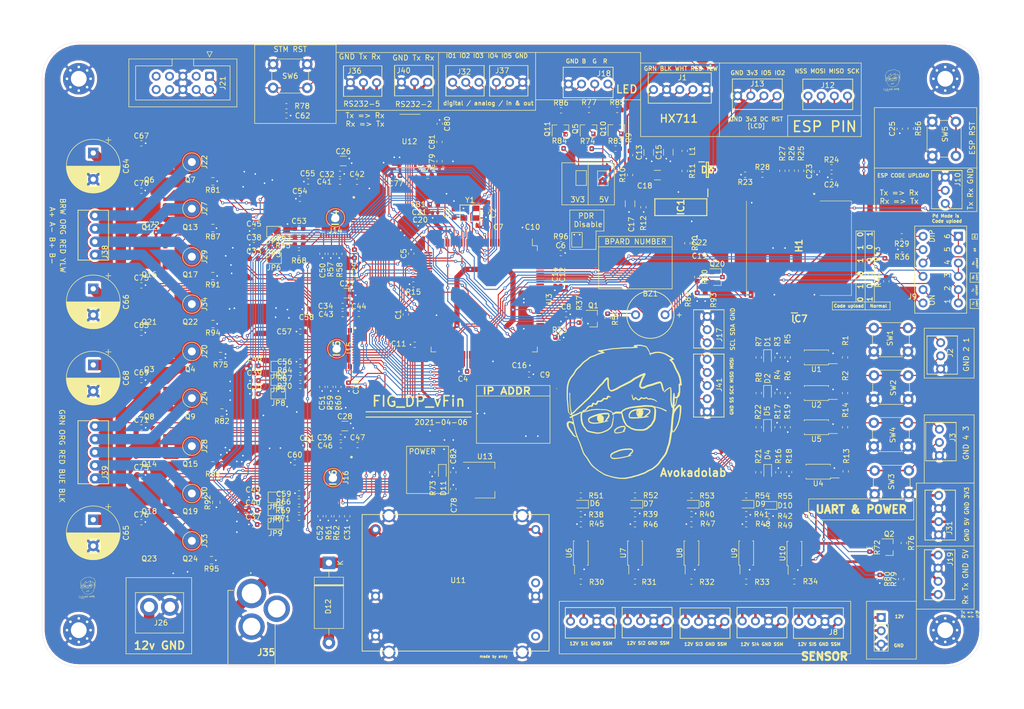
<source format=kicad_pcb>
(kicad_pcb (version 20171130) (host pcbnew "(5.1.6)-1")
  (layers (0 F.Cu signal) (31 B.Cu signal) (34 B.Paste user) (35 F.Paste user) (36 B.SilkS user) (37 F.SilkS user) (38 B.Mask user) (39 F.Mask user) (44 Edge.Cuts user))
  (net 0 "")
  (net 1 GND)
  (net 2 /DVDD1)
  (net 3 "Net-(C17-Pad2)")
  (net 4 /3V3)
  (net 5 /AVDD)
  (net 6 /5V)
  (net 7 "Net-(D1-Pad1)")
  (net 8 "Net-(D2-Pad1)")
  (net 9 "Net-(D3-Pad1)")
  (net 10 "Net-(D3-Pad2)")
  (net 11 "Net-(D4-Pad2)")
  (net 12 "Net-(D4-Pad1)")
  (net 13 "Net-(D5-Pad2)")
  (net 14 "Net-(D5-Pad1)")
  (net 15 "Net-(D6-Pad2)")
  (net 16 "Net-(D6-Pad1)")
  (net 17 "Net-(D7-Pad2)")
  (net 18 "Net-(D7-Pad1)")
  (net 19 "Net-(D9-Pad1)")
  (net 20 /SHA)
  (net 21 /SHB)
  (net 22 /SHE)
  (net 23 /SHF)
  (net 24 /SWCLK)
  (net 25 /SWDIO)
  (net 26 /I2)
  (net 27 /I1)
  (net 28 /I3)
  (net 29 /GHA)
  (net 30 /GLA)
  (net 31 /GHB)
  (net 32 /GLB)
  (net 33 /GHC)
  (net 34 /GLE)
  (net 35 /GHF)
  (net 36 /GLF)
  (net 37 /EN_GATE)
  (net 38 /GLC)
  (net 39 /SHC)
  (net 40 /GHE)
  (net 41 /GLD)
  (net 42 /SHD)
  (net 43 /GHD)
  (net 44 /GHG)
  (net 45 /SHG)
  (net 46 /GLG)
  (net 47 /GLH)
  (net 48 /GLI)
  (net 49 /SHH)
  (net 50 /SHI)
  (net 51 /GHH)
  (net 52 /GHI)
  (net 53 "Net-(BZ1-Pad2)")
  (net 54 /SI4)
  (net 55 /SI3)
  (net 56 /SI2)
  (net 57 /SI1)
  (net 58 /BUZZ)
  (net 59 /ST2_B+)
  (net 60 /ST2_A-)
  (net 61 /ST2_A+)
  (net 62 /ST2_B-)
  (net 63 "Net-(C42-Pad2)")
  (net 64 "Net-(D1-Pad2)")
  (net 65 "Net-(D2-Pad2)")
  (net 66 /SSM)
  (net 67 /SW3)
  (net 68 /SW2)
  (net 69 /SW1)
  (net 70 /ST2_C+)
  (net 71 /ST2_C-)
  (net 72 /ST2_D+)
  (net 73 /ST5_A+)
  (net 74 /ST5_B-)
  (net 75 /ST5_B+)
  (net 76 /ST5_A-)
  (net 77 /ST2_D-)
  (net 78 /ST5_C-)
  (net 79 /ST5_D-)
  (net 80 /ST5_E+)
  (net 81 /ST5_E-)
  (net 82 /ST5_D+)
  (net 83 /ST5_C+)
  (net 84 /HX711_DAT)
  (net 85 /HX711_CLK)
  (net 86 /BOOT0_STM)
  (net 87 "Net-(C47-Pad2)")
  (net 88 /RED)
  (net 89 "Net-(D10-Pad2)")
  (net 90 "Net-(D10-Pad1)")
  (net 91 "Net-(D11-Pad1)")
  (net 92 "Net-(H1-Pad3)")
  (net 93 "Net-(H1-Pad4)")
  (net 94 "Net-(H1-Pad5)")
  (net 95 "Net-(H1-Pad6)")
  (net 96 /ESP_BOOT_MODE)
  (net 97 /ESP_Rx)
  (net 98 /ESP_Tx)
  (net 99 /STM_USART1_Tx)
  (net 100 /ESP_Upload_Rx)
  (net 101 /ESP_Upload_Tx)
  (net 102 /STM_USART1_Rx)
  (net 103 /WHT)
  (net 104 /GRN)
  (net 105 /232_Rx_AND)
  (net 106 /232_Tx_AND)
  (net 107 /232_Tx_Peri)
  (net 108 /232_Rx_Peri)
  (net 109 /HIGH_TXO)
  (net 110 /HIGH_RXI)
  (net 111 /12V)
  (net 112 /SW4)
  (net 113 /SI5)
  (net 114 /I4)
  (net 115 /STM_RST)
  (net 116 /IO2)
  (net 117 /BOOT0_ESP)
  (net 118 /IO5)
  (net 119 /STM_RST1)
  (net 120 /UART5_Rx)
  (net 121 /UART5_Tx)
  (net 122 /USART2_Tx)
  (net 123 /USART2_Rx)
  (net 124 /IOIO1)
  (net 125 /IOIO2)
  (net 126 /IOIO3)
  (net 127 /ESP_SPI_SCK)
  (net 128 /ESP_SPI_MISO)
  (net 129 /ESP_SPI_MOSI)
  (net 130 /ESP_SPI_NSS)
  (net 131 /STM_RST2)
  (net 132 /UART4_TX)
  (net 133 /UART4_RX)
  (net 134 /~12V)
  (net 135 "Net-(C2-Pad1)")
  (net 136 "Net-(C3-Pad2)")
  (net 137 "Net-(C9-Pad1)")
  (net 138 "Net-(C25-Pad2)")
  (net 139 /ISEND)
  (net 140 /ISENG)
  (net 141 /ISENE)
  (net 142 /ISENA)
  (net 143 /ISENH)
  (net 144 "Net-(C43-Pad2)")
  (net 145 "Net-(C44-Pad2)")
  (net 146 /ISENF)
  (net 147 /ISENB)
  (net 148 /ISENI)
  (net 149 /ISENC)
  (net 150 /SPF)
  (net 151 /SPE)
  (net 152 /SPI)
  (net 153 /SPH)
  (net 154 /SPG)
  (net 155 /SPC)
  (net 156 /SPB)
  (net 157 /SPA)
  (net 158 "Net-(C81-Pad2)")
  (net 159 "Net-(D8-Pad1)")
  (net 160 "Net-(D8-Pad2)")
  (net 161 "Net-(D9-Pad2)")
  (net 162 "Net-(IC1-Pad4)")
  (net 163 "Net-(IC1-Pad15)")
  (net 164 "Net-(IC4-Pad7)")
  (net 165 "Net-(IC4-Pad23)")
  (net 166 "Net-(IC4-Pad24)")
  (net 167 "Net-(IC4-Pad25)")
  (net 168 "Net-(IC4-Pad29)")
  (net 169 "Net-(IC4-Pad32)")
  (net 170 /CAL)
  (net 171 "Net-(IC5-Pad32)")
  (net 172 "Net-(IC5-Pad29)")
  (net 173 "Net-(IC5-Pad25)")
  (net 174 "Net-(IC5-Pad24)")
  (net 175 "Net-(IC5-Pad23)")
  (net 176 "Net-(IC5-Pad7)")
  (net 177 "Net-(IC6-Pad7)")
  (net 178 "Net-(IC6-Pad23)")
  (net 179 "Net-(IC6-Pad24)")
  (net 180 "Net-(IC6-Pad25)")
  (net 181 "Net-(IC6-Pad29)")
  (net 182 "Net-(IC6-Pad32)")
  (net 183 "Net-(J4-Pad2)")
  (net 184 "Net-(J5-Pad2)")
  (net 185 "Net-(J6-Pad2)")
  (net 186 "Net-(J7-Pad2)")
  (net 187 "Net-(J8-Pad2)")
  (net 188 "Net-(JP1-Pad1)")
  (net 189 "Net-(JP2-Pad1)")
  (net 190 "Net-(JP3-Pad1)")
  (net 191 "Net-(JP4-Pad1)")
  (net 192 "Net-(JP5-Pad1)")
  (net 193 "Net-(JP6-Pad1)")
  (net 194 "Net-(JP7-Pad1)")
  (net 195 "Net-(JP8-Pad1)")
  (net 196 "Net-(JP9-Pad1)")
  (net 197 "Net-(Q1-Pad3)")
  (net 198 "Net-(Q1-Pad1)")
  (net 199 "Net-(R15-Pad1)")
  (net 200 "Net-(C44-Pad1)")
  (net 201 "Net-(C46-Pad2)")
  (net 202 /SPD)
  (net 203 /IOIO4)
  (net 204 /IOIO5)
  (net 205 "Net-(C11-Pad1)")
  (net 206 "Net-(C18-Pad1)")
  (net 207 "Net-(C18-Pad2)")
  (net 208 "Net-(C23-Pad2)")
  (net 209 "Net-(C41-Pad2)")
  (net 210 "Net-(C42-Pad1)")
  (net 211 "Net-(C47-Pad1)")
  (net 212 "Net-(C74-Pad2)")
  (net 213 "Net-(C74-Pad1)")
  (net 214 "Net-(C79-Pad2)")
  (net 215 "Net-(C80-Pad2)")
  (net 216 "Net-(C81-Pad1)")
  (net 217 "Net-(J9-Pad1)")
  (net 218 /LED_M)
  (net 219 "Net-(Q5-Pad1)")
  (net 220 "Net-(Q10-Pad1)")
  (net 221 "Net-(Q11-Pad1)")
  (net 222 "Net-(Q20-Pad1)")
  (net 223 /LED_G)
  (net 224 /LED_R)
  (net 225 /LED_B)
  (net 226 /SDA)
  (net 227 /SCL)
  (net 228 /MISO)
  (net 229 /MOSI)
  (net 230 /SCK)
  (net 231 /SPI_SS)
  (net 232 "Net-(JP12-Pad1)")
  (net 233 /RED_LED)
  (net 234 /GREEN_LED)
  (net 235 /BLUE_LED)
  (net 236 "Net-(Q5-Pad2)")
  (net 237 "Net-(Q10-Pad2)")
  (net 238 "Net-(Q11-Pad2)")
  (net 239 "Net-(J9-Pad2)")
  (module FOOTPRINT:slid_SW_SPST_6_array (layer F.Cu) (at 207.5 60)
    (fp_text reference J9 (at -8.75 11.5) (layer F.SilkS))
    (fp_text value Conn_02x06_Top_Bottom)
    (fp_text user "1  2  3  4  5  6 " (at -2.1 5.8 90) (layer F.SilkS))
    (fp_text user "ON             DIP" (at -5 5.95 90) (layer F.SilkS))
    (pad 7 thru_hole rect (at 0 0) (size 1.7 1.7) (drill 1) (layers *.Cu *.Mask) (net 96 /ESP_BOOT_MODE))
    (pad 1 thru_hole oval (at -6.73 0) (size 1.7 1.7) (drill 1) (layers *.Cu *.Mask) (net 217 "Net-(J9-Pad1)"))
    (pad 8 thru_hole oval (at 0 2.54) (size 1.7 1.7) (drill 1) (layers *.Cu *.Mask) (net 96 /ESP_BOOT_MODE))
    (pad 2 thru_hole oval (at -6.73 2.54) (size 1.7 1.7) (drill 1) (layers *.Cu *.Mask) (net 239 "Net-(J9-Pad2)"))
    (pad 9 thru_hole oval (at 0 5.08) (size 1.7 1.7) (drill 1) (layers *.Cu *.Mask) (net 97 /ESP_Rx))
    (pad 3 thru_hole oval (at -6.73 5.08) (size 1.7 1.7) (drill 1) (layers *.Cu *.Mask) (net 100 /ESP_Upload_Rx))
    (pad 10 thru_hole oval (at 0 7.62) (size 1.7 1.7) (drill 1) (layers *.Cu *.Mask) (net 97 /ESP_Rx))
    (pad 4 thru_hole oval (at -6.73 7.62) (size 1.7 1.7) (drill 1) (layers *.Cu *.Mask) (net 99 /STM_USART1_Tx))
    (pad 11 thru_hole oval (at 0 10.16) (size 1.7 1.7) (drill 1) (layers *.Cu *.Mask) (net 98 /ESP_Tx))
    (pad 5 thru_hole oval (at -6.73 10.16) (size 1.7 1.7) (drill 1) (layers *.Cu *.Mask) (net 101 /ESP_Upload_Tx))
    (pad 12 thru_hole oval (at 0 12.7) (size 1.7 1.7) (drill 1) (layers *.Cu *.Mask) (net 98 /ESP_Tx))
    (pad 6 thru_hole oval (at -6.73 12.7) (size 1.7 1.7) (drill 1) (layers *.Cu *.Mask) (net 102 /STM_USART1_Rx))
  )
  (module Andy_TradeMark:john_face (layer F.Cu) (at 143.28 97.95)
    (fp_text reference G*** hide)
    (fp_text value LOGO hide)
  )
  (module Andy_TradeMark:john_dont_trust (layer F.Cu) (at 41.69 127.11)
    (fp_text reference G*** hide)
    (fp_text value LOGO hide)
  )
  (module Andy_TradeMark:john_dont_trust (layer F.Cu) (at 194.93 30.49)
    (fp_text reference G*** hide)
    (fp_text value LOGO hide)
  )
  (module Capacitor_THT:CP_Radial_D10.0mm_P5.00mm (layer F.Cu) (at 42.759 69.991 270)
    (fp_text reference C66 (at 2.5 -6.25 90) (layer F.SilkS))
    (fp_text value 330uF)
    (pad 1 thru_hole rect (at 0 0 270) (size 2 2) (drill 1) (layers *.Cu *.Mask) (net 111 /12V))
    (pad 2 thru_hole circle (at 5 0 270) (size 2 2) (drill 1) (layers *.Cu *.Mask) (net 1 GND))
  )
  (module FOOTPRINT:LWB1143-02 (layer F.Cu) (at 55.372 130.556 180)
    (fp_text reference J26 (at -0.27 -3.045) (layer F.SilkS))
    (fp_text value Conn_01x02)
    (pad 2 thru_hole circle (at 1.98 0 180) (size 3.4 3.4) (drill 2) (layers *.Cu *.Mask) (net 134 /~12V))
    (pad 1 thru_hole circle (at -1.98 0 180) (size 3.4 3.4) (drill 2) (layers *.Cu *.Mask) (net 1 GND))
  )
  (module TestPoint:TestPoint_THTPad_D3.0mm_Drill1.5mm (layer F.Cu) (at 88.872 56.476 180)
    (fp_text reference J14 (at 0 -2.398) (layer F.SilkS))
    (fp_text value Conn_01x01)
    (pad 1 thru_hole circle (at 0 0 180) (size 3 3) (drill 1.5) (layers *.Cu *.Mask) (net 1 GND))
  )
  (module TestPoint:TestPoint_THTPad_D3.0mm_Drill1.5mm (layer F.Cu) (at 61.535 99.957 270)
    (fp_text reference J28 (at 0 -2.398 90) (layer F.SilkS))
    (fp_text value Conn_01x01)
    (pad 1 thru_hole circle (at 0 0 270) (size 3 3) (drill 1.5) (layers *.Cu *.Mask) (net 45 /SHG))
  )
  (module TestPoint:TestPoint_THTPad_D3.0mm_Drill1.5mm (layer F.Cu) (at 61.535 63.889 270)
    (fp_text reference J29 (at 0 -2.398 90) (layer F.SilkS))
    (fp_text value Conn_01x01)
    (pad 1 thru_hole circle (at 0 0 270) (size 3 3) (drill 1.5) (layers *.Cu *.Mask) (net 39 /SHC))
  )
  (module TestPoint:TestPoint_THTPad_D3.0mm_Drill1.5mm (layer F.Cu) (at 61.535 72.911 270)
    (fp_text reference J34 (at 0 -2.398 90) (layer F.SilkS))
    (fp_text value Conn_01x01)
    (pad 1 thru_hole circle (at 0 0 270) (size 3 3) (drill 1.5) (layers *.Cu *.Mask) (net 42 /SHD))
  )
  (module FOOTPRINT:5045-04 (layer F.Cu) (at 43.059 59.781 270)
    (fp_text reference J38 (at 3.219 -1.941 90) (layer F.SilkS))
    (fp_text value Conn_01x04)
    (pad 1 thru_hole circle (at -3.75 0 270) (size 1.7 1.7) (drill 1) (layers *.Cu *.Mask) (net 20 /SHA))
    (pad 2 thru_hole circle (at -1.25 0 270) (size 1.7 1.7) (drill 1) (layers *.Cu *.Mask) (net 21 /SHB))
    (pad 3 thru_hole circle (at 1.25 0 270) (size 1.7 1.7) (drill 1) (layers *.Cu *.Mask) (net 39 /SHC))
    (pad 4 thru_hole circle (at 3.75 0 270) (size 1.7 1.7) (drill 1) (layers *.Cu *.Mask) (net 42 /SHD))
  )
  (module FOOTPRINT:5045-04 (layer F.Cu) (at 170.1 133.257)
    (fp_text reference J7 hide)
    (fp_text value Conn_01x04)
    (pad 4 thru_hole circle (at 3.75 0) (size 1.7 1.7) (drill 1) (layers *.Cu *.Mask) (net 66 /SSM))
    (pad 3 thru_hole circle (at 1.25 0) (size 1.7 1.7) (drill 1) (layers *.Cu *.Mask) (net 1 GND))
    (pad 2 thru_hole circle (at -1.25 0) (size 1.7 1.7) (drill 1) (layers *.Cu *.Mask) (net 186 "Net-(J7-Pad2)"))
    (pad 1 thru_hole circle (at -3.75 0) (size 1.7 1.7) (drill 1) (layers *.Cu *.Mask) (net 111 /12V))
  )
  (module TestPoint:TestPoint_THTPad_D3.0mm_Drill1.5mm (layer F.Cu) (at 61.535 108.974 270)
    (fp_text reference J30 (at 0 -2.398 90) (layer F.SilkS))
    (fp_text value Conn_01x01)
    (pad 1 thru_hole circle (at 0 0 270) (size 3 3) (drill 1.5) (layers *.Cu *.Mask) (net 49 /SHH))
  )
  (module FOOTPRINT:5045-04 (layer F.Cu) (at 159.27 133.357)
    (fp_text reference J6 hide)
    (fp_text value Conn_01x04)
    (pad 1 thru_hole circle (at -3.75 0) (size 1.7 1.7) (drill 1) (layers *.Cu *.Mask) (net 111 /12V))
    (pad 2 thru_hole circle (at -1.25 0) (size 1.7 1.7) (drill 1) (layers *.Cu *.Mask) (net 185 "Net-(J6-Pad2)"))
    (pad 3 thru_hole circle (at 1.25 0) (size 1.7 1.7) (drill 1) (layers *.Cu *.Mask) (net 1 GND))
    (pad 4 thru_hole circle (at 3.75 0) (size 1.7 1.7) (drill 1) (layers *.Cu *.Mask) (net 66 /SSM))
  )
  (module FOOTPRINT:5045-04 (layer F.Cu) (at 148.23 133.257)
    (fp_text reference J5 hide)
    (fp_text value Conn_01x04)
    (pad 1 thru_hole circle (at -3.75 0) (size 1.7 1.7) (drill 1) (layers *.Cu *.Mask) (net 111 /12V))
    (pad 2 thru_hole circle (at -1.25 0) (size 1.7 1.7) (drill 1) (layers *.Cu *.Mask) (net 184 "Net-(J5-Pad2)"))
    (pad 3 thru_hole circle (at 1.25 0) (size 1.7 1.7) (drill 1) (layers *.Cu *.Mask) (net 1 GND))
    (pad 4 thru_hole circle (at 3.75 0) (size 1.7 1.7) (drill 1) (layers *.Cu *.Mask) (net 66 /SSM))
  )
  (module FOOTPRINT:5045-04 (layer F.Cu) (at 137.4 133.303)
    (fp_text reference J4 hide)
    (fp_text value Conn_01x04)
    (pad 4 thru_hole circle (at 3.75 0) (size 1.7 1.7) (drill 1) (layers *.Cu *.Mask) (net 66 /SSM))
    (pad 3 thru_hole circle (at 1.25 0) (size 1.7 1.7) (drill 1) (layers *.Cu *.Mask) (net 1 GND))
    (pad 2 thru_hole circle (at -1.25 0) (size 1.7 1.7) (drill 1) (layers *.Cu *.Mask) (net 183 "Net-(J4-Pad2)"))
    (pad 1 thru_hole circle (at -3.75 0) (size 1.7 1.7) (drill 1) (layers *.Cu *.Mask) (net 111 /12V))
  )
  (module TestPoint:TestPoint_THTPad_D3.0mm_Drill1.5mm (layer F.Cu) (at 61.535 117.991 270)
    (fp_text reference J33 (at 0 -2.398 90) (layer F.SilkS))
    (fp_text value Conn_01x01)
    (pad 1 thru_hole circle (at 0 0 270) (size 3 3) (drill 1.5) (layers *.Cu *.Mask) (net 50 /SHI))
  )
  (module FOOTPRINT:5045-05 (layer F.Cu) (at 43.059 101.121 270)
    (fp_text reference J39 (at 3.879 -1.941 90) (layer F.SilkS))
    (fp_text value Conn_01x05)
    (pad 4 thru_hole circle (at 2.5 0 270) (size 1.7 1.7) (drill 1) (layers *.Cu *.Mask) (net 49 /SHH))
    (pad 3 thru_hole circle (at 0 0 270) (size 1.7 1.7) (drill 1) (layers *.Cu *.Mask) (net 45 /SHG))
    (pad 2 thru_hole circle (at -2.5 0 270) (size 1.7 1.7) (drill 1) (layers *.Cu *.Mask) (net 23 /SHF))
    (pad 1 thru_hole circle (at -5 0 270) (size 1.7 1.7) (drill 1) (layers *.Cu *.Mask) (net 22 /SHE))
    (pad 5 thru_hole circle (at 5 0 270) (size 1.7 1.7) (drill 1) (layers *.Cu *.Mask) (net 50 /SHI))
  )
  (module TestPoint:TestPoint_THTPad_D3.0mm_Drill1.5mm (layer F.Cu) (at 61.535 90.813 270)
    (fp_text reference J24 (at 0 -2.398 90) (layer F.SilkS))
    (fp_text value Conn_01x01)
    (pad 1 thru_hole circle (at 0 0 270) (size 3 3) (drill 1.5) (layers *.Cu *.Mask) (net 23 /SHF))
  )
  (module Capacitor_SMD:C_0603_1608Metric (layer F.Cu) (at 51.9185 42.299)
    (fp_text reference C67 (at 0 -1.43) (layer F.SilkS))
    (fp_text value 1uF)
    (pad 2 smd roundrect (at 0.7875 0) (size 0.875 0.95) (layers F.Cu F.Paste F.Mask) (net 1 GND))
    (pad 1 smd roundrect (at -0.7875 0) (size 0.875 0.95) (layers F.Cu F.Paste F.Mask) (net 111 /12V))
  )
  (module Capacitor_SMD:C_0603_1608Metric (layer F.Cu) (at 111.482 55.6205 270)
    (fp_text reference C3 (at -0.0325 1.38 90) (layer F.SilkS))
    (fp_text value 4pF)
    (pad 2 smd roundrect (at 0.7875 0 270) (size 0.875 0.95) (layers F.Cu F.Paste F.Mask) (net 136 "Net-(C3-Pad2)"))
    (pad 1 smd roundrect (at -0.7875 0 270) (size 0.875 0.95) (layers F.Cu F.Paste F.Mask) (net 1 GND))
  )
  (module Capacitor_SMD:C_0603_1608Metric (layer F.Cu) (at 51.9185 69.35)
    (fp_text reference C75 (at 0 -1.43) (layer F.SilkS))
    (fp_text value 1uF)
    (pad 1 smd roundrect (at -0.7875 0) (size 0.875 0.95) (layers F.Cu F.Paste F.Mask) (net 111 /12V))
    (pad 2 smd roundrect (at 0.7875 0) (size 0.875 0.95) (layers F.Cu F.Paste F.Mask) (net 1 GND))
  )
  (module Capacitor_THT:CP_Radial_D10.0mm_P5.00mm (layer F.Cu) (at 42.759 113.971 270)
    (fp_text reference C65 (at 2.5 -6.25 90) (layer F.SilkS))
    (fp_text value 330uF)
    (pad 2 thru_hole circle (at 5 0 270) (size 2 2) (drill 1) (layers *.Cu *.Mask) (net 1 GND))
    (pad 1 thru_hole rect (at 0 0 270) (size 2 2) (drill 1) (layers *.Cu *.Mask) (net 111 /12V))
  )
  (module Capacitor_SMD:C_0402_1005Metric (layer F.Cu) (at 131.796 69.806 270)
    (fp_text reference C12 (at -2.473 -0.294 90) (layer F.SilkS))
    (fp_text value 0.1uF)
    (pad 2 smd roundrect (at 0.485 0 270) (size 0.59 0.64) (layers F.Cu F.Paste F.Mask) (net 1 GND))
    (pad 1 smd roundrect (at -0.485 0 270) (size 0.59 0.64) (layers F.Cu F.Paste F.Mask) (net 4 /3V3))
  )
  (module Capacitor_SMD:C_0603_1608Metric (layer F.Cu) (at 103.9715 80.644 180)
    (fp_text reference C11 (at 3.07 0.18) (layer F.SilkS))
    (fp_text value 2.2uF)
    (pad 2 smd roundrect (at 0.7875 0 180) (size 0.875 0.95) (layers F.Cu F.Paste F.Mask) (net 1 GND))
    (pad 1 smd roundrect (at -0.7875 0 180) (size 0.875 0.95) (layers F.Cu F.Paste F.Mask) (net 205 "Net-(C11-Pad1)"))
  )
  (module Capacitor_THT:CP_Radial_D10.0mm_P5.00mm (layer F.Cu) (at 42.759 84.491 270)
    (fp_text reference C68 (at 2.5 -6.25 90) (layer F.SilkS))
    (fp_text value 330uF)
    (pad 1 thru_hole rect (at 0 0 270) (size 2 2) (drill 1) (layers *.Cu *.Mask) (net 111 /12V))
    (pad 2 thru_hole circle (at 5 0 270) (size 2 2) (drill 1) (layers *.Cu *.Mask) (net 1 GND))
  )
  (module Capacitor_SMD:C_0402_1005Metric (layer F.Cu) (at 130.692 69.806 270)
    (fp_text reference C14 (at -2.513 -0.006 90) (layer F.SilkS))
    (fp_text value 0.1uF)
    (pad 1 smd roundrect (at -0.485 0 270) (size 0.59 0.64) (layers F.Cu F.Paste F.Mask) (net 4 /3V3))
    (pad 2 smd roundrect (at 0.485 0 270) (size 0.59 0.64) (layers F.Cu F.Paste F.Mask) (net 1 GND))
  )
  (module Capacitor_SMD:C_0603_1608Metric (layer F.Cu) (at 51.9185 114.435)
    (fp_text reference C76 (at 0 -1.43) (layer F.SilkS))
    (fp_text value 1uF)
    (pad 1 smd roundrect (at -0.7875 0) (size 0.875 0.95) (layers F.Cu F.Paste F.Mask) (net 111 /12V))
    (pad 2 smd roundrect (at 0.7875 0) (size 0.875 0.95) (layers F.Cu F.Paste F.Mask) (net 1 GND))
  )
  (module Capacitor_SMD:C_0603_1608Metric (layer F.Cu) (at 117.506 55.5905 270)
    (fp_text reference C2 (at 0 -1.43 90) (layer F.SilkS))
    (fp_text value 4pF)
    (pad 1 smd roundrect (at -0.7875 0 270) (size 0.875 0.95) (layers F.Cu F.Paste F.Mask) (net 135 "Net-(C2-Pad1)"))
    (pad 2 smd roundrect (at 0.7875 0 270) (size 0.875 0.95) (layers F.Cu F.Paste F.Mask) (net 1 GND))
  )
  (module Capacitor_SMD:C_0402_1005Metric (layer F.Cu) (at 123.971 58.318)
    (fp_text reference C10 (at 2.44 -0.09) (layer F.SilkS))
    (fp_text value 0.1uF)
    (pad 1 smd roundrect (at -0.485 0) (size 0.59 0.64) (layers F.Cu F.Paste F.Mask) (net 4 /3V3))
    (pad 2 smd roundrect (at 0.485 0) (size 0.59 0.64) (layers F.Cu F.Paste F.Mask) (net 1 GND))
  )
  (module Capacitor_SMD:C_0402_1005Metric (layer F.Cu) (at 126.391 84.574 180)
    (fp_text reference C16 (at 2.5 0) (layer F.SilkS))
    (fp_text value 0.1uF)
    (pad 2 smd roundrect (at 0.485 0 180) (size 0.59 0.64) (layers F.Cu F.Paste F.Mask) (net 1 GND))
    (pad 1 smd roundrect (at -0.485 0 180) (size 0.59 0.64) (layers F.Cu F.Paste F.Mask) (net 4 /3V3))
  )
  (module Capacitor_SMD:C_0603_1608Metric (layer F.Cu) (at 125.7535 86.328)
    (fp_text reference C9 (at 3.0175 0.052) (layer F.SilkS))
    (fp_text value 2.2uF)
    (pad 1 smd roundrect (at -0.7875 0) (size 0.875 0.95) (layers F.Cu F.Paste F.Mask) (net 137 "Net-(C9-Pad1)"))
    (pad 2 smd roundrect (at 0.7875 0) (size 0.875 0.95) (layers F.Cu F.Paste F.Mask) (net 1 GND))
  )
  (module Capacitor_SMD:C_0402_1005Metric (layer F.Cu) (at 117.446 58.248 180)
    (fp_text reference C7 (at -2.44 0.01) (layer F.SilkS))
    (fp_text value 0.1uF)
    (pad 2 smd roundrect (at 0.485 0 180) (size 0.59 0.64) (layers F.Cu F.Paste F.Mask) (net 1 GND))
    (pad 1 smd roundrect (at -0.485 0 180) (size 0.59 0.64) (layers F.Cu F.Paste F.Mask) (net 4 /3V3))
  )
  (module Capacitor_THT:CP_Radial_D10.0mm_P5.00mm (layer F.Cu) (at 42.759 44.131 270)
    (fp_text reference C64 (at 2.5 -6.25 90) (layer F.SilkS))
    (fp_text value 330uF)
    (pad 1 thru_hole rect (at 0 0 270) (size 2 2) (drill 1) (layers *.Cu *.Mask) (net 111 /12V))
    (pad 2 thru_hole circle (at 5 0 270) (size 2 2) (drill 1) (layers *.Cu *.Mask) (net 1 GND))
  )
  (module Resistor_SMD:R_0603_1608Metric (layer F.Cu) (at 156.67 109.347)
    (fp_text reference R53 (at 2.9725 0.06) (layer F.SilkS))
    (fp_text value 100)
    (pad 1 smd roundrect (at -0.7875 0) (size 0.875 0.95) (layers F.Cu F.Paste F.Mask) (net 160 "Net-(D8-Pad2)"))
    (pad 2 smd roundrect (at 0.7875 0) (size 0.875 0.95) (layers F.Cu F.Paste F.Mask) (net 55 /SI3))
  )
  (module Resistor_SMD:R_0603_1608Metric (layer F.Cu) (at 135.6 109.347)
    (fp_text reference R51 (at 2.92 0.04) (layer F.SilkS))
    (fp_text value 100)
    (pad 1 smd roundrect (at -0.7875 0) (size 0.875 0.95) (layers F.Cu F.Paste F.Mask) (net 15 "Net-(D6-Pad2)"))
    (pad 2 smd roundrect (at 0.7875 0) (size 0.875 0.95) (layers F.Cu F.Paste F.Mask) (net 57 /SI1))
  )
  (module Resistor_SMD:R_0603_1608Metric (layer F.Cu) (at 173.065 96.361001 90)
    (fp_text reference R17 (at 2.97 0.01 90) (layer F.SilkS))
    (fp_text value 10k)
    (pad 1 smd roundrect (at -0.7875 0 90) (size 0.875 0.95) (layers F.Cu F.Paste F.Mask) (net 13 "Net-(D5-Pad2)"))
    (pad 2 smd roundrect (at 0.7875 0 90) (size 0.875 0.95) (layers F.Cu F.Paste F.Mask) (net 1 GND))
  )
  (module Resistor_SMD:R_0603_1608Metric (layer F.Cu) (at 156.67 114.847 180)
    (fp_text reference R47 (at -3.1 0.1) (layer F.SilkS))
    (fp_text value 1k)
    (pad 1 smd roundrect (at -0.7875 0 180) (size 0.875 0.95) (layers F.Cu F.Paste F.Mask) (net 159 "Net-(D8-Pad1)"))
    (pad 2 smd roundrect (at 0.7875 0 180) (size 0.875 0.95) (layers F.Cu F.Paste F.Mask) (net 1 GND))
  )
  (module Resistor_SMD:R_0603_1608Metric (layer F.Cu) (at 135.6 125.767)
    (fp_text reference R30 (at 3.02 0.08) (layer F.SilkS))
    (fp_text value 4.7k)
    (pad 2 smd roundrect (at 0.7875 0) (size 0.875 0.95) (layers F.Cu F.Paste F.Mask) (net 183 "Net-(J4-Pad2)"))
    (pad 1 smd roundrect (at -0.7875 0) (size 0.875 0.95) (layers F.Cu F.Paste F.Mask) (net 111 /12V))
  )
  (module Resistor_SMD:R_0603_1608Metric (layer F.Cu) (at 145.93 109.347)
    (fp_text reference R52 (at 2.98 0) (layer F.SilkS))
    (fp_text value 100)
    (pad 1 smd roundrect (at -0.7875 0) (size 0.875 0.95) (layers F.Cu F.Paste F.Mask) (net 17 "Net-(D7-Pad2)"))
    (pad 2 smd roundrect (at 0.7875 0) (size 0.875 0.95) (layers F.Cu F.Paste F.Mask) (net 56 /SI2))
  )
  (module Resistor_SMD:R_0603_1608Metric (layer F.Cu) (at 135.292 75.646 270)
    (fp_text reference R37 (at -2.96 -0.04 90) (layer F.SilkS))
    (fp_text value 100)
    (pad 1 smd roundrect (at -0.7875 0 270) (size 0.875 0.95) (layers F.Cu F.Paste F.Mask) (net 198 "Net-(Q1-Pad1)"))
    (pad 2 smd roundrect (at 0.7875 0 270) (size 0.875 0.95) (layers F.Cu F.Paste F.Mask) (net 58 /BUZZ))
  )
  (module Resistor_SMD:R_0603_1608Metric (layer F.Cu) (at 140.712 75.536 270)
    (fp_text reference R50 (at 0 -1.43 90) (layer F.SilkS))
    (fp_text value 47)
    (pad 2 smd roundrect (at 0.7875 0 270) (size 0.875 0.95) (layers F.Cu F.Paste F.Mask) (net 197 "Net-(Q1-Pad3)"))
    (pad 1 smd roundrect (at -0.7875 0 270) (size 0.875 0.95) (layers F.Cu F.Paste F.Mask) (net 53 "Net-(BZ1-Pad2)"))
  )
  (module Resistor_SMD:R_0603_1608Metric (layer F.Cu) (at 167.1 109.347)
    (fp_text reference R54 (at 3.08 0.05) (layer F.SilkS))
    (fp_text value 100)
    (pad 1 smd roundrect (at -0.7875 0) (size 0.875 0.95) (layers F.Cu F.Paste F.Mask) (net 161 "Net-(D9-Pad2)"))
    (pad 2 smd roundrect (at 0.7875 0) (size 0.875 0.95) (layers F.Cu F.Paste F.Mask) (net 54 /SI4))
  )
  (module Resistor_SMD:R_0603_1608Metric (layer F.Cu) (at 174.995 96.361001 270)
    (fp_text reference R19 (at -2.97 0.06 90) (layer F.SilkS))
    (fp_text value 1k)
    (pad 2 smd roundrect (at 0.7875 0 270) (size 0.875 0.95) (layers F.Cu F.Paste F.Mask) (net 1 GND))
    (pad 1 smd roundrect (at -0.7875 0 270) (size 0.875 0.95) (layers F.Cu F.Paste F.Mask) (net 14 "Net-(D5-Pad1)"))
  )
  (module Resistor_SMD:R_0603_1608Metric (layer F.Cu) (at 145.93 112.917)
    (fp_text reference R39 (at 2.95 0.03) (layer F.SilkS))
    (fp_text value 10k)
    (pad 1 smd roundrect (at -0.7875 0) (size 0.875 0.95) (layers F.Cu F.Paste F.Mask) (net 17 "Net-(D7-Pad2)"))
    (pad 2 smd roundrect (at 0.7875 0) (size 0.875 0.95) (layers F.Cu F.Paste F.Mask) (net 1 GND))
  )
  (module Resistor_SMD:R_0603_1608Metric (layer F.Cu) (at 135.6 112.917)
    (fp_text reference R38 (at 2.92 0.09) (layer F.SilkS))
    (fp_text value 10k)
    (pad 1 smd roundrect (at -0.7875 0) (size 0.875 0.95) (layers F.Cu F.Paste F.Mask) (net 15 "Net-(D6-Pad2)"))
    (pad 2 smd roundrect (at 0.7875 0) (size 0.875 0.95) (layers F.Cu F.Paste F.Mask) (net 1 GND))
  )
  (module Resistor_SMD:R_0603_1608Metric (layer F.Cu) (at 145.93 114.847 180)
    (fp_text reference R46 (at -2.97 -0.02) (layer F.SilkS))
    (fp_text value 1k)
    (pad 1 smd roundrect (at -0.7875 0 180) (size 0.875 0.95) (layers F.Cu F.Paste F.Mask) (net 18 "Net-(D7-Pad1)"))
    (pad 2 smd roundrect (at 0.7875 0 180) (size 0.875 0.95) (layers F.Cu F.Paste F.Mask) (net 1 GND))
  )
  (module Resistor_SMD:R_0603_1608Metric (layer F.Cu) (at 135.6 114.847 180)
    (fp_text reference R45 (at -3.011001 0.068999) (layer F.SilkS))
    (fp_text value 1k)
    (pad 2 smd roundrect (at 0.7875 0 180) (size 0.875 0.95) (layers F.Cu F.Paste F.Mask) (net 1 GND))
    (pad 1 smd roundrect (at -0.7875 0 180) (size 0.875 0.95) (layers F.Cu F.Paste F.Mask) (net 16 "Net-(D6-Pad1)"))
  )
  (module Resistor_SMD:R_0603_1608Metric (layer F.Cu) (at 167.1 112.917)
    (fp_text reference R41 (at 2.91 0.04) (layer F.SilkS))
    (fp_text value 10k)
    (pad 2 smd roundrect (at 0.7875 0) (size 0.875 0.95) (layers F.Cu F.Paste F.Mask) (net 1 GND))
    (pad 1 smd roundrect (at -0.7875 0) (size 0.875 0.95) (layers F.Cu F.Paste F.Mask) (net 161 "Net-(D9-Pad2)"))
  )
  (module Resistor_SMD:R_0603_1608Metric (layer F.Cu) (at 167.1 114.847 180)
    (fp_text reference R48 (at -3.17 0.06) (layer F.SilkS))
    (fp_text value 1k)
    (pad 2 smd roundrect (at 0.7875 0 180) (size 0.875 0.95) (layers F.Cu F.Paste F.Mask) (net 1 GND))
    (pad 1 smd roundrect (at -0.7875 0 180) (size 0.875 0.95) (layers F.Cu F.Paste F.Mask) (net 19 "Net-(D9-Pad1)"))
  )
  (module Resistor_SMD:R_0603_1608Metric (layer F.Cu) (at 185.915 96.361001 90)
    (fp_text reference R14 (at 3.277001 0.08 90) (layer F.SilkS))
    (fp_text value 4.7k)
    (pad 2 smd roundrect (at 0.7875 0 90) (size 0.875 0.95) (layers F.Cu F.Paste F.Mask) (net 67 /SW3))
    (pad 1 smd roundrect (at -0.7875 0 90) (size 0.875 0.95) (layers F.Cu F.Paste F.Mask) (net 111 /12V))
  )
  (module Resistor_SMD:R_0603_1608Metric (layer F.Cu) (at 145.93 125.767)
    (fp_text reference R31 (at 2.69 0.08) (layer F.SilkS))
    (fp_text value 4.7k)
    (pad 2 smd roundrect (at 0.7875 0) (size 0.875 0.95) (layers F.Cu F.Paste F.Mask) (net 184 "Net-(J5-Pad2)"))
    (pad 1 smd roundrect (at -0.7875 0) (size 0.875 0.95) (layers F.Cu F.Paste F.Mask) (net 111 /12V))
  )
  (module Resistor_SMD:R_0603_1608Metric (layer F.Cu) (at 169.495 96.361001 90)
    (fp_text reference R22 (at 2.9125 -0.13 90) (layer F.SilkS))
    (fp_text value 100)
    (pad 2 smd roundrect (at 0.7875 0 90) (size 0.875 0.95) (layers F.Cu F.Paste F.Mask) (net 28 /I3))
    (pad 1 smd roundrect (at -0.7875 0 90) (size 0.875 0.95) (layers F.Cu F.Paste F.Mask) (net 13 "Net-(D5-Pad2)"))
  )
  (module Resistor_SMD:R_0603_1608Metric (layer F.Cu) (at 156.67 112.917)
    (fp_text reference R40 (at 2.9475 0.03) (layer F.SilkS))
    (fp_text value 10k)
    (pad 1 smd roundrect (at -0.7875 0) (size 0.875 0.95) (layers F.Cu F.Paste F.Mask) (net 160 "Net-(D8-Pad2)"))
    (pad 2 smd roundrect (at 0.7875 0) (size 0.875 0.95) (layers F.Cu F.Paste F.Mask) (net 1 GND))
  )
  (module Connector_IDC:IDC-Header_2x05_P2.54mm_Vertical (layer F.Cu) (at 64.903 29.519 270)
    (fp_text reference J21 (at 1.291 -2.527 90) (layer F.SilkS))
    (fp_text value Conn_02x05_Odd_Even)
    (pad 1 thru_hole roundrect (at 0 0 270) (size 1.7 1.7) (drill 1) (layers *.Cu *.Mask) (roundrect_rratio 0.147059) (net 131 /STM_RST2))
    (pad 3 thru_hole circle (at 0 2.54 270) (size 1.7 1.7) (drill 1) (layers *.Cu *.Mask))
    (pad 5 thru_hole circle (at 0 5.08 270) (size 1.7 1.7) (drill 1) (layers *.Cu *.Mask) (net 1 GND))
    (pad 7 thru_hole circle (at 0 7.62 270) (size 1.7 1.7) (drill 1) (layers *.Cu *.Mask))
    (pad 9 thru_hole circle (at 0 10.16 270) (size 1.7 1.7) (drill 1) (layers *.Cu *.Mask))
    (pad 2 thru_hole circle (at 2.54 0 270) (size 1.7 1.7) (drill 1) (layers *.Cu *.Mask) (net 24 /SWCLK))
    (pad 4 thru_hole circle (at 2.54 2.54 270) (size 1.7 1.7) (drill 1) (layers *.Cu *.Mask) (net 25 /SWDIO))
    (pad 6 thru_hole circle (at 2.54 5.08 270) (size 1.7 1.7) (drill 1) (layers *.Cu *.Mask) (net 1 GND))
    (pad 8 thru_hole circle (at 2.54 7.62 270) (size 1.7 1.7) (drill 1) (layers *.Cu *.Mask))
    (pad 10 thru_hole circle (at 2.54 10.16 270) (size 1.7 1.7) (drill 1) (layers *.Cu *.Mask))
  )
  (module Connector_PinHeader_2.54mm:PinHeader_1x03_P2.54mm_Vertical (layer F.Cu) (at 192.8 132.58)
    (fp_text reference J11 hide)
    (fp_text value Conn_01x03)
    (pad 3 thru_hole oval (at 0 5.08) (size 1.7 1.7) (drill 1) (layers *.Cu *.Mask) (net 1 GND))
    (pad 2 thru_hole oval (at 0 2.54) (size 1.7 1.7) (drill 1) (layers *.Cu *.Mask) (net 66 /SSM))
    (pad 1 thru_hole rect (at 0 0) (size 1.7 1.7) (drill 1) (layers *.Cu *.Mask) (net 111 /12V))
  )
  (module FOOTPRINT:NET_TIE_0_25 (layer F.Cu) (at 55.025 42.361 180)
    (fp_text reference NT1 hide)
    (fp_text value Net-Tie_2)
    (fp_poly (pts (xy -0.3 -0.125) (xy 0.3 -0.125) (xy 0.3 0.125) (xy -0.3 0.125)) (layer F.Cu) (width 0))
    (pad 1 smd circle (at -0.3 0 270) (size 0.25 0.25) (layers F.Cu) (net 164 "Net-(IC4-Pad7)"))
    (pad 2 smd circle (at 0.3 0 180) (size 0.25 0.25) (layers F.Cu) (net 111 /12V))
  )
  (module FOOTPRINT:CSD18537NQ5A (layer F.Cu) (at 61.2225 45.855)
    (fp_text reference Q7 (at 0 3.4) (layer F.SilkS))
    (fp_text value CSD18537NQ5A)
    (pad 1 smd rect (at 0 0) (size 4.32 4.56) (layers F.Cu F.Paste F.Mask) (net 20 /SHA))
    (pad 1 smd rect (at -2.5 -1.93) (size 0.68 0.7) (layers F.Cu F.Paste F.Mask) (net 20 /SHA))
    (pad 1 smd rect (at -2.5 -0.685) (size 0.68 0.7) (layers F.Cu F.Paste F.Mask) (net 20 /SHA))
    (pad 1 smd rect (at -2.5 0.685) (size 0.68 0.7) (layers F.Cu F.Paste F.Mask) (net 20 /SHA))
    (pad 1 smd rect (at -2.5 1.93) (size 0.68 0.7) (layers F.Cu F.Paste F.Mask) (net 20 /SHA))
    (pad 2 smd rect (at 3.065 -1.93) (size 0.8 0.7) (layers F.Cu F.Paste F.Mask) (net 30 /GLA))
    (pad 3 smd rect (at 3.065 -0.685) (size 0.8 0.7) (layers F.Cu F.Paste F.Mask) (net 157 /SPA))
    (pad 3 smd rect (at 3.065 0.685) (size 0.8 0.7) (layers F.Cu F.Paste F.Mask) (net 157 /SPA))
    (pad 3 smd rect (at 3.065 1.93) (size 0.8 0.7) (layers F.Cu F.Paste F.Mask) (net 157 /SPA))
  )
  (module FOOTPRINT:CSD18537NQ5A (layer F.Cu) (at 53.417 81.923)
    (fp_text reference Q3 (at 0 3.4) (layer F.SilkS))
    (fp_text value CSD18537NQ5A)
    (pad 3 smd rect (at 3.065 1.93) (size 0.8 0.7) (layers F.Cu F.Paste F.Mask) (net 22 /SHE))
    (pad 3 smd rect (at 3.065 0.685) (size 0.8 0.7) (layers F.Cu F.Paste F.Mask) (net 22 /SHE))
    (pad 3 smd rect (at 3.065 -0.685) (size 0.8 0.7) (layers F.Cu F.Paste F.Mask) (net 22 /SHE))
    (pad 2 smd rect (at 3.065 -1.93) (size 0.8 0.7) (layers F.Cu F.Paste F.Mask) (net 40 /GHE))
    (pad 1 smd rect (at -2.5 1.93) (size 0.68 0.7) (layers F.Cu F.Paste F.Mask) (net 111 /12V))
    (pad 1 smd rect (at -2.5 0.685) (size 0.68 0.7) (layers F.Cu F.Paste F.Mask) (net 111 /12V))
    (pad 1 smd rect (at -2.5 -0.685) (size 0.68 0.7) (layers F.Cu F.Paste F.Mask) (net 111 /12V))
    (pad 1 smd rect (at -2.5 -1.93) (size 0.68 0.7) (layers F.Cu F.Paste F.Mask) (net 111 /12V))
    (pad 1 smd rect (at 0 0) (size 4.32 4.56) (layers F.Cu F.Paste F.Mask) (net 111 /12V))
  )
  (module FOOTPRINT:CSD18537NQ5A (layer F.Cu) (at 61.2225 81.923)
    (fp_text reference Q4 (at 0 3.4) (layer F.SilkS))
    (fp_text value CSD18537NQ5A)
    (pad 3 smd rect (at 3.065 1.93) (size 0.8 0.7) (layers F.Cu F.Paste F.Mask) (net 151 /SPE))
    (pad 3 smd rect (at 3.065 0.685) (size 0.8 0.7) (layers F.Cu F.Paste F.Mask) (net 151 /SPE))
    (pad 3 smd rect (at 3.065 -0.685) (size 0.8 0.7) (layers F.Cu F.Paste F.Mask) (net 151 /SPE))
    (pad 2 smd rect (at 3.065 -1.93) (size 0.8 0.7) (layers F.Cu F.Paste F.Mask) (net 34 /GLE))
    (pad 1 smd rect (at -2.5 1.93) (size 0.68 0.7) (layers F.Cu F.Paste F.Mask) (net 22 /SHE))
    (pad 1 smd rect (at -2.5 0.685) (size 0.68 0.7) (layers F.Cu F.Paste F.Mask) (net 22 /SHE))
    (pad 1 smd rect (at -2.5 -0.685) (size 0.68 0.7) (layers F.Cu F.Paste F.Mask) (net 22 /SHE))
    (pad 1 smd rect (at -2.5 -1.93) (size 0.68 0.7) (layers F.Cu F.Paste F.Mask) (net 22 /SHE))
    (pad 1 smd rect (at 0 0) (size 4.32 4.56) (layers F.Cu F.Paste F.Mask) (net 22 /SHE))
  )
  (module FOOTPRINT:CSD18537NQ5A (layer F.Cu) (at 53.417 45.855)
    (fp_text reference Q6 (at 0 3.4) (layer F.SilkS))
    (fp_text value CSD18537NQ5A)
    (pad 3 smd rect (at 3.065 1.93) (size 0.8 0.7) (layers F.Cu F.Paste F.Mask) (net 20 /SHA))
    (pad 3 smd rect (at 3.065 0.685) (size 0.8 0.7) (layers F.Cu F.Paste F.Mask) (net 20 /SHA))
    (pad 3 smd rect (at 3.065 -0.685) (size 0.8 0.7) (layers F.Cu F.Paste F.Mask) (net 20 /SHA))
    (pad 2 smd rect (at 3.065 -1.93) (size 0.8 0.7) (layers F.Cu F.Paste F.Mask) (net 29 /GHA))
    (pad 1 smd rect (at -2.5 1.93) (size 0.68 0.7) (layers F.Cu F.Paste F.Mask) (net 111 /12V))
    (pad 1 smd rect (at -2.5 0.685) (size 0.68 0.7) (layers F.Cu F.Paste F.Mask) (net 111 /12V))
    (pad 1 smd rect (at -2.5 -0.685) (size 0.68 0.7) (layers F.Cu F.Paste F.Mask) (net 111 /12V))
    (pad 1 smd rect (at -2.5 -1.93) (size 0.68 0.7) (layers F.Cu F.Paste F.Mask) (net 111 /12V))
    (pad 1 smd rect (at 0 0) (size 4.32 4.56) (layers F.Cu F.Paste F.Mask) (net 111 /12V))
  )
  (module FOOTPRINT:CSD18537NQ5A (layer F.Cu) (at 53.417 54.872)
    (fp_text reference Q12 (at 0 3.4) (layer F.SilkS))
    (fp_text value CSD18537NQ5A)
    (pad 1 smd rect (at 0 0) (size 4.32 4.56) (layers F.Cu F.Paste F.Mask) (net 111 /12V))
    (pad 1 smd rect (at -2.5 -1.93) (size 0.68 0.7) (layers F.Cu F.Paste F.Mask) (net 111 /12V))
    (pad 1 smd rect (at -2.5 -0.685) (size 0.68 0.7) (layers F.Cu F.Paste F.Mask) (net 111 /12V))
    (pad 1 smd rect (at -2.5 0.685) (size 0.68 0.7) (layers F.Cu F.Paste F.Mask) (net 111 /12V))
    (pad 1 smd rect (at -2.5 1.93) (size 0.68 0.7) (layers F.Cu F.Paste F.Mask) (net 111 /12V))
    (pad 2 smd rect (at 3.065 -1.93) (size 0.8 0.7) (layers F.Cu F.Paste F.Mask) (net 31 /GHB))
    (pad 3 smd rect (at 3.065 -0.685) (size 0.8 0.7) (layers F.Cu F.Paste F.Mask) (net 21 /SHB))
    (pad 3 smd rect (at 3.065 0.685) (size 0.8 0.7) (layers F.Cu F.Paste F.Mask) (net 21 /SHB))
    (pad 3 smd rect (at 3.065 1.93) (size 0.8 0.7) (layers F.Cu F.Paste F.Mask) (net 21 /SHB))
  )
  (module Capacitor_SMD:C_0603_1608Metric (layer F.Cu) (at 51.9185 78.367)
    (fp_text reference C63 (at 0 -1.43) (layer F.SilkS))
    (fp_text value 1uF)
    (pad 1 smd roundrect (at -0.7875 0) (size 0.875 0.95) (layers F.Cu F.Paste F.Mask) (net 111 /12V))
    (pad 2 smd roundrect (at 0.7875 0) (size 0.875 0.95) (layers F.Cu F.Paste F.Mask) (net 1 GND))
  )
  (module Capacitor_SMD:C_0603_1608Metric (layer F.Cu) (at 51.9185 51.316)
    (fp_text reference C70 (at 0 -1.43) (layer F.SilkS))
    (fp_text value 1uF)
    (pad 1 smd roundrect (at -0.7875 0) (size 0.875 0.95) (layers F.Cu F.Paste F.Mask) (net 111 /12V))
    (pad 2 smd roundrect (at 0.7875 0) (size 0.875 0.95) (layers F.Cu F.Paste F.Mask) (net 1 GND))
  )
  (module Capacitor_SMD:C_0603_1608Metric (layer F.Cu) (at 92.9845 49.606)
    (fp_text reference C42 (at 0 -1.43) (layer F.SilkS))
    (fp_text value 47nF)
    (pad 2 smd roundrect (at 0.7875 0) (size 0.875 0.95) (layers F.Cu F.Paste F.Mask) (net 63 "Net-(C42-Pad2)"))
    (pad 1 smd roundrect (at -0.7875 0) (size 0.875 0.95) (layers F.Cu F.Paste F.Mask) (net 210 "Net-(C42-Pad1)"))
  )
  (module Capacitor_SMD:C_0603_1608Metric (layer F.Cu) (at 53.9185 59.223)
    (fp_text reference C72 (at 0 -1.43) (layer F.SilkS))
    (fp_text value 1uF)
    (pad 2 smd roundrect (at 0.7875 0) (size 0.875 0.95) (layers F.Cu F.Paste F.Mask) (net 1 GND))
    (pad 1 smd roundrect (at -0.7875 0) (size 0.875 0.95) (layers F.Cu F.Paste F.Mask) (net 111 /12V))
  )
  (module Capacitor_SMD:C_0603_1608Metric (layer F.Cu) (at 51.9185 96.401)
    (fp_text reference C71 (at 0 -1.43) (layer F.SilkS))
    (fp_text value 1uF)
    (pad 2 smd roundrect (at 0.7875 0) (size 0.875 0.95) (layers F.Cu F.Paste F.Mask) (net 1 GND))
    (pad 1 smd roundrect (at -0.7875 0) (size 0.875 0.95) (layers F.Cu F.Paste F.Mask) (net 111 /12V))
  )
  (module Capacitor_SMD:C_0603_1608Metric (layer F.Cu) (at 51.9185 105.418)
    (fp_text reference C73 (at 0 -1.43) (layer F.SilkS))
    (fp_text value 1uF)
    (pad 1 smd roundrect (at -0.7875 0) (size 0.875 0.95) (layers F.Cu F.Paste F.Mask) (net 111 /12V))
    (pad 2 smd roundrect (at 0.7875 0) (size 0.875 0.95) (layers F.Cu F.Paste F.Mask) (net 1 GND))
  )
  (module Capacitor_SMD:C_0603_1608Metric (layer F.Cu) (at 89.747 48.107)
    (fp_text reference C32 (at -2.5 0.1) (layer F.SilkS))
    (fp_text value 0.1uF)
    (pad 2 smd roundrect (at 0.7875 0) (size 0.875 0.95) (layers F.Cu F.Paste F.Mask) (net 1 GND))
    (pad 1 smd roundrect (at -0.7875 0) (size 0.875 0.95) (layers F.Cu F.Paste F.Mask) (net 111 /12V))
  )
  (module Capacitor_SMD:C_0603_1608Metric (layer F.Cu) (at 89.747 49.607)
    (fp_text reference C41 (at -2.9875 0) (layer F.SilkS))
    (fp_text value 1uF)
    (pad 1 smd roundrect (at -0.7875 0) (size 0.875 0.95) (layers F.Cu F.Paste F.Mask) (net 111 /12V))
    (pad 2 smd roundrect (at 0.7875 0) (size 0.875 0.95) (layers F.Cu F.Paste F.Mask) (net 209 "Net-(C41-Pad2)"))
  )
  (module Capacitor_SMD:C_0603_1608Metric (layer F.Cu) (at 51.9185 87.384)
    (fp_text reference C69 (at 0 -1.43) (layer F.SilkS))
    (fp_text value 1uF)
    (pad 2 smd roundrect (at 0.7875 0) (size 0.875 0.95) (layers F.Cu F.Paste F.Mask) (net 1 GND))
    (pad 1 smd roundrect (at -0.7875 0) (size 0.875 0.95) (layers F.Cu F.Paste F.Mask) (net 111 /12V))
  )
  (module Capacitor_SMD:C_0603_1608Metric (layer F.Cu) (at 92.492 63.3235 270)
    (fp_text reference C29 (at 3.0225 -0.09 90) (layer F.SilkS))
    (fp_text value 1uF)
    (pad 1 smd roundrect (at -0.7875 0 270) (size 0.875 0.95) (layers F.Cu F.Paste F.Mask) (net 2 /DVDD1))
    (pad 2 smd roundrect (at 0.7875 0 270) (size 0.875 0.95) (layers F.Cu F.Paste F.Mask) (net 1 GND))
  )
  (module FOOTPRINT:BUZZER (layer F.Cu) (at 148.844 74.93 180)
    (fp_text reference BZ1 (at 0 4) (layer F.SilkS))
    (fp_text value Buzzer)
    (fp_text user + (at -5.5 0) (layer F.SilkS))
    (pad 1 thru_hole circle (at -2.8 0 180) (size 1.7 1.7) (drill 1) (layers *.Cu *.Mask) (net 4 /3V3))
    (pad 2 thru_hole circle (at 2.8 0 180) (size 1.7 1.7) (drill 1) (layers *.Cu *.Mask) (net 53 "Net-(BZ1-Pad2)"))
  )
  (module Capacitor_SMD:C_1206_3216Metric (layer F.Cu) (at 90.357 45.657)
    (fp_text reference C26 (at 0 -1.82) (layer F.SilkS))
    (fp_text value 10uF)
    (pad 1 smd roundrect (at -1.4 0) (size 1.25 1.75) (layers F.Cu F.Paste F.Mask) (roundrect_rratio 0.2) (net 111 /12V))
    (pad 2 smd roundrect (at 1.4 0) (size 1.25 1.75) (layers F.Cu F.Paste F.Mask) (roundrect_rratio 0.2) (net 1 GND))
  )
  (module Package_SO:SOP-4_4.4x2.6mm_P1.27mm (layer F.Cu) (at 145.93 120.314001 90)
    (fp_text reference U7 (at 0 -2.25 90) (layer F.SilkS))
    (fp_text value TCMT1102)
    (pad 1 smd roundrect (at -3.1875 -0.635 90) (size 1.625 0.6) (layers F.Cu F.Paste F.Mask) (net 184 "Net-(J5-Pad2)"))
    (pad 2 smd roundrect (at -3.1875 0.635 90) (size 1.625 0.6) (layers F.Cu F.Paste F.Mask) (net 1 GND))
    (pad 3 smd roundrect (at 3.1875 0.635 90) (size 1.625 0.6) (layers F.Cu F.Paste F.Mask) (net 17 "Net-(D7-Pad2)"))
    (pad 4 smd roundrect (at 3.1875 -0.635 90) (size 1.625 0.6) (layers F.Cu F.Paste F.Mask) (net 4 /3V3))
  )
  (module FOOTPRINT:ABM8 (layer F.Cu) (at 114.482 55.593 180)
    (fp_text reference Y1 (at 0 2.5) (layer F.SilkS))
    (fp_text value 16MHz)
    (pad 1 smd rect (at -1.15 0.925 180) (size 1.3 1.05) (layers F.Cu F.Paste F.Mask) (net 135 "Net-(C2-Pad1)"))
    (pad 2 smd rect (at 1.15 0.925 180) (size 1.3 1.05) (layers F.Cu F.Paste F.Mask) (net 1 GND))
    (pad 3 smd rect (at 1.15 -0.925 180) (size 1.3 1.05) (layers F.Cu F.Paste F.Mask) (net 136 "Net-(C3-Pad2)"))
    (pad 4 smd rect (at -1.15 -0.925 180) (size 1.3 1.05) (layers F.Cu F.Paste F.Mask) (net 1 GND))
  )
  (module Resistor_SMD:R_0603_1608Metric (layer F.Cu) (at 79.5395 35.226 180)
    (fp_text reference R78 (at -2.99 0.03) (layer F.SilkS))
    (fp_text value 10k)
    (pad 1 smd roundrect (at -0.7875 0 180) (size 0.875 0.95) (layers F.Cu F.Paste F.Mask) (net 4 /3V3))
    (pad 2 smd roundrect (at 0.7875 0 180) (size 0.875 0.95) (layers F.Cu F.Paste F.Mask) (net 131 /STM_RST2))
  )
  (module Package_TO_SOT_SMD:SOT-223-3_TabPin2 (layer F.Cu) (at 117.325 106.428)
    (fp_text reference U13 (at 0 -4.5) (layer F.SilkS))
    (fp_text value TLV1117-33)
    (pad 1 smd rect (at -3.15 -2.3) (size 2 1.5) (layers F.Cu F.Paste F.Mask) (net 1 GND))
    (pad 3 smd rect (at -3.15 2.3) (size 2 1.5) (layers F.Cu F.Paste F.Mask) (net 6 /5V))
    (pad 2 smd rect (at -3.15 0) (size 2 1.5) (layers F.Cu F.Paste F.Mask) (net 4 /3V3))
    (pad 2 smd rect (at 3.15 0) (size 2 3.8) (layers F.Cu F.Paste F.Mask) (net 4 /3V3))
  )
  (module Package_SO:SOP-4_4.4x2.6mm_P1.27mm (layer F.Cu) (at 156.67 120.314001 90)
    (fp_text reference U8 (at 0 -2.25 90) (layer F.SilkS))
    (fp_text value TCMT1102)
    (pad 1 smd roundrect (at -3.1875 -0.635 90) (size 1.625 0.6) (layers F.Cu F.Paste F.Mask) (net 185 "Net-(J6-Pad2)"))
    (pad 2 smd roundrect (at -3.1875 0.635 90) (size 1.625 0.6) (layers F.Cu F.Paste F.Mask) (net 1 GND))
    (pad 3 smd roundrect (at 3.1875 0.635 90) (size 1.625 0.6) (layers F.Cu F.Paste F.Mask) (net 160 "Net-(D8-Pad2)"))
    (pad 4 smd roundrect (at 3.1875 -0.635 90) (size 1.625 0.6) (layers F.Cu F.Paste F.Mask) (net 4 /3V3))
  )
  (module Resistor_SMD:R_0603_1608Metric (layer F.Cu) (at 107.325 104.928 270)
    (fp_text reference R73 (at 3.048 -0.097 90) (layer F.SilkS))
    (fp_text value 220)
    (pad 1 smd roundrect (at -0.7875 0 270) (size 0.875 0.95) (layers F.Cu F.Paste F.Mask) (net 91 "Net-(D11-Pad1)"))
    (pad 2 smd roundrect (at 0.7875 0 270) (size 0.875 0.95) (layers F.Cu F.Paste F.Mask) (net 1 GND))
  )
  (module Package_SO:SOP-4_4.4x2.6mm_P1.27mm (layer F.Cu) (at 180.462001 96.361001 180)
    (fp_text reference U5 (at 0 -2.25) (layer F.SilkS))
    (fp_text value TCMT1102)
    (pad 1 smd roundrect (at -3.1875 -0.635 180) (size 1.625 0.6) (layers F.Cu F.Paste F.Mask) (net 67 /SW3))
    (pad 2 smd roundrect (at -3.1875 0.635 180) (size 1.625 0.6) (layers F.Cu F.Paste F.Mask) (net 1 GND))
    (pad 3 smd roundrect (at 3.1875 0.635 180) (size 1.625 0.6) (layers F.Cu F.Paste F.Mask) (net 13 "Net-(D5-Pad2)"))
    (pad 4 smd roundrect (at 3.1875 -0.635 180) (size 1.625 0.6) (layers F.Cu F.Paste F.Mask) (net 4 /3V3))
  )
  (module Package_SO:SOP-4_4.4x2.6mm_P1.27mm (layer F.Cu) (at 135.6 120.314001 90)
    (fp_text reference U6 (at 0 -2.25 90) (layer F.SilkS))
    (fp_text value TCMT1102)
    (pad 1 smd roundrect (at -3.1875 -0.635 90) (size 1.625 0.6) (layers F.Cu F.Paste F.Mask) (net 183 "Net-(J4-Pad2)"))
    (pad 2 smd roundrect (at -3.1875 0.635 90) (size 1.625 0.6) (layers F.Cu F.Paste F.Mask) (net 1 GND))
    (pad 3 smd roundrect (at 3.1875 0.635 90) (size 1.625 0.6) (layers F.Cu F.Paste F.Mask) (net 15 "Net-(D6-Pad2)"))
    (pad 4 smd roundrect (at 3.1875 -0.635 90) (size 1.625 0.6) (layers F.Cu F.Paste F.Mask) (net 4 /3V3))
  )
  (module Package_SO:SOP-4_4.4x2.6mm_P1.27mm (layer F.Cu) (at 167.1 120.314001 90)
    (fp_text reference U9 (at 0 -2.25 90) (layer F.SilkS))
    (fp_text value TCMT1102)
    (pad 4 smd roundrect (at 3.1875 -0.635 90) (size 1.625 0.6) (layers F.Cu F.Paste F.Mask) (net 4 /3V3))
    (pad 3 smd roundrect (at 3.1875 0.635 90) (size 1.625 0.6) (layers F.Cu F.Paste F.Mask) (net 161 "Net-(D9-Pad2)"))
    (pad 2 smd roundrect (at -3.1875 0.635 90) (size 1.625 0.6) (layers F.Cu F.Paste F.Mask) (net 1 GND))
    (pad 1 smd roundrect (at -3.1875 -0.635 90) (size 1.625 0.6) (layers F.Cu F.Paste F.Mask) (net 186 "Net-(J7-Pad2)"))
  )
  (module LED_SMD:LED_0603_1608Metric (layer F.Cu) (at 171.153999 96.381001 270)
    (fp_text reference D5 (at -3.117001 0.078999 90) (layer F.SilkS))
    (fp_text value LED)
    (pad 2 smd roundrect (at 0.7875 0 270) (size 0.875 0.95) (layers F.Cu F.Paste F.Mask) (net 13 "Net-(D5-Pad2)"))
    (pad 1 smd roundrect (at -0.7875 0 270) (size 0.875 0.95) (layers F.Cu F.Paste F.Mask) (net 14 "Net-(D5-Pad1)"))
  )
  (module LED_SMD:LED_0603_1608Metric (layer F.Cu) (at 109.225 104.928 270)
    (fp_text reference D11 (at 3.048 -0.197 90) (layer F.SilkS))
    (fp_text value LED)
    (pad 1 smd roundrect (at -0.7875 0 270) (size 0.875 0.95) (layers F.Cu F.Paste F.Mask) (net 91 "Net-(D11-Pad1)"))
    (pad 2 smd roundrect (at 0.7875 0 270) (size 0.875 0.95) (layers F.Cu F.Paste F.Mask) (net 4 /3V3))
  )
  (module Diode_THT:D_DO-27_P15.24mm_Horizontal (layer F.Cu) (at 87.63 122.174 270)
    (fp_text reference D12 (at 8.326 0.13 90) (layer F.SilkS))
    (fp_text value DIODE)
    (fp_text user K (at 0 -2.2 90) (layer F.SilkS))
    (pad 2 thru_hole oval (at 15.24 0 270) (size 2.4 2.4) (drill 1.2) (layers *.Cu *.Mask) (net 134 /~12V))
    (pad 1 thru_hole rect (at 0 0 270) (size 2.4 2.4) (drill 1.2) (layers *.Cu *.Mask) (net 111 /12V))
  )
  (module MountingHole:MountingHole_3mm_Pad_Via (layer F.Cu) (at 40 30)
    (fp_text reference H2 hide)
    (fp_text value MountingHole_Pad)
    (pad 1 thru_hole circle (at 0 0) (size 6 6) (drill 3) (layers *.Cu *.Mask) (net 1 GND))
    (pad 1 thru_hole circle (at 2.25 0) (size 0.8 0.8) (drill 0.5) (layers *.Cu *.Mask) (net 1 GND))
    (pad 1 thru_hole circle (at 1.59099 1.59099) (size 0.8 0.8) (drill 0.5) (layers *.Cu *.Mask) (net 1 GND))
    (pad 1 thru_hole circle (at 0 2.25) (size 0.8 0.8) (drill 0.5) (layers *.Cu *.Mask) (net 1 GND))
    (pad 1 thru_hole circle (at -1.59099 1.59099) (size 0.8 0.8) (drill 0.5) (layers *.Cu *.Mask) (net 1 GND))
    (pad 1 thru_hole circle (at -2.25 0) (size 0.8 0.8) (drill 0.5) (layers *.Cu *.Mask) (net 1 GND))
    (pad 1 thru_hole circle (at -1.59099 -1.59099) (size 0.8 0.8) (drill 0.5) (layers *.Cu *.Mask) (net 1 GND))
    (pad 1 thru_hole circle (at 0 -2.25) (size 0.8 0.8) (drill 0.5) (layers *.Cu *.Mask) (net 1 GND))
    (pad 1 thru_hole circle (at 1.59099 -1.59099) (size 0.8 0.8) (drill 0.5) (layers *.Cu *.Mask) (net 1 GND))
  )
  (module MountingHole:MountingHole_3mm_Pad_Via (layer F.Cu) (at 205 135)
    (fp_text reference H3 hide)
    (fp_text value MountingHole_Pad)
    (pad 1 thru_hole circle (at 1.59099 -1.59099) (size 0.8 0.8) (drill 0.5) (layers *.Cu *.Mask) (net 1 GND))
    (pad 1 thru_hole circle (at 0 -2.25) (size 0.8 0.8) (drill 0.5) (layers *.Cu *.Mask) (net 1 GND))
    (pad 1 thru_hole circle (at -1.59099 -1.59099) (size 0.8 0.8) (drill 0.5) (layers *.Cu *.Mask) (net 1 GND))
    (pad 1 thru_hole circle (at -2.25 0) (size 0.8 0.8) (drill 0.5) (layers *.Cu *.Mask) (net 1 GND))
    (pad 1 thru_hole circle (at -1.59099 1.59099) (size 0.8 0.8) (drill 0.5) (layers *.Cu *.Mask) (net 1 GND))
    (pad 1 thru_hole circle (at 0 2.25) (size 0.8 0.8) (drill 0.5) (layers *.Cu *.Mask) (net 1 GND))
    (pad 1 thru_hole circle (at 1.59099 1.59099) (size 0.8 0.8) (drill 0.5) (layers *.Cu *.Mask) (net 1 GND))
    (pad 1 thru_hole circle (at 2.25 0) (size 0.8 0.8) (drill 0.5) (layers *.Cu *.Mask) (net 1 GND))
    (pad 1 thru_hole circle (at 0 0) (size 6 6) (drill 3) (layers *.Cu *.Mask) (net 1 GND))
  )
  (module MountingHole:MountingHole_3mm_Pad_Via (layer F.Cu) (at 205 30)
    (fp_text reference H4 hide)
    (fp_text value MountingHole_Pad)
    (pad 1 thru_hole circle (at 0 0) (size 6 6) (drill 3) (layers *.Cu *.Mask) (net 1 GND))
    (pad 1 thru_hole circle (at 2.25 0) (size 0.8 0.8) (drill 0.5) (layers *.Cu *.Mask) (net 1 GND))
    (pad 1 thru_hole circle (at 1.59099 1.59099) (size 0.8 0.8) (drill 0.5) (layers *.Cu *.Mask) (net 1 GND))
    (pad 1 thru_hole circle (at 0 2.25) (size 0.8 0.8) (drill 0.5) (layers *.Cu *.Mask) (net 1 GND))
    (pad 1 thru_hole circle (at -1.59099 1.59099) (size 0.8 0.8) (drill 0.5) (layers *.Cu *.Mask) (net 1 GND))
    (pad 1 thru_hole circle (at -2.25 0) (size 0.8 0.8) (drill 0.5) (layers *.Cu *.Mask) (net 1 GND))
    (pad 1 thru_hole circle (at -1.59099 -1.59099) (size 0.8 0.8) (drill 0.5) (layers *.Cu *.Mask) (net 1 GND))
    (pad 1 thru_hole circle (at 0 -2.25) (size 0.8 0.8) (drill 0.5) (layers *.Cu *.Mask) (net 1 GND))
    (pad 1 thru_hole circle (at 1.59099 -1.59099) (size 0.8 0.8) (drill 0.5) (layers *.Cu *.Mask) (net 1 GND))
  )
  (module TestPoint:TestPoint_THTPad_D3.0mm_Drill1.5mm (layer F.Cu) (at 61.535 81.923 270)
    (fp_text reference J20 (at 0 -2.398 90) (layer F.SilkS))
    (fp_text value Conn_01x01)
    (pad 1 thru_hole circle (at 0 0 270) (size 3 3) (drill 1.5) (layers *.Cu *.Mask) (net 22 /SHE))
  )
  (module Inductor_SMD:L_0603_1608Metric (layer F.Cu) (at 107.5845 53.933)
    (fp_text reference FB1 (at -2.9225 -0.02) (layer F.SilkS))
    (fp_text value Ferrite_Bead)
    (pad 1 smd roundrect (at -0.7875 0) (size 0.875 0.95) (layers F.Cu F.Paste F.Mask) (net 4 /3V3))
    (pad 2 smd roundrect (at 0.7875 0) (size 0.875 0.95) (layers F.Cu F.Paste F.Mask) (net 5 /AVDD))
  )
  (module TestPoint:TestPoint_THTPad_D3.0mm_Drill1.5mm (layer F.Cu) (at 61.535 54.745 270)
    (fp_text reference J27 (at 0 -2.398 90) (layer F.SilkS))
    (fp_text value Conn_01x01)
    (pad 1 thru_hole circle (at 0 0 270) (size 3 3) (drill 1.5) (layers *.Cu *.Mask) (net 21 /SHB))
  )
  (module MountingHole:MountingHole_3mm_Pad_Via (layer F.Cu) (at 40 135)
    (fp_text reference H5 hide)
    (fp_text value MountingHole_Pad)
    (pad 1 thru_hole circle (at 1.59099 -1.59099) (size 0.8 0.8) (drill 0.5) (layers *.Cu *.Mask) (net 1 GND))
    (pad 1 thru_hole circle (at 0 -2.25) (size 0.8 0.8) (drill 0.5) (layers *.Cu *.Mask) (net 1 GND))
    (pad 1 thru_hole circle (at -1.59099 -1.59099) (size 0.8 0.8) (drill 0.5) (layers *.Cu *.Mask) (net 1 GND))
    (pad 1 thru_hole circle (at -2.25 0) (size 0.8 0.8) (drill 0.5) (layers *.Cu *.Mask) (net 1 GND))
    (pad 1 thru_hole circle (at -1.59099 1.59099) (size 0.8 0.8) (drill 0.5) (layers *.Cu *.Mask) (net 1 GND))
    (pad 1 thru_hole circle (at 0 2.25) (size 0.8 0.8) (drill 0.5) (layers *.Cu *.Mask) (net 1 GND))
    (pad 1 thru_hole circle (at 1.59099 1.59099) (size 0.8 0.8) (drill 0.5) (layers *.Cu *.Mask) (net 1 GND))
    (pad 1 thru_hole circle (at 2.25 0) (size 0.8 0.8) (drill 0.5) (layers *.Cu *.Mask) (net 1 GND))
    (pad 1 thru_hole circle (at 0 0) (size 6 6) (drill 3) (layers *.Cu *.Mask) (net 1 GND))
  )
  (module TestPoint:TestPoint_THTPad_D3.0mm_Drill1.5mm (layer F.Cu) (at 61.535 45.855 270)
    (fp_text reference J22 (at 0 -2.398 90) (layer F.SilkS))
    (fp_text value Conn_01x01)
    (pad 1 thru_hole circle (at 0 0 270) (size 3 3) (drill 1.5) (layers *.Cu *.Mask) (net 20 /SHA))
  )
  (module Capacitor_SMD:C_0603_1608Metric (layer F.Cu) (at 111.325 108.128 90)
    (fp_text reference C78 (at -3.092 0.125 90) (layer F.SilkS))
    (fp_text value 1uF)
    (pad 2 smd roundrect (at 0.7875 0 90) (size 0.875 0.95) (layers F.Cu F.Paste F.Mask) (net 1 GND))
    (pad 1 smd roundrect (at -0.7875 0 90) (size 0.875 0.95) (layers F.Cu F.Paste F.Mask) (net 6 /5V))
  )
  (module LED_SMD:LED_0603_1608Metric (layer F.Cu) (at 167.08 111.005999 180)
    (fp_text reference D9 (at -2.719001 0.032999) (layer F.SilkS))
    (fp_text value LED)
    (pad 2 smd roundrect (at 0.7875 0 180) (size 0.875 0.95) (layers F.Cu F.Paste F.Mask) (net 161 "Net-(D9-Pad2)"))
    (pad 1 smd roundrect (at -0.7875 0 180) (size 0.875 0.95) (layers F.Cu F.Paste F.Mask) (net 19 "Net-(D9-Pad1)"))
  )
  (module LED_SMD:LED_0603_1608Metric (layer F.Cu) (at 156.65 111.005999 180)
    (fp_text reference D8 (at -2.573001 -0.011001) (layer F.SilkS))
    (fp_text value LED)
    (pad 1 smd roundrect (at -0.7875 0 180) (size 0.875 0.95) (layers F.Cu F.Paste F.Mask) (net 159 "Net-(D8-Pad1)"))
    (pad 2 smd roundrect (at 0.7875 0 180) (size 0.875 0.95) (layers F.Cu F.Paste F.Mask) (net 160 "Net-(D8-Pad2)"))
  )
  (module LED_SMD:LED_0603_1608Metric (layer F.Cu) (at 145.91 111.005999 180)
    (fp_text reference D7 (at -2.539001 0.080999) (layer F.SilkS))
    (fp_text value LED)
    (pad 2 smd roundrect (at 0.7875 0 180) (size 0.875 0.95) (layers F.Cu F.Paste F.Mask) (net 17 "Net-(D7-Pad2)"))
    (pad 1 smd roundrect (at -0.7875 0 180) (size 0.875 0.95) (layers F.Cu F.Paste F.Mask) (net 18 "Net-(D7-Pad1)"))
  )
  (module LED_SMD:LED_0603_1608Metric (layer F.Cu) (at 135.58 111.005999 180)
    (fp_text reference D6 (at -2.7 0.15) (layer F.SilkS))
    (fp_text value LED)
    (pad 1 smd roundrect (at -0.7875 0 180) (size 0.875 0.95) (layers F.Cu F.Paste F.Mask) (net 16 "Net-(D6-Pad1)"))
    (pad 2 smd roundrect (at 0.7875 0 180) (size 0.875 0.95) (layers F.Cu F.Paste F.Mask) (net 15 "Net-(D6-Pad2)"))
  )
  (module Capacitor_SMD:C_0402_1005Metric (layer F.Cu) (at 107.87 56.493 180)
    (fp_text reference C20 (at 2.854 -0.375) (layer F.SilkS))
    (fp_text value 0.1uF)
    (pad 1 smd roundrect (at -0.485 0 180) (size 0.59 0.64) (layers F.Cu F.Paste F.Mask) (net 5 /AVDD))
    (pad 2 smd roundrect (at 0.485 0 180) (size 0.59 0.64) (layers F.Cu F.Paste F.Mask) (net 1 GND))
  )
  (module Capacitor_SMD:C_0402_1005Metric (layer F.Cu) (at 107.87 55.453 180)
    (fp_text reference C21 (at 3.024 0.015) (layer F.SilkS))
    (fp_text value 1uF)
    (pad 2 smd roundrect (at 0.485 0 180) (size 0.59 0.64) (layers F.Cu F.Paste F.Mask) (net 1 GND))
    (pad 1 smd roundrect (at -0.485 0 180) (size 0.59 0.64) (layers F.Cu F.Paste F.Mask) (net 5 /AVDD))
  )
  (module Capacitor_SMD:C_0603_1608Metric (layer F.Cu) (at 111.325 104.928 90)
    (fp_text reference C82 (at 3 0 90) (layer F.SilkS))
    (fp_text value 1uF)
    (pad 1 smd roundrect (at -0.7875 0 90) (size 0.875 0.95) (layers F.Cu F.Paste F.Mask) (net 4 /3V3))
    (pad 2 smd roundrect (at 0.7875 0 90) (size 0.875 0.95) (layers F.Cu F.Paste F.Mask) (net 1 GND))
  )
  (module Capacitor_SMD:C_0603_1608Metric (layer F.Cu) (at 79.5445 36.996)
    (fp_text reference C62 (at 3.08 0.04) (layer F.SilkS))
    (fp_text value 1nF)
    (pad 2 smd roundrect (at 0.7875 0) (size 0.875 0.95) (layers F.Cu F.Paste F.Mask) (net 1 GND))
    (pad 1 smd roundrect (at -0.7875 0) (size 0.875 0.95) (layers F.Cu F.Paste F.Mask) (net 131 /STM_RST2))
  )
  (module FOOTPRINT:CSD18537NQ5A (layer F.Cu) (at 53.417 63.889)
    (fp_text reference Q16 (at 0 3.4) (layer F.SilkS))
    (fp_text value CSD18537NQ5A)
    (pad 1 smd rect (at 0 0) (size 4.32 4.56) (layers F.Cu F.Paste F.Mask) (net 111 /12V))
    (pad 1 smd rect (at -2.5 -1.93) (size 0.68 0.7) (layers F.Cu F.Paste F.Mask) (net 111 /12V))
    (pad 1 smd rect (at -2.5 -0.685) (size 0.68 0.7) (layers F.Cu F.Paste F.Mask) (net 111 /12V))
    (pad 1 smd rect (at -2.5 0.685) (size 0.68 0.7) (layers F.Cu F.Paste F.Mask) (net 111 /12V))
    (pad 1 smd rect (at -2.5 1.93) (size 0.68 0.7) (layers F.Cu F.Paste F.Mask) (net 111 /12V))
    (pad 2 smd rect (at 3.065 -1.93) (size 0.8 0.7) (layers F.Cu F.Paste F.Mask) (net 33 /GHC))
    (pad 3 smd rect (at 3.065 -0.685) (size 0.8 0.7) (layers F.Cu F.Paste F.Mask) (net 39 /SHC))
    (pad 3 smd rect (at 3.065 0.685) (size 0.8 0.7) (layers F.Cu F.Paste F.Mask) (net 39 /SHC))
    (pad 3 smd rect (at 3.065 1.93) (size 0.8 0.7) (layers F.Cu F.Paste F.Mask) (net 39 /SHC))
  )
  (module Package_TO_SOT_SMD:SOT-23 (layer F.Cu) (at 137.989001 75.677001)
    (fp_text reference Q1 (at 0 -2.5) (layer F.SilkS))
    (fp_text value BSS138)
    (pad 3 smd rect (at 1 0) (size 0.9 0.8) (layers F.Cu F.Paste F.Mask) (net 197 "Net-(Q1-Pad3)"))
    (pad 2 smd rect (at -1 0.95) (size 0.9 0.8) (layers F.Cu F.Paste F.Mask) (net 1 GND))
    (pad 1 smd rect (at -1 -0.95) (size 0.9 0.8) (layers F.Cu F.Paste F.Mask) (net 198 "Net-(Q1-Pad1)"))
  )
  (module FOOTPRINT:CSD18537NQ5A (layer F.Cu) (at 53.417 99.957)
    (fp_text reference Q14 (at 0 3.4) (layer F.SilkS))
    (fp_text value CSD18537NQ5A)
    (pad 1 smd rect (at 0 0) (size 4.32 4.56) (layers F.Cu F.Paste F.Mask) (net 111 /12V))
    (pad 1 smd rect (at -2.5 -1.93) (size 0.68 0.7) (layers F.Cu F.Paste F.Mask) (net 111 /12V))
    (pad 1 smd rect (at -2.5 -0.685) (size 0.68 0.7) (layers F.Cu F.Paste F.Mask) (net 111 /12V))
    (pad 1 smd rect (at -2.5 0.685) (size 0.68 0.7) (layers F.Cu F.Paste F.Mask) (net 111 /12V))
    (pad 1 smd rect (at -2.5 1.93) (size 0.68 0.7) (layers F.Cu F.Paste F.Mask) (net 111 /12V))
    (pad 2 smd rect (at 3.065 -1.93) (size 0.8 0.7) (layers F.Cu F.Paste F.Mask) (net 44 /GHG))
    (pad 3 smd rect (at 3.065 -0.685) (size 0.8 0.7) (layers F.Cu F.Paste F.Mask) (net 45 /SHG))
    (pad 3 smd rect (at 3.065 0.685) (size 0.8 0.7) (layers F.Cu F.Paste F.Mask) (net 45 /SHG))
    (pad 3 smd rect (at 3.065 1.93) (size 0.8 0.7) (layers F.Cu F.Paste F.Mask) (net 45 /SHG))
  )
  (module FOOTPRINT:CSD18537NQ5A (layer F.Cu) (at 61.2225 90.94)
    (fp_text reference Q9 (at 0 3.4) (layer F.SilkS))
    (fp_text value CSD18537NQ5A)
    (pad 3 smd rect (at 3.065 1.93) (size 0.8 0.7) (layers F.Cu F.Paste F.Mask) (net 150 /SPF))
    (pad 3 smd rect (at 3.065 0.685) (size 0.8 0.7) (layers F.Cu F.Paste F.Mask) (net 150 /SPF))
    (pad 3 smd rect (at 3.065 -0.685) (size 0.8 0.7) (layers F.Cu F.Paste F.Mask) (net 150 /SPF))
    (pad 2 smd rect (at 3.065 -1.93) (size 0.8 0.7) (layers F.Cu F.Paste F.Mask) (net 36 /GLF))
    (pad 1 smd rect (at -2.5 1.93) (size 0.68 0.7) (layers F.Cu F.Paste F.Mask) (net 23 /SHF))
    (pad 1 smd rect (at -2.5 0.685) (size 0.68 0.7) (layers F.Cu F.Paste F.Mask) (net 23 /SHF))
    (pad 1 smd rect (at -2.5 -0.685) (size 0.68 0.7) (layers F.Cu F.Paste F.Mask) (net 23 /SHF))
    (pad 1 smd rect (at -2.5 -1.93) (size 0.68 0.7) (layers F.Cu F.Paste F.Mask) (net 23 /SHF))
    (pad 1 smd rect (at 0 0) (size 4.32 4.56) (layers F.Cu F.Paste F.Mask) (net 23 /SHF))
  )
  (module FOOTPRINT:CSD18537NQ5A (layer F.Cu) (at 53.417 117.991)
    (fp_text reference Q23 (at 0 3.4) (layer F.SilkS))
    (fp_text value CSD18537NQ5A)
    (pad 1 smd rect (at 0 0) (size 4.32 4.56) (layers F.Cu F.Paste F.Mask) (net 111 /12V))
    (pad 1 smd rect (at -2.5 -1.93) (size 0.68 0.7) (layers F.Cu F.Paste F.Mask) (net 111 /12V))
    (pad 1 smd rect (at -2.5 -0.685) (size 0.68 0.7) (layers F.Cu F.Paste F.Mask) (net 111 /12V))
    (pad 1 smd rect (at -2.5 0.685) (size 0.68 0.7) (layers F.Cu F.Paste F.Mask) (net 111 /12V))
    (pad 1 smd rect (at -2.5 1.93) (size 0.68 0.7) (layers F.Cu F.Paste F.Mask) (net 111 /12V))
    (pad 2 smd rect (at 3.065 -1.93) (size 0.8 0.7) (layers F.Cu F.Paste F.Mask) (net 52 /GHI))
    (pad 3 smd rect (at 3.065 -0.685) (size 0.8 0.7) (layers F.Cu F.Paste F.Mask) (net 50 /SHI))
    (pad 3 smd rect (at 3.065 0.685) (size 0.8 0.7) (layers F.Cu F.Paste F.Mask) (net 50 /SHI))
    (pad 3 smd rect (at 3.065 1.93) (size 0.8 0.7) (layers F.Cu F.Paste F.Mask) (net 50 /SHI))
  )
  (module FOOTPRINT:CSD18537NQ5A (layer F.Cu) (at 53.417 90.94)
    (fp_text reference Q8 (at 0 3.4) (layer F.SilkS))
    (fp_text value CSD18537NQ5A)
    (pad 1 smd rect (at 0 0) (size 4.32 4.56) (layers F.Cu F.Paste F.Mask) (net 111 /12V))
    (pad 1 smd rect (at -2.5 -1.93) (size 0.68 0.7) (layers F.Cu F.Paste F.Mask) (net 111 /12V))
    (pad 1 smd rect (at -2.5 -0.685) (size 0.68 0.7) (layers F.Cu F.Paste F.Mask) (net 111 /12V))
    (pad 1 smd rect (at -2.5 0.685) (size 0.68 0.7) (layers F.Cu F.Paste F.Mask) (net 111 /12V))
    (pad 1 smd rect (at -2.5 1.93) (size 0.68 0.7) (layers F.Cu F.Paste F.Mask) (net 111 /12V))
    (pad 2 smd rect (at 3.065 -1.93) (size 0.8 0.7) (layers F.Cu F.Paste F.Mask) (net 35 /GHF))
    (pad 3 smd rect (at 3.065 -0.685) (size 0.8 0.7) (layers F.Cu F.Paste F.Mask) (net 23 /SHF))
    (pad 3 smd rect (at 3.065 0.685) (size 0.8 0.7) (layers F.Cu F.Paste F.Mask) (net 23 /SHF))
    (pad 3 smd rect (at 3.065 1.93) (size 0.8 0.7) (layers F.Cu F.Paste F.Mask) (net 23 /SHF))
  )
  (module FOOTPRINT:CSD18537NQ5A (layer F.Cu) (at 53.417 72.906)
    (fp_text reference Q21 (at 0 3.4) (layer F.SilkS))
    (fp_text value CSD18537NQ5A)
    (pad 3 smd rect (at 3.065 1.93) (size 0.8 0.7) (layers F.Cu F.Paste F.Mask) (net 42 /SHD))
    (pad 3 smd rect (at 3.065 0.685) (size 0.8 0.7) (layers F.Cu F.Paste F.Mask) (net 42 /SHD))
    (pad 3 smd rect (at 3.065 -0.685) (size 0.8 0.7) (layers F.Cu F.Paste F.Mask) (net 42 /SHD))
    (pad 2 smd rect (at 3.065 -1.93) (size 0.8 0.7) (layers F.Cu F.Paste F.Mask) (net 43 /GHD))
    (pad 1 smd rect (at -2.5 1.93) (size 0.68 0.7) (layers F.Cu F.Paste F.Mask) (net 111 /12V))
    (pad 1 smd rect (at -2.5 0.685) (size 0.68 0.7) (layers F.Cu F.Paste F.Mask) (net 111 /12V))
    (pad 1 smd rect (at -2.5 -0.685) (size 0.68 0.7) (layers F.Cu F.Paste F.Mask) (net 111 /12V))
    (pad 1 smd rect (at -2.5 -1.93) (size 0.68 0.7) (layers F.Cu F.Paste F.Mask) (net 111 /12V))
    (pad 1 smd rect (at 0 0) (size 4.32 4.56) (layers F.Cu F.Paste F.Mask) (net 111 /12V))
  )
  (module FOOTPRINT:CSD18537NQ5A (layer F.Cu) (at 61.2225 99.957)
    (fp_text reference Q15 (at 0 3.4) (layer F.SilkS))
    (fp_text value CSD18537NQ5A)
    (pad 3 smd rect (at 3.065 1.93) (size 0.8 0.7) (layers F.Cu F.Paste F.Mask) (net 154 /SPG))
    (pad 3 smd rect (at 3.065 0.685) (size 0.8 0.7) (layers F.Cu F.Paste F.Mask) (net 154 /SPG))
    (pad 3 smd rect (at 3.065 -0.685) (size 0.8 0.7) (layers F.Cu F.Paste F.Mask) (net 154 /SPG))
    (pad 2 smd rect (at 3.065 -1.93) (size 0.8 0.7) (layers F.Cu F.Paste F.Mask) (net 46 /GLG))
    (pad 1 smd rect (at -2.5 1.93) (size 0.68 0.7) (layers F.Cu F.Paste F.Mask) (net 45 /SHG))
    (pad 1 smd rect (at -2.5 0.685) (size 0.68 0.7) (layers F.Cu F.Paste F.Mask) (net 45 /SHG))
    (pad 1 smd rect (at -2.5 -0.685) (size 0.68 0.7) (layers F.Cu F.Paste F.Mask) (net 45 /SHG))
    (pad 1 smd rect (at -2.5 -1.93) (size 0.68 0.7) (layers F.Cu F.Paste F.Mask) (net 45 /SHG))
    (pad 1 smd rect (at 0 0) (size 4.32 4.56) (layers F.Cu F.Paste F.Mask) (net 45 /SHG))
  )
  (module FOOTPRINT:CSD18537NQ5A (layer F.Cu) (at 61.2225 54.872)
    (fp_text reference Q13 (at 0 3.4) (layer F.SilkS))
    (fp_text value CSD18537NQ5A)
    (pad 3 smd rect (at 3.065 1.93) (size 0.8 0.7) (layers F.Cu F.Paste F.Mask) (net 156 /SPB))
    (pad 3 smd rect (at 3.065 0.685) (size 0.8 0.7) (layers F.Cu F.Paste F.Mask) (net 156 /SPB))
    (pad 3 smd rect (at 3.065 -0.685) (size 0.8 0.7) (layers F.Cu F.Paste F.Mask) (net 156 /SPB))
    (pad 2 smd rect (at 3.065 -1.93) (size 0.8 0.7) (layers F.Cu F.Paste F.Mask) (net 32 /GLB))
    (pad 1 smd rect (at -2.5 1.93) (size 0.68 0.7) (layers F.Cu F.Paste F.Mask) (net 21 /SHB))
    (pad 1 smd rect (at -2.5 0.685) (size 0.68 0.7) (layers F.Cu F.Paste F.Mask) (net 21 /SHB))
    (pad 1 smd rect (at -2.5 -0.685) (size 0.68 0.7) (layers F.Cu F.Paste F.Mask) (net 21 /SHB))
    (pad 1 smd rect (at -2.5 -1.93) (size 0.68 0.7) (layers F.Cu F.Paste F.Mask) (net 21 /SHB))
    (pad 1 smd rect (at 0 0) (size 4.32 4.56) (layers F.Cu F.Paste F.Mask) (net 21 /SHB))
  )
  (module Resistor_SMD:R_0603_1608Metric (layer F.Cu) (at 167.1 125.767)
    (fp_text reference R33 (at 3.02 0.08) (layer F.SilkS))
    (fp_text value 4.7k)
    (pad 2 smd roundrect (at 0.7875 0) (size 0.875 0.95) (layers F.Cu F.Paste F.Mask) (net 186 "Net-(J7-Pad2)"))
    (pad 1 smd roundrect (at -0.7875 0) (size 0.875 0.95) (layers F.Cu F.Paste F.Mask) (net 111 /12V))
  )
  (module FOOTPRINT:CSD18537NQ5A (layer F.Cu) (at 61.2225 117.991)
    (fp_text reference Q24 (at 0 3.4) (layer F.SilkS))
    (fp_text value CSD18537NQ5A)
    (pad 3 smd rect (at 3.065 1.93) (size 0.8 0.7) (layers F.Cu F.Paste F.Mask) (net 152 /SPI))
    (pad 3 smd rect (at 3.065 0.685) (size 0.8 0.7) (layers F.Cu F.Paste F.Mask) (net 152 /SPI))
    (pad 3 smd rect (at 3.065 -0.685) (size 0.8 0.7) (layers F.Cu F.Paste F.Mask) (net 152 /SPI))
    (pad 2 smd rect (at 3.065 -1.93) (size 0.8 0.7) (layers F.Cu F.Paste F.Mask) (net 48 /GLI))
    (pad 1 smd rect (at -2.5 1.93) (size 0.68 0.7) (layers F.Cu F.Paste F.Mask) (net 50 /SHI))
    (pad 1 smd rect (at -2.5 0.685) (size 0.68 0.7) (layers F.Cu F.Paste F.Mask) (net 50 /SHI))
    (pad 1 smd rect (at -2.5 -0.685) (size 0.68 0.7) (layers F.Cu F.Paste F.Mask) (net 50 /SHI))
    (pad 1 smd rect (at -2.5 -1.93) (size 0.68 0.7) (layers F.Cu F.Paste F.Mask) (net 50 /SHI))
    (pad 1 smd rect (at 0 0) (size 4.32 4.56) (layers F.Cu F.Paste F.Mask) (net 50 /SHI))
  )
  (module FOOTPRINT:CSD18537NQ5A (layer F.Cu) (at 61.2225 72.906)
    (fp_text reference Q22 (at 0 3.4) (layer F.SilkS))
    (fp_text value CSD18537NQ5A)
    (pad 1 smd rect (at 0 0) (size 4.32 4.56) (layers F.Cu F.Paste F.Mask) (net 42 /SHD))
    (pad 1 smd rect (at -2.5 -1.93) (size 0.68 0.7) (layers F.Cu F.Paste F.Mask) (net 42 /SHD))
    (pad 1 smd rect (at -2.5 -0.685) (size 0.68 0.7) (layers F.Cu F.Paste F.Mask) (net 42 /SHD))
    (pad 1 smd rect (at -2.5 0.685) (size 0.68 0.7) (layers F.Cu F.Paste F.Mask) (net 42 /SHD))
    (pad 1 smd rect (at -2.5 1.93) (size 0.68 0.7) (layers F.Cu F.Paste F.Mask) (net 42 /SHD))
    (pad 2 smd rect (at 3.065 -1.93) (size 0.8 0.7) (layers F.Cu F.Paste F.Mask) (net 41 /GLD))
    (pad 3 smd rect (at 3.065 -0.685) (size 0.8 0.7) (layers F.Cu F.Paste F.Mask) (net 202 /SPD))
    (pad 3 smd rect (at 3.065 0.685) (size 0.8 0.7) (layers F.Cu F.Paste F.Mask) (net 202 /SPD))
    (pad 3 smd rect (at 3.065 1.93) (size 0.8 0.7) (layers F.Cu F.Paste F.Mask) (net 202 /SPD))
  )
  (module FOOTPRINT:CSD18537NQ5A (layer F.Cu) (at 61.2225 108.974)
    (fp_text reference Q19 (at 0 3.4) (layer F.SilkS))
    (fp_text value CSD18537NQ5A)
    (pad 3 smd rect (at 3.065 1.93) (size 0.8 0.7) (layers F.Cu F.Paste F.Mask) (net 153 /SPH))
    (pad 3 smd rect (at 3.065 0.685) (size 0.8 0.7) (layers F.Cu F.Paste F.Mask) (net 153 /SPH))
    (pad 3 smd rect (at 3.065 -0.685) (size 0.8 0.7) (layers F.Cu F.Paste F.Mask) (net 153 /SPH))
    (pad 2 smd rect (at 3.065 -1.93) (size 0.8 0.7) (layers F.Cu F.Paste F.Mask) (net 47 /GLH))
    (pad 1 smd rect (at -2.5 1.93) (size 0.68 0.7) (layers F.Cu F.Paste F.Mask) (net 49 /SHH))
    (pad 1 smd rect (at -2.5 0.685) (size 0.68 0.7) (layers F.Cu F.Paste F.Mask) (net 49 /SHH))
    (pad 1 smd rect (at -2.5 -0.685) (size 0.68 0.7) (layers F.Cu F.Paste F.Mask) (net 49 /SHH))
    (pad 1 smd rect (at -2.5 -1.93) (size 0.68 0.7) (layers F.Cu F.Paste F.Mask) (net 49 /SHH))
    (pad 1 smd rect (at 0 0) (size 4.32 4.56) (layers F.Cu F.Paste F.Mask) (net 49 /SHH))
  )
  (module Resistor_SMD:R_0603_1608Metric (layer F.Cu) (at 87.972 63.3285 270)
    (fp_text reference R57 (at 2.9975 0.03 90) (layer F.SilkS))
    (fp_text value 47K)
    (pad 2 smd roundrect (at 0.7875 0 270) (size 0.875 0.95) (layers F.Cu F.Paste F.Mask) (net 1 GND))
    (pad 1 smd roundrect (at -0.7875 0 270) (size 0.875 0.95) (layers F.Cu F.Paste F.Mask) (net 168 "Net-(IC4-Pad29)"))
  )
  (module Resistor_SMD:R_0603_1608Metric (layer F.Cu) (at 156.67 125.767)
    (fp_text reference R32 (at 2.95 0.08) (layer F.SilkS))
    (fp_text value 4.7k)
    (pad 2 smd roundrect (at 0.7875 0) (size 0.875 0.95) (layers F.Cu F.Paste F.Mask) (net 185 "Net-(J6-Pad2)"))
    (pad 1 smd roundrect (at -0.7875 0) (size 0.875 0.95) (layers F.Cu F.Paste F.Mask) (net 111 /12V))
  )
  (module FOOTPRINT:CSD18537NQ5A (layer F.Cu) (at 53.417 108.974)
    (fp_text reference Q18 (at 0 3.4) (layer F.SilkS))
    (fp_text value CSD18537NQ5A)
    (pad 1 smd rect (at 0 0) (size 4.32 4.56) (layers F.Cu F.Paste F.Mask) (net 111 /12V))
    (pad 1 smd rect (at -2.5 -1.93) (size 0.68 0.7) (layers F.Cu F.Paste F.Mask) (net 111 /12V))
    (pad 1 smd rect (at -2.5 -0.685) (size 0.68 0.7) (layers F.Cu F.Paste F.Mask) (net 111 /12V))
    (pad 1 smd rect (at -2.5 0.685) (size 0.68 0.7) (layers F.Cu F.Paste F.Mask) (net 111 /12V))
    (pad 1 smd rect (at -2.5 1.93) (size 0.68 0.7) (layers F.Cu F.Paste F.Mask) (net 111 /12V))
    (pad 2 smd rect (at 3.065 -1.93) (size 0.8 0.7) (layers F.Cu F.Paste F.Mask) (net 51 /GHH))
    (pad 3 smd rect (at 3.065 -0.685) (size 0.8 0.7) (layers F.Cu F.Paste F.Mask) (net 49 /SHH))
    (pad 3 smd rect (at 3.065 0.685) (size 0.8 0.7) (layers F.Cu F.Paste F.Mask) (net 49 /SHH))
    (pad 3 smd rect (at 3.065 1.93) (size 0.8 0.7) (layers F.Cu F.Paste F.Mask) (net 49 /SHH))
  )
  (module FOOTPRINT:CSD18537NQ5A (layer F.Cu) (at 61.2225 63.889)
    (fp_text reference Q17 (at 0 3.4) (layer F.SilkS))
    (fp_text value CSD18537NQ5A)
    (pad 1 smd rect (at 0 0) (size 4.32 4.56) (layers F.Cu F.Paste F.Mask) (net 39 /SHC))
    (pad 1 smd rect (at -2.5 -1.93) (size 0.68 0.7) (layers F.Cu F.Paste F.Mask) (net 39 /SHC))
    (pad 1 smd rect (at -2.5 -0.685) (size 0.68 0.7) (layers F.Cu F.Paste F.Mask) (net 39 /SHC))
    (pad 1 smd rect (at -2.5 0.685) (size 0.68 0.7) (layers F.Cu F.Paste F.Mask) (net 39 /SHC))
    (pad 1 smd rect (at -2.5 1.93) (size 0.68 0.7) (layers F.Cu F.Paste F.Mask) (net 39 /SHC))
    (pad 2 smd rect (at 3.065 -1.93) (size 0.8 0.7) (layers F.Cu F.Paste F.Mask) (net 38 /GLC))
    (pad 3 smd rect (at 3.065 -0.685) (size 0.8 0.7) (layers F.Cu F.Paste F.Mask) (net 155 /SPC))
    (pad 3 smd rect (at 3.065 0.685) (size 0.8 0.7) (layers F.Cu F.Paste F.Mask) (net 155 /SPC))
    (pad 3 smd rect (at 3.065 1.93) (size 0.8 0.7) (layers F.Cu F.Paste F.Mask) (net 155 /SPC))
  )
  (module LED_SMD:LED_0603_1608Metric (layer F.Cu) (at 171.153999 83.084 270)
    (fp_text reference D1 (at -3 0 90) (layer F.SilkS))
    (fp_text value LED)
    (pad 1 smd roundrect (at -0.7875 0 270) (size 0.875 0.95) (layers F.Cu F.Paste F.Mask) (net 7 "Net-(D1-Pad1)"))
    (pad 2 smd roundrect (at 0.7875 0 270) (size 0.875 0.95) (layers F.Cu F.Paste F.Mask) (net 64 "Net-(D1-Pad2)"))
  )
  (module LED_SMD:LED_0603_1608Metric (layer F.Cu) (at 171.153999 89.8715 270)
    (fp_text reference D2 (at -2.7875 0 90) (layer F.SilkS))
    (fp_text value LED)
    (pad 2 smd roundrect (at 0.7875 0 270) (size 0.875 0.95) (layers F.Cu F.Paste F.Mask) (net 65 "Net-(D2-Pad2)"))
    (pad 1 smd roundrect (at -0.7875 0 270) (size 0.875 0.95) (layers F.Cu F.Paste F.Mask) (net 8 "Net-(D2-Pad1)"))
  )
  (module Resistor_SMD:R_0603_1608Metric (layer F.Cu) (at 185.915 83.064 90)
    (fp_text reference R1 (at 3.2125 0.08 90) (layer F.SilkS))
    (fp_text value 4.7k)
    (pad 2 smd roundrect (at 0.7875 0 90) (size 0.875 0.95) (layers F.Cu F.Paste F.Mask) (net 69 /SW1))
    (pad 1 smd roundrect (at -0.7875 0 90) (size 0.875 0.95) (layers F.Cu F.Paste F.Mask) (net 111 /12V))
  )
  (module Resistor_SMD:R_0603_1608Metric (layer F.Cu) (at 185.915 89.8515 90)
    (fp_text reference R2 (at 3.2875 0.08 90) (layer F.SilkS))
    (fp_text value 4.7k)
    (pad 2 smd roundrect (at 0.7875 0 90) (size 0.875 0.95) (layers F.Cu F.Paste F.Mask) (net 68 /SW2))
    (pad 1 smd roundrect (at -0.7875 0 90) (size 0.875 0.95) (layers F.Cu F.Paste F.Mask) (net 111 /12V))
  )
  (module Resistor_SMD:R_0603_1608Metric (layer F.Cu) (at 173.065 83.064 90)
    (fp_text reference R3 (at 3 0 90) (layer F.SilkS))
    (fp_text value 10k)
    (pad 2 smd roundrect (at 0.7875 0 90) (size 0.875 0.95) (layers F.Cu F.Paste F.Mask) (net 1 GND))
    (pad 1 smd roundrect (at -0.7875 0 90) (size 0.875 0.95) (layers F.Cu F.Paste F.Mask) (net 64 "Net-(D1-Pad2)"))
  )
  (module Resistor_SMD:R_0603_1608Metric (layer F.Cu) (at 173.065 89.8515 90)
    (fp_text reference R4 (at 3.5 0 90) (layer F.SilkS))
    (fp_text value 10k)
    (pad 1 smd roundrect (at -0.7875 0 90) (size 0.875 0.95) (layers F.Cu F.Paste F.Mask) (net 65 "Net-(D2-Pad2)"))
    (pad 2 smd roundrect (at 0.7875 0 90) (size 0.875 0.95) (layers F.Cu F.Paste F.Mask) (net 1 GND))
  )
  (module Resistor_SMD:R_0603_1608Metric (layer F.Cu) (at 174.995 83.064 270)
    (fp_text reference R5 (at -3.5 0 90) (layer F.SilkS))
    (fp_text value 1k)
    (pad 1 smd roundrect (at -0.7875 0 270) (size 0.875 0.95) (layers F.Cu F.Paste F.Mask) (net 7 "Net-(D1-Pad1)"))
    (pad 2 smd roundrect (at 0.7875 0 270) (size 0.875 0.95) (layers F.Cu F.Paste F.Mask) (net 1 GND))
  )
  (module Resistor_SMD:R_0603_1608Metric (layer F.Cu) (at 174.995 89.8515 270)
    (fp_text reference R6 (at -3.2875 0 90) (layer F.SilkS))
    (fp_text value 1k)
    (pad 1 smd roundrect (at -0.7875 0 270) (size 0.875 0.95) (layers F.Cu F.Paste F.Mask) (net 8 "Net-(D2-Pad1)"))
    (pad 2 smd roundrect (at 0.7875 0 270) (size 0.875 0.95) (layers F.Cu F.Paste F.Mask) (net 1 GND))
  )
  (module Resistor_SMD:R_0603_1608Metric (layer F.Cu) (at 169.495 83.064 90)
    (fp_text reference R7 (at 3 0 90) (layer F.SilkS))
    (fp_text value 100)
    (pad 1 smd roundrect (at -0.7875 0 90) (size 0.875 0.95) (layers F.Cu F.Paste F.Mask) (net 64 "Net-(D1-Pad2)"))
    (pad 2 smd roundrect (at 0.7875 0 90) (size 0.875 0.95) (layers F.Cu F.Paste F.Mask) (net 27 /I1))
  )
  (module Resistor_SMD:R_0603_1608Metric (layer F.Cu) (at 169.495 89.8515 90)
    (fp_text reference R8 (at 3 0 90) (layer F.SilkS))
    (fp_text value 100)
    (pad 2 smd roundrect (at 0.7875 0 90) (size 0.875 0.95) (layers F.Cu F.Paste F.Mask) (net 26 /I2))
    (pad 1 smd roundrect (at -0.7875 0 90) (size 0.875 0.95) (layers F.Cu F.Paste F.Mask) (net 65 "Net-(D2-Pad2)"))
  )
  (module Package_SO:SOP-4_4.4x2.6mm_P1.27mm (layer F.Cu) (at 180.462001 83.064 180)
    (fp_text reference U1 (at 0 -2.25) (layer F.SilkS))
    (fp_text value TCMT1102)
    (pad 1 smd roundrect (at -3.1875 -0.635 180) (size 1.625 0.6) (layers F.Cu F.Paste F.Mask) (net 69 /SW1))
    (pad 2 smd roundrect (at -3.1875 0.635 180) (size 1.625 0.6) (layers F.Cu F.Paste F.Mask) (net 1 GND))
    (pad 3 smd roundrect (at 3.1875 0.635 180) (size 1.625 0.6) (layers F.Cu F.Paste F.Mask) (net 64 "Net-(D1-Pad2)"))
    (pad 4 smd roundrect (at 3.1875 -0.635 180) (size 1.625 0.6) (layers F.Cu F.Paste F.Mask) (net 4 /3V3))
  )
  (module Package_SO:SOP-4_4.4x2.6mm_P1.27mm (layer F.Cu) (at 180.462001 89.8515 180)
    (fp_text reference U2 (at 0 -2.25) (layer F.SilkS))
    (fp_text value TCMT1102)
    (pad 4 smd roundrect (at 3.1875 -0.635 180) (size 1.625 0.6) (layers F.Cu F.Paste F.Mask) (net 4 /3V3))
    (pad 3 smd roundrect (at 3.1875 0.635 180) (size 1.625 0.6) (layers F.Cu F.Paste F.Mask) (net 65 "Net-(D2-Pad2)"))
    (pad 2 smd roundrect (at -3.1875 0.635 180) (size 1.625 0.6) (layers F.Cu F.Paste F.Mask) (net 1 GND))
    (pad 1 smd roundrect (at -3.1875 -0.635 180) (size 1.625 0.6) (layers F.Cu F.Paste F.Mask) (net 68 /SW2))
  )
  (module Capacitor_SMD:C_0603_1608Metric (layer F.Cu) (at 180.544 47.6495 90)
    (fp_text reference C23 (at 0 -1.43 90) (layer F.SilkS))
    (fp_text value 0.1uF)
    (pad 1 smd roundrect (at -0.7875 0 90) (size 0.875 0.95) (layers F.Cu F.Paste F.Mask) (net 1 GND))
    (pad 2 smd roundrect (at 0.7875 0 90) (size 0.875 0.95) (layers F.Cu F.Paste F.Mask) (net 208 "Net-(C23-Pad2)"))
  )
  (module Capacitor_SMD:C_0603_1608Metric (layer F.Cu) (at 183.3635 48.64)
    (fp_text reference C24 (at -0.0255 1.524) (layer F.SilkS))
    (fp_text value 0.1uF)
    (pad 1 smd roundrect (at -0.7875 0) (size 0.875 0.95) (layers F.Cu F.Paste F.Mask) (net 1 GND))
    (pad 2 smd roundrect (at 0.7875 0) (size 0.875 0.95) (layers F.Cu F.Paste F.Mask) (net 4 /3V3))
  )
  (module Capacitor_SMD:C_0603_1608Metric (layer F.Cu) (at 196.334 39.536 90)
    (fp_text reference C25 (at 0 -1.43 90) (layer F.SilkS))
    (fp_text value 1nF)
    (pad 1 smd roundrect (at -0.7875 0 90) (size 0.875 0.95) (layers F.Cu F.Paste F.Mask) (net 1 GND))
    (pad 2 smd roundrect (at 0.7875 0 90) (size 0.875 0.95) (layers F.Cu F.Paste F.Mask) (net 138 "Net-(C25-Pad2)"))
  )
  (module Capacitor_SMD:C_0603_1608Metric (layer F.Cu) (at 106.4425 48.49)
    (fp_text reference C74 (at 0 -1.43) (layer F.SilkS))
    (fp_text value 0.1uF)
    (pad 2 smd roundrect (at 0.7875 0) (size 0.875 0.95) (layers F.Cu F.Paste F.Mask) (net 212 "Net-(C74-Pad2)"))
    (pad 1 smd roundrect (at -0.7875 0) (size 0.875 0.95) (layers F.Cu F.Paste F.Mask) (net 213 "Net-(C74-Pad1)"))
  )
  (module Capacitor_SMD:C_0603_1608Metric (layer F.Cu) (at 108.7 45.71 90)
    (fp_text reference C79 (at 0 -1.43 90) (layer F.SilkS))
    (fp_text value 0.1uF)
    (pad 2 smd roundrect (at 0.7875 0 90) (size 0.875 0.95) (layers F.Cu F.Paste F.Mask) (net 214 "Net-(C79-Pad2)"))
    (pad 1 smd roundrect (at -0.7875 0 90) (size 0.875 0.95) (layers F.Cu F.Paste F.Mask) (net 1 GND))
  )
  (module Capacitor_SMD:C_0603_1608Metric (layer F.Cu) (at 108.69 42.03 90)
    (fp_text reference C81 (at 0 -1.43 90) (layer F.SilkS))
    (fp_text value 0.1uF)
    (pad 1 smd roundrect (at -0.7875 0 90) (size 0.875 0.95) (layers F.Cu F.Paste F.Mask) (net 216 "Net-(C81-Pad1)"))
    (pad 2 smd roundrect (at 0.7875 0 90) (size 0.875 0.95) (layers F.Cu F.Paste F.Mask) (net 158 "Net-(C81-Pad2)"))
  )
  (module Capacitor_SMD:C_0603_1608Metric (layer F.Cu) (at 100.374 48.428)
    (fp_text reference C77 (at 0 1.524) (layer F.SilkS))
    (fp_text value 0.1uF)
    (pad 1 smd roundrect (at -0.7875 0) (size 0.875 0.95) (layers F.Cu F.Paste F.Mask) (net 1 GND))
    (pad 2 smd roundrect (at 0.7875 0) (size 0.875 0.95) (layers F.Cu F.Paste F.Mask) (net 4 /3V3))
  )
  (module Capacitor_SMD:C_0603_1608Metric (layer F.Cu) (at 108.74 38.5705 270)
    (fp_text reference C80 (at 0 -1.43 90) (layer F.SilkS))
    (fp_text value 0.1uF)
    (pad 2 smd roundrect (at 0.7875 0 270) (size 0.875 0.95) (layers F.Cu F.Paste F.Mask) (net 215 "Net-(C80-Pad2)"))
    (pad 1 smd roundrect (at -0.7875 0 270) (size 0.875 0.95) (layers F.Cu F.Paste F.Mask) (net 1 GND))
  )
  (module Capacitor_SMD:C_1206_3216Metric (layer F.Cu) (at 148.534 44.026 90)
    (fp_text reference C13 (at 0 -1.82 90) (layer F.SilkS))
    (fp_text value 0.1uF)
    (pad 2 smd roundrect (at 1.4 0 90) (size 1.25 1.75) (layers F.Cu F.Paste F.Mask) (roundrect_rratio 0.2) (net 88 /RED))
    (pad 1 smd roundrect (at -1.4 0 90) (size 1.25 1.75) (layers F.Cu F.Paste F.Mask) (roundrect_rratio 0.2) (net 1 GND))
  )
  (module Capacitor_SMD:C_1206_3216Metric (layer F.Cu) (at 152.27 43.98 90)
    (fp_text reference C15 (at 0 -1.82 90) (layer F.SilkS))
    (fp_text value 10uF)
    (pad 1 smd roundrect (at -1.4 0 90) (size 1.25 1.75) (layers F.Cu F.Paste F.Mask) (roundrect_rratio 0.2) (net 1 GND))
    (pad 2 smd roundrect (at 1.4 0 90) (size 1.25 1.75) (layers F.Cu F.Paste F.Mask) (roundrect_rratio 0.2) (net 88 /RED))
  )
  (module Capacitor_SMD:C_1206_3216Metric (layer F.Cu) (at 144.978 53.802 90)
    (fp_text reference C17 (at -3.94 0.254 90) (layer F.SilkS))
    (fp_text value 10uF)
    (pad 2 smd roundrect (at 1.4 0 90) (size 1.25 1.75) (layers F.Cu F.Paste F.Mask) (roundrect_rratio 0.2) (net 3 "Net-(C17-Pad2)"))
    (pad 1 smd roundrect (at -1.4 0 90) (size 1.25 1.75) (layers F.Cu F.Paste F.Mask) (roundrect_rratio 0.2) (net 1 GND))
  )
  (module Capacitor_SMD:C_1206_3216Metric (layer F.Cu) (at 150.182 48.344)
    (fp_text reference C18 (at -2.41 2.032) (layer F.SilkS))
    (fp_text value 0.1uF)
    (pad 1 smd roundrect (at -1.4 0) (size 1.25 1.75) (layers F.Cu F.Paste F.Mask) (roundrect_rratio 0.2) (net 206 "Net-(C18-Pad1)"))
    (pad 2 smd roundrect (at 1.4 0) (size 1.25 1.75) (layers F.Cu F.Paste F.Mask) (roundrect_rratio 0.2) (net 207 "Net-(C18-Pad2)"))
  )
  (module Capacitor_SMD:C_0402_1005Metric (layer F.Cu) (at 158.186 62.568 180)
    (fp_text reference C19 (at 0 -1.17) (layer F.SilkS))
    (fp_text value 0.1uF)
    (pad 2 smd roundrect (at 0.485 0 180) (size 0.59 0.64) (layers F.Cu F.Paste F.Mask) (net 1 GND))
    (pad 1 smd roundrect (at -0.485 0 180) (size 0.59 0.64) (layers F.Cu F.Paste F.Mask) (net 4 /3V3))
  )
  (module Capacitor_SMD:C_0402_1005Metric (layer F.Cu) (at 158.209 60.028 180)
    (fp_text reference C22 (at 0 -1.17) (layer F.SilkS))
    (fp_text value 0.1uF)
    (pad 1 smd roundrect (at -0.485 0 180) (size 0.59 0.64) (layers F.Cu F.Paste F.Mask) (net 4 /3V3))
    (pad 2 smd roundrect (at 0.485 0 180) (size 0.59 0.64) (layers F.Cu F.Paste F.Mask) (net 1 GND))
  )
  (module LED_SMD:LED_0603_1608Metric (layer F.Cu) (at 171.45 111.252 180)
    (fp_text reference D10 (at -3.048 0) (layer F.SilkS))
    (fp_text value LED)
    (pad 2 smd roundrect (at 0.7875 0 180) (size 0.875 0.95) (layers F.Cu F.Paste F.Mask) (net 89 "Net-(D10-Pad2)"))
    (pad 1 smd roundrect (at -0.7875 0 180) (size 0.875 0.95) (layers F.Cu F.Paste F.Mask) (net 90 "Net-(D10-Pad1)"))
  )
  (module FOOTPRINT:SOT95P240X110-3N (layer F.Cu) (at 159.71 47.328)
    (fp_text reference D3 (at 0 0) (layer F.SilkS) (effects (font (size 1.27 1.27) (thickness 0.254))))
    (fp_text value MMBT4403 hide)
    (pad 1 smd rect (at -1.1 -0.95 90) (size 0.6 1.1) (layers F.Cu F.Paste F.Mask) (net 9 "Net-(D3-Pad1)"))
    (pad 2 smd rect (at -1.1 0.95 90) (size 0.6 1.1) (layers F.Cu F.Paste F.Mask) (net 10 "Net-(D3-Pad2)"))
    (pad 3 smd rect (at 1.1 0 90) (size 0.6 1.1) (layers F.Cu F.Paste F.Mask) (net 4 /3V3))
  )
  (module LED_SMD:LED_0603_1608Metric (layer F.Cu) (at 171.196 104.9275 270)
    (fp_text reference D4 (at -3.3275 0 90) (layer F.SilkS))
    (fp_text value LED)
    (pad 1 smd roundrect (at -0.7875 0 270) (size 0.875 0.95) (layers F.Cu F.Paste F.Mask) (net 12 "Net-(D4-Pad1)"))
    (pad 2 smd roundrect (at 0.7875 0 270) (size 0.875 0.95) (layers F.Cu F.Paste F.Mask) (net 11 "Net-(D4-Pad2)"))
  )
  (module FOOTPRINT:ESPWROOM02D (layer F.Cu) (at 177.143 61.543 270)
    (fp_text reference H1 (at 0.25 0 90) (layer F.SilkS) (effects (font (size 1.27 1.27) (thickness 0.254))))
    (fp_text value ESP-WROOM-02D hide)
    (pad 1 smd rect (at -8.025 -2.9) (size 0.9 1.5) (layers F.Cu F.Paste F.Mask) (net 4 /3V3))
    (pad 2 smd rect (at -8.025 -1.4) (size 0.9 1.5) (layers F.Cu F.Paste F.Mask) (net 208 "Net-(C23-Pad2)"))
    (pad 3 smd rect (at -8.025 0.1) (size 0.9 1.5) (layers F.Cu F.Paste F.Mask) (net 92 "Net-(H1-Pad3)"))
    (pad 4 smd rect (at -8.025 1.6) (size 0.9 1.5) (layers F.Cu F.Paste F.Mask) (net 93 "Net-(H1-Pad4)"))
    (pad 5 smd rect (at -8.025 3.1) (size 0.9 1.5) (layers F.Cu F.Paste F.Mask) (net 94 "Net-(H1-Pad5)"))
    (pad 6 smd rect (at -8.025 4.6) (size 0.9 1.5) (layers F.Cu F.Paste F.Mask) (net 95 "Net-(H1-Pad6)"))
    (pad 7 smd rect (at -8.025 6.1) (size 0.9 1.5) (layers F.Cu F.Paste F.Mask) (net 116 /IO2))
    (pad 8 smd rect (at -8.025 7.6) (size 0.9 1.5) (layers F.Cu F.Paste F.Mask) (net 96 /ESP_BOOT_MODE))
    (pad 9 smd rect (at -8.025 9.1) (size 0.9 1.5) (layers F.Cu F.Paste F.Mask) (net 1 GND))
    (pad 10 smd rect (at 9.475 9.1) (size 0.9 1.5) (layers F.Cu F.Paste F.Mask) (net 117 /BOOT0_ESP))
    (pad 11 smd rect (at 9.475 7.6) (size 0.9 1.5) (layers F.Cu F.Paste F.Mask) (net 97 /ESP_Rx))
    (pad 12 smd rect (at 9.475 6.1) (size 0.9 1.5) (layers F.Cu F.Paste F.Mask) (net 98 /ESP_Tx))
    (pad 13 smd rect (at 9.475 4.6) (size 0.9 1.5) (layers F.Cu F.Paste F.Mask) (net 1 GND))
    (pad 14 smd rect (at 9.475 3.1) (size 0.9 1.5) (layers F.Cu F.Paste F.Mask) (net 118 /IO5))
    (pad 15 smd rect (at 9.475 1.6) (size 0.9 1.5) (layers F.Cu F.Paste F.Mask) (net 138 "Net-(C25-Pad2)"))
    (pad 16 smd rect (at 9.475 0.1) (size 0.9 1.5) (layers F.Cu F.Paste F.Mask))
    (pad 17 smd rect (at 9.475 -1.4) (size 0.9 1.5) (layers F.Cu F.Paste F.Mask) (net 119 /STM_RST1))
    (pad 18 smd rect (at 9.475 -2.9) (size 0.9 1.5) (layers F.Cu F.Paste F.Mask) (net 1 GND))
    (pad 19 smd rect (at 1.825 3.71 270) (size 4 4) (layers F.Cu F.Paste F.Mask) (net 1 GND))
  )
  (module FOOTPRINT:SOIC127P600X160-16N (layer F.Cu) (at 154.648 54.452 270)
    (fp_text reference IC1 (at 0 0 90) (layer F.SilkS) (effects (font (size 1.27 1.27) (thickness 0.254))))
    (fp_text value HX711 hide)
    (pad 1 smd rect (at -2.712 -4.445) (size 0.7 1.525) (layers F.Cu F.Paste F.Mask) (net 4 /3V3))
    (pad 2 smd rect (at -2.712 -3.175) (size 0.7 1.525) (layers F.Cu F.Paste F.Mask) (net 9 "Net-(D3-Pad1)"))
    (pad 3 smd rect (at -2.712 -1.905) (size 0.7 1.525) (layers F.Cu F.Paste F.Mask) (net 10 "Net-(D3-Pad2)"))
    (pad 4 smd rect (at -2.712 -0.635) (size 0.7 1.525) (layers F.Cu F.Paste F.Mask) (net 162 "Net-(IC1-Pad4)"))
    (pad 5 smd rect (at -2.712 0.635) (size 0.7 1.525) (layers F.Cu F.Paste F.Mask) (net 1 GND))
    (pad 6 smd rect (at -2.712 1.905) (size 0.7 1.525) (layers F.Cu F.Paste F.Mask) (net 3 "Net-(C17-Pad2)"))
    (pad 7 smd rect (at -2.712 3.175) (size 0.7 1.525) (layers F.Cu F.Paste F.Mask) (net 207 "Net-(C18-Pad2)"))
    (pad 8 smd rect (at -2.712 4.445) (size 0.7 1.525) (layers F.Cu F.Paste F.Mask) (net 206 "Net-(C18-Pad1)"))
    (pad 9 smd rect (at 2.712 4.445) (size 0.7 1.525) (layers F.Cu F.Paste F.Mask))
    (pad 10 smd rect (at 2.712 3.175) (size 0.7 1.525) (layers F.Cu F.Paste F.Mask))
    (pad 11 smd rect (at 2.712 1.905) (size 0.7 1.525) (layers F.Cu F.Paste F.Mask) (net 85 /HX711_CLK))
    (pad 12 smd rect (at 2.712 0.635) (size 0.7 1.525) (layers F.Cu F.Paste F.Mask) (net 84 /HX711_DAT))
    (pad 13 smd rect (at 2.712 -0.635) (size 0.7 1.525) (layers F.Cu F.Paste F.Mask))
    (pad 14 smd rect (at 2.712 -1.905) (size 0.7 1.525) (layers F.Cu F.Paste F.Mask) (net 1 GND))
    (pad 15 smd rect (at 2.712 -3.175) (size 0.7 1.525) (layers F.Cu F.Paste F.Mask) (net 163 "Net-(IC1-Pad15)"))
    (pad 16 smd rect (at 2.712 -4.445) (size 0.7 1.525) (layers F.Cu F.Paste F.Mask) (net 4 /3V3))
  )
  (module FOOTPRINT:5045-04 (layer F.Cu) (at 180.848 133.35)
    (fp_text reference J8 (at 2.842 2.032) (layer F.SilkS))
    (fp_text value Conn_01x04)
    (pad 1 thru_hole circle (at -3.75 0) (size 1.7 1.7) (drill 1) (layers *.Cu *.Mask) (net 111 /12V))
    (pad 2 thru_hole circle (at -1.25 0) (size 1.7 1.7) (drill 1) (layers *.Cu *.Mask) (net 187 "Net-(J8-Pad2)"))
    (pad 3 thru_hole circle (at 1.25 0) (size 1.7 1.7) (drill 1) (layers *.Cu *.Mask) (net 1 GND))
    (pad 4 thru_hole circle (at 3.75 0) (size 1.7 1.7) (drill 1) (layers *.Cu *.Mask) (net 66 /SSM))
  )
  (module FOOTPRINT:5045-03 (layer F.Cu) (at 205 50 90)
    (fp_text reference J10 (at 0.816 2.378 90) (layer F.SilkS))
    (fp_text value Conn_01x03)
    (pad 1 thru_hole circle (at -3.75 0 90) (size 1.7 1.7) (drill 1) (layers *.Cu *.Mask) (net 101 /ESP_Upload_Tx))
    (pad 2 thru_hole circle (at -1.25 0 90) (size 1.7 1.7) (drill 1) (layers *.Cu *.Mask) (net 100 /ESP_Upload_Rx))
    (pad 3 thru_hole circle (at 1.25 0 90) (size 1.7 1.7) (drill 1) (layers *.Cu *.Mask) (net 1 GND))
  )
  (module FOOTPRINT:5045-03 (layer F.Cu) (at 102.69 30.65 180)
    (fp_text reference J40 (at 0.832 2.204) (layer F.SilkS))
    (fp_text value Conn_01x03)
    (pad 3 thru_hole circle (at 1.25 0 180) (size 1.7 1.7) (drill 1) (layers *.Cu *.Mask) (net 1 GND))
    (pad 2 thru_hole circle (at -1.25 0 180) (size 1.7 1.7) (drill 1) (layers *.Cu *.Mask) (net 106 /232_Tx_AND))
    (pad 1 thru_hole circle (at -3.75 0 180) (size 1.7 1.7) (drill 1) (layers *.Cu *.Mask) (net 105 /232_Rx_AND))
  )
  (module FOOTPRINT:5045-03 (layer F.Cu) (at 92.964 30.734 180)
    (fp_text reference J36 (at 0.454 2.218) (layer F.SilkS))
    (fp_text value Conn_01x03)
    (pad 1 thru_hole circle (at -3.75 0 180) (size 1.7 1.7) (drill 1) (layers *.Cu *.Mask) (net 108 /232_Rx_Peri))
    (pad 2 thru_hole circle (at -1.25 0 180) (size 1.7 1.7) (drill 1) (layers *.Cu *.Mask) (net 107 /232_Tx_Peri))
    (pad 3 thru_hole circle (at 1.25 0 180) (size 1.7 1.7) (drill 1) (layers *.Cu *.Mask) (net 1 GND))
  )
  (module FOOTPRINT:5045-04 (layer F.Cu) (at 203.646 124.448 90)
    (fp_text reference J19 (at 3.008 2.294 90) (layer F.SilkS))
    (fp_text value Conn_01x04)
    (pad 4 thru_hole circle (at 3.75 0 90) (size 1.7 1.7) (drill 1) (layers *.Cu *.Mask) (net 6 /5V))
    (pad 3 thru_hole circle (at 1.25 0 90) (size 1.7 1.7) (drill 1) (layers *.Cu *.Mask) (net 1 GND))
    (pad 2 thru_hole circle (at -1.25 0 90) (size 1.7 1.7) (drill 1) (layers *.Cu *.Mask) (net 109 /HIGH_TXO))
    (pad 1 thru_hole circle (at -3.75 0 90) (size 1.7 1.7) (drill 1) (layers *.Cu *.Mask) (net 110 /HIGH_RXI))
  )
  (module Inductor_SMD:L_0603_1608Metric (layer F.Cu) (at 155.392 43.7465 270)
    (fp_text reference L1 (at 0 -1.43 90) (layer F.SilkS))
    (fp_text value "AIML-0603-3R3K-T(3.3uH)")
    (pad 1 smd roundrect (at -0.7875 0 270) (size 0.875 0.95) (layers F.Cu F.Paste F.Mask) (net 88 /RED))
    (pad 2 smd roundrect (at 0.7875 0 270) (size 0.875 0.95) (layers F.Cu F.Paste F.Mask) (net 10 "Net-(D3-Pad2)"))
  )
  (module Package_TO_SOT_SMD:SOT-23 (layer F.Cu) (at 194.322 119.188)
    (fp_text reference Q2 (at 0 -2.5) (layer F.SilkS))
    (fp_text value BSS138)
    (pad 1 smd rect (at -1 -0.95) (size 0.9 0.8) (layers F.Cu F.Paste F.Mask) (net 4 /3V3))
    (pad 2 smd rect (at -1 0.95) (size 0.9 0.8) (layers F.Cu F.Paste F.Mask) (net 132 /UART4_TX))
    (pad 3 smd rect (at 1 0) (size 0.9 0.8) (layers F.Cu F.Paste F.Mask) (net 109 /HIGH_TXO))
  )
  (module Package_TO_SOT_SMD:SOT-23 (layer F.Cu) (at 161.576 67.762)
    (fp_text reference Q20 (at 0 -2.5) (layer F.SilkS))
    (fp_text value BSS138)
    (pad 3 smd rect (at 1 0) (size 0.9 0.8) (layers F.Cu F.Paste F.Mask) (net 4 /3V3))
    (pad 2 smd rect (at -1 0.95) (size 0.9 0.8) (layers F.Cu F.Paste F.Mask) (net 86 /BOOT0_STM))
    (pad 1 smd rect (at -1 -0.95) (size 0.9 0.8) (layers F.Cu F.Paste F.Mask) (net 222 "Net-(Q20-Pad1)"))
  )
  (module Resistor_SMD:R_0603_1608Metric (layer F.Cu) (at 176.2505 125.73)
    (fp_text reference R34 (at 3.0735 0) (layer F.SilkS))
    (fp_text value 4.7k)
    (pad 1 smd roundrect (at -0.7875 0) (size 0.875 0.95) (layers F.Cu F.Paste F.Mask) (net 111 /12V))
    (pad 2 smd roundrect (at 0.7875 0) (size 0.875 0.95) (layers F.Cu F.Paste F.Mask) (net 187 "Net-(J8-Pad2)"))
  )
  (module Resistor_SMD:R_0603_1608Metric (layer F.Cu) (at 171.4245 113.284)
    (fp_text reference R42 (at 3.0735 0) (layer F.SilkS))
    (fp_text value 10k)
    (pad 2 smd roundrect (at 0.7875 0) (size 0.875 0.95) (layers F.Cu F.Paste F.Mask) (net 1 GND))
    (pad 1 smd roundrect (at -0.7875 0) (size 0.875 0.95) (layers F.Cu F.Paste F.Mask) (net 89 "Net-(D10-Pad2)"))
  )
  (module Resistor_SMD:R_0603_1608Metric (layer F.Cu) (at 171.45 115.062 180)
    (fp_text reference R49 (at -3.048 0) (layer F.SilkS))
    (fp_text value 1k)
    (pad 1 smd roundrect (at -0.7875 0 180) (size 0.875 0.95) (layers F.Cu F.Paste F.Mask) (net 90 "Net-(D10-Pad1)"))
    (pad 2 smd roundrect (at 0.7875 0 180) (size 0.875 0.95) (layers F.Cu F.Paste F.Mask) (net 1 GND))
  )
  (module Resistor_SMD:R_0603_1608Metric (layer F.Cu) (at 171.4245 109.474)
    (fp_text reference R55 (at 3.0735 0) (layer F.SilkS))
    (fp_text value 100)
    (pad 2 smd roundrect (at 0.7875 0) (size 0.875 0.95) (layers F.Cu F.Paste F.Mask) (net 113 /SI5))
    (pad 1 smd roundrect (at -0.7875 0) (size 0.875 0.95) (layers F.Cu F.Paste F.Mask) (net 89 "Net-(D10-Pad2)"))
  )
  (module Resistor_SMD:R_0603_1608Metric (layer F.Cu) (at 144.978 44.534 270)
    (fp_text reference R9 (at -3.302 0.254 90) (layer F.SilkS))
    (fp_text value 100)
    (pad 1 smd roundrect (at -0.7875 0 270) (size 0.875 0.95) (layers F.Cu F.Paste F.Mask) (net 103 /WHT))
    (pad 2 smd roundrect (at 0.7875 0 270) (size 0.875 0.95) (layers F.Cu F.Paste F.Mask) (net 207 "Net-(C18-Pad2)"))
  )
  (module Resistor_SMD:R_0603_1608Metric (layer F.Cu) (at 144.978 48.3185 90)
    (fp_text reference R10 (at 0 -1.43 90) (layer F.SilkS))
    (fp_text value 100)
    (pad 2 smd roundrect (at 0.7875 0 90) (size 0.875 0.95) (layers F.Cu F.Paste F.Mask) (net 206 "Net-(C18-Pad1)"))
    (pad 1 smd roundrect (at -0.7875 0 90) (size 0.875 0.95) (layers F.Cu F.Paste F.Mask) (net 104 /GRN))
  )
  (module Resistor_SMD:R_0603_1608Metric (layer F.Cu) (at 155.392 47.5565 270)
    (fp_text reference R11 (at 0 -1.43 90) (layer F.SilkS))
    (fp_text value 20k)
    (pad 1 smd roundrect (at -0.7875 0 270) (size 0.875 0.95) (layers F.Cu F.Paste F.Mask) (net 10 "Net-(D3-Pad2)"))
    (pad 2 smd roundrect (at 0.7875 0 270) (size 0.875 0.95) (layers F.Cu F.Paste F.Mask) (net 162 "Net-(IC1-Pad4)"))
  )
  (module Resistor_SMD:R_0603_1608Metric (layer F.Cu) (at 157.766 71.5465 270)
    (fp_text reference R89 (at 0.4835 1.736 90) (layer F.SilkS))
    (fp_text value 10k)
    (pad 2 smd roundrect (at 0.7875 0 270) (size 0.875 0.95) (layers F.Cu F.Paste F.Mask) (net 1 GND))
    (pad 1 smd roundrect (at -0.7875 0 270) (size 0.875 0.95) (layers F.Cu F.Paste F.Mask) (net 117 /BOOT0_ESP))
  )
  (module Resistor_SMD:R_0603_1608Metric (layer F.Cu) (at 157.766 67.7365 270)
    (fp_text reference R90 (at 0 -1.43 90) (layer F.SilkS))
    (fp_text value 100)
    (pad 1 smd roundrect (at -0.7875 0 270) (size 0.875 0.95) (layers F.Cu F.Paste F.Mask) (net 222 "Net-(Q20-Pad1)"))
    (pad 2 smd roundrect (at 0.7875 0 270) (size 0.875 0.95) (layers F.Cu F.Paste F.Mask) (net 117 /BOOT0_ESP))
  )
  (module Resistor_SMD:R_0603_1608Metric (layer F.Cu) (at 159.29 71.5465 270)
    (fp_text reference R93 (at 0.6135 -1.59 90) (layer F.SilkS))
    (fp_text value 10k)
    (pad 2 smd roundrect (at 0.7875 0 270) (size 0.875 0.95) (layers F.Cu F.Paste F.Mask) (net 1 GND))
    (pad 1 smd roundrect (at -0.7875 0 270) (size 0.875 0.95) (layers F.Cu F.Paste F.Mask) (net 86 /BOOT0_STM))
  )
  (module Resistor_SMD:R_0603_1608Metric (layer F.Cu) (at 147.518 54.4655 270)
    (fp_text reference R12 (at 3.0225 0 90) (layer F.SilkS))
    (fp_text value 8k2)
    (pad 2 smd roundrect (at 0.7875 0 270) (size 0.875 0.95) (layers F.Cu F.Paste F.Mask) (net 1 GND))
    (pad 1 smd roundrect (at -0.7875 0 270) (size 0.875 0.95) (layers F.Cu F.Paste F.Mask) (net 162 "Net-(IC1-Pad4)"))
  )
  (module Resistor_SMD:R_0603_1608Metric (layer F.Cu) (at 186.054 104.7715 90)
    (fp_text reference R13 (at 2.9175 0.128 90) (layer F.SilkS))
    (fp_text value 4.7k)
    (pad 1 smd roundrect (at -0.7875 0 90) (size 0.875 0.95) (layers F.Cu F.Paste F.Mask) (net 111 /12V))
    (pad 2 smd roundrect (at 0.7875 0 90) (size 0.875 0.95) (layers F.Cu F.Paste F.Mask) (net 112 /SW4))
  )
  (module Resistor_SMD:R_0603_1608Metric (layer F.Cu) (at 173.228 104.9275 90)
    (fp_text reference R16 (at 3.0735 0 90) (layer F.SilkS))
    (fp_text value 10k)
    (pad 2 smd roundrect (at 0.7875 0 90) (size 0.875 0.95) (layers F.Cu F.Paste F.Mask) (net 1 GND))
    (pad 1 smd roundrect (at -0.7875 0 90) (size 0.875 0.95) (layers F.Cu F.Paste F.Mask) (net 11 "Net-(D4-Pad2)"))
  )
  (module Resistor_SMD:R_0603_1608Metric (layer F.Cu) (at 175.26 104.902 270)
    (fp_text reference R18 (at -3.048 0 90) (layer F.SilkS))
    (fp_text value 1k)
    (pad 1 smd roundrect (at -0.7875 0 270) (size 0.875 0.95) (layers F.Cu F.Paste F.Mask) (net 12 "Net-(D4-Pad1)"))
    (pad 2 smd roundrect (at 0.7875 0 270) (size 0.875 0.95) (layers F.Cu F.Paste F.Mask) (net 1 GND))
  )
  (module Resistor_SMD:R_0603_1608Metric (layer F.Cu) (at 169.418 104.9275 90)
    (fp_text reference R21 (at 3.0735 0 90) (layer F.SilkS))
    (fp_text value 100)
    (pad 1 smd roundrect (at -0.7875 0 90) (size 0.875 0.95) (layers F.Cu F.Paste F.Mask) (net 11 "Net-(D4-Pad2)"))
    (pad 2 smd roundrect (at 0.7875 0 90) (size 0.875 0.95) (layers F.Cu F.Paste F.Mask) (net 114 /I4))
  )
  (module Resistor_SMD:R_0603_1608Metric (layer F.Cu) (at 190.61 119.26 270)
    (fp_text reference R72 (at 0 -1.43 90) (layer F.SilkS))
    (fp_text value 10k)
    (pad 2 smd roundrect (at 0.7875 0 270) (size 0.875 0.95) (layers F.Cu F.Paste F.Mask) (net 132 /UART4_TX))
    (pad 1 smd roundrect (at -0.7875 0 270) (size 0.875 0.95) (layers F.Cu F.Paste F.Mask) (net 4 /3V3))
  )
  (module Resistor_SMD:R_0603_1608Metric (layer F.Cu) (at 197.116 118.4005 270)
    (fp_text reference R76 (at 0 -1.43 90) (layer F.SilkS))
    (fp_text value 10k)
    (pad 1 smd roundrect (at -0.7875 0 270) (size 0.875 0.95) (layers F.Cu F.Paste F.Mask) (net 6 /5V))
    (pad 2 smd roundrect (at 0.7875 0 270) (size 0.875 0.95) (layers F.Cu F.Paste F.Mask) (net 109 /HIGH_TXO))
  )
  (module Resistor_SMD:R_0603_1608Metric (layer F.Cu) (at 196.608 125.284 90)
    (fp_text reference R79 (at 0 -1.43 90) (layer F.SilkS))
    (fp_text value 2k2)
    (pad 1 smd roundrect (at -0.7875 0 90) (size 0.875 0.95) (layers F.Cu F.Paste F.Mask) (net 110 /HIGH_RXI))
    (pad 2 smd roundrect (at 0.7875 0 90) (size 0.875 0.95) (layers F.Cu F.Paste F.Mask) (net 133 /UART4_RX))
  )
  (module Resistor_SMD:R_0603_1608Metric (layer F.Cu) (at 192.544 125.2585 270)
    (fp_text reference R80 (at 0 -1.43 90) (layer F.SilkS))
    (fp_text value 3k3)
    (pad 2 smd roundrect (at 0.7875 0 270) (size 0.875 0.95) (layers F.Cu F.Paste F.Mask) (net 1 GND))
    (pad 1 smd roundrect (at -0.7875 0 270) (size 0.875 0.95) (layers F.Cu F.Paste F.Mask) (net 133 /UART4_RX))
  )
  (module Package_SO:SOP-4_4.4x2.6mm_P1.27mm (layer F.Cu) (at 176.276 120.396 90)
    (fp_text reference U10 (at 0 -2.25 90) (layer F.SilkS))
    (fp_text value TCMT1102)
    (pad 1 smd roundrect (at -3.1875 -0.635 90) (size 1.625 0.6) (layers F.Cu F.Paste F.Mask) (net 187 "Net-(J8-Pad2)"))
    (pad 2 smd roundrect (at -3.1875 0.635 90) (size 1.625 0.6) (layers F.Cu F.Paste F.Mask) (net 1 GND))
    (pad 3 smd roundrect (at 3.1875 0.635 90) (size 1.625 0.6) (layers F.Cu F.Paste F.Mask) (net 89 "Net-(D10-Pad2)"))
    (pad 4 smd roundrect (at 3.1875 -0.635 90) (size 1.625 0.6) (layers F.Cu F.Paste F.Mask) (net 4 /3V3))
  )
  (module Package_SO:SOP-4_4.4x2.6mm_P1.27mm (layer F.Cu) (at 180.814 104.814 180)
    (fp_text reference U4 (at 0 -2.25) (layer F.SilkS))
    (fp_text value TCMT1102)
    (pad 4 smd roundrect (at 3.1875 -0.635 180) (size 1.625 0.6) (layers F.Cu F.Paste F.Mask) (net 4 /3V3))
    (pad 3 smd roundrect (at 3.1875 0.635 180) (size 1.625 0.6) (layers F.Cu F.Paste F.Mask) (net 11 "Net-(D4-Pad2)"))
    (pad 2 smd roundrect (at -3.1875 0.635 180) (size 1.625 0.6) (layers F.Cu F.Paste F.Mask) (net 1 GND))
    (pad 1 smd roundrect (at -3.1875 -0.635 180) (size 1.625 0.6) (layers F.Cu F.Paste F.Mask) (net 112 /SW4))
  )
  (module FOOTPRINT:SPS10-12-5 (layer F.Cu) (at 111.76 125.984)
    (fp_text reference U11 (at 0.49 -0.484) (layer F.SilkS))
    (fp_text value SPS10-12-5)
    (pad 1 thru_hole circle (at -15.24 -10.16) (size 1.7 1.7) (drill 1) (layers *.Cu *.Mask) (net 111 /12V))
    (pad 2 thru_hole circle (at -15.24 2.54) (size 1.7 1.7) (drill 1) (layers *.Cu *.Mask) (net 1 GND))
    (pad 3 thru_hole circle (at -15.24 10.16) (size 1.7 1.7) (drill 1) (layers *.Cu *.Mask) (net 1 GND))
    (pad 4 thru_hole circle (at 15.24 10.16) (size 1.7 1.7) (drill 1) (layers *.Cu *.Mask))
    (pad 5 thru_hole circle (at 15.24 2.54) (size 1.7 1.7) (drill 1) (layers *.Cu *.Mask) (net 1 GND))
    (pad 6 thru_hole circle (at 15.24 0) (size 1.7 1.7) (drill 1) (layers *.Cu *.Mask))
    (pad 7 thru_hole circle (at 15.24 -10.16) (size 1.7 1.7) (drill 1) (layers *.Cu *.Mask) (net 6 /5V))
    (pad SH thru_hole circle (at -12.7 -12.79) (size 2.5 2.5) (drill 1.8) (layers *.Cu *.Mask) (net 1 GND))
    (pad SH thru_hole circle (at 12.7 -12.79) (size 2.5 2.5) (drill 1.8) (layers *.Cu *.Mask) (net 1 GND))
    (pad SH thru_hole circle (at -12.7 13.21) (size 2.5 2.5) (drill 1.8) (layers *.Cu *.Mask) (net 1 GND))
    (pad SH thru_hole circle (at 12.7 13.21) (size 2.5 2.5) (drill 1.8) (layers *.Cu *.Mask) (net 1 GND))
  )
  (module Button_Switch_THT:SW_PUSH_6mm_H5mm (layer F.Cu) (at 197.9 81.939 180)
    (fp_text reference SW1 (at 3.425 2.564 90) (layer F.SilkS))
    (fp_text value SW_Push)
    (pad 2 thru_hole circle (at 0 4.5 270) (size 2 2) (drill 1.1) (layers *.Cu *.Mask) (net 69 /SW1))
    (pad 1 thru_hole circle (at 0 0 270) (size 2 2) (drill 1.1) (layers *.Cu *.Mask) (net 1 GND))
    (pad 2 thru_hole circle (at 6.5 4.5 270) (size 2 2) (drill 1.1) (layers *.Cu *.Mask) (net 69 /SW1))
    (pad 1 thru_hole circle (at 6.5 0 270) (size 2 2) (drill 1.1) (layers *.Cu *.Mask) (net 1 GND))
  )
  (module Button_Switch_THT:SW_PUSH_6mm_H5mm (layer F.Cu) (at 197.94 90.999 180)
    (fp_text reference SW2 (at 2.84 2.149 90) (layer F.SilkS))
    (fp_text value SW_Push)
    (pad 1 thru_hole circle (at 6.5 0 270) (size 2 2) (drill 1.1) (layers *.Cu *.Mask) (net 1 GND))
    (pad 2 thru_hole circle (at 6.5 4.5 270) (size 2 2) (drill 1.1) (layers *.Cu *.Mask) (net 68 /SW2))
    (pad 1 thru_hole circle (at 0 0 270) (size 2 2) (drill 1.1) (layers *.Cu *.Mask) (net 1 GND))
    (pad 2 thru_hole circle (at 0 4.5 270) (size 2 2) (drill 1.1) (layers *.Cu *.Mask) (net 68 /SW2))
  )
  (module Button_Switch_THT:SW_PUSH_6mm_H5mm (layer F.Cu) (at 197.9 100.009 180)
    (fp_text reference SW4 (at 2.9 2.184 90) (layer F.SilkS))
    (fp_text value SW_Push)
    (pad 1 thru_hole circle (at 6.5 0 270) (size 2 2) (drill 1.1) (layers *.Cu *.Mask) (net 1 GND))
    (pad 2 thru_hole circle (at 6.5 4.5 270) (size 2 2) (drill 1.1) (layers *.Cu *.Mask) (net 67 /SW3))
    (pad 1 thru_hole circle (at 0 0 270) (size 2 2) (drill 1.1) (layers *.Cu *.Mask) (net 1 GND))
    (pad 2 thru_hole circle (at 0 4.5 270) (size 2 2) (drill 1.1) (layers *.Cu *.Mask) (net 67 /SW3))
  )
  (module Button_Switch_THT:SW_PUSH_6mm_H5mm (layer F.Cu) (at 77.004 27.229)
    (fp_text reference SW6 (at 3.266 2.251) (layer F.SilkS))
    (fp_text value SW_Push)
    (pad 2 thru_hole circle (at 0 4.5 90) (size 2 2) (drill 1.1) (layers *.Cu *.Mask) (net 131 /STM_RST2))
    (pad 1 thru_hole circle (at 0 0 90) (size 2 2) (drill 1.1) (layers *.Cu *.Mask) (net 1 GND))
    (pad 2 thru_hole circle (at 6.5 4.5 90) (size 2 2) (drill 1.1) (layers *.Cu *.Mask) (net 131 /STM_RST2))
    (pad 1 thru_hole circle (at 6.5 0 90) (size 2 2) (drill 1.1) (layers *.Cu *.Mask) (net 1 GND))
  )
  (module Button_Switch_THT:SW_PUSH_6mm_H5mm (layer F.Cu) (at 202.533 44.683 90)
    (fp_text reference SW5 (at 4.131 2.437 90) (layer F.SilkS))
    (fp_text value SW_Push)
    (pad 1 thru_hole circle (at 6.5 0 180) (size 2 2) (drill 1.1) (layers *.Cu *.Mask) (net 1 GND))
    (pad 2 thru_hole circle (at 6.5 4.5 180) (size 2 2) (drill 1.1) (layers *.Cu *.Mask) (net 138 "Net-(C25-Pad2)"))
    (pad 1 thru_hole circle (at 0 0 180) (size 2 2) (drill 1.1) (layers *.Cu *.Mask) (net 1 GND))
    (pad 2 thru_hole circle (at 0 4.5 180) (size 2 2) (drill 1.1) (layers *.Cu *.Mask) (net 138 "Net-(C25-Pad2)"))
  )
  (module Button_Switch_THT:SW_PUSH_6mm_H5mm (layer F.Cu) (at 198.064 109.104 180)
    (fp_text reference SW3 (at 3.314 2.379 90) (layer F.SilkS))
    (fp_text value SW_Push)
    (pad 2 thru_hole circle (at 0 4.5 270) (size 2 2) (drill 1.1) (layers *.Cu *.Mask) (net 112 /SW4))
    (pad 1 thru_hole circle (at 0 0 270) (size 2 2) (drill 1.1) (layers *.Cu *.Mask) (net 1 GND))
    (pad 2 thru_hole circle (at 6.5 4.5 270) (size 2 2) (drill 1.1) (layers *.Cu *.Mask) (net 112 /SW4))
    (pad 1 thru_hole circle (at 6.5 0 270) (size 2 2) (drill 1.1) (layers *.Cu *.Mask) (net 1 GND))
  )
  (module FOOTPRINT:SOT65P210X110-5N (layer F.Cu) (at 177.226 75.692)
    (fp_text reference IC7 (at 0 0) (layer F.SilkS) (effects (font (size 1.27 1.27) (thickness 0.254))))
    (fp_text value SN74AUP1T87DCKR hide)
    (pad 1 smd rect (at -0.95 -0.65 90) (size 0.4 1.2) (layers F.Cu F.Paste F.Mask) (net 119 /STM_RST1))
    (pad 2 smd rect (at -0.95 0 90) (size 0.4 1.2) (layers F.Cu F.Paste F.Mask) (net 131 /STM_RST2))
    (pad 3 smd rect (at -0.95 0.65 90) (size 0.4 1.2) (layers F.Cu F.Paste F.Mask) (net 1 GND))
    (pad 4 smd rect (at 0.95 0.65 90) (size 0.4 1.2) (layers F.Cu F.Paste F.Mask) (net 115 /STM_RST))
    (pad 5 smd rect (at 0.95 -0.65 90) (size 0.4 1.2) (layers F.Cu F.Paste F.Mask) (net 4 /3V3))
  )
  (module FOOTPRINT:5045-03 (layer F.Cu) (at 112.442 30.68 180)
    (fp_text reference J32 (at -0.91 2.01) (layer F.SilkS))
    (fp_text value Conn_01x03)
    (pad 1 thru_hole circle (at -3.75 0 180) (size 1.7 1.7) (drill 1) (layers *.Cu *.Mask) (net 126 /IOIO3))
    (pad 2 thru_hole circle (at -1.25 0 180) (size 1.7 1.7) (drill 1) (layers *.Cu *.Mask) (net 125 /IOIO2))
    (pad 3 thru_hole circle (at 1.25 0 180) (size 1.7 1.7) (drill 1) (layers *.Cu *.Mask) (net 124 /IOIO1))
  )
  (module FOOTPRINT:5045-04 (layer F.Cu) (at 182.626 33.274 180)
    (fp_text reference J12 (at 0 2.032) (layer F.SilkS))
    (fp_text value Conn_01x04)
    (pad 1 thru_hole circle (at -3.75 0 180) (size 1.7 1.7) (drill 1) (layers *.Cu *.Mask) (net 127 /ESP_SPI_SCK))
    (pad 2 thru_hole circle (at -1.25 0 180) (size 1.7 1.7) (drill 1) (layers *.Cu *.Mask) (net 128 /ESP_SPI_MISO))
    (pad 3 thru_hole circle (at 1.25 0 180) (size 1.7 1.7) (drill 1) (layers *.Cu *.Mask) (net 129 /ESP_SPI_MOSI))
    (pad 4 thru_hole circle (at 3.75 0 180) (size 1.7 1.7) (drill 1) (layers *.Cu *.Mask) (net 130 /ESP_SPI_NSS))
  )
  (module FOOTPRINT:5045-04 (layer F.Cu) (at 169.214 33.24 180)
    (fp_text reference J13 (at 0 2.286) (layer F.SilkS))
    (fp_text value Conn_01x04)
    (pad 4 thru_hole circle (at 3.75 0 180) (size 1.7 1.7) (drill 1) (layers *.Cu *.Mask) (net 1 GND))
    (pad 3 thru_hole circle (at 1.25 0 180) (size 1.7 1.7) (drill 1) (layers *.Cu *.Mask) (net 4 /3V3))
    (pad 2 thru_hole circle (at -1.25 0 180) (size 1.7 1.7) (drill 1) (layers *.Cu *.Mask) (net 118 /IO5))
    (pad 1 thru_hole circle (at -3.75 0 180) (size 1.7 1.7) (drill 1) (layers *.Cu *.Mask) (net 116 /IO2))
  )
  (module FOOTPRINT:5045-05 (layer F.Cu) (at 154.444 32.054 180)
    (fp_text reference J1 (at -0.508 2.286) (layer F.SilkS))
    (fp_text value Conn_01x05)
    (pad 4 thru_hole circle (at 2.5 0 180) (size 1.7 1.7) (drill 1) (layers *.Cu *.Mask) (net 1 GND))
    (pad 3 thru_hole circle (at 0 0 180) (size 1.7 1.7) (drill 1) (layers *.Cu *.Mask) (net 103 /WHT))
    (pad 2 thru_hole circle (at -2.5 0 180) (size 1.7 1.7) (drill 1) (layers *.Cu *.Mask) (net 88 /RED))
    (pad 1 thru_hole circle (at -5 0 180) (size 1.7 1.7) (drill 1) (layers *.Cu *.Mask) (net 1 GND))
    (pad 5 thru_hole circle (at 5 0 180) (size 1.7 1.7) (drill 1) (layers *.Cu *.Mask) (net 104 /GRN))
  )
  (module FOOTPRINT:5045-03 (layer F.Cu) (at 204.124 81.504 90)
    (fp_text reference J2 (at -0.69 1.81 90) (layer F.SilkS))
    (fp_text value Conn_01x03)
    (pad 3 thru_hole circle (at 1.25 0 90) (size 1.7 1.7) (drill 1) (layers *.Cu *.Mask) (net 69 /SW1))
    (pad 2 thru_hole circle (at -1.25 0 90) (size 1.7 1.7) (drill 1) (layers *.Cu *.Mask) (net 68 /SW2))
    (pad 1 thru_hole circle (at -3.75 0 90) (size 1.7 1.7) (drill 1) (layers *.Cu *.Mask) (net 1 GND))
  )
  (module FOOTPRINT:5045-03 (layer F.Cu) (at 203.884 97.994 90)
    (fp_text reference J3 (at -0.33 2.54 90) (layer F.SilkS))
    (fp_text value Conn_01x03)
    (pad 1 thru_hole circle (at -3.75 0 90) (size 1.7 1.7) (drill 1) (layers *.Cu *.Mask) (net 1 GND))
    (pad 2 thru_hole circle (at -1.25 0 90) (size 1.7 1.7) (drill 1) (layers *.Cu *.Mask) (net 112 /SW4))
    (pad 3 thru_hole circle (at 1.25 0 90) (size 1.7 1.7) (drill 1) (layers *.Cu *.Mask) (net 67 /SW3))
  )
  (module Capacitor_SMD:C_0603_1608Metric (layer F.Cu) (at 102.276 74.8715 90)
    (fp_text reference C1 (at 0 -1.43 90) (layer F.SilkS))
    (fp_text value 4.7uF)
    (pad 1 smd roundrect (at -0.7875 0 90) (size 0.875 0.95) (layers F.Cu F.Paste F.Mask) (net 4 /3V3))
    (pad 2 smd roundrect (at 0.7875 0 90) (size 0.875 0.95) (layers F.Cu F.Paste F.Mask) (net 1 GND))
  )
  (module Capacitor_SMD:C_0603_1608Metric (layer F.Cu) (at 103.306 63.3005 90)
    (fp_text reference C5 (at 0 -1.43 90) (layer F.SilkS))
    (fp_text value 0.1uF)
    (pad 2 smd roundrect (at 0.7875 0 90) (size 0.875 0.95) (layers F.Cu F.Paste F.Mask) (net 1 GND))
    (pad 1 smd roundrect (at -0.7875 0 90) (size 0.875 0.95) (layers F.Cu F.Paste F.Mask) (net 4 /3V3))
  )
  (module Resistor_SMD:R_0603_1608Metric (layer F.Cu) (at 103.7025 69.166 180)
    (fp_text reference R15 (at 0 -1.43) (layer F.SilkS))
    (fp_text value 10k)
    (pad 1 smd roundrect (at -0.7875 0 180) (size 0.875 0.95) (layers F.Cu F.Paste F.Mask) (net 199 "Net-(R15-Pad1)"))
    (pad 2 smd roundrect (at 0.7875 0 180) (size 0.875 0.95) (layers F.Cu F.Paste F.Mask) (net 1 GND))
  )
  (module Resistor_SMD:R_0603_1608Metric (layer F.Cu) (at 196.7125 60 180)
    (fp_text reference R29 (at 0 -1.43) (layer F.SilkS))
    (fp_text value 10k)
    (pad 2 smd roundrect (at 0.7875 0 180) (size 0.875 0.95) (layers F.Cu F.Paste F.Mask) (net 4 /3V3))
    (pad 1 smd roundrect (at -0.7875 0 180) (size 0.875 0.95) (layers F.Cu F.Paste F.Mask) (net 217 "Net-(J9-Pad1)"))
  )
  (module Resistor_SMD:R_0603_1608Metric (layer F.Cu) (at 196.7875 62.5 180)
    (fp_text reference R36 (at 0 -1.43) (layer F.SilkS))
    (fp_text value 10k)
    (pad 2 smd roundrect (at 0.7875 0 180) (size 0.875 0.95) (layers F.Cu F.Paste F.Mask) (net 1 GND))
    (pad 1 smd roundrect (at -0.7875 0 180) (size 0.875 0.95) (layers F.Cu F.Paste F.Mask) (net 239 "Net-(J9-Pad2)"))
  )
  (module Resistor_SMD:R_0603_1608Metric (layer F.Cu) (at 183.338 46.862)
    (fp_text reference R24 (at 0 -1.43) (layer F.SilkS))
    (fp_text value 10k)
    (pad 2 smd roundrect (at 0.7875 0) (size 0.875 0.95) (layers F.Cu F.Paste F.Mask) (net 4 /3V3))
    (pad 1 smd roundrect (at -0.7875 0) (size 0.875 0.95) (layers F.Cu F.Paste F.Mask) (net 208 "Net-(C23-Pad2)"))
  )
  (module Resistor_SMD:R_0603_1608Metric (layer F.Cu) (at 198.433 39.4705 270)
    (fp_text reference R56 (at 0 -1.43 90) (layer F.SilkS))
    (fp_text value 10k)
    (pad 1 smd roundrect (at -0.7875 0 270) (size 0.875 0.95) (layers F.Cu F.Paste F.Mask) (net 138 "Net-(C25-Pad2)"))
    (pad 2 smd roundrect (at 0.7875 0 270) (size 0.875 0.95) (layers F.Cu F.Paste F.Mask) (net 4 /3V3))
  )
  (module Resistor_SMD:R_0603_1608Metric (layer F.Cu) (at 166.9035 48.26 180)
    (fp_text reference R23 (at 0 -1.43) (layer F.SilkS))
    (fp_text value 10k)
    (pad 1 smd roundrect (at -0.7875 0 180) (size 0.875 0.95) (layers F.Cu F.Paste F.Mask) (net 130 /ESP_SPI_NSS))
    (pad 2 smd roundrect (at 0.7875 0 180) (size 0.875 0.95) (layers F.Cu F.Paste F.Mask) (net 1 GND))
  )
  (module Resistor_SMD:R_0603_1608Metric (layer F.Cu) (at 177.546 47.5235 270)
    (fp_text reference R25 (at -3.302 0 90) (layer F.SilkS))
    (fp_text value 120)
    (pad 1 smd roundrect (at -0.7875 0 270) (size 0.875 0.95) (layers F.Cu F.Paste F.Mask) (net 127 /ESP_SPI_SCK))
    (pad 2 smd roundrect (at 0.7875 0 270) (size 0.875 0.95) (layers F.Cu F.Paste F.Mask) (net 92 "Net-(H1-Pad3)"))
  )
  (module Resistor_SMD:R_0603_1608Metric (layer F.Cu) (at 175.768 47.498 270)
    (fp_text reference R26 (at -3.302 0 90) (layer F.SilkS))
    (fp_text value 120)
    (pad 2 smd roundrect (at 0.7875 0 270) (size 0.875 0.95) (layers F.Cu F.Paste F.Mask) (net 93 "Net-(H1-Pad4)"))
    (pad 1 smd roundrect (at -0.7875 0 270) (size 0.875 0.95) (layers F.Cu F.Paste F.Mask) (net 128 /ESP_SPI_MISO))
  )
  (module Resistor_SMD:R_0603_1608Metric (layer F.Cu) (at 173.99 47.5235 270)
    (fp_text reference R27 (at -3.2765 0 90) (layer F.SilkS))
    (fp_text value 120)
    (pad 1 smd roundrect (at -0.7875 0 270) (size 0.875 0.95) (layers F.Cu F.Paste F.Mask) (net 129 /ESP_SPI_MOSI))
    (pad 2 smd roundrect (at 0.7875 0 270) (size 0.875 0.95) (layers F.Cu F.Paste F.Mask) (net 94 "Net-(H1-Pad5)"))
  )
  (module Resistor_SMD:R_0603_1608Metric (layer F.Cu) (at 170.18 48.26)
    (fp_text reference R28 (at 0 -1.43) (layer F.SilkS))
    (fp_text value 120)
    (pad 2 smd roundrect (at 0.7875 0) (size 0.875 0.95) (layers F.Cu F.Paste F.Mask) (net 95 "Net-(H1-Pad6)"))
    (pad 1 smd roundrect (at -0.7875 0) (size 0.875 0.95) (layers F.Cu F.Paste F.Mask) (net 130 /ESP_SPI_NSS))
  )
  (module Resistor_SMD:R_0603_1608Metric (layer F.Cu) (at 193.5 63.4 90)
    (fp_text reference R43 (at 0 -1.43 90) (layer F.SilkS))
    (fp_text value 10k)
    (pad 1 smd roundrect (at -0.7875 0 90) (size 0.875 0.95) (layers F.Cu F.Paste F.Mask) (net 99 /STM_USART1_Tx))
    (pad 2 smd roundrect (at 0.7875 0 90) (size 0.875 0.95) (layers F.Cu F.Paste F.Mask) (net 4 /3V3))
  )
  (module Resistor_SMD:R_0603_1608Metric (layer F.Cu) (at 193.78 68.58 270)
    (fp_text reference R44 (at -0.254 1.524 90) (layer F.SilkS))
    (fp_text value 10k)
    (pad 2 smd roundrect (at 0.7875 0 270) (size 0.875 0.95) (layers F.Cu F.Paste F.Mask) (net 4 /3V3))
    (pad 1 smd roundrect (at -0.7875 0 270) (size 0.875 0.95) (layers F.Cu F.Paste F.Mask) (net 102 /STM_USART1_Rx))
  )
  (module Resistor_SMD:R_0603_1608Metric (layer F.Cu) (at 155.9 61.3235 270)
    (fp_text reference R20 (at 0 -1.43 90) (layer F.SilkS))
    (fp_text value 10k)
    (pad 1 smd roundrect (at -0.7875 0 270) (size 0.875 0.95) (layers F.Cu F.Paste F.Mask) (net 163 "Net-(IC1-Pad15)"))
    (pad 2 smd roundrect (at 0.7875 0 270) (size 0.875 0.95) (layers F.Cu F.Paste F.Mask) (net 4 /3V3))
  )
  (module FOOTPRINT:DCJ20010AK1K (layer F.Cu) (at 72.898 128.016)
    (fp_text reference J35 (at 2.782 11.224) (layer F.SilkS) (effects (font (size 1.27 1.27) (thickness 0.254))))
    (fp_text value DCJ200-10-A-K1-K hide)
    (pad 1 thru_hole circle (at 0 0) (size 5.604 5.604) (drill 3.736) (layers *.Cu *.Mask) (net 134 /~12V))
    (pad 2 thru_hole circle (at 0 6.3) (size 5.028 5.028) (drill 3.352) (layers *.Cu *.Mask) (net 1 GND))
    (pad 3 thru_hole circle (at 4.8 2.9) (size 5.028 5.028) (drill 3.352) (layers *.Cu *.Mask))
  )
  (module Package_SO:SOIC-16_3.9x9.9mm_P1.27mm (layer F.Cu) (at 103.06 41.82 180)
    (fp_text reference U12 (at 0.08 -0.12) (layer F.SilkS))
    (fp_text value MAX3232)
    (pad 1 smd roundrect (at -2.475 -4.445 180) (size 1.95 0.6) (layers F.Cu F.Paste F.Mask) (net 212 "Net-(C74-Pad2)"))
    (pad 2 smd roundrect (at -2.475 -3.175 180) (size 1.95 0.6) (layers F.Cu F.Paste F.Mask) (net 214 "Net-(C79-Pad2)"))
    (pad 3 smd roundrect (at -2.475 -1.905 180) (size 1.95 0.6) (layers F.Cu F.Paste F.Mask) (net 213 "Net-(C74-Pad1)"))
    (pad 4 smd roundrect (at -2.475 -0.635 180) (size 1.95 0.6) (layers F.Cu F.Paste F.Mask) (net 216 "Net-(C81-Pad1)"))
    (pad 5 smd roundrect (at -2.475 0.635 180) (size 1.95 0.6) (layers F.Cu F.Paste F.Mask) (net 158 "Net-(C81-Pad2)"))
    (pad 6 smd roundrect (at -2.475 1.905 180) (size 1.95 0.6) (layers F.Cu F.Paste F.Mask) (net 215 "Net-(C80-Pad2)"))
    (pad 7 smd roundrect (at -2.475 3.175 180) (size 1.95 0.6) (layers F.Cu F.Paste F.Mask) (net 106 /232_Tx_AND))
    (pad 8 smd roundrect (at -2.475 4.445 180) (size 1.95 0.6) (layers F.Cu F.Paste F.Mask) (net 105 /232_Rx_AND))
    (pad 9 smd roundrect (at 2.475 4.445 180) (size 1.95 0.6) (layers F.Cu F.Paste F.Mask) (net 123 /USART2_Rx))
    (pad 10 smd roundrect (at 2.475 3.175 180) (size 1.95 0.6) (layers F.Cu F.Paste F.Mask) (net 122 /USART2_Tx))
    (pad 11 smd roundrect (at 2.475 1.905 180) (size 1.95 0.6) (layers F.Cu F.Paste F.Mask) (net 121 /UART5_Tx))
    (pad 12 smd roundrect (at 2.475 0.635 180) (size 1.95 0.6) (layers F.Cu F.Paste F.Mask) (net 120 /UART5_Rx))
    (pad 13 smd roundrect (at 2.475 -0.635 180) (size 1.95 0.6) (layers F.Cu F.Paste F.Mask) (net 108 /232_Rx_Peri))
    (pad 14 smd roundrect (at 2.475 -1.905 180) (size 1.95 0.6) (layers F.Cu F.Paste F.Mask) (net 107 /232_Tx_Peri))
    (pad 15 smd roundrect (at 2.475 -3.175 180) (size 1.95 0.6) (layers F.Cu F.Paste F.Mask) (net 1 GND))
    (pad 16 smd roundrect (at 2.475 -4.445 180) (size 1.95 0.6) (layers F.Cu F.Paste F.Mask) (net 4 /3V3))
  )
  (module Capacitor_SMD:C_0603_1608Metric (layer F.Cu) (at 113.1635 85.728 180)
    (fp_text reference C4 (at 0 -1.43) (layer F.SilkS))
    (fp_text value 4.7uF)
    (pad 2 smd roundrect (at 0.7875 0 180) (size 0.875 0.95) (layers F.Cu F.Paste F.Mask) (net 1 GND))
    (pad 1 smd roundrect (at -0.7875 0 180) (size 0.875 0.95) (layers F.Cu F.Paste F.Mask) (net 4 /3V3))
  )
  (module Capacitor_SMD:C_0603_1608Metric (layer F.Cu) (at 131.7685 63.194)
    (fp_text reference C6 (at 0 -1.43) (layer F.SilkS))
    (fp_text value 0.1uF)
    (pad 1 smd roundrect (at -0.7875 0) (size 0.875 0.95) (layers F.Cu F.Paste F.Mask) (net 4 /3V3))
    (pad 2 smd roundrect (at 0.7875 0) (size 0.875 0.95) (layers F.Cu F.Paste F.Mask) (net 1 GND))
  )
  (module Capacitor_SMD:C_1206_3216Metric (layer F.Cu) (at 91.088 70.828)
    (fp_text reference C27 (at 0 -1.82) (layer F.SilkS))
    (fp_text value 10uF)
    (pad 1 smd roundrect (at -1.4 0) (size 1.25 1.75) (layers F.Cu F.Paste F.Mask) (roundrect_rratio 0.2) (net 111 /12V))
    (pad 2 smd roundrect (at 1.4 0) (size 1.25 1.75) (layers F.Cu F.Paste F.Mask) (roundrect_rratio 0.2) (net 1 GND))
  )
  (module Capacitor_SMD:C_1206_3216Metric (layer F.Cu) (at 90.668 96.128)
    (fp_text reference C28 (at 0 -1.82) (layer F.SilkS))
    (fp_text value 10uF)
    (pad 2 smd roundrect (at 1.4 0) (size 1.25 1.75) (layers F.Cu F.Paste F.Mask) (roundrect_rratio 0.2) (net 1 GND))
    (pad 1 smd roundrect (at -1.4 0) (size 1.25 1.75) (layers F.Cu F.Paste F.Mask) (roundrect_rratio 0.2) (net 111 /12V))
  )
  (module Capacitor_SMD:C_0603_1608Metric (layer F.Cu) (at 91.368 88.668 270)
    (fp_text reference C30 (at 0 -1.43 90) (layer F.SilkS))
    (fp_text value 1uF)
    (pad 1 smd roundrect (at -0.7875 0 270) (size 0.875 0.95) (layers F.Cu F.Paste F.Mask) (net 2 /DVDD1))
    (pad 2 smd roundrect (at 0.7875 0 270) (size 0.875 0.95) (layers F.Cu F.Paste F.Mask) (net 1 GND))
  )
  (module Capacitor_SMD:C_0603_1608Metric (layer F.Cu) (at 91.128 113.3105 270)
    (fp_text reference C31 (at 3.1025 0 90) (layer F.SilkS))
    (fp_text value 1uF)
    (pad 2 smd roundrect (at 0.7875 0 270) (size 0.875 0.95) (layers F.Cu F.Paste F.Mask) (net 1 GND))
    (pad 1 smd roundrect (at -0.7875 0 270) (size 0.875 0.95) (layers F.Cu F.Paste F.Mask) (net 2 /DVDD1))
  )
  (module Capacitor_SMD:C_0603_1608Metric (layer F.Cu) (at 90.2405 73.258)
    (fp_text reference C34 (at -3.2425 0.03) (layer F.SilkS))
    (fp_text value 0.1uF)
    (pad 2 smd roundrect (at 0.7875 0) (size 0.875 0.95) (layers F.Cu F.Paste F.Mask) (net 1 GND))
    (pad 1 smd roundrect (at -0.7875 0) (size 0.875 0.95) (layers F.Cu F.Paste F.Mask) (net 111 /12V))
  )
  (module Capacitor_SMD:C_0603_1608Metric (layer F.Cu) (at 73.4305 89.988)
    (fp_text reference C35 (at 0 -1.43) (layer F.SilkS))
    (fp_text value 2.2nF)
    (pad 2 smd roundrect (at 0.7875 0) (size 0.875 0.95) (layers F.Cu F.Paste F.Mask) (net 139 /ISEND))
    (pad 1 smd roundrect (at -0.7875 0) (size 0.875 0.95) (layers F.Cu F.Paste F.Mask) (net 1 GND))
  )
  (module Capacitor_SMD:C_0603_1608Metric (layer F.Cu) (at 89.8905 98.248)
    (fp_text reference C36 (at -3.0625 0.08) (layer F.SilkS))
    (fp_text value 0.1uF)
    (pad 2 smd roundrect (at 0.7875 0) (size 0.875 0.95) (layers F.Cu F.Paste F.Mask) (net 1 GND))
    (pad 1 smd roundrect (at -0.7875 0) (size 0.875 0.95) (layers F.Cu F.Paste F.Mask) (net 111 /12V))
  )
  (module Capacitor_SMD:C_0603_1608Metric (layer F.Cu) (at 73.1875 114.868)
    (fp_text reference C37 (at 0 -1.43) (layer F.SilkS))
    (fp_text value 2.2nF)
    (pad 1 smd roundrect (at -0.7875 0) (size 0.875 0.95) (layers F.Cu F.Paste F.Mask) (net 1 GND))
    (pad 2 smd roundrect (at 0.7875 0) (size 0.875 0.95) (layers F.Cu F.Paste F.Mask) (net 140 /ISENG))
  )
  (module Capacitor_SMD:C_0603_1608Metric (layer F.Cu) (at 73.4305 87.464)
    (fp_text reference C39 (at 0 -1.43) (layer F.SilkS))
    (fp_text value 2.2nF)
    (pad 1 smd roundrect (at -0.7875 0) (size 0.875 0.95) (layers F.Cu F.Paste F.Mask) (net 1 GND))
    (pad 2 smd roundrect (at 0.7875 0) (size 0.875 0.95) (layers F.Cu F.Paste F.Mask) (net 141 /ISENE))
  )
  (module Capacitor_SMD:C_0603_1608Metric (layer F.Cu) (at 73.3445 64.256)
    (fp_text reference C33 (at 0 -1.43) (layer F.SilkS))
    (fp_text value 2.2nF)
    (pad 1 smd roundrect (at -0.7875 0) (size 0.875 0.95) (layers F.Cu F.Paste F.Mask) (net 1 GND))
    (pad 2 smd roundrect (at 0.7875 0) (size 0.875 0.95) (layers F.Cu F.Paste F.Mask) (net 142 /ISENA))
  )
  (module Capacitor_SMD:C_0603_1608Metric (layer F.Cu) (at 73.1875 112.168)
    (fp_text reference C40 (at 0 -1.43) (layer F.SilkS))
    (fp_text value 2.2nF)
    (pad 1 smd roundrect (at -0.7875 0) (size 0.875 0.95) (layers F.Cu F.Paste F.Mask) (net 1 GND))
    (pad 2 smd roundrect (at 0.7875 0) (size 0.875 0.95) (layers F.Cu F.Paste F.Mask) (net 143 /ISENH))
  )
  (module Capacitor_SMD:C_0603_1608Metric (layer F.Cu) (at 90.2405 74.808)
    (fp_text reference C43 (at -3.1725 0.05) (layer F.SilkS))
    (fp_text value 1uF)
    (pad 1 smd roundrect (at -0.7875 0) (size 0.875 0.95) (layers F.Cu F.Paste F.Mask) (net 111 /12V))
    (pad 2 smd roundrect (at 0.7875 0) (size 0.875 0.95) (layers F.Cu F.Paste F.Mask) (net 144 "Net-(C43-Pad2)"))
  )
  (module Capacitor_SMD:C_0603_1608Metric (layer F.Cu) (at 93.3305 74.778)
    (fp_text reference C44 (at 0 -1.43) (layer F.SilkS))
    (fp_text value 47nF)
    (pad 2 smd roundrect (at 0.7875 0) (size 0.875 0.95) (layers F.Cu F.Paste F.Mask) (net 145 "Net-(C44-Pad2)"))
    (pad 1 smd roundrect (at -0.7875 0) (size 0.875 0.95) (layers F.Cu F.Paste F.Mask) (net 200 "Net-(C44-Pad1)"))
  )
  (module Capacitor_SMD:C_0603_1608Metric (layer F.Cu) (at 89.9005 99.788)
    (fp_text reference C46 (at -2.9825 0.07) (layer F.SilkS))
    (fp_text value 1uF)
    (pad 1 smd roundrect (at -0.7875 0) (size 0.875 0.95) (layers F.Cu F.Paste F.Mask) (net 111 /12V))
    (pad 2 smd roundrect (at 0.7875 0) (size 0.875 0.95) (layers F.Cu F.Paste F.Mask) (net 201 "Net-(C46-Pad2)"))
  )
  (module Capacitor_SMD:C_0603_1608Metric (layer F.Cu) (at 93.0855 99.748)
    (fp_text reference C47 (at 0 -1.43) (layer F.SilkS))
    (fp_text value 47nF)
    (pad 2 smd roundrect (at 0.7875 0) (size 0.875 0.95) (layers F.Cu F.Paste F.Mask) (net 87 "Net-(C47-Pad2)"))
    (pad 1 smd roundrect (at -0.7875 0) (size 0.875 0.95) (layers F.Cu F.Paste F.Mask) (net 211 "Net-(C47-Pad1)"))
  )
  (module Capacitor_SMD:C_0603_1608Metric (layer F.Cu) (at 73.4305 84.67)
    (fp_text reference C48 (at 0 -1.43) (layer F.SilkS))
    (fp_text value 2.2nF)
    (pad 2 smd roundrect (at 0.7875 0) (size 0.875 0.95) (layers F.Cu F.Paste F.Mask) (net 146 /ISENF))
    (pad 1 smd roundrect (at -0.7875 0) (size 0.875 0.95) (layers F.Cu F.Paste F.Mask) (net 1 GND))
  )
  (module Capacitor_SMD:C_0603_1608Metric (layer F.Cu) (at 73.3445 61.661)
    (fp_text reference C38 (at 0 -1.43) (layer F.SilkS))
    (fp_text value 2.2nF)
    (pad 2 smd roundrect (at 0.7875 0) (size 0.875 0.95) (layers F.Cu F.Paste F.Mask) (net 147 /ISENB))
    (pad 1 smd roundrect (at -0.7875 0) (size 0.875 0.95) (layers F.Cu F.Paste F.Mask) (net 1 GND))
  )
  (module Capacitor_SMD:C_0603_1608Metric (layer F.Cu) (at 73.1875 109.688)
    (fp_text reference C49 (at 0 -1.43) (layer F.SilkS))
    (fp_text value 2.2nF)
    (pad 2 smd roundrect (at 0.7875 0) (size 0.875 0.95) (layers F.Cu F.Paste F.Mask) (net 148 /ISENI))
    (pad 1 smd roundrect (at -0.7875 0) (size 0.875 0.95) (layers F.Cu F.Paste F.Mask) (net 1 GND))
  )
  (module Capacitor_SMD:C_0603_1608Metric (layer F.Cu) (at 73.3445 59.066)
    (fp_text reference C45 (at 0 -1.43) (layer F.SilkS))
    (fp_text value 2.2nF)
    (pad 1 smd roundrect (at -0.7875 0) (size 0.875 0.95) (layers F.Cu F.Paste F.Mask) (net 1 GND))
    (pad 2 smd roundrect (at 0.7875 0) (size 0.875 0.95) (layers F.Cu F.Paste F.Mask) (net 149 /ISENC))
  )
  (module Capacitor_SMD:C_0603_1608Metric (layer F.Cu) (at 86.378 88.668 270)
    (fp_text reference C51 (at 3.04 0.04 90) (layer F.SilkS))
    (fp_text value 0.1uF)
    (pad 1 smd roundrect (at -0.7875 0 270) (size 0.875 0.95) (layers F.Cu F.Paste F.Mask) (net 4 /3V3))
    (pad 2 smd roundrect (at 0.7875 0 270) (size 0.875 0.95) (layers F.Cu F.Paste F.Mask) (net 1 GND))
  )
  (module Capacitor_SMD:C_0603_1608Metric (layer F.Cu) (at 86.028 113.3105 270)
    (fp_text reference C52 (at 3.1875 0.1 90) (layer F.SilkS))
    (fp_text value 0.1uF)
    (pad 1 smd roundrect (at -0.7875 0 270) (size 0.875 0.95) (layers F.Cu F.Paste F.Mask) (net 4 /3V3))
    (pad 2 smd roundrect (at 0.7875 0 270) (size 0.875 0.95) (layers F.Cu F.Paste F.Mask) (net 1 GND))
  )
  (module Capacitor_SMD:C_0603_1608Metric (layer F.Cu) (at 86.402 63.3285 270)
    (fp_text reference C50 (at 3.1875 -0.02 90) (layer F.SilkS))
    (fp_text value 0.1uF)
    (pad 2 smd roundrect (at 0.7875 0 270) (size 0.875 0.95) (layers F.Cu F.Paste F.Mask) (net 1 GND))
    (pad 1 smd roundrect (at -0.7875 0 270) (size 0.875 0.95) (layers F.Cu F.Paste F.Mask) (net 4 /3V3))
  )
  (module Capacitor_SMD:C_0603_1608Metric (layer F.Cu) (at 82.1905 83.878)
    (fp_text reference C56 (at -2.9825 0.02) (layer F.SilkS))
    (fp_text value 1nF)
    (pad 1 smd roundrect (at -0.7875 0) (size 0.875 0.95) (layers F.Cu F.Paste F.Mask) (net 1 GND))
    (pad 2 smd roundrect (at 0.7875 0) (size 0.875 0.95) (layers F.Cu F.Paste F.Mask) (net 150 /SPF))
  )
  (module Capacitor_SMD:C_0603_1608Metric (layer F.Cu) (at 82.1805 78.148)
    (fp_text reference C57 (at -3.0625 0) (layer F.SilkS))
    (fp_text value 1nF)
    (pad 2 smd roundrect (at 0.7875 0) (size 0.875 0.95) (layers F.Cu F.Paste F.Mask) (net 151 /SPE))
    (pad 1 smd roundrect (at -0.7875 0) (size 0.875 0.95) (layers F.Cu F.Paste F.Mask) (net 1 GND))
  )
  (module Capacitor_SMD:C_0603_1608Metric (layer F.Cu) (at 83.3745 73.872)
    (fp_text reference C58 (at -0.0225 1.55) (layer F.SilkS))
    (fp_text value 1nF)
    (pad 1 smd roundrect (at -0.7875 0) (size 0.875 0.95) (layers F.Cu F.Paste F.Mask) (net 1 GND))
    (pad 2 smd roundrect (at 0.7875 0) (size 0.875 0.95) (layers F.Cu F.Paste F.Mask) (net 202 /SPD))
  )
  (module Capacitor_SMD:C_0603_1608Metric (layer F.Cu) (at 81.9605 108.948)
    (fp_text reference C59 (at -2.9425 0.12) (layer F.SilkS))
    (fp_text value 1nF)
    (pad 2 smd roundrect (at 0.7875 0) (size 0.875 0.95) (layers F.Cu F.Paste F.Mask) (net 152 /SPI))
    (pad 1 smd roundrect (at -0.7875 0) (size 0.875 0.95) (layers F.Cu F.Paste F.Mask) (net 1 GND))
  )
  (module Capacitor_SMD:C_0603_1608Metric (layer F.Cu) (at 81.1355 103.048)
    (fp_text reference C60 (at 0 -1.43) (layer F.SilkS))
    (fp_text value 1nF)
    (pad 1 smd roundrect (at -0.7875 0) (size 0.875 0.95) (layers F.Cu F.Paste F.Mask) (net 1 GND))
    (pad 2 smd roundrect (at 0.7875 0) (size 0.875 0.95) (layers F.Cu F.Paste F.Mask) (net 153 /SPH))
  )
  (module Capacitor_SMD:C_0603_1608Metric (layer F.Cu) (at 83.4905 99.848)
    (fp_text reference C61 (at 0 -1.43) (layer F.SilkS))
    (fp_text value 1nF)
    (pad 2 smd roundrect (at 0.7875 0) (size 0.875 0.95) (layers F.Cu F.Paste F.Mask) (net 154 /SPG))
    (pad 1 smd roundrect (at -0.7875 0) (size 0.875 0.95) (layers F.Cu F.Paste F.Mask) (net 1 GND))
  )
  (module Capacitor_SMD:C_0603_1608Metric (layer F.Cu) (at 81.9495 58.536)
    (fp_text reference C53 (at 0 -1.43) (layer F.SilkS))
    (fp_text value 1nF)
    (pad 2 smd roundrect (at 0.7875 0) (size 0.875 0.95) (layers F.Cu F.Paste F.Mask) (net 155 /SPC))
    (pad 1 smd roundrect (at -0.7875 0) (size 0.875 0.95) (layers F.Cu F.Paste F.Mask) (net 1 GND))
  )
  (module Capacitor_SMD:C_0603_1608Metric (layer F.Cu) (at 82.0995 52.836)
    (fp_text reference C54 (at 0 -1.43) (layer F.SilkS))
    (fp_text value 1nF)
    (pad 2 smd roundrect (at 0.7875 0) (size 0.875 0.95) (layers F.Cu F.Paste F.Mask) (net 156 /SPB))
    (pad 1 smd roundrect (at -0.7875 0) (size 0.875 0.95) (layers F.Cu F.Paste F.Mask) (net 1 GND))
  )
  (module Capacitor_SMD:C_0603_1608Metric (layer F.Cu) (at 83.672 49.556)
    (fp_text reference C55 (at -0.1 -1.51) (layer F.SilkS))
    (fp_text value 1nF)
    (pad 1 smd roundrect (at -0.7875 0) (size 0.875 0.95) (layers F.Cu F.Paste F.Mask) (net 1 GND))
    (pad 2 smd roundrect (at 0.7875 0) (size 0.875 0.95) (layers F.Cu F.Paste F.Mask) (net 157 /SPA))
  )
  (module FOOTPRINT:QFN50P700X700X100-49N-D (layer F.Cu) (at 88.428 105.948 270)
    (fp_text reference IC6 (at 0 0 90) (layer F.SilkS) (effects (font (size 1.27 1.27) (thickness 0.254))))
    (fp_text value DRV8323RHRGZR hide)
    (pad 49 smd rect (at 0 0 270) (size 5.25 5.25) (layers F.Cu F.Paste F.Mask) (net 1 GND))
    (pad 48 smd rect (at -2.75 -3.45 270) (size 0.3 0.9) (layers F.Cu F.Paste F.Mask))
    (pad 47 smd rect (at -2.25 -3.45 270) (size 0.3 0.9) (layers F.Cu F.Paste F.Mask))
    (pad 46 smd rect (at -1.75 -3.45 270) (size 0.3 0.9) (layers F.Cu F.Paste F.Mask))
    (pad 45 smd rect (at -1.25 -3.45 270) (size 0.3 0.9) (layers F.Cu F.Paste F.Mask))
    (pad 44 smd rect (at -0.75 -3.45 270) (size 0.3 0.9) (layers F.Cu F.Paste F.Mask))
    (pad 43 smd rect (at -0.25 -3.45 270) (size 0.3 0.9) (layers F.Cu F.Paste F.Mask) (net 1 GND))
    (pad 42 smd rect (at 0.25 -3.45 270) (size 0.3 0.9) (layers F.Cu F.Paste F.Mask) (net 81 /ST5_E-))
    (pad 41 smd rect (at 0.75 -3.45 270) (size 0.3 0.9) (layers F.Cu F.Paste F.Mask) (net 80 /ST5_E+))
    (pad 40 smd rect (at 1.25 -3.45 270) (size 0.3 0.9) (layers F.Cu F.Paste F.Mask) (net 79 /ST5_D-))
    (pad 39 smd rect (at 1.75 -3.45 270) (size 0.3 0.9) (layers F.Cu F.Paste F.Mask) (net 82 /ST5_D+))
    (pad 38 smd rect (at 2.25 -3.45 270) (size 0.3 0.9) (layers F.Cu F.Paste F.Mask) (net 78 /ST5_C-))
    (pad 37 smd rect (at 2.75 -3.45 270) (size 0.3 0.9) (layers F.Cu F.Paste F.Mask) (net 83 /ST5_C+))
    (pad 36 smd rect (at 3.45 -2.75) (size 0.3 0.9) (layers F.Cu F.Paste F.Mask) (net 2 /DVDD1))
    (pad 35 smd rect (at 3.45 -2.25) (size 0.3 0.9) (layers F.Cu F.Paste F.Mask) (net 1 GND))
    (pad 34 smd rect (at 3.45 -1.75) (size 0.3 0.9) (layers F.Cu F.Paste F.Mask) (net 170 /CAL))
    (pad 33 smd rect (at 3.45 -1.25) (size 0.3 0.9) (layers F.Cu F.Paste F.Mask) (net 37 /EN_GATE))
    (pad 32 smd rect (at 3.45 -0.75) (size 0.3 0.9) (layers F.Cu F.Paste F.Mask) (net 182 "Net-(IC6-Pad32)"))
    (pad 31 smd rect (at 3.45 -0.25) (size 0.3 0.9) (layers F.Cu F.Paste F.Mask))
    (pad 30 smd rect (at 3.45 0.25) (size 0.3 0.9) (layers F.Cu F.Paste F.Mask))
    (pad 29 smd rect (at 3.45 0.75) (size 0.3 0.9) (layers F.Cu F.Paste F.Mask) (net 181 "Net-(IC6-Pad29)"))
    (pad 28 smd rect (at 3.45 1.25) (size 0.3 0.9) (layers F.Cu F.Paste F.Mask))
    (pad 27 smd rect (at 3.45 1.75) (size 0.3 0.9) (layers F.Cu F.Paste F.Mask) (net 1 GND))
    (pad 26 smd rect (at 3.45 2.25) (size 0.3 0.9) (layers F.Cu F.Paste F.Mask) (net 4 /3V3))
    (pad 25 smd rect (at 3.45 2.75) (size 0.3 0.9) (layers F.Cu F.Paste F.Mask) (net 180 "Net-(IC6-Pad25)"))
    (pad 24 smd rect (at 2.75 3.45 270) (size 0.3 0.9) (layers F.Cu F.Paste F.Mask) (net 179 "Net-(IC6-Pad24)"))
    (pad 23 smd rect (at 2.25 3.45 270) (size 0.3 0.9) (layers F.Cu F.Paste F.Mask) (net 178 "Net-(IC6-Pad23)"))
    (pad 22 smd rect (at 1.75 3.45 270) (size 0.3 0.9) (layers F.Cu F.Paste F.Mask) (net 1 GND))
    (pad 21 smd rect (at 1.25 3.45 270) (size 0.3 0.9) (layers F.Cu F.Paste F.Mask) (net 152 /SPI))
    (pad 20 smd rect (at 0.75 3.45 270) (size 0.3 0.9) (layers F.Cu F.Paste F.Mask) (net 48 /GLI))
    (pad 19 smd rect (at 0.25 3.45 270) (size 0.3 0.9) (layers F.Cu F.Paste F.Mask) (net 50 /SHI))
    (pad 18 smd rect (at -0.25 3.45 270) (size 0.3 0.9) (layers F.Cu F.Paste F.Mask) (net 52 /GHI))
    (pad 17 smd rect (at -0.75 3.45 270) (size 0.3 0.9) (layers F.Cu F.Paste F.Mask) (net 51 /GHH))
    (pad 16 smd rect (at -1.25 3.45 270) (size 0.3 0.9) (layers F.Cu F.Paste F.Mask) (net 49 /SHH))
    (pad 15 smd rect (at -1.75 3.45 270) (size 0.3 0.9) (layers F.Cu F.Paste F.Mask) (net 47 /GLH))
    (pad 14 smd rect (at -2.25 3.45 270) (size 0.3 0.9) (layers F.Cu F.Paste F.Mask) (net 153 /SPH))
    (pad 13 smd rect (at -2.75 3.45 270) (size 0.3 0.9) (layers F.Cu F.Paste F.Mask) (net 1 GND))
    (pad 12 smd rect (at -3.45 2.75) (size 0.3 0.9) (layers F.Cu F.Paste F.Mask) (net 1 GND))
    (pad 11 smd rect (at -3.45 2.25) (size 0.3 0.9) (layers F.Cu F.Paste F.Mask) (net 154 /SPG))
    (pad 10 smd rect (at -3.45 1.75) (size 0.3 0.9) (layers F.Cu F.Paste F.Mask) (net 46 /GLG))
    (pad 9 smd rect (at -3.45 1.25) (size 0.3 0.9) (layers F.Cu F.Paste F.Mask) (net 45 /SHG))
    (pad 8 smd rect (at -3.45 0.75) (size 0.3 0.9) (layers F.Cu F.Paste F.Mask) (net 44 /GHG))
    (pad 7 smd rect (at -3.45 0.25) (size 0.3 0.9) (layers F.Cu F.Paste F.Mask) (net 177 "Net-(IC6-Pad7)"))
    (pad 6 smd rect (at -3.45 -0.25) (size 0.3 0.9) (layers F.Cu F.Paste F.Mask) (net 111 /12V))
    (pad 5 smd rect (at -3.45 -0.75) (size 0.3 0.9) (layers F.Cu F.Paste F.Mask) (net 201 "Net-(C46-Pad2)"))
    (pad 4 smd rect (at -3.45 -1.25) (size 0.3 0.9) (layers F.Cu F.Paste F.Mask) (net 211 "Net-(C47-Pad1)"))
    (pad 3 smd rect (at -3.45 -1.75) (size 0.3 0.9) (layers F.Cu F.Paste F.Mask) (net 87 "Net-(C47-Pad2)"))
    (pad 2 smd rect (at -3.45 -2.25) (size 0.3 0.9) (layers F.Cu F.Paste F.Mask) (net 1 GND))
    (pad 1 smd rect (at -3.45 -2.75) (size 0.3 0.9) (layers F.Cu F.Paste F.Mask))
  )
  (module FOOTPRINT:QFN50P700X700X100-49N-D (layer F.Cu) (at 88.872 56.476 270)
    (fp_text reference IC4 (at 0 0 90) (layer F.SilkS) (effects (font (size 1.27 1.27) (thickness 0.254))))
    (fp_text value DRV8323RHRGZR hide)
    (pad 1 smd rect (at -3.45 -2.75) (size 0.3 0.9) (layers F.Cu F.Paste F.Mask))
    (pad 2 smd rect (at -3.45 -2.25) (size 0.3 0.9) (layers F.Cu F.Paste F.Mask) (net 1 GND))
    (pad 3 smd rect (at -3.45 -1.75) (size 0.3 0.9) (layers F.Cu F.Paste F.Mask) (net 63 "Net-(C42-Pad2)"))
    (pad 4 smd rect (at -3.45 -1.25) (size 0.3 0.9) (layers F.Cu F.Paste F.Mask) (net 210 "Net-(C42-Pad1)"))
    (pad 5 smd rect (at -3.45 -0.75) (size 0.3 0.9) (layers F.Cu F.Paste F.Mask) (net 209 "Net-(C41-Pad2)"))
    (pad 6 smd rect (at -3.45 -0.25) (size 0.3 0.9) (layers F.Cu F.Paste F.Mask) (net 111 /12V))
    (pad 7 smd rect (at -3.45 0.25) (size 0.3 0.9) (layers F.Cu F.Paste F.Mask) (net 164 "Net-(IC4-Pad7)"))
    (pad 8 smd rect (at -3.45 0.75) (size 0.3 0.9) (layers F.Cu F.Paste F.Mask) (net 29 /GHA))
    (pad 9 smd rect (at -3.45 1.25) (size 0.3 0.9) (layers F.Cu F.Paste F.Mask) (net 20 /SHA))
    (pad 10 smd rect (at -3.45 1.75) (size 0.3 0.9) (layers F.Cu F.Paste F.Mask) (net 30 /GLA))
    (pad 11 smd rect (at -3.45 2.25) (size 0.3 0.9) (layers F.Cu F.Paste F.Mask) (net 157 /SPA))
    (pad 12 smd rect (at -3.45 2.75) (size 0.3 0.9) (layers F.Cu F.Paste F.Mask) (net 1 GND))
    (pad 13 smd rect (at -2.75 3.45 270) (size 0.3 0.9) (layers F.Cu F.Paste F.Mask) (net 1 GND))
    (pad 14 smd rect (at -2.25 3.45 270) (size 0.3 0.9) (layers F.Cu F.Paste F.Mask) (net 156 /SPB))
    (pad 15 smd rect (at -1.75 3.45 270) (size 0.3 0.9) (layers F.Cu F.Paste F.Mask) (net 32 /GLB))
    (pad 16 smd rect (at -1.25 3.45 270) (size 0.3 0.9) (layers F.Cu F.Paste F.Mask) (net 21 /SHB))
    (pad 17 smd rect (at -0.75 3.45 270) (size 0.3 0.9) (layers F.Cu F.Paste F.Mask) (net 31 /GHB))
    (pad 18 smd rect (at -0.25 3.45 270) (size 0.3 0.9) (layers F.Cu F.Paste F.Mask) (net 33 /GHC))
    (pad 19 smd rect (at 0.25 3.45 270) (size 0.3 0.9) (layers F.Cu F.Paste F.Mask) (net 39 /SHC))
    (pad 20 smd rect (at 0.75 3.45 270) (size 0.3 0.9) (layers F.Cu F.Paste F.Mask) (net 38 /GLC))
    (pad 21 smd rect (at 1.25 3.45 270) (size 0.3 0.9) (layers F.Cu F.Paste F.Mask) (net 155 /SPC))
    (pad 22 smd rect (at 1.75 3.45 270) (size 0.3 0.9) (layers F.Cu F.Paste F.Mask) (net 1 GND))
    (pad 23 smd rect (at 2.25 3.45 270) (size 0.3 0.9) (layers F.Cu F.Paste F.Mask) (net 165 "Net-(IC4-Pad23)"))
    (pad 24 smd rect (at 2.75 3.45 270) (size 0.3 0.9) (layers F.Cu F.Paste F.Mask) (net 166 "Net-(IC4-Pad24)"))
    (pad 25 smd rect (at 3.45 2.75) (size 0.3 0.9) (layers F.Cu F.Paste F.Mask) (net 167 "Net-(IC4-Pad25)"))
    (pad 26 smd rect (at 3.45 2.25) (size 0.3 0.9) (layers F.Cu F.Paste F.Mask) (net 4 /3V3))
    (pad 27 smd rect (at 3.45 1.75) (size 0.3 0.9) (layers F.Cu F.Paste F.Mask) (net 1 GND))
    (pad 28 smd rect (at 3.45 1.25) (size 0.3 0.9) (layers F.Cu F.Paste F.Mask))
    (pad 29 smd rect (at 3.45 0.75) (size 0.3 0.9) (layers F.Cu F.Paste F.Mask) (net 168 "Net-(IC4-Pad29)"))
    (pad 30 smd rect (at 3.45 0.25) (size 0.3 0.9) (layers F.Cu F.Paste F.Mask))
    (pad 31 smd rect (at 3.45 -0.25) (size 0.3 0.9) (layers F.Cu F.Paste F.Mask))
    (pad 32 smd rect (at 3.45 -0.75) (size 0.3 0.9) (layers F.Cu F.Paste F.Mask) (net 169 "Net-(IC4-Pad32)"))
    (pad 33 smd rect (at 3.45 -1.25) (size 0.3 0.9) (layers F.Cu F.Paste F.Mask) (net 37 /EN_GATE))
    (pad 34 smd rect (at 3.45 -1.75) (size 0.3 0.9) (layers F.Cu F.Paste F.Mask) (net 170 /CAL))
    (pad 35 smd rect (at 3.45 -2.25) (size 0.3 0.9) (layers F.Cu F.Paste F.Mask) (net 1 GND))
    (pad 36 smd rect (at 3.45 -2.75) (size 0.3 0.9) (layers F.Cu F.Paste F.Mask) (net 2 /DVDD1))
    (pad 37 smd rect (at 2.75 -3.45 270) (size 0.3 0.9) (layers F.Cu F.Paste F.Mask) (net 61 /ST2_A+))
    (pad 38 smd rect (at 2.25 -3.45 270) (size 0.3 0.9) (layers F.Cu F.Paste F.Mask) (net 60 /ST2_A-))
    (pad 39 smd rect (at 1.75 -3.45 270) (size 0.3 0.9) (layers F.Cu F.Paste F.Mask) (net 59 /ST2_B+))
    (pad 40 smd rect (at 1.25 -3.45 270) (size 0.3 0.9) (layers F.Cu F.Paste F.Mask) (net 62 /ST2_B-))
    (pad 41 smd rect (at 0.75 -3.45 270) (size 0.3 0.9) (layers F.Cu F.Paste F.Mask) (net 70 /ST2_C+))
    (pad 42 smd rect (at 0.25 -3.45 270) (size 0.3 0.9) (layers F.Cu F.Paste F.Mask) (net 71 /ST2_C-))
    (pad 43 smd rect (at -0.25 -3.45 270) (size 0.3 0.9) (layers F.Cu F.Paste F.Mask) (net 1 GND))
    (pad 44 smd rect (at -0.75 -3.45 270) (size 0.3 0.9) (layers F.Cu F.Paste F.Mask))
    (pad 45 smd rect (at -1.25 -3.45 270) (size 0.3 0.9) (layers F.Cu F.Paste F.Mask))
    (pad 46 smd rect (at -1.75 -3.45 270) (size 0.3 0.9) (layers F.Cu F.Paste F.Mask))
    (pad 47 smd rect (at -2.25 -3.45 270) (size 0.3 0.9) (layers F.Cu F.Paste F.Mask))
    (pad 48 smd rect (at -2.75 -3.45 270) (size 0.3 0.9) (layers F.Cu F.Paste F.Mask))
    (pad 49 smd rect (at 0 0 270) (size 5.25 5.25) (layers F.Cu F.Paste F.Mask) (net 1 GND))
  )
  (module TestPoint:TestPoint_THTPad_D3.0mm_Drill1.5mm (layer F.Cu) (at 89.14 81.41 270)
    (fp_text reference J15 (at 0 -2.398 90) (layer F.SilkS))
    (fp_text value Conn_01x01)
    (pad 1 thru_hole circle (at 0 0 270) (size 3 3) (drill 1.5) (layers *.Cu *.Mask) (net 1 GND))
  )
  (module TestPoint:TestPoint_THTPad_D3.0mm_Drill1.5mm (layer F.Cu) (at 88.428 105.948 270)
    (fp_text reference J16 (at 0 -2.398 90) (layer F.SilkS))
    (fp_text value Conn_01x01)
    (pad 1 thru_hole circle (at 0 0 270) (size 3 3) (drill 1.5) (layers *.Cu *.Mask) (net 1 GND))
  )
  (module Jumper:SolderJumper-2_P1.3mm_Open_TrianglePad1.0x1.5mm (layer F.Cu) (at 78.013 84.798 180)
    (fp_text reference JP2 (at 0 -1.8) (layer F.SilkS))
    (fp_text value SolderJumper_2_Open)
    (pad 1 smd custom (at -0.725 0 180) (size 0.3 0.3) (layers F.Cu F.Mask) (net 189 "Net-(JP2-Pad1)") (options (clearance outline) (anchor rect)) (primitives (gr_poly (pts (xy -0.5 -0.75) (xy 0.5 -0.75) (xy 1 0) (xy 0.5 0.75) (xy -0.5 0.75)) (width 0))))
    (pad 2 smd custom (at 0.725 0 180) (size 0.3 0.3) (layers F.Cu F.Mask) (net 146 /ISENF) (options (clearance outline) (anchor rect)) (primitives (gr_poly (pts (xy -0.65 -0.75) (xy 0.5 -0.75) (xy 0.5 0.75) (xy -0.65 0.75) (xy -0.15 0)) (width 0))))
  )
  (module Jumper:SolderJumper-2_P1.3mm_Open_TrianglePad1.0x1.5mm (layer F.Cu) (at 77.465 109.708 180)
    (fp_text reference JP4 (at 0 -1.8) (layer F.SilkS))
    (fp_text value SolderJumper_2_Open)
    (pad 2 smd custom (at 0.725 0 180) (size 0.3 0.3) (layers F.Cu F.Mask) (net 148 /ISENI) (options (clearance outline) (anchor rect)) (primitives (gr_poly (pts (xy -0.65 -0.75) (xy 0.5 -0.75) (xy 0.5 0.75) (xy -0.65 0.75) (xy -0.15 0)) (width 0))))
    (pad 1 smd custom (at -0.725 0 180) (size 0.3 0.3) (layers F.Cu F.Mask) (net 191 "Net-(JP4-Pad1)") (options (clearance outline) (anchor rect)) (primitives (gr_poly (pts (xy -0.5 -0.75) (xy 0.5 -0.75) (xy 1 0) (xy 0.5 0.75) (xy -0.5 0.75)) (width 0))))
  )
  (module Jumper:SolderJumper-2_P1.3mm_Open_TrianglePad1.0x1.5mm (layer F.Cu) (at 78.003 87.388 180)
    (fp_text reference JP5 (at 0 -1.8) (layer F.SilkS))
    (fp_text value SolderJumper_2_Open)
    (pad 1 smd custom (at -0.725 0 180) (size 0.3 0.3) (layers F.Cu F.Mask) (net 192 "Net-(JP5-Pad1)") (options (clearance outline) (anchor rect)) (primitives (gr_poly (pts (xy -0.5 -0.75) (xy 0.5 -0.75) (xy 1 0) (xy 0.5 0.75) (xy -0.5 0.75)) (width 0))))
    (pad 2 smd custom (at 0.725 0 180) (size 0.3 0.3) (layers F.Cu F.Mask) (net 141 /ISENE) (options (clearance outline) (anchor rect)) (primitives (gr_poly (pts (xy -0.65 -0.75) (xy 0.5 -0.75) (xy 0.5 0.75) (xy -0.65 0.75) (xy -0.15 0)) (width 0))))
  )
  (module Jumper:SolderJumper-2_P1.3mm_Open_TrianglePad1.0x1.5mm (layer F.Cu) (at 77.455 112.208 180)
    (fp_text reference JP7 (at 0 -1.8) (layer F.SilkS))
    (fp_text value SolderJumper_2_Open)
    (pad 2 smd custom (at 0.725 0 180) (size 0.3 0.3) (layers F.Cu F.Mask) (net 143 /ISENH) (options (clearance outline) (anchor rect)) (primitives (gr_poly (pts (xy -0.65 -0.75) (xy 0.5 -0.75) (xy 0.5 0.75) (xy -0.65 0.75) (xy -0.15 0)) (width 0))))
    (pad 1 smd custom (at -0.725 0 180) (size 0.3 0.3) (layers F.Cu F.Mask) (net 194 "Net-(JP7-Pad1)") (options (clearance outline) (anchor rect)) (primitives (gr_poly (pts (xy -0.5 -0.75) (xy 0.5 -0.75) (xy 1 0) (xy 0.5 0.75) (xy -0.5 0.75)) (width 0))))
  )
  (module Jumper:SolderJumper-2_P1.3mm_Open_TrianglePad1.0x1.5mm (layer F.Cu) (at 77.993 89.968 180)
    (fp_text reference JP8 (at 0 -1.8) (layer F.SilkS))
    (fp_text value SolderJumper_2_Open)
    (pad 2 smd custom (at 0.725 0 180) (size 0.3 0.3) (layers F.Cu F.Mask) (net 139 /ISEND) (options (clearance outline) (anchor rect)) (primitives (gr_poly (pts (xy -0.65 -0.75) (xy 0.5 -0.75) (xy 0.5 0.75) (xy -0.65 0.75) (xy -0.15 0)) (width 0))))
    (pad 1 smd custom (at -0.725 0 180) (size 0.3 0.3) (layers F.Cu F.Mask) (net 195 "Net-(JP8-Pad1)") (options (clearance outline) (anchor rect)) (primitives (gr_poly (pts (xy -0.5 -0.75) (xy 0.5 -0.75) (xy 1 0) (xy 0.5 0.75) (xy -0.5 0.75)) (width 0))))
  )
  (module Jumper:SolderJumper-2_P1.3mm_Open_TrianglePad1.0x1.5mm (layer F.Cu) (at 77.455 114.758 180)
    (fp_text reference JP9 (at 0 -1.8) (layer F.SilkS))
    (fp_text value SolderJumper_2_Open)
    (pad 1 smd custom (at -0.725 0 180) (size 0.3 0.3) (layers F.Cu F.Mask) (net 196 "Net-(JP9-Pad1)") (options (clearance outline) (anchor rect)) (primitives (gr_poly (pts (xy -0.5 -0.75) (xy 0.5 -0.75) (xy 1 0) (xy 0.5 0.75) (xy -0.5 0.75)) (width 0))))
    (pad 2 smd custom (at 0.725 0 180) (size 0.3 0.3) (layers F.Cu F.Mask) (net 140 /ISENG) (options (clearance outline) (anchor rect)) (primitives (gr_poly (pts (xy -0.65 -0.75) (xy 0.5 -0.75) (xy 0.5 0.75) (xy -0.65 0.75) (xy -0.15 0)) (width 0))))
  )
  (module Jumper:SolderJumper-2_P1.3mm_Open_TrianglePad1.0x1.5mm (layer F.Cu) (at 77.197 59.096 180)
    (fp_text reference JP1 (at 0 -1.8) (layer F.SilkS))
    (fp_text value SolderJumper_2_Open)
    (pad 2 smd custom (at 0.725 0 180) (size 0.3 0.3) (layers F.Cu F.Mask) (net 149 /ISENC) (options (clearance outline) (anchor rect)) (primitives (gr_poly (pts (xy -0.65 -0.75) (xy 0.5 -0.75) (xy 0.5 0.75) (xy -0.65 0.75) (xy -0.15 0)) (width 0))))
    (pad 1 smd custom (at -0.725 0 180) (size 0.3 0.3) (layers F.Cu F.Mask) (net 188 "Net-(JP1-Pad1)") (options (clearance outline) (anchor rect)) (primitives (gr_poly (pts (xy -0.5 -0.75) (xy 0.5 -0.75) (xy 1 0) (xy 0.5 0.75) (xy -0.5 0.75)) (width 0))))
  )
  (module Jumper:SolderJumper-2_P1.3mm_Open_TrianglePad1.0x1.5mm (layer F.Cu) (at 77.182 61.636 180)
    (fp_text reference JP3 (at 0 -1.8) (layer F.SilkS))
    (fp_text value SolderJumper_2_Open)
    (pad 1 smd custom (at -0.725 0 180) (size 0.3 0.3) (layers F.Cu F.Mask) (net 190 "Net-(JP3-Pad1)") (options (clearance outline) (anchor rect)) (primitives (gr_poly (pts (xy -0.5 -0.75) (xy 0.5 -0.75) (xy 1 0) (xy 0.5 0.75) (xy -0.5 0.75)) (width 0))))
    (pad 2 smd custom (at 0.725 0 180) (size 0.3 0.3) (layers F.Cu F.Mask) (net 147 /ISENB) (options (clearance outline) (anchor rect)) (primitives (gr_poly (pts (xy -0.65 -0.75) (xy 0.5 -0.75) (xy 0.5 0.75) (xy -0.65 0.75) (xy -0.15 0)) (width 0))))
  )
  (module Jumper:SolderJumper-2_P1.3mm_Open_TrianglePad1.0x1.5mm (layer F.Cu) (at 77.167 64.166 180)
    (fp_text reference JP6 (at 0 -1.8) (layer F.SilkS))
    (fp_text value SolderJumper_2_Open)
    (pad 2 smd custom (at 0.725 0 180) (size 0.3 0.3) (layers F.Cu F.Mask) (net 142 /ISENA) (options (clearance outline) (anchor rect)) (primitives (gr_poly (pts (xy -0.65 -0.75) (xy 0.5 -0.75) (xy 0.5 0.75) (xy -0.65 0.75) (xy -0.15 0)) (width 0))))
    (pad 1 smd custom (at -0.725 0 180) (size 0.3 0.3) (layers F.Cu F.Mask) (net 193 "Net-(JP6-Pad1)") (options (clearance outline) (anchor rect)) (primitives (gr_poly (pts (xy -0.5 -0.75) (xy 0.5 -0.75) (xy 1 0) (xy 0.5 0.75) (xy -0.5 0.75)) (width 0))))
  )
  (module FOOTPRINT:NET_TIE_0_25 (layer F.Cu) (at 55.46 69.44 180)
    (fp_text reference NT2 hide)
    (fp_text value Net-Tie_2)
    (fp_poly (pts (xy -0.3 -0.125) (xy 0.3 -0.125) (xy 0.3 0.125) (xy -0.3 0.125)) (layer F.Cu) (width 0))
    (pad 2 smd circle (at 0.3 0 180) (size 0.25 0.25) (layers F.Cu) (net 111 /12V))
    (pad 1 smd circle (at -0.3 0 270) (size 0.25 0.25) (layers F.Cu) (net 176 "Net-(IC5-Pad7)"))
  )
  (module FOOTPRINT:NET_TIE_0_25 (layer F.Cu) (at 55.73 96.45 180)
    (fp_text reference NT3 hide)
    (fp_text value Net-Tie_2)
    (fp_poly (pts (xy -0.3 -0.125) (xy 0.3 -0.125) (xy 0.3 0.125) (xy -0.3 0.125)) (layer F.Cu) (width 0))
    (pad 1 smd circle (at -0.3 0 270) (size 0.25 0.25) (layers F.Cu) (net 177 "Net-(IC6-Pad7)"))
    (pad 2 smd circle (at 0.3 0 180) (size 0.25 0.25) (layers F.Cu) (net 111 /12V))
  )
  (module Resistor_SMD:R_0603_1608Metric (layer F.Cu) (at 131.572 79.248)
    (fp_text reference R35 (at 0 -1.43) (layer F.SilkS))
    (fp_text value 10k)
    (pad 2 smd roundrect (at 0.7875 0) (size 0.875 0.95) (layers F.Cu F.Paste F.Mask) (net 1 GND))
    (pad 1 smd roundrect (at -0.7875 0) (size 0.875 0.95) (layers F.Cu F.Paste F.Mask) (net 58 /BUZZ))
  )
  (module Resistor_SMD:R_0603_1608Metric (layer F.Cu) (at 87.908 88.668 270)
    (fp_text reference R59 (at 3.03 0.04 90) (layer F.SilkS))
    (fp_text value 47K)
    (pad 2 smd roundrect (at 0.7875 0 270) (size 0.875 0.95) (layers F.Cu F.Paste F.Mask) (net 1 GND))
    (pad 1 smd roundrect (at -0.7875 0 270) (size 0.875 0.95) (layers F.Cu F.Paste F.Mask) (net 172 "Net-(IC5-Pad29)"))
  )
  (module Resistor_SMD:R_0603_1608Metric (layer F.Cu) (at 89.438 88.668 270)
    (fp_text reference R60 (at 3.05 0 90) (layer F.SilkS))
    (fp_text value 0)
    (pad 2 smd roundrect (at 0.7875 0 270) (size 0.875 0.95) (layers F.Cu F.Paste F.Mask) (net 1 GND))
    (pad 1 smd roundrect (at -0.7875 0 270) (size 0.875 0.95) (layers F.Cu F.Paste F.Mask) (net 171 "Net-(IC5-Pad32)"))
  )
  (module Resistor_SMD:R_0603_1608Metric (layer F.Cu) (at 87.588 113.3105 270)
    (fp_text reference R61 (at 3.0825 -0.01 90) (layer F.SilkS))
    (fp_text value 47K)
    (pad 1 smd roundrect (at -0.7875 0 270) (size 0.875 0.95) (layers F.Cu F.Paste F.Mask) (net 181 "Net-(IC6-Pad29)"))
    (pad 2 smd roundrect (at 0.7875 0 270) (size 0.875 0.95) (layers F.Cu F.Paste F.Mask) (net 1 GND))
  )
  (module Resistor_SMD:R_0603_1608Metric (layer F.Cu) (at 89.128 113.3105 270)
    (fp_text reference R62 (at 3.1775 0.05 90) (layer F.SilkS))
    (fp_text value 0)
    (pad 2 smd roundrect (at 0.7875 0 270) (size 0.875 0.95) (layers F.Cu F.Paste F.Mask) (net 1 GND))
    (pad 1 smd roundrect (at -0.7875 0 270) (size 0.875 0.95) (layers F.Cu F.Paste F.Mask) (net 182 "Net-(IC6-Pad32)"))
  )
  (module Resistor_SMD:R_0603_1608Metric (layer F.Cu) (at 89.602 63.3285 270)
    (fp_text reference R58 (at 3.0775 -0.07 90) (layer F.SilkS))
    (fp_text value 0)
    (pad 1 smd roundrect (at -0.7875 0 270) (size 0.875 0.95) (layers F.Cu F.Paste F.Mask) (net 169 "Net-(IC4-Pad32)"))
    (pad 2 smd roundrect (at 0.7875 0 270) (size 0.875 0.95) (layers F.Cu F.Paste F.Mask) (net 1 GND))
  )
  (module Resistor_SMD:R_0603_1608Metric (layer F.Cu) (at 82.1955 85.428 180)
    (fp_text reference R64 (at 2.9675 -0.09) (layer F.SilkS))
    (fp_text value 56)
    (pad 1 smd roundrect (at -0.7875 0 180) (size 0.875 0.95) (layers F.Cu F.Paste F.Mask) (net 175 "Net-(IC5-Pad23)"))
    (pad 2 smd roundrect (at 0.7875 0 180) (size 0.875 0.95) (layers F.Cu F.Paste F.Mask) (net 189 "Net-(JP2-Pad1)"))
  )
  (module Resistor_SMD:R_0603_1608Metric (layer F.Cu) (at 81.9655 110.498 180)
    (fp_text reference R66 (at 2.9875 -0.05) (layer F.SilkS))
    (fp_text value 56)
    (pad 1 smd roundrect (at -0.7875 0 180) (size 0.875 0.95) (layers F.Cu F.Paste F.Mask) (net 178 "Net-(IC6-Pad23)"))
    (pad 2 smd roundrect (at 0.7875 0 180) (size 0.875 0.95) (layers F.Cu F.Paste F.Mask) (net 191 "Net-(JP4-Pad1)"))
  )
  (module Resistor_SMD:R_0603_1608Metric (layer F.Cu) (at 82.1855 86.968 180)
    (fp_text reference R67 (at 2.9775 -0.08) (layer F.SilkS))
    (fp_text value 56)
    (pad 2 smd roundrect (at 0.7875 0 180) (size 0.875 0.95) (layers F.Cu F.Paste F.Mask) (net 192 "Net-(JP5-Pad1)"))
    (pad 1 smd roundrect (at -0.7875 0 180) (size 0.875 0.95) (layers F.Cu F.Paste F.Mask) (net 174 "Net-(IC5-Pad24)"))
  )
  (module Resistor_SMD:R_0603_1608Metric (layer F.Cu) (at 81.9655 112.048 180)
    (fp_text reference R69 (at 3.0975 -0.17) (layer F.SilkS))
    (fp_text value 56)
    (pad 2 smd roundrect (at 0.7875 0 180) (size 0.875 0.95) (layers F.Cu F.Paste F.Mask) (net 194 "Net-(JP7-Pad1)"))
    (pad 1 smd roundrect (at -0.7875 0 180) (size 0.875 0.95) (layers F.Cu F.Paste F.Mask) (net 179 "Net-(IC6-Pad24)"))
  )
  (module Resistor_SMD:R_0603_1608Metric (layer F.Cu) (at 82.1905 88.498 180)
    (fp_text reference R70 (at 2.9925 -0.02) (layer F.SilkS))
    (fp_text value 56)
    (pad 1 smd roundrect (at -0.7875 0 180) (size 0.875 0.95) (layers F.Cu F.Paste F.Mask) (net 173 "Net-(IC5-Pad25)"))
    (pad 2 smd roundrect (at 0.7875 0 180) (size 0.875 0.95) (layers F.Cu F.Paste F.Mask) (net 195 "Net-(JP8-Pad1)"))
  )
  (module Resistor_SMD:R_0603_1608Metric (layer F.Cu) (at 81.968 113.578 180)
    (fp_text reference R71 (at 3.15 -0.15) (layer F.SilkS))
    (fp_text value 56)
    (pad 1 smd roundrect (at -0.7875 0 180) (size 0.875 0.95) (layers F.Cu F.Paste F.Mask) (net 180 "Net-(IC6-Pad25)"))
    (pad 2 smd roundrect (at 0.7875 0 180) (size 0.875 0.95) (layers F.Cu F.Paste F.Mask) (net 196 "Net-(JP9-Pad1)"))
  )
  (module Resistor_SMD:R_0603_1608Metric (layer F.Cu) (at 81.9495 60.086 180)
    (fp_text reference R63 (at 2.9275 -0.14) (layer F.SilkS))
    (fp_text value 56)
    (pad 2 smd roundrect (at 0.7875 0 180) (size 0.875 0.95) (layers F.Cu F.Paste F.Mask) (net 188 "Net-(JP1-Pad1)"))
    (pad 1 smd roundrect (at -0.7875 0 180) (size 0.875 0.95) (layers F.Cu F.Paste F.Mask) (net 165 "Net-(IC4-Pad23)"))
  )
  (module Resistor_SMD:R_0603_1608Metric (layer F.Cu) (at 81.932 61.646 180)
    (fp_text reference R65 (at 3.03 -0.1) (layer F.SilkS))
    (fp_text value 56)
    (pad 1 smd roundrect (at -0.7875 0 180) (size 0.875 0.95) (layers F.Cu F.Paste F.Mask) (net 166 "Net-(IC4-Pad24)"))
    (pad 2 smd roundrect (at 0.7875 0 180) (size 0.875 0.95) (layers F.Cu F.Paste F.Mask) (net 190 "Net-(JP3-Pad1)"))
  )
  (module Resistor_SMD:R_0603_1608Metric (layer F.Cu) (at 81.9345 63.206 180)
    (fp_text reference R68 (at 0 -1.43) (layer F.SilkS))
    (fp_text value 56)
    (pad 2 smd roundrect (at 0.7875 0 180) (size 0.875 0.95) (layers F.Cu F.Paste F.Mask) (net 193 "Net-(JP6-Pad1)"))
    (pad 1 smd roundrect (at -0.7875 0 180) (size 0.875 0.95) (layers F.Cu F.Paste F.Mask) (net 167 "Net-(IC4-Pad25)"))
  )
  (module Package_QFP:LQFP-144_20x20mm_P0.5mm (layer F.Cu) (at 117.206 71.898 270)
    (fp_text reference U3 (at 0 -12.35 90) (layer F.SilkS))
    (fp_text value STM32F446ZETx)
    (pad 1 smd roundrect (at -10.6625 -8.75 270) (size 1.475 0.3) (layers F.Cu F.Paste F.Mask))
    (pad 2 smd roundrect (at -10.6625 -8.25 270) (size 1.475 0.3) (layers F.Cu F.Paste F.Mask))
    (pad 3 smd roundrect (at -10.6625 -7.75 270) (size 1.475 0.3) (layers F.Cu F.Paste F.Mask))
    (pad 4 smd roundrect (at -10.6625 -7.25 270) (size 1.475 0.3) (layers F.Cu F.Paste F.Mask))
    (pad 5 smd roundrect (at -10.6625 -6.75 270) (size 1.475 0.3) (layers F.Cu F.Paste F.Mask))
    (pad 6 smd roundrect (at -10.6625 -6.25 270) (size 1.475 0.3) (layers F.Cu F.Paste F.Mask) (net 4 /3V3))
    (pad 7 smd roundrect (at -10.6625 -5.75 270) (size 1.475 0.3) (layers F.Cu F.Paste F.Mask))
    (pad 8 smd roundrect (at -10.6625 -5.25 270) (size 1.475 0.3) (layers F.Cu F.Paste F.Mask))
    (pad 9 smd roundrect (at -10.6625 -4.75 270) (size 1.475 0.3) (layers F.Cu F.Paste F.Mask))
    (pad 10 smd roundrect (at -10.6625 -4.25 270) (size 1.475 0.3) (layers F.Cu F.Paste F.Mask))
    (pad 11 smd roundrect (at -10.6625 -3.75 270) (size 1.475 0.3) (layers F.Cu F.Paste F.Mask))
    (pad 12 smd roundrect (at -10.6625 -3.25 270) (size 1.475 0.3) (layers F.Cu F.Paste F.Mask))
    (pad 13 smd roundrect (at -10.6625 -2.75 270) (size 1.475 0.3) (layers F.Cu F.Paste F.Mask) (net 204 /IOIO5))
    (pad 14 smd roundrect (at -10.6625 -2.25 270) (size 1.475 0.3) (layers F.Cu F.Paste F.Mask) (net 203 /IOIO4))
    (pad 15 smd roundrect (at -10.6625 -1.75 270) (size 1.475 0.3) (layers F.Cu F.Paste F.Mask) (net 126 /IOIO3))
    (pad 16 smd roundrect (at -10.6625 -1.25 270) (size 1.475 0.3) (layers F.Cu F.Paste F.Mask) (net 1 GND))
    (pad 17 smd roundrect (at -10.6625 -0.75 270) (size 1.475 0.3) (layers F.Cu F.Paste F.Mask) (net 4 /3V3))
    (pad 18 smd roundrect (at -10.6625 -0.25 270) (size 1.475 0.3) (layers F.Cu F.Paste F.Mask) (net 125 /IOIO2))
    (pad 19 smd roundrect (at -10.6625 0.25 270) (size 1.475 0.3) (layers F.Cu F.Paste F.Mask) (net 124 /IOIO1))
    (pad 20 smd roundrect (at -10.6625 0.75 270) (size 1.475 0.3) (layers F.Cu F.Paste F.Mask) (net 148 /ISENI))
    (pad 21 smd roundrect (at -10.6625 1.25 270) (size 1.475 0.3) (layers F.Cu F.Paste F.Mask) (net 143 /ISENH))
    (pad 22 smd roundrect (at -10.6625 1.75 270) (size 1.475 0.3) (layers F.Cu F.Paste F.Mask) (net 140 /ISENG))
    (pad 23 smd roundrect (at -10.6625 2.25 270) (size 1.475 0.3) (layers F.Cu F.Paste F.Mask) (net 135 "Net-(C2-Pad1)"))
    (pad 24 smd roundrect (at -10.6625 2.75 270) (size 1.475 0.3) (layers F.Cu F.Paste F.Mask) (net 136 "Net-(C3-Pad2)"))
    (pad 25 smd roundrect (at -10.6625 3.25 270) (size 1.475 0.3) (layers F.Cu F.Paste F.Mask) (net 115 /STM_RST))
    (pad 26 smd roundrect (at -10.6625 3.75 270) (size 1.475 0.3) (layers F.Cu F.Paste F.Mask) (net 146 /ISENF))
    (pad 27 smd roundrect (at -10.6625 4.25 270) (size 1.475 0.3) (layers F.Cu F.Paste F.Mask) (net 141 /ISENE))
    (pad 28 smd roundrect (at -10.6625 4.75 270) (size 1.475 0.3) (layers F.Cu F.Paste F.Mask) (net 139 /ISEND))
    (pad 29 smd roundrect (at -10.6625 5.25 270) (size 1.475 0.3) (layers F.Cu F.Paste F.Mask) (net 149 /ISENC))
    (pad 30 smd roundrect (at -10.6625 5.75 270) (size 1.475 0.3) (layers F.Cu F.Paste F.Mask) (net 4 /3V3))
    (pad 31 smd roundrect (at -10.6625 6.25 270) (size 1.475 0.3) (layers F.Cu F.Paste F.Mask) (net 1 GND))
    (pad 32 smd roundrect (at -10.6625 6.75 270) (size 1.475 0.3) (layers F.Cu F.Paste F.Mask) (net 5 /AVDD))
    (pad 33 smd roundrect (at -10.6625 7.25 270) (size 1.475 0.3) (layers F.Cu F.Paste F.Mask) (net 5 /AVDD))
    (pad 34 smd roundrect (at -10.6625 7.75 270) (size 1.475 0.3) (layers F.Cu F.Paste F.Mask) (net 132 /UART4_TX))
    (pad 35 smd roundrect (at -10.6625 8.25 270) (size 1.475 0.3) (layers F.Cu F.Paste F.Mask) (net 133 /UART4_RX))
    (pad 36 smd roundrect (at -10.6625 8.75 270) (size 1.475 0.3) (layers F.Cu F.Paste F.Mask) (net 122 /USART2_Tx))
    (pad 37 smd roundrect (at -8.75 10.6625 270) (size 0.3 1.475) (layers F.Cu F.Paste F.Mask) (net 123 /USART2_Rx))
    (pad 38 smd roundrect (at -8.25 10.6625 270) (size 0.3 1.475) (layers F.Cu F.Paste F.Mask) (net 1 GND))
    (pad 39 smd roundrect (at -7.75 10.6625 270) (size 0.3 1.475) (layers F.Cu F.Paste F.Mask) (net 4 /3V3))
    (pad 40 smd roundrect (at -7.25 10.6625 270) (size 0.3 1.475) (layers F.Cu F.Paste F.Mask) (net 231 /SPI_SS))
    (pad 41 smd roundrect (at -6.75 10.6625 270) (size 0.3 1.475) (layers F.Cu F.Paste F.Mask))
    (pad 42 smd roundrect (at -6.25 10.6625 270) (size 0.3 1.475) (layers F.Cu F.Paste F.Mask) (net 74 /ST5_B-))
    (pad 43 smd roundrect (at -5.75 10.6625 270) (size 0.3 1.475) (layers F.Cu F.Paste F.Mask) (net 75 /ST5_B+))
    (pad 44 smd roundrect (at -5.25 10.6625 270) (size 0.3 1.475) (layers F.Cu F.Paste F.Mask) (net 147 /ISENB))
    (pad 45 smd roundrect (at -4.75 10.6625 270) (size 0.3 1.475) (layers F.Cu F.Paste F.Mask) (net 142 /ISENA))
    (pad 46 smd roundrect (at -4.25 10.6625 270) (size 0.3 1.475) (layers F.Cu F.Paste F.Mask) (net 76 /ST5_A-))
    (pad 47 smd roundrect (at -3.75 10.6625 270) (size 0.3 1.475) (layers F.Cu F.Paste F.Mask) (net 73 /ST5_A+))
    (pad 48 smd roundrect (at -3.25 10.6625 270) (size 0.3 1.475) (layers F.Cu F.Paste F.Mask) (net 199 "Net-(R15-Pad1)"))
    (pad 49 smd roundrect (at -2.75 10.6625 270) (size 0.3 1.475) (layers F.Cu F.Paste F.Mask))
    (pad 50 smd roundrect (at -2.25 10.6625 270) (size 0.3 1.475) (layers F.Cu F.Paste F.Mask))
    (pad 51 smd roundrect (at -1.75 10.6625 270) (size 0.3 1.475) (layers F.Cu F.Paste F.Mask) (net 1 GND))
    (pad 52 smd roundrect (at -1.25 10.6625 270) (size 0.3 1.475) (layers F.Cu F.Paste F.Mask) (net 4 /3V3))
    (pad 53 smd roundrect (at -0.75 10.6625 270) (size 0.3 1.475) (layers F.Cu F.Paste F.Mask))
    (pad 54 smd roundrect (at -0.25 10.6625 270) (size 0.3 1.475) (layers F.Cu F.Paste F.Mask))
    (pad 55 smd roundrect (at 0.25 10.6625 270) (size 0.3 1.475) (layers F.Cu F.Paste F.Mask))
    (pad 56 smd roundrect (at 0.75 10.6625 270) (size 0.3 1.475) (layers F.Cu F.Paste F.Mask))
    (pad 57 smd roundrect (at 1.25 10.6625 270) (size 0.3 1.475) (layers F.Cu F.Paste F.Mask))
    (pad 58 smd roundrect (at 1.75 10.6625 270) (size 0.3 1.475) (layers F.Cu F.Paste F.Mask) (net 120 /UART5_Rx))
    (pad 59 smd roundrect (at 2.25 10.6625 270) (size 0.3 1.475) (layers F.Cu F.Paste F.Mask) (net 121 /UART5_Tx))
    (pad 60 smd roundrect (at 2.75 10.6625 270) (size 0.3 1.475) (layers F.Cu F.Paste F.Mask) (net 81 /ST5_E-))
    (pad 61 smd roundrect (at 3.25 10.6625 270) (size 0.3 1.475) (layers F.Cu F.Paste F.Mask) (net 1 GND))
    (pad 62 smd roundrect (at 3.75 10.6625 270) (size 0.3 1.475) (layers F.Cu F.Paste F.Mask) (net 4 /3V3))
    (pad 63 smd roundrect (at 4.25 10.6625 270) (size 0.3 1.475) (layers F.Cu F.Paste F.Mask))
    (pad 64 smd roundrect (at 4.75 10.6625 270) (size 0.3 1.475) (layers F.Cu F.Paste F.Mask) (net 80 /ST5_E+))
    (pad 65 smd roundrect (at 5.25 10.6625 270) (size 0.3 1.475) (layers F.Cu F.Paste F.Mask))
    (pad 66 smd roundrect (at 5.75 10.6625 270) (size 0.3 1.475) (layers F.Cu F.Paste F.Mask) (net 79 /ST5_D-))
    (pad 67 smd roundrect (at 6.25 10.6625 270) (size 0.3 1.475) (layers F.Cu F.Paste F.Mask) (net 82 /ST5_D+))
    (pad 68 smd roundrect (at 6.75 10.6625 270) (size 0.3 1.475) (layers F.Cu F.Paste F.Mask))
    (pad 69 smd roundrect (at 7.25 10.6625 270) (size 0.3 1.475) (layers F.Cu F.Paste F.Mask) (net 78 /ST5_C-))
    (pad 70 smd roundrect (at 7.75 10.6625 270) (size 0.3 1.475) (layers F.Cu F.Paste F.Mask) (net 83 /ST5_C+))
    (pad 71 smd roundrect (at 8.25 10.6625 270) (size 0.3 1.475) (layers F.Cu F.Paste F.Mask) (net 205 "Net-(C11-Pad1)"))
    (pad 72 smd roundrect (at 8.75 10.6625 270) (size 0.3 1.475) (layers F.Cu F.Paste F.Mask) (net 4 /3V3))
    (pad 73 smd roundrect (at 10.6625 8.75 270) (size 1.475 0.3) (layers F.Cu F.Paste F.Mask))
    (pad 74 smd roundrect (at 10.6625 8.25 270) (size 1.475 0.3) (layers F.Cu F.Paste F.Mask))
    (pad 75 smd roundrect (at 10.6625 7.75 270) (size 1.475 0.3) (layers F.Cu F.Paste F.Mask) (net 85 /HX711_CLK))
    (pad 76 smd roundrect (at 10.6625 7.25 270) (size 1.475 0.3) (layers F.Cu F.Paste F.Mask) (net 84 /HX711_DAT))
    (pad 77 smd roundrect (at 10.6625 6.75 270) (size 1.475 0.3) (layers F.Cu F.Paste F.Mask))
    (pad 78 smd roundrect (at 10.6625 6.25 270) (size 1.475 0.3) (layers F.Cu F.Paste F.Mask))
    (pad 79 smd roundrect (at 10.6625 5.75 270) (size 1.475 0.3) (layers F.Cu F.Paste F.Mask))
    (pad 80 smd roundrect (at 10.6625 5.25 270) (size 1.475 0.3) (layers F.Cu F.Paste F.Mask))
    (pad 81 smd roundrect (at 10.6625 4.75 270) (size 1.475 0.3) (layers F.Cu F.Paste F.Mask) (net 71 /ST2_C-))
    (pad 82 smd roundrect (at 10.6625 4.25 270) (size 1.475 0.3) (layers F.Cu F.Paste F.Mask) (net 70 /ST2_C+))
    (pad 83 smd roundrect (at 10.6625 3.75 270) (size 1.475 0.3) (layers F.Cu F.Paste F.Mask) (net 1 GND))
    (pad 84 smd roundrect (at 10.6625 3.25 270) (size 1.475 0.3) (layers F.Cu F.Paste F.Mask) (net 4 /3V3))
    (pad 85 smd roundrect (at 10.6625 2.75 270) (size 1.475 0.3) (layers F.Cu F.Paste F.Mask) (net 62 /ST2_B-))
    (pad 86 smd roundrect (at 10.6625 2.25 270) (size 1.475 0.3) (layers F.Cu F.Paste F.Mask) (net 59 /ST2_B+))
    (pad 87 smd roundrect (at 10.6625 1.75 270) (size 1.475 0.3) (layers F.Cu F.Paste F.Mask))
    (pad 88 smd roundrect (at 10.6625 1.25 270) (size 1.475 0.3) (layers F.Cu F.Paste F.Mask))
    (pad 89 smd roundrect (at 10.6625 0.75 270) (size 1.475 0.3) (layers F.Cu F.Paste F.Mask))
    (pad 90 smd roundrect (at 10.6625 0.25 270) (size 1.475 0.3) (layers F.Cu F.Paste F.Mask))
    (pad 91 smd roundrect (at 10.6625 -0.25 270) (size 1.475 0.3) (layers F.Cu F.Paste F.Mask))
    (pad 92 smd roundrect (at 10.6625 -0.75 270) (size 1.475 0.3) (layers F.Cu F.Paste F.Mask))
    (pad 93 smd roundrect (at 10.6625 -1.25 270) (size 1.475 0.3) (layers F.Cu F.Paste F.Mask))
    (pad 94 smd roundrect (at 10.6625 -1.75 270) (size 1.475 0.3) (layers F.Cu F.Paste F.Mask) (net 1 GND))
    (pad 95 smd roundrect (at 10.6625 -2.25 270) (size 1.475 0.3) (layers F.Cu F.Paste F.Mask) (net 5 /AVDD))
    (pad 96 smd roundrect (at 10.6625 -2.75 270) (size 1.475 0.3) (layers F.Cu F.Paste F.Mask) (net 60 /ST2_A-))
    (pad 97 smd roundrect (at 10.6625 -3.25 270) (size 1.475 0.3) (layers F.Cu F.Paste F.Mask) (net 61 /ST2_A+))
    (pad 98 smd roundrect (at 10.6625 -3.75 270) (size 1.475 0.3) (layers F.Cu F.Paste F.Mask) (net 77 /ST2_D-))
    (pad 99 smd roundrect (at 10.6625 -4.25 270) (size 1.475 0.3) (layers F.Cu F.Paste F.Mask) (net 72 /ST2_D+))
    (pad 100 smd roundrect (at 10.6625 -4.75 270) (size 1.475 0.3) (layers F.Cu F.Paste F.Mask) (net 37 /EN_GATE))
    (pad 101 smd roundrect (at 10.6625 -5.25 270) (size 1.475 0.3) (layers F.Cu F.Paste F.Mask) (net 99 /STM_USART1_Tx))
    (pad 102 smd roundrect (at 10.6625 -5.75 270) (size 1.475 0.3) (layers F.Cu F.Paste F.Mask) (net 102 /STM_USART1_Rx))
    (pad 103 smd roundrect (at 10.6625 -6.25 270) (size 1.475 0.3) (layers F.Cu F.Paste F.Mask) (net 170 /CAL))
    (pad 104 smd roundrect (at 10.6625 -6.75 270) (size 1.475 0.3) (layers F.Cu F.Paste F.Mask))
    (pad 105 smd roundrect (at 10.6625 -7.25 270) (size 1.475 0.3) (layers F.Cu F.Paste F.Mask) (net 25 /SWDIO))
    (pad 106 smd roundrect (at 10.6625 -7.75 270) (size 1.475 0.3) (layers F.Cu F.Paste F.Mask) (net 137 "Net-(C9-Pad1)"))
    (pad 107 smd roundrect (at 10.6625 -8.25 270) (size 1.475 0.3) (layers F.Cu F.Paste F.Mask) (net 1 GND))
    (pad 108 smd roundrect (at 10.6625 -8.75 270) (size 1.475 0.3) (layers F.Cu F.Paste F.Mask) (net 4 /3V3))
    (pad 109 smd roundrect (at 8.75 -10.6625 270) (size 0.3 1.475) (layers F.Cu F.Paste F.Mask) (net 24 /SWCLK))
    (pad 110 smd roundrect (at 8.25 -10.6625 270) (size 0.3 1.475) (layers F.Cu F.Paste F.Mask))
    (pad 111 smd roundrect (at 7.75 -10.6625 270) (size 0.3 1.475) (layers F.Cu F.Paste F.Mask))
    (pad 112 smd roundrect (at 7.25 -10.6625 270) (size 0.3 1.475) (layers F.Cu F.Paste F.Mask))
    (pad 113 smd roundrect (at 6.75 -10.6625 270) (size 0.3 1.475) (layers F.Cu F.Paste F.Mask))
    (pad 114 smd roundrect (at 6.25 -10.6625 270) (size 0.3 1.475) (layers F.Cu F.Paste F.Mask) (net 58 /BUZZ))
    (pad 115 smd roundrect (at 5.75 -10.6625 270) (size 0.3 1.475) (layers F.Cu F.Paste F.Mask))
    (pad 116 smd roundrect (at 5.25 -10.6625 270) (size 0.3 1.475) (layers F.Cu F.Paste F.Mask))
    (pad 117 smd roundrect (at 4.75 -10.6625 270) (size 0.3 1.475) (layers F.Cu F.Paste F.Mask))
    (pad 118 smd roundrect (at 4.25 -10.6625 270) (size 0.3 1.475) (layers F.Cu F.Paste F.Mask) (net 57 /SI1))
    (pad 119 smd roundrect (at 3.75 -10.6625 270) (size 0.3 1.475) (layers F.Cu F.Paste F.Mask) (net 56 /SI2))
    (pad 120 smd roundrect (at 3.25 -10.6625 270) (size 0.3 1.475) (layers F.Cu F.Paste F.Mask) (net 1 GND))
    (pad 121 smd roundrect (at 2.75 -10.6625 270) (size 0.3 1.475) (layers F.Cu F.Paste F.Mask) (net 4 /3V3))
    (pad 122 smd roundrect (at 2.25 -10.6625 270) (size 0.3 1.475) (layers F.Cu F.Paste F.Mask) (net 55 /SI3))
    (pad 123 smd roundrect (at 1.75 -10.6625 270) (size 0.3 1.475) (layers F.Cu F.Paste F.Mask) (net 54 /SI4))
    (pad 124 smd roundrect (at 1.25 -10.6625 270) (size 0.3 1.475) (layers F.Cu F.Paste F.Mask) (net 113 /SI5))
    (pad 125 smd roundrect (at 0.75 -10.6625 270) (size 0.3 1.475) (layers F.Cu F.Paste F.Mask) (net 114 /I4))
    (pad 126 smd roundrect (at 0.25 -10.6625 270) (size 0.3 1.475) (layers F.Cu F.Paste F.Mask) (net 28 /I3))
    (pad 127 smd roundrect (at -0.25 -10.6625 270) (size 0.3 1.475) (layers F.Cu F.Paste F.Mask) (net 26 /I2))
    (pad 128 smd roundrect (at -0.75 -10.6625 270) (size 0.3 1.475) (layers F.Cu F.Paste F.Mask) (net 27 /I1))
    (pad 129 smd roundrect (at -1.25 -10.6625 270) (size 0.3 1.475) (layers F.Cu F.Paste F.Mask))
    (pad 130 smd roundrect (at -1.75 -10.6625 270) (size 0.3 1.475) (layers F.Cu F.Paste F.Mask) (net 1 GND))
    (pad 131 smd roundrect (at -2.25 -10.6625 270) (size 0.3 1.475) (layers F.Cu F.Paste F.Mask) (net 4 /3V3))
    (pad 132 smd roundrect (at -2.75 -10.6625 270) (size 0.3 1.475) (layers F.Cu F.Paste F.Mask))
    (pad 133 smd roundrect (at -3.25 -10.6625 270) (size 0.3 1.475) (layers F.Cu F.Paste F.Mask) (net 230 /SCK))
    (pad 134 smd roundrect (at -3.75 -10.6625 270) (size 0.3 1.475) (layers F.Cu F.Paste F.Mask) (net 228 /MISO))
    (pad 135 smd roundrect (at -4.25 -10.6625 270) (size 0.3 1.475) (layers F.Cu F.Paste F.Mask) (net 229 /MOSI))
    (pad 136 smd roundrect (at -4.75 -10.6625 270) (size 0.3 1.475) (layers F.Cu F.Paste F.Mask) (net 227 /SCL))
    (pad 137 smd roundrect (at -5.25 -10.6625 270) (size 0.3 1.475) (layers F.Cu F.Paste F.Mask) (net 226 /SDA))
    (pad 138 smd roundrect (at -5.75 -10.6625 270) (size 0.3 1.475) (layers F.Cu F.Paste F.Mask) (net 86 /BOOT0_STM))
    (pad 139 smd roundrect (at -6.25 -10.6625 270) (size 0.3 1.475) (layers F.Cu F.Paste F.Mask) (net 224 /LED_R))
    (pad 140 smd roundrect (at -6.75 -10.6625 270) (size 0.3 1.475) (layers F.Cu F.Paste F.Mask) (net 223 /LED_G))
    (pad 141 smd roundrect (at -7.25 -10.6625 270) (size 0.3 1.475) (layers F.Cu F.Paste F.Mask) (net 225 /LED_B))
    (pad 142 smd roundrect (at -7.75 -10.6625 270) (size 0.3 1.475) (layers F.Cu F.Paste F.Mask))
    (pad 143 smd roundrect (at -8.25 -10.6625 270) (size 0.3 1.475) (layers F.Cu F.Paste F.Mask) (net 232 "Net-(JP12-Pad1)"))
    (pad 144 smd roundrect (at -8.75 -10.6625 270) (size 0.3 1.475) (layers F.Cu F.Paste F.Mask) (net 4 /3V3))
  )
  (module FOOTPRINT:5045-04 (layer F.Cu) (at 203.74 113.09 90)
    (fp_text reference J31 (at -2.45 2.06 90) (layer F.SilkS))
    (fp_text value Conn_01x04)
    (pad 1 thru_hole circle (at -3.75 0 90) (size 1.7 1.7) (drill 1) (layers *.Cu *.Mask) (net 1 GND))
    (pad 2 thru_hole circle (at -1.25 0 90) (size 1.7 1.7) (drill 1) (layers *.Cu *.Mask) (net 6 /5V))
    (pad 3 thru_hole circle (at 1.25 0 90) (size 1.7 1.7) (drill 1) (layers *.Cu *.Mask) (net 1 GND))
    (pad 4 thru_hole circle (at 3.75 0 90) (size 1.7 1.7) (drill 1) (layers *.Cu *.Mask) (net 4 /3V3))
  )
  (module FOOTPRINT:QFN50P700X700X100-49N-D (layer F.Cu) (at 89.13 81.36 270)
    (fp_text reference IC5 (at 0 0 90) (layer F.SilkS) (effects (font (size 1.27 1.27) (thickness 0.254))))
    (fp_text value DRV8323RHRGZR hide)
    (pad 1 smd rect (at -3.45 -2.75) (size 0.3 0.9) (layers F.Cu F.Paste F.Mask))
    (pad 2 smd rect (at -3.45 -2.25) (size 0.3 0.9) (layers F.Cu F.Paste F.Mask) (net 1 GND))
    (pad 3 smd rect (at -3.45 -1.75) (size 0.3 0.9) (layers F.Cu F.Paste F.Mask) (net 145 "Net-(C44-Pad2)"))
    (pad 4 smd rect (at -3.45 -1.25) (size 0.3 0.9) (layers F.Cu F.Paste F.Mask) (net 200 "Net-(C44-Pad1)"))
    (pad 5 smd rect (at -3.45 -0.75) (size 0.3 0.9) (layers F.Cu F.Paste F.Mask) (net 144 "Net-(C43-Pad2)"))
    (pad 6 smd rect (at -3.45 -0.25) (size 0.3 0.9) (layers F.Cu F.Paste F.Mask) (net 111 /12V))
    (pad 7 smd rect (at -3.45 0.25) (size 0.3 0.9) (layers F.Cu F.Paste F.Mask) (net 176 "Net-(IC5-Pad7)"))
    (pad 8 smd rect (at -3.45 0.75) (size 0.3 0.9) (layers F.Cu F.Paste F.Mask) (net 43 /GHD))
    (pad 9 smd rect (at -3.45 1.25) (size 0.3 0.9) (layers F.Cu F.Paste F.Mask) (net 42 /SHD))
    (pad 10 smd rect (at -3.45 1.75) (size 0.3 0.9) (layers F.Cu F.Paste F.Mask) (net 41 /GLD))
    (pad 11 smd rect (at -3.45 2.25) (size 0.3 0.9) (layers F.Cu F.Paste F.Mask) (net 202 /SPD))
    (pad 12 smd rect (at -3.45 2.75) (size 0.3 0.9) (layers F.Cu F.Paste F.Mask) (net 1 GND))
    (pad 13 smd rect (at -2.75 3.45 270) (size 0.3 0.9) (layers F.Cu F.Paste F.Mask) (net 1 GND))
    (pad 14 smd rect (at -2.25 3.45 270) (size 0.3 0.9) (layers F.Cu F.Paste F.Mask) (net 151 /SPE))
    (pad 15 smd rect (at -1.75 3.45 270) (size 0.3 0.9) (layers F.Cu F.Paste F.Mask) (net 34 /GLE))
    (pad 16 smd rect (at -1.25 3.45 270) (size 0.3 0.9) (layers F.Cu F.Paste F.Mask) (net 22 /SHE))
    (pad 17 smd rect (at -0.75 3.45 270) (size 0.3 0.9) (layers F.Cu F.Paste F.Mask) (net 40 /GHE))
    (pad 18 smd rect (at -0.25 3.45 270) (size 0.3 0.9) (layers F.Cu F.Paste F.Mask) (net 35 /GHF))
    (pad 19 smd rect (at 0.25 3.45 270) (size 0.3 0.9) (layers F.Cu F.Paste F.Mask) (net 23 /SHF))
    (pad 20 smd rect (at 0.75 3.45 270) (size 0.3 0.9) (layers F.Cu F.Paste F.Mask) (net 36 /GLF))
    (pad 21 smd rect (at 1.25 3.45 270) (size 0.3 0.9) (layers F.Cu F.Paste F.Mask) (net 150 /SPF))
    (pad 22 smd rect (at 1.75 3.45 270) (size 0.3 0.9) (layers F.Cu F.Paste F.Mask) (net 1 GND))
    (pad 23 smd rect (at 2.25 3.45 270) (size 0.3 0.9) (layers F.Cu F.Paste F.Mask) (net 175 "Net-(IC5-Pad23)"))
    (pad 24 smd rect (at 2.75 3.45 270) (size 0.3 0.9) (layers F.Cu F.Paste F.Mask) (net 174 "Net-(IC5-Pad24)"))
    (pad 25 smd rect (at 3.45 2.75) (size 0.3 0.9) (layers F.Cu F.Paste F.Mask) (net 173 "Net-(IC5-Pad25)"))
    (pad 26 smd rect (at 3.45 2.25) (size 0.3 0.9) (layers F.Cu F.Paste F.Mask) (net 4 /3V3))
    (pad 27 smd rect (at 3.45 1.75) (size 0.3 0.9) (layers F.Cu F.Paste F.Mask) (net 1 GND))
    (pad 28 smd rect (at 3.45 1.25) (size 0.3 0.9) (layers F.Cu F.Paste F.Mask))
    (pad 29 smd rect (at 3.45 0.75) (size 0.3 0.9) (layers F.Cu F.Paste F.Mask) (net 172 "Net-(IC5-Pad29)"))
    (pad 30 smd rect (at 3.45 0.25) (size 0.3 0.9) (layers F.Cu F.Paste F.Mask))
    (pad 31 smd rect (at 3.45 -0.25) (size 0.3 0.9) (layers F.Cu F.Paste F.Mask))
    (pad 32 smd rect (at 3.45 -0.75) (size 0.3 0.9) (layers F.Cu F.Paste F.Mask) (net 171 "Net-(IC5-Pad32)"))
    (pad 33 smd rect (at 3.45 -1.25) (size 0.3 0.9) (layers F.Cu F.Paste F.Mask) (net 37 /EN_GATE))
    (pad 34 smd rect (at 3.45 -1.75) (size 0.3 0.9) (layers F.Cu F.Paste F.Mask) (net 170 /CAL))
    (pad 35 smd rect (at 3.45 -2.25) (size 0.3 0.9) (layers F.Cu F.Paste F.Mask) (net 1 GND))
    (pad 36 smd rect (at 3.45 -2.75) (size 0.3 0.9) (layers F.Cu F.Paste F.Mask) (net 2 /DVDD1))
    (pad 37 smd rect (at 2.75 -3.45 270) (size 0.3 0.9) (layers F.Cu F.Paste F.Mask) (net 72 /ST2_D+))
    (pad 38 smd rect (at 2.25 -3.45 270) (size 0.3 0.9) (layers F.Cu F.Paste F.Mask) (net 77 /ST2_D-))
    (pad 39 smd rect (at 1.75 -3.45 270) (size 0.3 0.9) (layers F.Cu F.Paste F.Mask) (net 73 /ST5_A+))
    (pad 40 smd rect (at 1.25 -3.45 270) (size 0.3 0.9) (layers F.Cu F.Paste F.Mask) (net 76 /ST5_A-))
    (pad 41 smd rect (at 0.75 -3.45 270) (size 0.3 0.9) (layers F.Cu F.Paste F.Mask) (net 75 /ST5_B+))
    (pad 42 smd rect (at 0.25 -3.45 270) (size 0.3 0.9) (layers F.Cu F.Paste F.Mask) (net 74 /ST5_B-))
    (pad 43 smd rect (at -0.25 -3.45 270) (size 0.3 0.9) (layers F.Cu F.Paste F.Mask) (net 1 GND))
    (pad 44 smd rect (at -0.75 -3.45 270) (size 0.3 0.9) (layers F.Cu F.Paste F.Mask))
    (pad 45 smd rect (at -1.25 -3.45 270) (size 0.3 0.9) (layers F.Cu F.Paste F.Mask))
    (pad 46 smd rect (at -1.75 -3.45 270) (size 0.3 0.9) (layers F.Cu F.Paste F.Mask))
    (pad 47 smd rect (at -2.25 -3.45 270) (size 0.3 0.9) (layers F.Cu F.Paste F.Mask))
    (pad 48 smd rect (at -2.75 -3.45 270) (size 0.3 0.9) (layers F.Cu F.Paste F.Mask))
    (pad 49 smd rect (at 0 0 270) (size 5.25 5.25) (layers F.Cu F.Paste F.Mask) (net 1 GND))
  )
  (module FOOTPRINT:5045-03 (layer F.Cu) (at 120.78 30.69 180)
    (fp_text reference J37 (at 0.16 2.24) (layer F.SilkS))
    (fp_text value Conn_01x03)
    (pad 1 thru_hole circle (at -3.75 0 180) (size 1.7 1.7) (drill 1) (layers *.Cu *.Mask) (net 1 GND))
    (pad 2 thru_hole circle (at -1.25 0 180) (size 1.7 1.7) (drill 1) (layers *.Cu *.Mask) (net 204 /IOIO5))
    (pad 3 thru_hole circle (at 1.25 0 180) (size 1.7 1.7) (drill 1) (layers *.Cu *.Mask) (net 203 /IOIO4))
  )
  (module Package_TO_SOT_SMD:SOT-23 (layer F.Cu) (at 137.07 39.53 90)
    (fp_text reference Q5 (at 0 -2.5 90) (layer F.SilkS))
    (fp_text value BSS138)
    (pad 1 smd rect (at -1 -0.95 90) (size 0.9 0.8) (layers F.Cu F.Paste F.Mask) (net 219 "Net-(Q5-Pad1)"))
    (pad 2 smd rect (at -1 0.95 90) (size 0.9 0.8) (layers F.Cu F.Paste F.Mask) (net 236 "Net-(Q5-Pad2)"))
    (pad 3 smd rect (at 1 0 90) (size 0.9 0.8) (layers F.Cu F.Paste F.Mask) (net 218 /LED_M))
  )
  (module Package_TO_SOT_SMD:SOT-23 (layer F.Cu) (at 142.375001 39.514999 90)
    (fp_text reference Q10 (at 0 -2.5 90) (layer F.SilkS))
    (fp_text value BSS138)
    (pad 1 smd rect (at -1 -0.95 90) (size 0.9 0.8) (layers F.Cu F.Paste F.Mask) (net 220 "Net-(Q10-Pad1)"))
    (pad 2 smd rect (at -1 0.95 90) (size 0.9 0.8) (layers F.Cu F.Paste F.Mask) (net 237 "Net-(Q10-Pad2)"))
    (pad 3 smd rect (at 1 0 90) (size 0.9 0.8) (layers F.Cu F.Paste F.Mask) (net 218 /LED_M))
  )
  (module Package_TO_SOT_SMD:SOT-23 (layer F.Cu) (at 131.725001 39.554999 90)
    (fp_text reference Q11 (at 0 -2.5 90) (layer F.SilkS))
    (fp_text value BSS138)
    (pad 3 smd rect (at 1 0 90) (size 0.9 0.8) (layers F.Cu F.Paste F.Mask) (net 218 /LED_M))
    (pad 2 smd rect (at -1 0.95 90) (size 0.9 0.8) (layers F.Cu F.Paste F.Mask) (net 238 "Net-(Q11-Pad2)"))
    (pad 1 smd rect (at -1 -0.95 90) (size 0.9 0.8) (layers F.Cu F.Paste F.Mask) (net 221 "Net-(Q11-Pad1)"))
  )
  (module Resistor_SMD:R_0603_1608Metric (layer F.Cu) (at 136.8925 43.31)
    (fp_text reference R74 (at 0 -1.43) (layer F.SilkS))
    (fp_text value 100)
    (pad 2 smd roundrect (at 0.7875 0) (size 0.875 0.95) (layers F.Cu F.Paste F.Mask) (net 223 /LED_G))
    (pad 1 smd roundrect (at -0.7875 0) (size 0.875 0.95) (layers F.Cu F.Paste F.Mask) (net 219 "Net-(Q5-Pad1)"))
  )
  (module Resistor_SMD:R_0603_1608Metric (layer F.Cu) (at 137.1625 35.92)
    (fp_text reference R77 (at 0 -1.43) (layer F.SilkS))
    (fp_text value 15)
    (pad 1 smd roundrect (at -0.7875 0) (size 0.875 0.95) (layers F.Cu F.Paste F.Mask) (net 236 "Net-(Q5-Pad2)"))
    (pad 2 smd roundrect (at 0.7875 0) (size 0.875 0.95) (layers F.Cu F.Paste F.Mask) (net 234 /GREEN_LED))
  )
  (module Resistor_SMD:R_0603_1608Metric (layer F.Cu) (at 142.2125 43.3)
    (fp_text reference R83 (at 0 -1.43) (layer F.SilkS))
    (fp_text value 100)
    (pad 1 smd roundrect (at -0.7875 0) (size 0.875 0.95) (layers F.Cu F.Paste F.Mask) (net 220 "Net-(Q10-Pad1)"))
    (pad 2 smd roundrect (at 0.7875 0) (size 0.875 0.95) (layers F.Cu F.Paste F.Mask) (net 224 /LED_R))
  )
  (module Resistor_SMD:R_0603_1608Metric (layer F.Cu) (at 131.5325 43.26)
    (fp_text reference R84 (at 0 -1.43) (layer F.SilkS))
    (fp_text value 100)
    (pad 1 smd roundrect (at -0.7875 0) (size 0.875 0.95) (layers F.Cu F.Paste F.Mask) (net 221 "Net-(Q11-Pad1)"))
    (pad 2 smd roundrect (at 0.7875 0) (size 0.875 0.95) (layers F.Cu F.Paste F.Mask) (net 225 /LED_B))
  )
  (module Resistor_SMD:R_0603_1608Metric (layer F.Cu) (at 142.5225 35.93)
    (fp_text reference R85 (at 0 -1.43) (layer F.SilkS))
    (fp_text value 75)
    (pad 2 smd roundrect (at 0.7875 0) (size 0.875 0.95) (layers F.Cu F.Paste F.Mask) (net 233 /RED_LED))
    (pad 1 smd roundrect (at -0.7875 0) (size 0.875 0.95) (layers F.Cu F.Paste F.Mask) (net 237 "Net-(Q10-Pad2)"))
  )
  (module Resistor_SMD:R_0603_1608Metric (layer F.Cu) (at 131.83 36.02)
    (fp_text reference R86 (at 0 -1.43) (layer F.SilkS))
    (fp_text value 0)
    (pad 2 smd roundrect (at 0.7875 0) (size 0.875 0.95) (layers F.Cu F.Paste F.Mask) (net 235 /BLUE_LED))
    (pad 1 smd roundrect (at -0.7875 0) (size 0.875 0.95) (layers F.Cu F.Paste F.Mask) (net 238 "Net-(Q11-Pad2)"))
  )
  (module Jumper:SolderJumper-2_P1.3mm_Open_TrianglePad1.0x1.5mm (layer F.Cu) (at 135.67 48.9 90)
    (fp_text reference JP10 hide)
    (fp_text value SolderJumper_2_Open)
    (pad 1 smd custom (at -0.725 0 90) (size 0.3 0.3) (layers F.Cu F.Mask) (net 4 /3V3) (options (clearance outline) (anchor rect)) (primitives (gr_poly (pts (xy -0.5 -0.75) (xy 0.5 -0.75) (xy 1 0) (xy 0.5 0.75) (xy -0.5 0.75)) (width 0))))
    (pad 2 smd custom (at 0.725 0 90) (size 0.3 0.3) (layers F.Cu F.Mask) (net 218 /LED_M) (options (clearance outline) (anchor rect)) (primitives (gr_poly (pts (xy -0.65 -0.75) (xy 0.5 -0.75) (xy 0.5 0.75) (xy -0.65 0.75) (xy -0.15 0)) (width 0))))
  )
  (module Jumper:SolderJumper-2_P1.3mm_Open_TrianglePad1.0x1.5mm (layer F.Cu) (at 139.785001 48.954999 90)
    (fp_text reference JP11 hide)
    (fp_text value SolderJumper_2_Open)
    (pad 2 smd custom (at 0.725 0 90) (size 0.3 0.3) (layers F.Cu F.Mask) (net 218 /LED_M) (options (clearance outline) (anchor rect)) (primitives (gr_poly (pts (xy -0.65 -0.75) (xy 0.5 -0.75) (xy 0.5 0.75) (xy -0.65 0.75) (xy -0.15 0)) (width 0))))
    (pad 1 smd custom (at -0.725 0 90) (size 0.3 0.3) (layers F.Cu F.Mask) (net 6 /5V) (options (clearance outline) (anchor rect)) (primitives (gr_poly (pts (xy -0.5 -0.75) (xy 0.5 -0.75) (xy 1 0) (xy 0.5 0.75) (xy -0.5 0.75)) (width 0))))
  )
  (module FOOTPRINT:5045-03 (layer F.Cu) (at 159.675001 76.524999 90)
    (fp_text reference J17 (at -2.235001 2.324999 90) (layer F.SilkS))
    (fp_text value Conn_01x03)
    (pad 1 thru_hole circle (at -3.75 0 90) (size 1.7 1.7) (drill 1) (layers *.Cu *.Mask) (net 227 /SCL))
    (pad 2 thru_hole circle (at -1.25 0 90) (size 1.7 1.7) (drill 1) (layers *.Cu *.Mask) (net 226 /SDA))
    (pad 3 thru_hole circle (at 1.25 0 90) (size 1.7 1.7) (drill 1) (layers *.Cu *.Mask) (net 1 GND))
  )
  (module FOOTPRINT:5045-05 (layer F.Cu) (at 159.675001 88.424999 90)
    (fp_text reference J41 (at 0.164999 2.284999 90) (layer F.SilkS))
    (fp_text value Conn_01x05)
    (pad 4 thru_hole circle (at 2.5 0 90) (size 1.7 1.7) (drill 1) (layers *.Cu *.Mask) (net 228 /MISO))
    (pad 3 thru_hole circle (at 0 0 90) (size 1.7 1.7) (drill 1) (layers *.Cu *.Mask) (net 230 /SCK))
    (pad 2 thru_hole circle (at -2.5 0 90) (size 1.7 1.7) (drill 1) (layers *.Cu *.Mask) (net 231 /SPI_SS))
    (pad 1 thru_hole circle (at -5 0 90) (size 1.7 1.7) (drill 1) (layers *.Cu *.Mask) (net 1 GND))
    (pad 5 thru_hole circle (at 5 0 90) (size 1.7 1.7) (drill 1) (layers *.Cu *.Mask) (net 229 /MOSI))
  )
  (module Capacitor_SMD:C_0603_1608Metric (layer F.Cu) (at 132.806 74.86)
    (fp_text reference C8 (at 0 -1.43) (layer F.SilkS))
    (fp_text value 0.1uF)
    (pad 1 smd roundrect (at -0.7875 0) (size 0.875 0.95) (layers F.Cu F.Paste F.Mask) (net 4 /3V3))
    (pad 2 smd roundrect (at 0.7875 0) (size 0.875 0.95) (layers F.Cu F.Paste F.Mask) (net 1 GND))
  )
  (module Jumper:SolderJumper-2_P1.3mm_Open_TrianglePad1.0x1.5mm (layer F.Cu) (at 134.874 60.669 90)
    (fp_text reference JP12 hide)
    (fp_text value SolderJumper_2_Open)
    (pad 1 smd custom (at -0.725 0 90) (size 0.3 0.3) (layers F.Cu F.Mask) (net 232 "Net-(JP12-Pad1)") (options (clearance outline) (anchor rect)) (primitives (gr_poly (pts (xy -0.5 -0.75) (xy 0.5 -0.75) (xy 1 0) (xy 0.5 0.75) (xy -0.5 0.75)) (width 0))))
    (pad 2 smd custom (at 0.725 0 90) (size 0.3 0.3) (layers F.Cu F.Mask) (net 1 GND) (options (clearance outline) (anchor rect)) (primitives (gr_poly (pts (xy -0.65 -0.75) (xy 0.5 -0.75) (xy 0.5 0.75) (xy -0.65 0.75) (xy -0.15 0)) (width 0))))
  )
  (module Resistor_SMD:R_0603_1608Metric (layer F.Cu) (at 131.8005 61.468)
    (fp_text reference R96 (at 0 -1.43) (layer F.SilkS))
    (fp_text value 10k)
    (pad 2 smd roundrect (at 0.7875 0) (size 0.875 0.95) (layers F.Cu F.Paste F.Mask) (net 232 "Net-(JP12-Pad1)"))
    (pad 1 smd roundrect (at -0.7875 0) (size 0.875 0.95) (layers F.Cu F.Paste F.Mask) (net 4 /3V3))
  )
  (module FOOTPRINT:5045-04 (layer F.Cu) (at 137 31 180)
    (fp_text reference J18 (at -3 2) (layer F.SilkS))
    (fp_text value Conn_01x04)
    (pad 1 thru_hole circle (at -3.75 0 180) (size 1.7 1.7) (drill 1) (layers *.Cu *.Mask) (net 233 /RED_LED))
    (pad 2 thru_hole circle (at -1.25 0 180) (size 1.7 1.7) (drill 1) (layers *.Cu *.Mask) (net 234 /GREEN_LED))
    (pad 3 thru_hole circle (at 1.25 0 180) (size 1.7 1.7) (drill 1) (layers *.Cu *.Mask) (net 235 /BLUE_LED))
    (pad 4 thru_hole circle (at 3.75 0 180) (size 1.7 1.7) (drill 1) (layers *.Cu *.Mask) (net 1 GND))
  )
  (module Capacitor_SMD:C_0805_2012Metric (layer F.Cu) (at 67.0025 82.8 180)
    (fp_text reference R75 (at 0 -1.65) (layer F.SilkS))
    (fp_text value 0.01)
    (pad 2 smd roundrect (at 0.9375 0 180) (size 0.975 1.4) (layers F.Cu F.Paste F.Mask) (net 151 /SPE))
    (pad 1 smd roundrect (at -0.9375 0 180) (size 0.975 1.4) (layers F.Cu F.Paste F.Mask) (net 1 GND))
  )
  (module Capacitor_SMD:C_0805_2012Metric (layer F.Cu) (at 65.532 49.53 180)
    (fp_text reference R81 (at 0 -1.65) (layer F.SilkS))
    (fp_text value 0.01)
    (pad 1 smd roundrect (at -0.9375 0 180) (size 0.975 1.4) (layers F.Cu F.Paste F.Mask) (net 1 GND))
    (pad 2 smd roundrect (at 0.9375 0 180) (size 0.975 1.4) (layers F.Cu F.Paste F.Mask) (net 157 /SPA))
  )
  (module Capacitor_SMD:C_0805_2012Metric (layer F.Cu) (at 67.2625 93.55 180)
    (fp_text reference R82 (at 0 -1.65) (layer F.SilkS))
    (fp_text value 0.01)
    (pad 1 smd roundrect (at -0.9375 0 180) (size 0.975 1.4) (layers F.Cu F.Paste F.Mask) (net 1 GND))
    (pad 2 smd roundrect (at 0.9375 0 180) (size 0.975 1.4) (layers F.Cu F.Paste F.Mask) (net 150 /SPF))
  )
  (module Capacitor_SMD:C_0805_2012Metric (layer F.Cu) (at 65.532 58.42 180)
    (fp_text reference R87 (at 0 -1.65) (layer F.SilkS))
    (fp_text value 0.01)
    (pad 2 smd roundrect (at 0.9375 0 180) (size 0.975 1.4) (layers F.Cu F.Paste F.Mask) (net 156 /SPB))
    (pad 1 smd roundrect (at -0.9375 0 180) (size 0.975 1.4) (layers F.Cu F.Paste F.Mask) (net 1 GND))
  )
  (module Capacitor_SMD:C_0805_2012Metric (layer F.Cu) (at 65.532 103.632 180)
    (fp_text reference R88 (at 0 -1.65) (layer F.SilkS))
    (fp_text value 0.01)
    (pad 1 smd roundrect (at -0.9375 0 180) (size 0.975 1.4) (layers F.Cu F.Paste F.Mask) (net 1 GND))
    (pad 2 smd roundrect (at 0.9375 0 180) (size 0.975 1.4) (layers F.Cu F.Paste F.Mask) (net 154 /SPG))
  )
  (module Capacitor_SMD:C_0805_2012Metric (layer F.Cu) (at 65.532 67.564 180)
    (fp_text reference R91 (at 0 -1.65) (layer F.SilkS))
    (fp_text value 0.01)
    (pad 1 smd roundrect (at -0.9375 0 180) (size 0.975 1.4) (layers F.Cu F.Paste F.Mask) (net 1 GND))
    (pad 2 smd roundrect (at 0.9375 0 180) (size 0.975 1.4) (layers F.Cu F.Paste F.Mask) (net 155 /SPC))
  )
  (module Capacitor_SMD:C_0805_2012Metric (layer F.Cu) (at 66.2 110.6625 90)
    (fp_text reference R92 (at 0 -1.65 90) (layer F.SilkS))
    (fp_text value 0.01)
    (pad 2 smd roundrect (at 0.9375 0 90) (size 0.975 1.4) (layers F.Cu F.Paste F.Mask) (net 153 /SPH))
    (pad 1 smd roundrect (at -0.9375 0 90) (size 0.975 1.4) (layers F.Cu F.Paste F.Mask) (net 1 GND))
  )
  (module Capacitor_SMD:C_0805_2012Metric (layer F.Cu) (at 65.5575 76.708 180)
    (fp_text reference R94 (at 0 -1.65) (layer F.SilkS))
    (fp_text value 0.01)
    (pad 2 smd roundrect (at 0.9375 0 180) (size 0.975 1.4) (layers F.Cu F.Paste F.Mask) (net 202 /SPD))
    (pad 1 smd roundrect (at -0.9375 0 180) (size 0.975 1.4) (layers F.Cu F.Paste F.Mask) (net 1 GND))
  )
  (module Capacitor_SMD:C_0805_2012Metric (layer F.Cu) (at 65.278 121.666 180)
    (fp_text reference R95 (at 0 -1.65) (layer F.SilkS))
    (fp_text value 0.01)
    (pad 1 smd roundrect (at -0.9375 0 180) (size 0.975 1.4) (layers F.Cu F.Paste F.Mask) (net 1 GND))
    (pad 2 smd roundrect (at 0.9375 0 180) (size 0.975 1.4) (layers F.Cu F.Paste F.Mask) (net 152 /SPI))
  )
  (gr_text "A+ A- B+ B-" (at 34.96 59.87 270) (layer F.SilkS) (effects (font (size 1 1))))
  (gr_text "Tx\ncom" (at 210.66 72.78 90) (layer F.SilkS) (effects (font (size 0.4 0.4) (thickness 0.1))))
  (gr_line (start 209.75 73.75) (end 209.75 72) (layer F.SilkS) (width 0.12))
  (gr_line (start 211.5 72) (end 211.5 73.75) (layer F.SilkS) (width 0.12))
  (gr_line (start 211.5 73.75) (end 209.75 73.75) (layer F.SilkS) (width 0.12))
  (gr_line (start 209.75 72) (end 211.5 72) (layer F.SilkS) (width 0.12))
  (gr_line (start 209.75 68.75) (end 209.75 67) (layer F.SilkS) (width 0.12))
  (gr_line (start 211.5 68.75) (end 209.75 68.75) (layer F.SilkS) (width 0.12))
  (gr_line (start 211.5 67) (end 211.5 68.75) (layer F.SilkS) (width 0.12))
  (gr_line (start 209.75 67) (end 211.5 67) (layer F.SilkS) (width 0.12))
  (gr_line (start 191.5 72.5) (end 188 72.5) (layer F.SilkS) (width 0.12))
  (gr_line (start 189.75 74) (end 189.75 59) (layer F.SilkS) (width 0.12))
  (gr_line (start 183.5 72.5) (end 183.5 74) (layer F.SilkS) (width 0.12))
  (gr_line (start 188 72.5) (end 183.5 72.5) (layer F.SilkS) (width 0.12))
  (gr_line (start 188 59) (end 188 72.5) (layer F.SilkS) (width 0.12))
  (gr_line (start 191.5 59) (end 188 59) (layer F.SilkS) (width 0.12))
  (gr_line (start 191.5 72.5) (end 191.5 59) (layer F.SilkS) (width 0.12))
  (gr_line (start 194.5 72.5) (end 191.5 72.5) (layer F.SilkS) (width 0.12))
  (gr_line (start 194.5 74) (end 194.5 72.5) (layer F.SilkS) (width 0.12))
  (gr_line (start 183.5 74) (end 194.5 74) (layer F.SilkS) (width 0.12))
  (gr_text "1  0  1  0  0  1" (at 190.625 65.75 90) (layer F.SilkS) (effects (font (size 1 1) (thickness 0.2))))
  (gr_text Normal (at 192.28 73.26) (layer F.SilkS) (effects (font (size 0.6 0.6))))
  (gr_text "Code upload" (at 186.64 73.25) (layer F.SilkS) (effects (font (size 0.6 0.6))))
  (gr_text "0  1  0  1  1  0" (at 188.85 65.825 90) (layer F.SilkS) (effects (font (size 1 1) (thickness 0.2))))
  (gr_line (start 210.125 59.55) (end 210.125 60.55) (layer F.SilkS) (width 0.12))
  (gr_line (start 211.125 59.55) (end 210.125 59.55) (layer F.SilkS) (width 0.12))
  (gr_line (start 211.125 60.55) (end 211.125 59.55) (layer F.SilkS) (width 0.12))
  (gr_line (start 210.125 60.55) (end 211.125 60.55) (layer F.SilkS) (width 0.12))
  (gr_text pu (at 210.55 60.025 90) (layer F.SilkS) (effects (font (size 0.4 0.4) (thickness 0.1))))
  (gr_text pd (at 210.58 62.58 90) (layer F.SilkS) (effects (font (size 0.4 0.4) (thickness 0.1))))
  (gr_text "Rx\nupload" (at 210.68 65.11 90) (layer F.SilkS) (effects (font (size 0.4 0.4) (thickness 0.1))))
  (gr_text "Rx\ncom" (at 210.66 67.78 90) (layer F.SilkS) (effects (font (size 0.4 0.4) (thickness 0.1))))
  (gr_text "Tx\nupload" (at 210.61 70.27 90) (layer F.SilkS) (effects (font (size 0.4 0.4) (thickness 0.1))))
  (gr_line (start 140 55) (end 138.5 55) (layer F.SilkS) (width 0.12))
  (gr_line (start 140 59) (end 140 55) (layer F.SilkS) (width 0.12))
  (gr_line (start 138.5 59) (end 140 59) (layer F.SilkS) (width 0.12))
  (gr_line (start 138.5 62.5) (end 138.5 59) (layer F.SilkS) (width 0.12))
  (gr_line (start 133.5 55) (end 133.5 62.5) (layer F.SilkS) (width 0.12))
  (gr_line (start 138.5 55) (end 133.5 55) (layer F.SilkS) (width 0.12))
  (gr_line (start 133.5 62.5) (end 138.5 62.5) (layer F.SilkS) (width 0.12))
  (gr_text "PDR \nDisable" (at 137 56.92) (layer F.SilkS) (effects (font (size 1 1))))
  (gr_line (start 137 54) (end 137 46) (layer F.SilkS) (width 0.12))
  (gr_line (start 132 54) (end 133 54) (layer F.SilkS) (width 0.12))
  (gr_line (start 132 46) (end 132 54) (layer F.SilkS) (width 0.12))
  (gr_line (start 142 46) (end 132 46) (layer F.SilkS) (width 0.12))
  (gr_line (start 142 54) (end 142 46) (layer F.SilkS) (width 0.12))
  (gr_line (start 133 54) (end 142 54) (layer F.SilkS) (width 0.12))
  (gr_text 5V (at 140 53) (layer F.SilkS) (effects (font (size 1 1))))
  (gr_text 3V3 (at 135 53) (layer F.SilkS) (effects (font (size 1 1))))
  (gr_line (start 175 37) (end 189 37) (layer F.SilkS) (width 0.12))
  (gr_line (start 175 41) (end 175 37) (layer F.SilkS) (width 0.12))
  (gr_text "GND 3v3 DC RST\n[LCD]" (at 169.01 38.34) (layer F.SilkS) (effects (font (size 0.8 0.8))))
  (gr_text SENSOR (at 182 140) (layer F.SilkS) (effects (font (size 1.5 1.5) (thickness 0.375))))
  (gr_text Avokadolab (at 157 105) (layer F.SilkS) (effects (font (size 1.5 1.5) (thickness 0.3))))
  (gr_text "BPARD NUMBER" (at 146 61) (layer F.SilkS) (effects (font (size 1 1))))
  (gr_line (start 139 62) (end 153 62) (layer F.SilkS) (width 0.12))
  (gr_line (start 153 60) (end 139 60) (layer F.SilkS) (width 0.12))
  (gr_line (start 153 70) (end 153 60) (layer F.SilkS) (width 0.12))
  (gr_line (start 139 70) (end 153 70) (layer F.SilkS) (width 0.12))
  (gr_line (start 139 60) (end 139 70) (layer F.SilkS) (width 0.12))
  (gr_text "made by andy" (at 119 140) (layer F.SilkS) (effects (font (size 0.5 0.5) (thickness 0.125))))
  (gr_line (start 179 110) (end 179 114) (layer F.SilkS) (width 0.12))
  (gr_line (start 199 110) (end 179 110) (layer F.SilkS) (width 0.12))
  (gr_line (start 199 114) (end 199 110) (layer F.SilkS) (width 0.12))
  (gr_line (start 179 114) (end 199 114) (layer F.SilkS) (width 0.12))
  (gr_text "UART & POWER" (at 189 112) (layer F.SilkS) (effects (font (size 1.5 1.5) (thickness 0.375))))
  (gr_text LED (at 144.34 32) (layer F.SilkS) (effects (font (size 1.5 1.5) (thickness 0.25))))
  (gr_text "GND B  G  R " (at 137 26.65) (layer F.SilkS) (effects (font (size 0.8 0.8))))
  (gr_text "Tx => Rx \nRx => Tx " (at 210 132) (layer F.SilkS) (effects (font (size 0.5 0.5) (thickness 0.125))))
  (gr_text "Tx => Rx \nRx => Tx " (at 94.89 37.79) (layer F.SilkS) (effects (font (size 1 1))))
  (gr_text RS232-5 (at 93.89 34.79) (layer F.SilkS) (effects (font (size 1 1))))
  (gr_text RS232-2 (at 103.76 34.85) (layer F.SilkS) (effects (font (size 1 1))))
  (gr_text "digital / analog / in & out" (at 118 34.65) (layer F.SilkS) (effects (font (size 0.8 0.8))))
  (gr_text "GND SS SCK MISO MOSI " (at 164.35 88.32 90) (layer F.SilkS) (effects (font (size 0.6 0.6))))
  (gr_text "SCL SDA GND" (at 164.52 77.675 90) (layer F.SilkS) (effects (font (size 0.8 0.8))))
  (gr_line (start 210.5 87) (end 210.5 77.5) (layer F.SilkS) (width 0.12))
  (gr_line (start 210 87) (end 210.5 87) (layer F.SilkS) (width 0.12))
  (gr_line (start 201 87) (end 210 87) (layer F.SilkS) (width 0.12))
  (gr_line (start 201 86.5) (end 201 87) (layer F.SilkS) (width 0.12))
  (gr_line (start 201 77.5) (end 201 86.5) (layer F.SilkS) (width 0.12))
  (gr_text "Pd Mode is \nCode upload" (at 205.33 56.6) (layer F.SilkS) (effects (font (size 0.6 0.6))))
  (gr_text GND (at 196.15 137.925) (layer F.SilkS) (effects (font (size 0.6 0.6))))
  (gr_text 12V (at 196.25 132.4) (layer F.SilkS) (effects (font (size 0.6 0.6))))
  (gr_line (start 211 47) (end 191.5 47) (layer F.SilkS) (width 0.12))
  (gr_line (start 191.51 55.29) (end 191.5 35.5) (layer F.SilkS) (width 0.12))
  (gr_line (start 211 35.5) (end 191.5 35.5) (layer F.SilkS) (width 0.12))
  (gr_line (start 211.02 55.3) (end 211 35.5) (layer F.SilkS) (width 0.12))
  (gr_line (start 191.51 55.29) (end 211.01 55.29) (layer F.SilkS) (width 0.12))
  (gr_line (start 210.5 77.5) (end 201 77.5) (layer F.SilkS) (width 0.12))
  (gr_line (start 201 94) (end 201 107) (layer F.SilkS) (width 0.12))
  (gr_line (start 210.5 94) (end 201 94) (layer F.SilkS) (width 0.12))
  (gr_line (start 210.5 107) (end 210.5 94) (layer F.SilkS) (width 0.12))
  (gr_line (start 210.5 119) (end 199.5 119) (layer F.SilkS) (width 0.12))
  (gr_line (start 199.5 107) (end 199.5 129.5) (layer F.SilkS) (width 0.12))
  (gr_line (start 210.5 107) (end 199.5 107) (layer F.SilkS) (width 0.12))
  (gr_line (start 210.5 131) (end 210.5 107) (layer F.SilkS) (width 0.12))
  (gr_line (start 199.5 131) (end 210.5 131) (layer F.SilkS) (width 0.12))
  (gr_line (start 199.5 129.5) (end 190 129.5) (layer F.SilkS) (width 0.12))
  (gr_line (start 199.5 140.5) (end 199.5 129.5) (layer F.SilkS) (width 0.12))
  (gr_line (start 190 140.5) (end 199.5 140.5) (layer F.SilkS) (width 0.12))
  (gr_line (start 190 129.5) (end 190 140.5) (layer F.SilkS) (width 0.12))
  (gr_line (start 131.5 129.5) (end 131.5 139.5) (layer F.SilkS) (width 0.12))
  (gr_line (start 187 129.5) (end 131.5 129.5) (layer F.SilkS) (width 0.12))
  (gr_line (start 187 139.5) (end 187 129.5) (layer F.SilkS) (width 0.12))
  (gr_line (start 131.5 139.5) (end 187 139.5) (layer F.SilkS) (width 0.12))
  (gr_line (start 49 125) (end 49 125.5) (layer F.SilkS) (width 0.12))
  (gr_line (start 61.5 125) (end 49 125) (layer F.SilkS) (width 0.12))
  (gr_line (start 61.5 139.5) (end 61.5 125) (layer F.SilkS) (width 0.12))
  (gr_line (start 61 139.5) (end 61.5 139.5) (layer F.SilkS) (width 0.12))
  (gr_line (start 60.5 139.5) (end 61 139.5) (layer F.SilkS) (width 0.12))
  (gr_line (start 49 139.5) (end 60.5 139.5) (layer F.SilkS) (width 0.12))
  (gr_line (start 49 125.5) (end 49 139.5) (layer F.SilkS) (width 0.12))
  (gr_line (start 89 23.5) (end 89 25) (layer F.SilkS) (width 0.12))
  (gr_line (start 73.5 23.5) (end 89 23.5) (layer F.SilkS) (width 0.12))
  (gr_line (start 73.5 38.5) (end 73.5 23.5) (layer F.SilkS) (width 0.12))
  (gr_line (start 89 38.5) (end 73.5 38.5) (layer F.SilkS) (width 0.12))
  (gr_line (start 89 36) (end 89 38.5) (layer F.SilkS) (width 0.12))
  (gr_line (start 108.5 36) (end 108.5 25) (layer F.SilkS) (width 0.12))
  (gr_line (start 127 36) (end 127 34) (layer F.SilkS) (width 0.12))
  (gr_line (start 89 36) (end 127 36) (layer F.SilkS) (width 0.12))
  (gr_line (start 89 25) (end 89 36) (layer F.SilkS) (width 0.12))
  (gr_line (start 127 25) (end 89 25) (layer F.SilkS) (width 0.12))
  (gr_line (start 127 34) (end 147 34) (layer F.SilkS) (width 0.12))
  (gr_line (start 127 25) (end 127 34) (layer F.SilkS) (width 0.12))
  (gr_line (start 147 25) (end 127 25) (layer F.SilkS) (width 0.12))
  (gr_line (start 147 27) (end 147 25) (layer F.SilkS) (width 0.12))
  (gr_line (start 147 41) (end 162 41) (layer F.SilkS) (width 0.12))
  (gr_line (start 147 27) (end 147 41) (layer F.SilkS) (width 0.12))
  (gr_line (start 162 27) (end 147 27) (layer F.SilkS) (width 0.12))
  (gr_text "Tx Rx GND" (at 209.78 51 90) (layer F.SilkS) (effects (font (size 1 1))))
  (gr_text "IO4 IO5 GND " (at 122 25.65) (layer F.SilkS) (effects (font (size 0.8 0.8))))
  (gr_text "STM RST" (at 80.27 24.39) (layer F.SilkS) (effects (font (size 1 1))))
  (gr_text "GND 5V GND 3V3" (at 209.1 112.925 90) (layer F.SilkS) (effects (font (size 0.8 0.8))))
  (gr_line (start 195 23) (end 40 23) (layer Edge.Cuts) (width 0.05))
  (gr_text 2021-04-06 (at 109 95.42) (layer F.SilkS) (effects (font (size 1 1))))
  (gr_line (start 94.71 94.42) (end 114.71 94.42) (layer F.SilkS) (width 0.2))
  (gr_line (start 94.71 93.42) (end 114.71 93.42) (layer F.SilkS) (width 0.2))
  (gr_text FIG_DP_vFin (at 104.71 91.42) (layer F.SilkS) (effects (font (size 2 2) (thickness 0.3))))
  (gr_line (start 189 27) (end 162 27) (layer F.SilkS) (width 0.12))
  (gr_line (start 189 41) (end 189 27) (layer F.SilkS) (width 0.12))
  (gr_line (start 162 41) (end 189 41) (layer F.SilkS) (width 0.12))
  (gr_line (start 162 27) (end 162 41) (layer F.SilkS) (width 0.12))
  (gr_text "ESP PIN" (at 182.01 39.12) (layer F.SilkS) (effects (font (size 2 2) (thickness 0.3))))
  (gr_text HX711 (at 154.27 37.59) (layer F.SilkS) (effects (font (size 1.5 1.5) (thickness 0.25))))
  (gr_line (start 115.73 90.41) (end 129.73 90.41) (layer F.SilkS) (width 0.12))
  (gr_line (start 129.73 88.41) (end 115.73 88.41) (layer F.SilkS) (width 0.12))
  (gr_line (start 129.73 99.41) (end 129.73 88.41) (layer F.SilkS) (width 0.12))
  (gr_line (start 115.73 99.41) (end 129.73 99.41) (layer F.SilkS) (width 0.12))
  (gr_line (start 115.73 88.41) (end 115.73 99.41) (layer F.SilkS) (width 0.12))
  (gr_text "IP ADDR" (at 121.5 89.45) (layer F.SilkS) (effects (font (size 1.3 1.5) (thickness 0.3))))
  (gr_line (start 110.422 99.976) (end 102.422 99.976) (layer F.SilkS) (width 0.12))
  (gr_line (start 110.422 108.976) (end 110.422 99.976) (layer F.SilkS) (width 0.12))
  (gr_line (start 102.422 108.976) (end 110.422 108.976) (layer F.SilkS) (width 0.12))
  (gr_line (start 102.422 99.976) (end 102.422 108.976) (layer F.SilkS) (width 0.12))
  (gr_text POWER (at 105.422 100.976) (layer F.SilkS) (effects (font (size 1 1))))
  (gr_text "12V SI1 GND SSM" (at 137.54 137.552) (layer F.SilkS) (effects (font (size 0.6 0.6))))
  (gr_text "12V SI2 GND SSM" (at 148.43 137.472) (layer F.SilkS) (effects (font (size 0.6 0.6))))
  (gr_text "12V SI3 GND SSM" (at 159.36 137.672) (layer F.SilkS) (effects (font (size 0.6 0.6))))
  (gr_text "12V SI4 GND SSM" (at 170.09 137.692) (layer F.SilkS) (effects (font (size 0.6 0.6))))
  (gr_text "12V SI5 GND SSM" (at 180.99 137.68) (layer F.SilkS) (effects (font (size 0.6 0.6))))
  (gr_text "IO1 IO2 IO3" (at 113.5 25.62) (layer F.SilkS) (effects (font (size 0.8 0.8))))
  (gr_text "Rx Tx GND 5V" (at 208.85 124.85 90) (layer F.SilkS) (effects (font (size 1 1))))
  (gr_text "GND 4 3" (at 208.95 99.35 90) (layer F.SilkS) (effects (font (size 1 1))))
  (gr_text "GND 2 1" (at 209 82.525 90) (layer F.SilkS) (effects (font (size 1 1))))
  (gr_text "ESP CODE UPLOAD" (at 197.01 48.42) (layer F.SilkS) (effects (font (size 0.7 0.7))))
  (gr_text "Tx => Rx\nRx => Tx" (at 196.21 52.5) (layer F.SilkS) (effects (font (size 1 1))))
  (gr_text "ESP RST" (at 210.14 41.32 90) (layer F.SilkS) (effects (font (size 1 1))))
  (gr_text "GND 3v3 IO5 IO2" (at 169.312 28.88) (layer F.SilkS) (effects (font (size 0.8 0.8))))
  (gr_text "NSS MOSI MISO SCK" (at 182.522 28.54) (layer F.SilkS) (effects (font (size 0.8 0.8))))
  (gr_text "GRN BLK WHT RED YLW" (at 154.65 28.05) (layer F.SilkS) (effects (font (size 0.8 0.8))))
  (gr_text "GND Tx Rx " (at 104.1 26) (layer F.SilkS) (effects (font (size 1 1))))
  (gr_text "GND Tx Rx " (at 93.89 25.79) (layer F.SilkS) (effects (font (size 1 1))))
  (gr_text "12v GND" (at 55.372 137.922) (layer F.SilkS) (effects (font (size 1.5 1.5) (thickness 0.3))))
  (gr_text "BRW ORG RED YLW" (at 36.95 59.84 270) (layer F.SilkS) (effects (font (size 1 1))))
  (gr_text "GRN ORG RED BUE BLK" (at 36.79 101.84 270) (layer F.SilkS) (effects (font (size 1 1))))
  (gr_line (start 33 30) (end 33 135) (layer Edge.Cuts) (width 0.05))
  (gr_arc (start 40 30) (end 40 23) (angle -90) (layer Edge.Cuts) (width 0.05))
  (gr_arc (start 40 135) (end 33 135) (angle -90) (layer Edge.Cuts) (width 0.05))
  (gr_line (start 205 142) (end 195 142) (layer Edge.Cuts) (width 0.05))
  (gr_line (start 212 135) (end 212 133) (layer Edge.Cuts) (width 0.05))
  (gr_arc (start 205 135) (end 205 142) (angle -90) (layer Edge.Cuts) (width 0.05))
  (gr_line (start 212 30) (end 212 133) (layer Edge.Cuts) (width 0.05))
  (gr_arc (start 205 30) (end 212 30) (angle -90) (layer Edge.Cuts) (width 0.05))
  (gr_line (start 195 23) (end 205 23) (layer Edge.Cuts) (width 0.05))
  (gr_line (start 195 142) (end 40 142) (layer Edge.Cuts) (width 0.05))
  (via (at 67.92 83.14) (size 0.6) (drill 0.3) (layers F.Cu B.Cu) (net 1))
  (via (at 67.96 82.42) (size 0.6) (drill 0.3) (layers F.Cu B.Cu) (net 1))
  (via (at 68.2 93.9) (size 0.6) (drill 0.3) (layers F.Cu B.Cu) (net 1))
  (via (at 68.125 93.225) (size 0.6) (drill 0.3) (layers F.Cu B.Cu) (net 1))
  (via (at 66.2 111.6) (size 0.6) (drill 0.3) (layers F.Cu B.Cu) (net 1))
  (via (at 195.975 62.5) (size 0.6) (drill 0.3) (layers F.Cu B.Cu) (net 1))
  (via (at 101.092 44.958) (size 0.6) (drill 0.3) (layers F.Cu B.Cu) (net 1))
  (via (at 100.076 44.958) (size 0.6) (drill 0.3) (layers F.Cu B.Cu) (net 1))
  (via (at 134.874 114.808) (size 0.6) (drill 0.3) (layers F.Cu B.Cu) (net 1))
  (via (at 136.398 113.03) (size 0.6) (drill 0.3) (layers F.Cu B.Cu) (net 1))
  (via (at 146.812 112.776) (size 0.6) (drill 0.3) (layers F.Cu B.Cu) (net 1))
  (via (at 145.034 114.808) (size 0.6) (drill 0.3) (layers F.Cu B.Cu) (net 1))
  (via (at 155.702 114.808) (size 0.6) (drill 0.3) (layers F.Cu B.Cu) (net 1))
  (via (at 157.48 112.776) (size 0.6) (drill 0.3) (layers F.Cu B.Cu) (net 1))
  (via (at 166.37 114.808) (size 0.6) (drill 0.3) (layers F.Cu B.Cu) (net 1))
  (via (at 167.894 113.03) (size 0.6) (drill 0.3) (layers F.Cu B.Cu) (net 1))
  (via (at 170.688 115.062) (size 0.6) (drill 0.3) (layers F.Cu B.Cu) (net 1))
  (via (at 172.212 113.284) (size 0.6) (drill 0.3) (layers F.Cu B.Cu) (net 1))
  (via (at 173.228 104.14) (size 0.6) (drill 0.3) (layers F.Cu B.Cu) (net 1))
  (via (at 175.26 105.664) (size 0.6) (drill 0.3) (layers F.Cu B.Cu) (net 1))
  (via (at 183.896 104.14) (size 0.6) (drill 0.3) (layers F.Cu B.Cu) (net 1))
  (via (at 149.098 45.72) (size 0.6) (drill 0.3) (layers F.Cu B.Cu) (net 1))
  (via (at 148.082 45.212) (size 0.6) (drill 0.3) (layers F.Cu B.Cu) (net 1))
  (via (at 152.654 45.72) (size 0.6) (drill 0.3) (layers F.Cu B.Cu) (net 1))
  (via (at 151.892 45.212) (size 0.6) (drill 0.3) (layers F.Cu B.Cu) (net 1))
  (via (at 157.734 62.484) (size 0.6) (drill 0.3) (layers F.Cu B.Cu) (net 1))
  (via (at 157.734 59.944) (size 0.6) (drill 0.3) (layers F.Cu B.Cu) (net 1))
  (via (at 156.718 57.15) (size 0.6) (drill 0.3) (layers F.Cu B.Cu) (net 1))
  (via (at 154.178 51.562) (size 0.6) (drill 0.3) (layers F.Cu B.Cu) (net 1))
  (via (at 147.574 55.372) (size 0.6) (drill 0.3) (layers F.Cu B.Cu) (net 1))
  (via (at 144.78 55.372) (size 0.6) (drill 0.3) (layers F.Cu B.Cu) (net 1))
  (via (at 168.148 53.594) (size 0.6) (drill 0.3) (layers F.Cu B.Cu) (net 1))
  (via (at 166.116 48.26) (size 0.6) (drill 0.3) (layers F.Cu B.Cu) (net 1))
  (via (at 180.594 48.26) (size 0.6) (drill 0.3) (layers F.Cu B.Cu) (net 1))
  (via (at 182.626 48.768) (size 0.6) (drill 0.3) (layers F.Cu B.Cu) (net 1))
  (via (at 108.712 37.846) (size 0.6) (drill 0.3) (layers F.Cu B.Cu) (net 1))
  (via (at 99.568 48.514) (size 0.6) (drill 0.3) (layers F.Cu B.Cu) (net 1))
  (via (at 196.342 40.386) (size 0.6) (drill 0.3) (layers F.Cu B.Cu) (net 1))
  (via (at 172.974 95.504) (size 0.6) (drill 0.3) (layers F.Cu B.Cu) (net 1))
  (via (at 175.006 97.282) (size 0.6) (drill 0.3) (layers F.Cu B.Cu) (net 1))
  (via (at 183.642 95.758) (size 0.6) (drill 0.3) (layers F.Cu B.Cu) (net 1))
  (via (at 183.642 89.154) (size 0.6) (drill 0.3) (layers F.Cu B.Cu) (net 1))
  (via (at 183.642 82.296) (size 0.6) (drill 0.3) (layers F.Cu B.Cu) (net 1))
  (via (at 175.006 90.678) (size 0.6) (drill 0.3) (layers F.Cu B.Cu) (net 1))
  (via (at 172.974 89.154) (size 0.6) (drill 0.3) (layers F.Cu B.Cu) (net 1))
  (via (at 175.006 83.82) (size 0.6) (drill 0.3) (layers F.Cu B.Cu) (net 1))
  (via (at 172.974 82.296) (size 0.6) (drill 0.3) (layers F.Cu B.Cu) (net 1))
  (via (at 176.276 76.454) (size 0.6) (drill 0.3) (layers F.Cu B.Cu) (net 1))
  (via (at 172.466 71.12) (size 0.6) (drill 0.3) (layers F.Cu B.Cu) (net 1))
  (via (at 180.086 71.12) (size 0.6) (drill 0.3) (layers F.Cu B.Cu) (net 1))
  (via (at 174.498 62.23) (size 0.6) (drill 0.3) (layers F.Cu B.Cu) (net 1))
  (via (at 172.212 62.23) (size 0.6) (drill 0.3) (layers F.Cu B.Cu) (net 1))
  (via (at 134.366 59.69) (size 0.6) (drill 0.3) (layers F.Cu B.Cu) (net 1))
  (via (at 135.382 59.69) (size 0.6) (drill 0.3) (layers F.Cu B.Cu) (net 1))
  (via (at 125.906 84.586) (size 0.6) (drill 0.3) (layers F.Cu B.Cu) (net 1))
  (via (at 126.566 86.276) (size 0.6) (drill 0.3) (layers F.Cu B.Cu) (net 1))
  (via (at 132.336 79.276) (size 0.6) (drill 0.3) (layers F.Cu B.Cu) (net 1))
  (via (at 133.594 74.85) (size 0.6) (drill 0.3) (layers F.Cu B.Cu) (net 1))
  (via (at 130.656 70.276) (size 0.6) (drill 0.3) (layers F.Cu B.Cu) (net 1))
  (via (at 132.624 63.174) (size 0.6) (drill 0.3) (layers F.Cu B.Cu) (net 1))
  (via (at 136.96 76.62) (size 0.6) (drill 0.3) (layers F.Cu B.Cu) (net 1))
  (via (at 124.496 58.326) (size 0.6) (drill 0.3) (layers F.Cu B.Cu) (net 1))
  (via (at 116.976 58.256) (size 0.6) (drill 0.3) (layers F.Cu B.Cu) (net 1))
  (via (at 117.546 56.386) (size 0.6) (drill 0.3) (layers F.Cu B.Cu) (net 1))
  (via (at 113.266 54.686) (size 0.6) (drill 0.3) (layers F.Cu B.Cu) (net 1))
  (via (at 103.306 62.536) (size 0.6) (drill 0.3) (layers F.Cu B.Cu) (net 1))
  (via (at 102.97 69.124) (size 0.6) (drill 0.3) (layers F.Cu B.Cu) (net 1))
  (via (at 102.266 74.076) (size 0.6) (drill 0.3) (layers F.Cu B.Cu) (net 1))
  (via (at 103.156 80.614) (size 0.6) (drill 0.3) (layers F.Cu B.Cu) (net 1))
  (via (at 85.98 114.06) (size 0.6) (drill 0.3) (layers F.Cu B.Cu) (net 1))
  (via (at 87.53 114.12) (size 0.6) (drill 0.3) (layers F.Cu B.Cu) (net 1))
  (via (at 89.03 114.12) (size 0.6) (drill 0.3) (layers F.Cu B.Cu) (net 1))
  (via (at 91.11 114.12) (size 0.6) (drill 0.3) (layers F.Cu B.Cu) (net 1))
  (via (at 91.45 89.48) (size 0.6) (drill 0.3) (layers F.Cu B.Cu) (net 1))
  (via (at 89.43 89.48) (size 0.6) (drill 0.3) (layers F.Cu B.Cu) (net 1))
  (via (at 87.98 89.45) (size 0.6) (drill 0.3) (layers F.Cu B.Cu) (net 1))
  (via (at 86.34 89.46) (size 0.6) (drill 0.3) (layers F.Cu B.Cu) (net 1))
  (via (at 81.45 83.88) (size 0.6) (drill 0.3) (layers F.Cu B.Cu) (net 1))
  (via (at 72.57 89.99) (size 0.6) (drill 0.3) (layers F.Cu B.Cu) (net 1))
  (via (at 72.59 87.5) (size 0.6) (drill 0.3) (layers F.Cu B.Cu) (net 1))
  (via (at 72.74 84.69) (size 0.6) (drill 0.3) (layers F.Cu B.Cu) (net 1))
  (via (at 81.45 78.14) (size 0.6) (drill 0.3) (layers F.Cu B.Cu) (net 1))
  (via (at 82.56 73.88) (size 0.6) (drill 0.3) (layers F.Cu B.Cu) (net 1))
  (via (at 91.05 73.24) (size 0.6) (drill 0.3) (layers F.Cu B.Cu) (net 1))
  (via (at 72.4 114.87) (size 0.6) (drill 0.3) (layers F.Cu B.Cu) (net 1))
  (via (at 72.42 112.18) (size 0.6) (drill 0.3) (layers F.Cu B.Cu) (net 1))
  (via (at 72.4 109.67) (size 0.6) (drill 0.3) (layers F.Cu B.Cu) (net 1))
  (via (at 80.36 103.08) (size 0.6) (drill 0.3) (layers F.Cu B.Cu) (net 1))
  (via (at 82.7 99.84) (size 0.6) (drill 0.3) (layers F.Cu B.Cu) (net 1))
  (via (at 90.69 98.23) (size 0.6) (drill 0.3) (layers F.Cu B.Cu) (net 1))
  (via (at 92.28 96.53) (size 0.6) (drill 0.3) (layers F.Cu B.Cu) (net 1))
  (via (at 91.77 95.63) (size 0.6) (drill 0.3) (layers F.Cu B.Cu) (net 1))
  (via (at 92.71 71.22) (size 0.6) (drill 0.3) (layers F.Cu B.Cu) (net 1))
  (via (at 92.25 70.38) (size 0.6) (drill 0.3) (layers F.Cu B.Cu) (net 1))
  (via (at 112.386 85.726) (size 0.6) (drill 0.3) (layers F.Cu B.Cu) (net 1))
  (via (at 92.51 64.12) (size 0.6) (drill 0.3) (layers F.Cu B.Cu) (net 1))
  (via (at 89.6 64.12) (size 0.6) (drill 0.3) (layers F.Cu B.Cu) (net 1))
  (via (at 87.98 64.13) (size 0.6) (drill 0.3) (layers F.Cu B.Cu) (net 1))
  (via (at 86.41 64.13) (size 0.6) (drill 0.3) (layers F.Cu B.Cu) (net 1))
  (via (at 72.56 61.64) (size 0.6) (drill 0.3) (layers F.Cu B.Cu) (net 1))
  (via (at 72.53 58.99) (size 0.6) (drill 0.3) (layers F.Cu B.Cu) (net 1))
  (via (at 81.35 52.84) (size 0.6) (drill 0.3) (layers F.Cu B.Cu) (net 1))
  (via (at 82.87 49.58) (size 0.6) (drill 0.3) (layers F.Cu B.Cu) (net 1))
  (via (at 90.55 48.13) (size 0.6) (drill 0.3) (layers F.Cu B.Cu) (net 1))
  (via (at 91.97 46.07) (size 0.6) (drill 0.3) (layers F.Cu B.Cu) (net 1))
  (via (at 91.5 45.19) (size 0.6) (drill 0.3) (layers F.Cu B.Cu) (net 1))
  (via (at 80.33 37.01) (size 0.6) (drill 0.3) (layers F.Cu B.Cu) (net 1))
  (via (at 81.18 108.92) (size 0.6) (drill 0.3) (layers F.Cu B.Cu) (net 1))
  (via (at 111.33 107.33) (size 0.6) (drill 0.3) (layers F.Cu B.Cu) (net 1))
  (via (at 107.3 105.72) (size 0.6) (drill 0.3) (layers F.Cu B.Cu) (net 1))
  (via (at 192.53 126.04) (size 0.6) (drill 0.3) (layers F.Cu B.Cu) (net 1))
  (via (at 176.93 123.55) (size 0.6) (drill 0.3) (layers F.Cu B.Cu) (net 1))
  (via (at 167.75 123.5) (size 0.6) (drill 0.3) (layers F.Cu B.Cu) (net 1))
  (via (at 157.3 123.48) (size 0.6) (drill 0.3) (layers F.Cu B.Cu) (net 1))
  (via (at 146.56 123.48) (size 0.6) (drill 0.3) (layers F.Cu B.Cu) (net 1))
  (via (at 136.24 123.41) (size 0.6) (drill 0.3) (layers F.Cu B.Cu) (net 1))
  (via (at 66.36 49.51) (size 0.6) (drill 0.3) (layers F.Cu B.Cu) (net 1))
  (via (at 66.23 58.46) (size 0.6) (drill 0.3) (layers F.Cu B.Cu) (net 1))
  (via (at 66.36 67.55) (size 0.6) (drill 0.3) (layers F.Cu B.Cu) (net 1))
  (via (at 66.36 76.67) (size 0.6) (drill 0.3) (layers F.Cu B.Cu) (net 1))
  (via (at 66.1 121.69) (size 0.6) (drill 0.3) (layers F.Cu B.Cu) (net 1))
  (via (at 52.73 42.27) (size 0.6) (drill 0.3) (layers F.Cu B.Cu) (net 1))
  (via (at 52.66 51.28) (size 0.6) (drill 0.3) (layers F.Cu B.Cu) (net 1))
  (via (at 54.7 59.24) (size 0.6) (drill 0.3) (layers F.Cu B.Cu) (net 1))
  (via (at 52.71 69.31) (size 0.6) (drill 0.3) (layers F.Cu B.Cu) (net 1))
  (via (at 52.66 78.34) (size 0.6) (drill 0.3) (layers F.Cu B.Cu) (net 1))
  (via (at 52.71 87.37) (size 0.6) (drill 0.3) (layers F.Cu B.Cu) (net 1))
  (via (at 52.73 96.45) (size 0.6) (drill 0.3) (layers F.Cu B.Cu) (net 1))
  (via (at 52.71 105.45) (size 0.6) (drill 0.3) (layers F.Cu B.Cu) (net 1))
  (via (at 52.69 114.4) (size 0.6) (drill 0.3) (layers F.Cu B.Cu) (net 1))
  (segment (start 114.1625 104.1405) (end 114.175 104.128) (width 1) (layer F.Cu) (net 1))
  (segment (start 111.325 104.1405) (end 114.1625 104.1405) (width 1) (layer F.Cu) (net 1))
  (via (at 111.325 104.1405) (size 0.6) (drill 0.3) (layers F.Cu B.Cu) (net 1))
  (via (at 114.175 104.128) (size 0.6) (drill 0.3) (layers F.Cu B.Cu) (net 1))
  (segment (start 86.678 109.398) (end 86.678 107.698) (width 0.2) (layer F.Cu) (net 1))
  (segment (start 86.678 107.698) (end 88.428 105.948) (width 0.2) (layer F.Cu) (net 1))
  (segment (start 84.978 107.698) (end 86.678 107.698) (width 0.2) (layer F.Cu) (net 1))
  (segment (start 88.648001 105.727999) (end 88.428 105.948) (width 0.2) (layer F.Cu) (net 1))
  (segment (start 91.822001 105.727999) (end 88.648001 105.727999) (width 0.2) (layer F.Cu) (net 1))
  (segment (start 91.852 105.698) (end 91.822001 105.727999) (width 0.2) (layer F.Cu) (net 1))
  (segment (start 91.878 105.698) (end 91.852 105.698) (width 0.2) (layer F.Cu) (net 1))
  (segment (start 90.678 103.698) (end 88.428 105.948) (width 0.2) (layer F.Cu) (net 1))
  (segment (start 90.678 102.498) (end 90.678 103.698) (width 0.2) (layer F.Cu) (net 1))
  (segment (start 85.678 102.498) (end 85.678 103.198) (width 0.2) (layer F.Cu) (net 1))
  (segment (start 85.678 103.198) (end 88.428 105.948) (width 0.2) (layer F.Cu) (net 1))
  (segment (start 84.978 103.198) (end 85.678 103.198) (width 0.2) (layer F.Cu) (net 1))
  (segment (start 87.38 83.11) (end 89.13 81.36) (width 0.2) (layer F.Cu) (net 1))
  (segment (start 87.38 84.81) (end 87.38 83.11) (width 0.2) (layer F.Cu) (net 1))
  (segment (start 87.44 83.11) (end 89.14 81.41) (width 0.2) (layer F.Cu) (net 1))
  (segment (start 85.68 83.11) (end 87.44 83.11) (width 0.2) (layer F.Cu) (net 1))
  (segment (start 89.38 81.11) (end 89.13 81.36) (width 0.2) (layer F.Cu) (net 1))
  (segment (start 92.58 81.11) (end 89.38 81.11) (width 0.2) (layer F.Cu) (net 1))
  (segment (start 89.14 81.893998) (end 89.14 81.41) (width 0.2) (layer F.Cu) (net 1))
  (segment (start 91.38 84.133998) (end 89.14 81.893998) (width 0.2) (layer F.Cu) (net 1))
  (segment (start 91.38 84.81) (end 91.38 84.133998) (width 0.2) (layer F.Cu) (net 1))
  (segment (start 91.38 79.17) (end 89.14 81.41) (width 0.2) (layer F.Cu) (net 1))
  (segment (start 91.38 77.91) (end 91.38 79.17) (width 0.2) (layer F.Cu) (net 1))
  (segment (start 86.38 77.91) (end 86.38 78.61) (width 0.2) (layer F.Cu) (net 1))
  (segment (start 86.38 78.61) (end 89.13 81.36) (width 0.2) (layer F.Cu) (net 1))
  (segment (start 85.68 78.61) (end 86.38 78.61) (width 0.2) (layer F.Cu) (net 1))
  (segment (start 87.122 59.926) (end 87.122 58.226) (width 0.2) (layer F.Cu) (net 1))
  (segment (start 87.122 58.226) (end 88.872 56.476) (width 0.2) (layer F.Cu) (net 1))
  (segment (start 85.422 58.226) (end 87.122 58.226) (width 0.2) (layer F.Cu) (net 1))
  (segment (start 89.122 56.226) (end 88.872 56.476) (width 0.2) (layer F.Cu) (net 1))
  (segment (start 92.322 56.226) (end 89.122 56.226) (width 0.2) (layer F.Cu) (net 1))
  (segment (start 91.122 54.226) (end 88.872 56.476) (width 0.2) (layer F.Cu) (net 1))
  (segment (start 91.122 53.026) (end 91.122 54.226) (width 0.2) (layer F.Cu) (net 1))
  (segment (start 86.122 53.026) (end 86.122 53.726) (width 0.2) (layer F.Cu) (net 1))
  (segment (start 86.122 53.726) (end 88.872 56.476) (width 0.2) (layer F.Cu) (net 1))
  (segment (start 85.422 53.726) (end 86.122 53.726) (width 0.2) (layer F.Cu) (net 1))
  (segment (start 91.122 58.726) (end 91.122 59.926) (width 0.2) (layer F.Cu) (net 1))
  (segment (start 88.872 56.476) (end 91.122 58.726) (width 0.2) (layer F.Cu) (net 1))
  (segment (start 113.456 84.656) (end 112.386 85.726) (width 0.2) (layer F.Cu) (net 1))
  (segment (start 113.456 82.5605) (end 113.456 84.656) (width 0.2) (layer F.Cu) (net 1))
  (segment (start 88.428 106.471998) (end 88.428 105.948) (width 0.2) (layer F.Cu) (net 1))
  (segment (start 90.678 108.721998) (end 88.428 106.471998) (width 0.2) (layer F.Cu) (net 1))
  (segment (start 90.678 109.398) (end 90.678 108.721998) (width 0.2) (layer F.Cu) (net 1))
  (segment (start 125.906 85.693) (end 125.906 84.574) (width 0.2) (layer F.Cu) (net 1))
  (segment (start 126.541 86.328) (end 125.906 85.693) (width 0.2) (layer F.Cu) (net 1))
  (segment (start 125.456 84.136) (end 125.906 84.586) (width 0.2) (layer F.Cu) (net 1))
  (segment (start 125.456 82.5605) (end 125.456 84.136) (width 0.2) (layer F.Cu) (net 1))
  (segment (start 104.441 63.648) (end 103.306 62.513) (width 0.2) (layer F.Cu) (net 1))
  (segment (start 106.5435 63.648) (end 104.441 63.648) (width 0.2) (layer F.Cu) (net 1))
  (segment (start 102.276 73.61937) (end 102.276 74.084) (width 0.2) (layer F.Cu) (net 1))
  (segment (start 105.74737 70.148) (end 102.276 73.61937) (width 0.2) (layer F.Cu) (net 1))
  (segment (start 106.5435 70.148) (end 105.74737 70.148) (width 0.2) (layer F.Cu) (net 1))
  (segment (start 157.766 72.334) (end 159.29 72.334) (width 0.2) (layer F.Cu) (net 1))
  (via (at 157.766 72.334) (size 0.6) (drill 0.3) (layers F.Cu B.Cu) (net 1))
  (via (at 159.29 72.334) (size 0.6) (drill 0.3) (layers F.Cu B.Cu) (net 1))
  (segment (start 113.119 54.833) (end 113.266 54.686) (width 0.2) (layer F.Cu) (net 1))
  (segment (start 111.482 54.833) (end 113.119 54.833) (width 0.2) (layer F.Cu) (net 1))
  (segment (start 117.378 56.506) (end 117.506 56.378) (width 0.2) (layer F.Cu) (net 1))
  (segment (start 115.596 56.506) (end 117.378 56.506) (width 0.2) (layer F.Cu) (net 1))
  (segment (start 116.961 56.923) (end 117.506 56.378) (width 0.2) (layer F.Cu) (net 1))
  (segment (start 116.961 58.248) (end 116.961 56.923) (width 0.2) (layer F.Cu) (net 1))
  (segment (start 118.54601 57.41801) (end 117.506 56.378) (width 0.2) (layer F.Cu) (net 1))
  (segment (start 118.456 58.70416) (end 118.54601 58.61415) (width 0.2) (layer F.Cu) (net 1))
  (segment (start 118.54601 58.61415) (end 118.54601 57.41801) (width 0.2) (layer F.Cu) (net 1))
  (segment (start 118.456 61.2355) (end 118.456 58.70416) (width 0.2) (layer F.Cu) (net 1))
  (via (at 108.121947 75.028) (size 0.6) (drill 0.3) (layers F.Cu B.Cu) (net 1))
  (segment (start 106.5435 75.148) (end 108.001947 75.148) (width 0.2) (layer F.Cu) (net 1))
  (segment (start 108.001947 75.148) (end 108.121947 75.028) (width 0.2) (layer F.Cu) (net 1))
  (segment (start 130.549 70.148) (end 130.692 70.291) (width 0.2) (layer F.Cu) (net 1))
  (segment (start 127.8685 70.148) (end 130.549 70.148) (width 0.2) (layer F.Cu) (net 1))
  (segment (start 131.786 70.276) (end 131.806 70.296) (width 0.2) (layer F.Cu) (net 1))
  (segment (start 130.656 70.276) (end 131.786 70.276) (width 0.2) (layer F.Cu) (net 1))
  (segment (start 127.8685 75.148) (end 130.774 75.148) (width 0.2) (layer F.Cu) (net 1))
  (via (at 131.826 76.2) (size 0.6) (drill 0.3) (layers F.Cu B.Cu) (net 1))
  (segment (start 130.774 75.148) (end 131.826 76.2) (width 0.2) (layer F.Cu) (net 1))
  (via (at 118.872 83.82) (size 0.6) (drill 0.3) (layers F.Cu B.Cu) (net 1))
  (segment (start 118.956 82.5605) (end 118.956 83.736) (width 0.2) (layer F.Cu) (net 1))
  (segment (start 118.956 83.736) (end 118.872 83.82) (width 0.2) (layer F.Cu) (net 1))
  (segment (start 110.956 61.2355) (end 110.956 59.816) (width 0.2) (layer F.Cu) (net 1))
  (segment (start 111.446 54.916) (end 111.446 53.28) (width 0.2) (layer F.Cu) (net 1))
  (segment (start 110.06999 51.90399) (end 110.02601 51.90399) (width 0.2) (layer F.Cu) (net 1))
  (segment (start 106.08401 51.90399) (end 105.41 52.578) (width 0.2) (layer F.Cu) (net 1))
  (segment (start 107.080076 55.453) (end 107.385 55.453) (width 0.2) (layer F.Cu) (net 1))
  (segment (start 105.41 53.782924) (end 107.080076 55.453) (width 0.2) (layer F.Cu) (net 1))
  (segment (start 105.41 52.578) (end 105.41 53.782924) (width 0.2) (layer F.Cu) (net 1))
  (segment (start 107.385 56.493) (end 107.385 55.453) (width 0.2) (layer F.Cu) (net 1))
  (via (at 107.385 56.493) (size 0.6) (drill 0.3) (layers F.Cu B.Cu) (net 1))
  (via (at 109.22 59.182) (size 0.6) (drill 0.3) (layers F.Cu B.Cu) (net 1))
  (segment (start 107.385 57.347) (end 107.385 56.493) (width 0.2) (layer F.Cu) (net 1))
  (segment (start 109.22 59.182) (end 107.385 57.347) (width 0.2) (layer F.Cu) (net 1))
  (via (at 68.834 87.63) (size 0.6) (drill 0.3) (layers F.Cu B.Cu) (net 1))
  (segment (start 72.643 84.67) (end 71.794 84.67) (width 0.2) (layer F.Cu) (net 1))
  (segment (start 71.794 84.67) (end 68.834 87.63) (width 0.2) (layer F.Cu) (net 1))
  (via (at 68.834 89.408) (size 0.6) (drill 0.3) (layers F.Cu B.Cu) (net 1))
  (segment (start 72.59 87.5) (end 70.742 87.5) (width 0.2) (layer F.Cu) (net 1))
  (segment (start 70.742 87.5) (end 68.834 89.408) (width 0.2) (layer F.Cu) (net 1))
  (via (at 68.834 91.186) (size 0.6) (drill 0.3) (layers F.Cu B.Cu) (net 1))
  (segment (start 72.57 89.99) (end 70.03 89.99) (width 0.2) (layer F.Cu) (net 1))
  (segment (start 70.03 89.99) (end 68.834 91.186) (width 0.2) (layer F.Cu) (net 1))
  (via (at 70.358 112.522) (size 0.6) (drill 0.3) (layers F.Cu B.Cu) (net 1))
  (via (at 70.104 114.3) (size 0.6) (drill 0.3) (layers F.Cu B.Cu) (net 1))
  (via (at 70.104 116.332) (size 0.6) (drill 0.3) (layers F.Cu B.Cu) (net 1))
  (segment (start 70.938 116.332) (end 72.4 114.87) (width 0.2) (layer F.Cu) (net 1))
  (segment (start 70.104 116.332) (end 70.938 116.332) (width 0.2) (layer F.Cu) (net 1))
  (segment (start 72.224 112.18) (end 72.42 112.18) (width 0.2) (layer F.Cu) (net 1))
  (segment (start 70.104 114.3) (end 72.224 112.18) (width 0.2) (layer F.Cu) (net 1))
  (segment (start 70.358 111.73) (end 72.4 109.688) (width 0.2) (layer F.Cu) (net 1))
  (segment (start 70.358 112.522) (end 70.358 111.73) (width 0.2) (layer F.Cu) (net 1))
  (via (at 67.056 101.6) (size 0.6) (drill 0.3) (layers F.Cu B.Cu) (net 1))
  (segment (start 66.3195 103.632) (end 66.3195 102.3365) (width 0.2) (layer F.Cu) (net 1))
  (segment (start 66.3195 102.3365) (end 67.056 101.6) (width 0.2) (layer F.Cu) (net 1))
  (via (at 70.104 102.87) (size 0.6) (drill 0.3) (layers F.Cu B.Cu) (net 1))
  (segment (start 66.3195 103.632) (end 67.0815 102.87) (width 0.2) (layer F.Cu) (net 1))
  (segment (start 67.0815 102.87) (end 70.104 102.87) (width 0.2) (layer F.Cu) (net 1))
  (segment (start 72.557 64.256) (end 72.557 63.333) (width 0.2) (layer F.Cu) (net 1))
  (segment (start 72.557 62.571) (end 72.557 61.661) (width 0.2) (layer F.Cu) (net 1))
  (via (at 72.557 62.571) (size 0.6) (drill 0.3) (layers F.Cu B.Cu) (net 1))
  (segment (start 72.557 63.333) (end 72.557 62.571) (width 0.2) (layer F.Cu) (net 1))
  (via (at 72.557 63.333) (size 0.6) (drill 0.3) (layers F.Cu B.Cu) (net 1))
  (via (at 111.252 45.72) (size 0.6) (drill 0.3) (layers F.Cu B.Cu) (net 1))
  (segment (start 108.7 46.4975) (end 110.4745 46.4975) (width 0.2) (layer F.Cu) (net 1))
  (segment (start 110.4745 46.4975) (end 111.252 45.72) (width 0.2) (layer F.Cu) (net 1))
  (via (at 98.044 45.974) (size 0.6) (drill 0.3) (layers F.Cu B.Cu) (net 1))
  (segment (start 99.568 48.514) (end 99.568 47.498) (width 0.2) (layer F.Cu) (net 1))
  (segment (start 99.568 47.498) (end 98.044 45.974) (width 0.2) (layer F.Cu) (net 1))
  (segment (start 114.129001 53.822999) (end 113.266 54.686) (width 0.2) (layer F.Cu) (net 1))
  (segment (start 117.762923 53.822999) (end 114.129001 53.822999) (width 0.2) (layer F.Cu) (net 1))
  (segment (start 118.30101 54.361086) (end 117.762923 53.822999) (width 0.2) (layer F.Cu) (net 1))
  (segment (start 118.30101 55.63099) (end 118.30101 54.361086) (width 0.2) (layer F.Cu) (net 1))
  (segment (start 117.546 56.386) (end 118.30101 55.63099) (width 0.2) (layer F.Cu) (net 1))
  (via (at 79.756 57.658) (size 0.6) (drill 0.3) (layers F.Cu B.Cu) (net 1))
  (segment (start 81.162 58.536) (end 80.634 58.536) (width 0.2) (layer F.Cu) (net 1))
  (segment (start 80.634 58.536) (end 79.756 57.658) (width 0.2) (layer F.Cu) (net 1))
  (via (at 124.75 77.6) (size 0.6) (drill 0.3) (layers F.Cu B.Cu) (net 1))
  (segment (start 124.75 77.6) (end 124.75 72.61) (width 0.2) (layer F.Cu) (net 1))
  (segment (start 126.522 70.148) (end 127.8685 70.148) (width 0.2) (layer F.Cu) (net 1))
  (segment (start 124.75 71.92) (end 126.522 70.148) (width 0.2) (layer F.Cu) (net 1))
  (via (at 124.75 71.92) (size 0.6) (drill 0.3) (layers F.Cu B.Cu) (net 1))
  (segment (start 124.75 72.61) (end 124.75 71.92) (width 0.2) (layer F.Cu) (net 1))
  (via (at 124.75 72.61) (size 0.6) (drill 0.3) (layers F.Cu B.Cu) (net 1))
  (via (at 110.82 59.31) (size 0.6) (drill 0.3) (layers F.Cu B.Cu) (net 1))
  (segment (start 110.956 59.816) (end 110.956 59.446) (width 0.2) (layer F.Cu) (net 1))
  (segment (start 110.956 59.446) (end 110.82 59.31) (width 0.2) (layer F.Cu) (net 1))
  (segment (start 111.446 53.28) (end 110.06999 51.90399) (width 0.2) (layer F.Cu) (net 1))
  (via (at 111.446 53.28) (size 0.6) (drill 0.3) (layers F.Cu B.Cu) (net 1))
  (segment (start 110.02601 51.90399) (end 106.08401 51.90399) (width 0.2) (layer F.Cu) (net 1))
  (via (at 110.02601 51.90399) (size 0.6) (drill 0.3) (layers F.Cu B.Cu) (net 1))
  (via (at 102.02 59.83) (size 0.6) (drill 0.3) (layers F.Cu B.Cu) (net 1))
  (via (at 104.61 57.99) (size 0.6) (drill 0.3) (layers F.Cu B.Cu) (net 1))
  (via (at 103.87 57.24) (size 0.6) (drill 0.3) (layers F.Cu B.Cu) (net 1))
  (via (at 101.28 58.88) (size 0.6) (drill 0.3) (layers F.Cu B.Cu) (net 1))
  (segment (start 102.77 59.83) (end 104.61 57.99) (width 0.2) (layer F.Cu) (net 1))
  (segment (start 102.02 59.83) (end 102.77 59.83) (width 0.2) (layer F.Cu) (net 1))
  (segment (start 102.23 58.88) (end 103.87 57.24) (width 0.2) (layer F.Cu) (net 1))
  (segment (start 101.28 58.88) (end 102.23 58.88) (width 0.2) (layer F.Cu) (net 1))
  (via (at 69.64 73.7) (size 0.6) (drill 0.3) (layers F.Cu B.Cu) (net 1))
  (via (at 68.72 73.83) (size 0.6) (drill 0.3) (layers F.Cu B.Cu) (net 1))
  (via (at 77.57 73.66) (size 0.6) (drill 0.3) (layers F.Cu B.Cu) (net 1))
  (via (at 77.48 75.41) (size 0.6) (drill 0.3) (layers F.Cu B.Cu) (net 1))
  (via (at 67.98 63.72) (size 0.6) (drill 0.3) (layers F.Cu B.Cu) (net 1))
  (via (at 69.33 62.19) (size 0.6) (drill 0.3) (layers F.Cu B.Cu) (net 1))
  (via (at 68.98 65.47) (size 0.6) (drill 0.3) (layers F.Cu B.Cu) (net 1))
  (via (at 69.11 67.05) (size 0.6) (drill 0.3) (layers F.Cu B.Cu) (net 1))
  (via (at 71.52 47.69) (size 0.6) (drill 0.3) (layers F.Cu B.Cu) (net 1))
  (via (at 71.3 50.58) (size 0.6) (drill 0.3) (layers F.Cu B.Cu) (net 1))
  (via (at 73.62 48.13) (size 0.6) (drill 0.3) (layers F.Cu B.Cu) (net 1))
  (via (at 75.38 49.88) (size 0.6) (drill 0.3) (layers F.Cu B.Cu) (net 1))
  (via (at 76.86 49.27) (size 0.6) (drill 0.3) (layers F.Cu B.Cu) (net 1))
  (via (at 95.34 50.89) (size 0.6) (drill 0.3) (layers F.Cu B.Cu) (net 1))
  (via (at 80.02 75.54) (size 0.6) (drill 0.3) (layers F.Cu B.Cu) (net 1))
  (via (at 79.75 73.96) (size 0.6) (drill 0.3) (layers F.Cu B.Cu) (net 1))
  (via (at 81.51 93.45) (size 0.6) (drill 0.3) (layers F.Cu B.Cu) (net 1))
  (via (at 75.16 94.11) (size 0.6) (drill 0.3) (layers F.Cu B.Cu) (net 1))
  (via (at 79.67 92.44) (size 0.6) (drill 0.3) (layers F.Cu B.Cu) (net 1))
  (via (at 88.12 92.79) (size 0.6) (drill 0.3) (layers F.Cu B.Cu) (net 1))
  (via (at 90.04 92.79) (size 0.6) (drill 0.3) (layers F.Cu B.Cu) (net 1))
  (via (at 90.83 92.62) (size 0.6) (drill 0.3) (layers F.Cu B.Cu) (net 1))
  (via (at 76.34 100.37) (size 0.6) (drill 0.3) (layers F.Cu B.Cu) (net 1))
  (via (at 78.4 100.32) (size 0.6) (drill 0.3) (layers F.Cu B.Cu) (net 1))
  (via (at 67.93 100.24) (size 0.6) (drill 0.3) (layers F.Cu B.Cu) (net 1))
  (via (at 68.2 101.2) (size 0.6) (drill 0.3) (layers F.Cu B.Cu) (net 1))
  (via (at 68.72 100.67) (size 0.6) (drill 0.3) (layers F.Cu B.Cu) (net 1))
  (via (at 71.04 102.91) (size 0.6) (drill 0.3) (layers F.Cu B.Cu) (net 1))
  (via (at 71.26 101.77) (size 0.6) (drill 0.3) (layers F.Cu B.Cu) (net 1))
  (via (at 57.99 124.19) (size 0.6) (drill 0.3) (layers F.Cu B.Cu) (net 1))
  (via (at 60.71 123.88) (size 0.6) (drill 0.3) (layers F.Cu B.Cu) (net 1))
  (via (at 125.14 98.05) (size 0.6) (drill 0.3) (layers F.Cu B.Cu) (net 1))
  (via (at 127.42 98.05) (size 0.6) (drill 0.3) (layers F.Cu B.Cu) (net 1))
  (via (at 115.9 93.76) (size 0.6) (drill 0.3) (layers F.Cu B.Cu) (net 1))
  (via (at 117.26 93.72) (size 0.6) (drill 0.3) (layers F.Cu B.Cu) (net 1))
  (via (at 106.88 97.04) (size 0.6) (drill 0.3) (layers F.Cu B.Cu) (net 1))
  (via (at 109.64 98.79) (size 0.6) (drill 0.3) (layers F.Cu B.Cu) (net 1))
  (via (at 109.56 100.55) (size 0.6) (drill 0.3) (layers F.Cu B.Cu) (net 1))
  (via (at 111.31 98.79) (size 0.6) (drill 0.3) (layers F.Cu B.Cu) (net 1))
  (via (at 111.35 100.55) (size 0.6) (drill 0.3) (layers F.Cu B.Cu) (net 1))
  (segment (start 91.88 87.3685) (end 91.88 84.81) (width 0.2) (layer F.Cu) (net 2))
  (segment (start 91.368 87.8805) (end 91.88 87.3685) (width 0.2) (layer F.Cu) (net 2))
  (segment (start 92.492 60.796) (end 91.622 59.926) (width 0.2) (layer F.Cu) (net 2))
  (segment (start 92.492 62.536) (end 92.492 60.796) (width 0.2) (layer F.Cu) (net 2))
  (segment (start 91.178 112.473) (end 91.128 112.523) (width 0.2) (layer F.Cu) (net 2))
  (segment (start 91.178 109.398) (end 91.178 112.473) (width 0.2) (layer F.Cu) (net 2))
  (via (at 93.726 109.474) (size 0.6) (drill 0.3) (layers F.Cu B.Cu) (net 2))
  (segment (start 91.178 109.398) (end 93.65 109.398) (width 0.2) (layer F.Cu) (net 2))
  (segment (start 93.65 109.398) (end 93.726 109.474) (width 0.2) (layer F.Cu) (net 2))
  (via (at 94.742 105.578) (size 0.6) (drill 0.3) (layers F.Cu B.Cu) (net 2))
  (segment (start 93.726 109.474) (end 94.742 108.458) (width 0.2) (layer B.Cu) (net 2))
  (segment (start 94.742 108.458) (end 94.742 105.578) (width 0.2) (layer B.Cu) (net 2))
  (via (at 94.488 88.138) (size 0.6) (drill 0.3) (layers F.Cu B.Cu) (net 2))
  (segment (start 94.742 105.578) (end 94.742 88.392) (width 0.2) (layer F.Cu) (net 2))
  (segment (start 94.742 88.392) (end 94.488 88.138) (width 0.2) (layer F.Cu) (net 2))
  (via (at 91.368 87.8805) (size 0.6) (drill 0.3) (layers F.Cu B.Cu) (net 2))
  (segment (start 94.488 88.138) (end 91.6255 88.138) (width 0.2) (layer B.Cu) (net 2))
  (segment (start 91.6255 88.138) (end 91.368 87.8805) (width 0.2) (layer B.Cu) (net 2))
  (segment (start 91.368 87.8805) (end 91.4435 87.8805) (width 0.2) (layer F.Cu) (net 2))
  (via (at 94.234 85.09) (size 0.6) (drill 0.3) (layers F.Cu B.Cu) (net 2))
  (segment (start 91.4435 87.8805) (end 94.234 85.09) (width 0.2) (layer F.Cu) (net 2))
  (via (at 93.957858 80.773162) (size 0.6) (drill 0.3) (layers F.Cu B.Cu) (net 2))
  (segment (start 94.234 85.09) (end 94.234 81.049304) (width 0.2) (layer B.Cu) (net 2))
  (segment (start 94.234 81.049304) (end 93.957858 80.773162) (width 0.2) (layer B.Cu) (net 2))
  (segment (start 93.957858 80.773162) (end 93.957858 78.508142) (width 0.2) (layer F.Cu) (net 2))
  (via (at 94.742 68.834) (size 0.6) (drill 0.3) (layers F.Cu B.Cu) (net 2))
  (segment (start 94.87551 68.96751) (end 94.742 68.834) (width 0.2) (layer F.Cu) (net 2))
  (segment (start 93.957858 78.508142) (end 94.87551 77.59049) (width 0.2) (layer F.Cu) (net 2))
  (segment (start 94.87551 77.59049) (end 94.87551 68.96751) (width 0.2) (layer F.Cu) (net 2))
  (via (at 92.492 62.536) (size 0.6) (drill 0.3) (layers F.Cu B.Cu) (net 2))
  (segment (start 93.273591 67.789855) (end 93.273591 63.317591) (width 0.2) (layer B.Cu) (net 2))
  (segment (start 94.317736 68.834) (end 93.273591 67.789855) (width 0.2) (layer B.Cu) (net 2))
  (segment (start 93.273591 63.317591) (end 92.492 62.536) (width 0.2) (layer B.Cu) (net 2))
  (segment (start 94.742 68.834) (end 94.317736 68.834) (width 0.2) (layer B.Cu) (net 2))
  (segment (start 152.743 52.248502) (end 151.833512 53.15799) (width 0.3) (layer F.Cu) (net 3))
  (segment (start 152.743 51.74) (end 152.743 52.248502) (width 0.3) (layer F.Cu) (net 3))
  (segment (start 147.549636 52.402) (end 144.978 52.402) (width 0.3) (layer F.Cu) (net 3))
  (segment (start 148.305626 53.15799) (end 147.549636 52.402) (width 0.3) (layer F.Cu) (net 3))
  (segment (start 151.833512 53.15799) (end 148.305626 53.15799) (width 0.3) (layer F.Cu) (net 3))
  (via (at 106.934 53.848) (size 0.6) (drill 0.3) (layers F.Cu B.Cu) (net 4))
  (segment (start 114.175 106.428) (end 120.475 106.428) (width 1) (layer F.Cu) (net 4))
  (segment (start 113.4625 105.7155) (end 111.325 105.7155) (width 1) (layer F.Cu) (net 4))
  (segment (start 114.175 106.428) (end 113.4625 105.7155) (width 1) (layer F.Cu) (net 4))
  (segment (start 109.225 105.7155) (end 111.325 105.7155) (width 1) (layer F.Cu) (net 4))
  (segment (start 193.0875 118.4725) (end 193.322 118.238) (width 0.5) (layer F.Cu) (net 4))
  (segment (start 190.61 118.4725) (end 193.0875 118.4725) (width 0.5) (layer F.Cu) (net 4))
  (segment (start 193.322 118.238) (end 193.322 118.228) (width 0.5) (layer F.Cu) (net 4))
  (segment (start 202.21 109.34) (end 203.74 109.34) (width 0.5) (layer F.Cu) (net 4))
  (segment (start 193.322 118.228) (end 202.21 109.34) (width 0.5) (layer F.Cu) (net 4))
  (segment (start 120.475 106.428) (end 122.678 106.428) (width 0.5) (layer F.Cu) (net 4))
  (segment (start 133.376501 117.126501) (end 134.965 117.126501) (width 0.5) (layer F.Cu) (net 4))
  (segment (start 122.678 106.428) (end 133.376501 117.126501) (width 0.5) (layer F.Cu) (net 4))
  (segment (start 133.376501 117.126501) (end 135.11 118.86) (width 0.5) (layer F.Cu) (net 4))
  (segment (start 180.3675 118.4725) (end 190.61 118.4725) (width 0.5) (layer F.Cu) (net 4))
  (segment (start 179.98 118.86) (end 180.3675 118.4725) (width 0.5) (layer F.Cu) (net 4))
  (segment (start 86.88 87.3785) (end 86.88 84.81) (width 0.2) (layer F.Cu) (net 4))
  (segment (start 86.378 87.8805) (end 86.88 87.3785) (width 0.2) (layer F.Cu) (net 4))
  (segment (start 86.622 62.321) (end 86.622 59.926) (width 0.2) (layer F.Cu) (net 4))
  (segment (start 86.402 62.541) (end 86.622 62.321) (width 0.2) (layer F.Cu) (net 4))
  (segment (start 86.178 112.373) (end 86.028 112.523) (width 0.2) (layer F.Cu) (net 4))
  (segment (start 86.178 109.398) (end 86.178 112.373) (width 0.2) (layer F.Cu) (net 4))
  (segment (start 113.956 85.723) (end 113.951 85.728) (width 0.2) (layer F.Cu) (net 4))
  (segment (start 113.956 82.5605) (end 113.956 85.723) (width 0.2) (layer F.Cu) (net 4))
  (segment (start 106.47 75.648) (end 106.459 75.659) (width 0.2) (layer F.Cu) (net 4))
  (segment (start 106.459 75.659) (end 102.276 75.659) (width 0.2) (layer F.Cu) (net 4))
  (segment (start 106.5435 75.648) (end 106.47 75.648) (width 0.2) (layer F.Cu) (net 4))
  (segment (start 126.876 83.4805) (end 125.956 82.5605) (width 0.2) (layer F.Cu) (net 4))
  (segment (start 126.876 84.574) (end 126.876 83.4805) (width 0.2) (layer F.Cu) (net 4))
  (segment (start 103.33601 64.11801) (end 103.306 64.088) (width 0.2) (layer F.Cu) (net 4))
  (segment (start 106.51001 64.11801) (end 103.33601 64.11801) (width 0.2) (layer F.Cu) (net 4))
  (segment (start 106.54 64.148) (end 106.51001 64.11801) (width 0.2) (layer F.Cu) (net 4))
  (segment (start 106.5435 64.148) (end 106.54 64.148) (width 0.2) (layer F.Cu) (net 4))
  (segment (start 130.365 69.648) (end 130.692 69.321) (width 0.2) (layer F.Cu) (net 4))
  (segment (start 127.8685 69.648) (end 130.365 69.648) (width 0.2) (layer F.Cu) (net 4))
  (segment (start 130.692 69.321) (end 131.796 69.321) (width 0.2) (layer F.Cu) (net 4))
  (segment (start 127.918 63.148) (end 127.933 63.163) (width 0.2) (layer F.Cu) (net 4))
  (segment (start 127.8685 63.148) (end 127.918 63.148) (width 0.2) (layer F.Cu) (net 4))
  (segment (start 131.116 61.571) (end 131.013 61.468) (width 0.2) (layer F.Cu) (net 4))
  (segment (start 117.931 61.089) (end 117.931 58.248) (width 0.2) (layer F.Cu) (net 4))
  (segment (start 117.956 61.114) (end 117.931 61.089) (width 0.2) (layer F.Cu) (net 4))
  (segment (start 117.956 61.2355) (end 117.956 61.114) (width 0.2) (layer F.Cu) (net 4))
  (segment (start 101.1615 46.8415) (end 100.585 46.265) (width 0.5) (layer F.Cu) (net 4))
  (segment (start 159.093 51.74) (end 159.842 51.74) (width 0.3) (layer F.Cu) (net 4))
  (segment (start 160.81 50.772) (end 160.81 47.328) (width 0.3) (layer F.Cu) (net 4))
  (segment (start 159.842 51.74) (end 160.81 50.772) (width 0.3) (layer F.Cu) (net 4))
  (segment (start 159.093 57.164) (end 159.093 51.74) (width 0.3) (layer F.Cu) (net 4))
  (segment (start 158.694 57.563) (end 159.093 57.164) (width 0.3) (layer F.Cu) (net 4))
  (segment (start 158.694 60.028) (end 158.694 57.563) (width 0.3) (layer F.Cu) (net 4))
  (segment (start 158.671 60.051) (end 158.694 60.028) (width 0.3) (layer F.Cu) (net 4))
  (segment (start 158.671 62.568) (end 158.671 60.051) (width 0.3) (layer F.Cu) (net 4))
  (segment (start 158.694 60.348) (end 158.694 60.028) (width 0.3) (layer F.Cu) (net 4))
  (segment (start 157.16401 61.87799) (end 158.694 60.348) (width 0.3) (layer F.Cu) (net 4))
  (segment (start 156.13301 61.87799) (end 157.16401 61.87799) (width 0.3) (layer F.Cu) (net 4))
  (segment (start 155.9 62.111) (end 156.13301 61.87799) (width 0.3) (layer F.Cu) (net 4))
  (segment (start 180.043 52.748) (end 184.151 48.64) (width 0.3) (layer F.Cu) (net 4))
  (segment (start 180.043 53.518) (end 180.043 52.748) (width 0.3) (layer F.Cu) (net 4))
  (segment (start 184.1255 48.6145) (end 184.151 48.64) (width 0.3) (layer F.Cu) (net 4))
  (segment (start 184.1255 46.862) (end 184.1255 48.6145) (width 0.3) (layer F.Cu) (net 4))
  (segment (start 167.42 33.24) (end 167.964 33.24) (width 0.3) (layer F.Cu) (net 4))
  (segment (start 178.176 75.042) (end 188.1055 75.042) (width 0.3) (layer F.Cu) (net 4))
  (segment (start 178.087001 83.699) (end 180.594 81.192001) (width 0.3) (layer F.Cu) (net 4))
  (segment (start 177.274501 83.699) (end 178.087001 83.699) (width 0.3) (layer F.Cu) (net 4))
  (segment (start 178.342002 75.042) (end 178.176 75.042) (width 0.3) (layer F.Cu) (net 4))
  (segment (start 180.594 77.293998) (end 178.342002 75.042) (width 0.3) (layer F.Cu) (net 4))
  (segment (start 180.594 81.192001) (end 180.594 77.293998) (width 0.3) (layer F.Cu) (net 4))
  (segment (start 185.853502 77.293998) (end 188.34275 74.80475) (width 0.3) (layer F.Cu) (net 4))
  (segment (start 180.594 77.293998) (end 185.853502 77.293998) (width 0.3) (layer F.Cu) (net 4))
  (segment (start 188.1055 75.042) (end 188.34275 74.80475) (width 0.3) (layer F.Cu) (net 4))
  (segment (start 188.34275 74.80475) (end 193.78 69.3675) (width 0.3) (layer F.Cu) (net 4))
  (segment (start 174.232 118.6175) (end 175.641 117.2085) (width 0.3) (layer F.Cu) (net 4))
  (segment (start 174.232 118.86) (end 174.232 118.6175) (width 0.3) (layer F.Cu) (net 4))
  (segment (start 174.232 118.86) (end 179.98 118.86) (width 0.5) (layer F.Cu) (net 4))
  (segment (start 164.731501 118.86) (end 166.465 117.126501) (width 0.3) (layer F.Cu) (net 4))
  (segment (start 164.35 118.86) (end 164.731501 118.86) (width 0.3) (layer F.Cu) (net 4))
  (segment (start 164.35 118.86) (end 174.232 118.86) (width 0.5) (layer F.Cu) (net 4))
  (segment (start 152.388 118.86) (end 154.301501 118.86) (width 0.3) (layer F.Cu) (net 4))
  (segment (start 154.301501 118.86) (end 156.035 117.126501) (width 0.3) (layer F.Cu) (net 4))
  (segment (start 152.388 118.86) (end 164.35 118.86) (width 0.5) (layer F.Cu) (net 4))
  (segment (start 142.252 118.86) (end 152.388 118.86) (width 0.5) (layer F.Cu) (net 4))
  (segment (start 135.11 118.86) (end 142.252 118.86) (width 0.5) (layer F.Cu) (net 4))
  (segment (start 145.295 117.849) (end 145.295 117.126501) (width 0.3) (layer F.Cu) (net 4))
  (segment (start 144.284 118.86) (end 145.295 117.849) (width 0.3) (layer F.Cu) (net 4))
  (segment (start 142.252 118.86) (end 144.284 118.86) (width 0.3) (layer F.Cu) (net 4))
  (segment (start 180.3675 81.418501) (end 180.594 81.192001) (width 0.3) (layer F.Cu) (net 4))
  (segment (start 180.3675 94.2615) (end 180.3675 93.579499) (width 0.3) (layer F.Cu) (net 4))
  (segment (start 180.3675 93.579499) (end 177.274501 90.4865) (width 0.3) (layer F.Cu) (net 4))
  (segment (start 180.3675 94.2615) (end 180.3675 81.418501) (width 0.3) (layer F.Cu) (net 4))
  (segment (start 180.327 100.0485) (end 177.274501 96.996001) (width 0.3) (layer F.Cu) (net 4))
  (segment (start 180.3675 100.0485) (end 180.3675 94.2615) (width 0.3) (layer F.Cu) (net 4))
  (segment (start 180.3675 100.0485) (end 180.327 100.0485) (width 0.3) (layer F.Cu) (net 4))
  (segment (start 180.3675 108.9385) (end 180.3675 108.19) (width 0.3) (layer F.Cu) (net 4))
  (segment (start 180.3675 108.19) (end 177.6265 105.449) (width 0.3) (layer F.Cu) (net 4))
  (segment (start 180.3675 108.9385) (end 180.3675 100.0485) (width 0.3) (layer F.Cu) (net 4))
  (segment (start 180.3675 118.4725) (end 180.3675 108.9385) (width 0.3) (layer F.Cu) (net 4))
  (segment (start 191.829 46.862) (end 198.433 40.258) (width 0.3) (layer F.Cu) (net 4))
  (segment (start 180.594 75.5185) (end 193.5 62.6125) (width 0.3) (layer F.Cu) (net 4))
  (segment (start 180.594 77.293998) (end 180.594 75.5185) (width 0.3) (layer F.Cu) (net 4))
  (segment (start 200.355 42.18) (end 198.433 40.258) (width 0.3) (layer F.Cu) (net 4))
  (segment (start 120.475 106.428) (end 120.144 106.428) (width 0.5) (layer F.Cu) (net 4))
  (segment (start 120.144 106.428) (end 114.554 100.838) (width 0.5) (layer F.Cu) (net 4))
  (segment (start 114.554 100.838) (end 114.554 98.552) (width 0.5) (layer F.Cu) (net 4))
  (segment (start 114.554 98.552) (end 105.41 89.408) (width 0.5) (layer F.Cu) (net 4))
  (segment (start 105.41 89.408) (end 105.41 83.566) (width 0.5) (layer F.Cu) (net 4))
  (segment (start 112.014 67.818) (end 113.538 66.294) (width 1) (layer F.Cu) (net 4))
  (segment (start 121.666 66.294) (end 122.682 67.31) (width 1) (layer F.Cu) (net 4))
  (segment (start 122.682 75.946) (end 121.412 77.216) (width 1) (layer F.Cu) (net 4))
  (segment (start 107.572 80.648) (end 107.95 81.026) (width 0.2) (layer F.Cu) (net 4))
  (segment (start 105.41 83.566) (end 107.95 81.026) (width 0.5) (layer F.Cu) (net 4))
  (segment (start 106.5435 80.648) (end 107.572 80.648) (width 0.2) (layer F.Cu) (net 4))
  (segment (start 107.95 81.026) (end 112.014 76.962) (width 0.5) (layer F.Cu) (net 4))
  (segment (start 111.462 75.648) (end 112.014 76.2) (width 0.2) (layer F.Cu) (net 4))
  (segment (start 106.5435 75.648) (end 111.462 75.648) (width 0.2) (layer F.Cu) (net 4))
  (segment (start 117.956 66.14) (end 118.11 66.294) (width 0.2) (layer F.Cu) (net 4))
  (segment (start 117.956 61.2355) (end 117.956 66.14) (width 0.2) (layer F.Cu) (net 4))
  (segment (start 113.538 66.294) (end 118.11 66.294) (width 1) (layer F.Cu) (net 4))
  (segment (start 118.11 66.294) (end 121.666 66.294) (width 1) (layer F.Cu) (net 4))
  (segment (start 123.456 61.2355) (end 123.456 64.504) (width 0.2) (layer F.Cu) (net 4))
  (segment (start 127.8685 63.148) (end 124.812 63.148) (width 0.2) (layer F.Cu) (net 4))
  (segment (start 123.456 64.504) (end 123.19 64.77) (width 0.2) (layer F.Cu) (net 4))
  (segment (start 124.812 63.148) (end 123.19 64.77) (width 0.2) (layer F.Cu) (net 4))
  (segment (start 123.19 64.77) (end 121.666 66.294) (width 0.2) (layer F.Cu) (net 4))
  (segment (start 123.87001 69.67799) (end 122.682 70.866) (width 0.2) (layer F.Cu) (net 4))
  (segment (start 127.78401 69.67799) (end 123.87001 69.67799) (width 0.2) (layer F.Cu) (net 4))
  (segment (start 127.814 69.648) (end 127.78401 69.67799) (width 0.2) (layer F.Cu) (net 4))
  (segment (start 127.8685 69.648) (end 127.814 69.648) (width 0.2) (layer F.Cu) (net 4))
  (segment (start 122.682 70.866) (end 122.682 73.968) (width 1) (layer F.Cu) (net 4))
  (segment (start 122.682 67.31) (end 122.682 70.866) (width 1) (layer F.Cu) (net 4))
  (segment (start 125.956 81.76) (end 121.412 77.216) (width 0.2) (layer F.Cu) (net 4))
  (segment (start 125.956 82.5605) (end 125.956 81.76) (width 0.2) (layer F.Cu) (net 4))
  (segment (start 106.5435 70.648) (end 111.542 70.648) (width 0.2) (layer F.Cu) (net 4))
  (segment (start 112.014 76.2) (end 112.014 71.12) (width 1) (layer F.Cu) (net 4))
  (segment (start 111.542 70.648) (end 112.014 71.12) (width 0.2) (layer F.Cu) (net 4))
  (segment (start 112.014 71.12) (end 112.014 67.818) (width 1) (layer F.Cu) (net 4))
  (segment (start 131.8065 74.648) (end 132.0185 74.86) (width 0.2) (layer F.Cu) (net 4))
  (segment (start 127.8685 74.648) (end 131.8065 74.648) (width 0.2) (layer F.Cu) (net 4))
  (segment (start 123.456 58.348) (end 123.486 58.318) (width 0.2) (layer F.Cu) (net 4))
  (segment (start 123.456 61.2355) (end 123.456 58.348) (width 0.2) (layer F.Cu) (net 4))
  (segment (start 162.576 66.473) (end 158.671 62.568) (width 0.2) (layer F.Cu) (net 4))
  (segment (start 162.576 67.762) (end 162.576 66.473) (width 0.2) (layer F.Cu) (net 4))
  (segment (start 167.964 33.24) (end 167.964 31.68) (width 0.2) (layer F.Cu) (net 4))
  (segment (start 167.964 31.68) (end 169.672 29.972) (width 0.2) (layer F.Cu) (net 4))
  (segment (start 169.672 29.972) (end 188.214 29.972) (width 0.2) (layer F.Cu) (net 4))
  (segment (start 188.214 29.972) (end 189.992 31.75) (width 0.2) (layer F.Cu) (net 4))
  (segment (start 189.992 31.75) (end 189.992 40.9955) (width 0.2) (layer F.Cu) (net 4))
  (segment (start 187.24875 43.73875) (end 187.24875 46.78475) (width 0.2) (layer F.Cu) (net 4))
  (segment (start 189.992 40.9955) (end 187.24875 43.73875) (width 0.2) (layer F.Cu) (net 4))
  (segment (start 184.1255 46.862) (end 187.326 46.862) (width 0.3) (layer F.Cu) (net 4))
  (segment (start 187.24875 46.78475) (end 187.326 46.862) (width 0.2) (layer F.Cu) (net 4))
  (segment (start 187.326 46.862) (end 191.829 46.862) (width 0.3) (layer F.Cu) (net 4))
  (segment (start 187.24875 43.73875) (end 184.1255 46.862) (width 0.2) (layer F.Cu) (net 4))
  (segment (start 99.61 46.265) (end 98.552 45.207) (width 0.2) (layer F.Cu) (net 4))
  (segment (start 100.585 46.265) (end 99.61 46.265) (width 0.2) (layer F.Cu) (net 4))
  (segment (start 98.552 45.207) (end 98.552 44.196) (width 0.2) (layer F.Cu) (net 4))
  (segment (start 89.582 35.226) (end 80.327 35.226) (width 0.2) (layer F.Cu) (net 4))
  (segment (start 98.552 44.196) (end 89.582 35.226) (width 0.2) (layer F.Cu) (net 4))
  (segment (start 111.456 61.2355) (end 111.456 58.37) (width 0.2) (layer F.Cu) (net 4))
  (segment (start 111.456 58.37) (end 109.728 56.642) (width 0.2) (layer F.Cu) (net 4))
  (segment (start 109.728 56.642) (end 109.728 52.578) (width 0.2) (layer F.Cu) (net 4))
  (segment (start 109.728 52.578) (end 109.474 52.324) (width 0.2) (layer F.Cu) (net 4))
  (segment (start 108.406 52.324) (end 106.797 53.933) (width 0.2) (layer F.Cu) (net 4))
  (segment (start 109.474 52.324) (end 108.406 52.324) (width 0.2) (layer F.Cu) (net 4))
  (segment (start 101.1615 48.428) (end 101.1615 46.8415) (width 0.5) (layer F.Cu) (net 4))
  (via (at 101.1615 48.428) (size 0.6) (drill 0.3) (layers F.Cu B.Cu) (net 4))
  (segment (start 101.514 48.428) (end 101.1615 48.428) (width 0.2) (layer B.Cu) (net 4))
  (segment (start 106.934 53.848) (end 101.514 48.428) (width 0.2) (layer B.Cu) (net 4))
  (via (at 113.951 85.728) (size 0.6) (drill 0.3) (layers F.Cu B.Cu) (net 4))
  (segment (start 112.014 76.962) (end 112.014 76.2) (width 1) (layer F.Cu) (net 4))
  (via (at 112.014 76.962) (size 0.6) (drill 0.3) (layers F.Cu B.Cu) (net 4))
  (segment (start 113.951 78.899) (end 112.014 76.962) (width 0.2) (layer B.Cu) (net 4))
  (segment (start 113.951 85.728) (end 113.951 78.899) (width 0.2) (layer B.Cu) (net 4))
  (via (at 160.81 47.328) (size 0.6) (drill 0.3) (layers F.Cu B.Cu) (net 4))
  (segment (start 160.81 40.394) (end 167.964 33.24) (width 0.2) (layer B.Cu) (net 4))
  (segment (start 160.81 47.328) (end 160.81 40.394) (width 0.2) (layer B.Cu) (net 4))
  (via (at 83.566 65.786) (size 0.6) (drill 0.3) (layers F.Cu B.Cu) (net 4))
  (segment (start 86.402 62.541) (end 83.566 65.377) (width 0.2) (layer F.Cu) (net 4))
  (via (at 83.566 90.932) (size 0.6) (drill 0.3) (layers F.Cu B.Cu) (net 4))
  (segment (start 83.566 67.056) (end 83.566 90.932) (width 0.2) (layer B.Cu) (net 4))
  (segment (start 86.378 87.8805) (end 85.6015 87.8805) (width 0.2) (layer F.Cu) (net 4))
  (segment (start 83.566 89.916) (end 83.566 90.932) (width 0.2) (layer F.Cu) (net 4))
  (segment (start 85.6015 87.8805) (end 83.566 89.916) (width 0.2) (layer F.Cu) (net 4))
  (segment (start 86.028 112.523) (end 85.851 112.523) (width 0.2) (layer F.Cu) (net 4))
  (via (at 83.566 115.824) (size 0.6) (drill 0.3) (layers F.Cu B.Cu) (net 4))
  (segment (start 85.851 112.523) (end 83.566 114.808) (width 0.2) (layer F.Cu) (net 4))
  (segment (start 83.566 114.808) (end 83.566 115.824) (width 0.2) (layer F.Cu) (net 4))
  (segment (start 83.566 115.824) (end 83.566 90.932) (width 0.2) (layer B.Cu) (net 4))
  (segment (start 104.42225 110.51825) (end 98.52375 110.51825) (width 0.2) (layer F.Cu) (net 4))
  (segment (start 109.225 105.7155) (end 104.42225 110.51825) (width 0.2) (layer F.Cu) (net 4))
  (segment (start 98.52375 110.51825) (end 91.948 117.094) (width 0.2) (layer F.Cu) (net 4))
  (segment (start 84.836 117.094) (end 83.566 115.824) (width 0.2) (layer F.Cu) (net 4))
  (segment (start 91.948 117.094) (end 84.836 117.094) (width 0.2) (layer F.Cu) (net 4))
  (via (at 162.576 67.762) (size 0.6) (drill 0.3) (layers F.Cu B.Cu) (net 4))
  (segment (start 158.812 67.762) (end 151.644 74.93) (width 0.2) (layer B.Cu) (net 4))
  (segment (start 162.576 67.762) (end 158.812 67.762) (width 0.2) (layer B.Cu) (net 4))
  (segment (start 131.013 54.282) (end 135.67 49.625) (width 0.2) (layer F.Cu) (net 4))
  (segment (start 131.013 61.468) (end 131.013 54.282) (width 0.2) (layer F.Cu) (net 4))
  (segment (start 130.935 63.148) (end 130.981 63.194) (width 0.2) (layer F.Cu) (net 4))
  (segment (start 127.8685 63.148) (end 130.935 63.148) (width 0.2) (layer F.Cu) (net 4))
  (segment (start 130.981 61.5) (end 131.013 61.468) (width 0.2) (layer F.Cu) (net 4))
  (segment (start 130.981 63.194) (end 130.981 61.5) (width 0.2) (layer F.Cu) (net 4))
  (segment (start 83.566 65.786) (end 83.566 65.377) (width 0.2) (layer F.Cu) (net 4))
  (segment (start 83.566 67.056) (end 83.566 65.786) (width 0.2) (layer B.Cu) (net 4))
  (via (at 114.554 66.294) (size 0.6) (drill 0.3) (layers F.Cu B.Cu) (net 4))
  (via (at 111.506 62.484) (size 0.6) (drill 0.3) (layers F.Cu B.Cu) (net 4))
  (segment (start 111.456 61.2355) (end 111.456 62.434) (width 0.2) (layer F.Cu) (net 4))
  (segment (start 111.456 62.434) (end 111.506 62.484) (width 0.2) (layer F.Cu) (net 4))
  (segment (start 111.506 62.484) (end 113.538 64.516) (width 0.2) (layer B.Cu) (net 4))
  (segment (start 114.554 65.532) (end 113.538 64.516) (width 0.2) (layer B.Cu) (net 4))
  (segment (start 114.554 66.294) (end 114.554 65.532) (width 0.2) (layer B.Cu) (net 4))
  (segment (start 106.82 64.148) (end 106.84999 64.17799) (width 0.2) (layer F.Cu) (net 4))
  (segment (start 106.5435 64.148) (end 106.82 64.148) (width 0.2) (layer F.Cu) (net 4))
  (segment (start 122.682 73.968) (end 122.682 75.946) (width 1) (layer F.Cu) (net 4))
  (via (at 122.682 73.968) (size 0.6) (drill 0.3) (layers F.Cu B.Cu) (net 4))
  (via (at 126.04 74.21) (size 0.6) (drill 0.3) (layers F.Cu B.Cu) (net 4))
  (segment (start 122.682 73.968) (end 125.798 73.968) (width 0.2) (layer B.Cu) (net 4))
  (segment (start 125.798 73.968) (end 126.04 74.21) (width 0.2) (layer B.Cu) (net 4))
  (segment (start 126.478 74.648) (end 127.8685 74.648) (width 0.2) (layer F.Cu) (net 4))
  (segment (start 126.04 74.21) (end 126.478 74.648) (width 0.2) (layer F.Cu) (net 4))
  (via (at 111.07 63.82) (size 0.6) (drill 0.3) (layers F.Cu B.Cu) (net 4))
  (segment (start 106.5435 64.148) (end 110.742 64.148) (width 0.2) (layer F.Cu) (net 4))
  (segment (start 110.742 64.148) (end 111.07 63.82) (width 0.2) (layer F.Cu) (net 4))
  (segment (start 111.07 63.82) (end 111.5 63.39) (width 0.2) (layer B.Cu) (net 4))
  (segment (start 111.5 62.49) (end 111.506 62.484) (width 0.2) (layer B.Cu) (net 4))
  (segment (start 111.5 63.39) (end 111.5 62.49) (width 0.2) (layer B.Cu) (net 4))
  (segment (start 193.5 62.425) (end 195.925 60) (width 0.2) (layer F.Cu) (net 4))
  (segment (start 193.5 62.6125) (end 193.5 62.425) (width 0.2) (layer F.Cu) (net 4))
  (segment (start 191.829 55.904) (end 195.925 60) (width 0.2) (layer F.Cu) (net 4))
  (segment (start 191.829 46.862) (end 191.829 55.904) (width 0.2) (layer F.Cu) (net 4))
  (segment (start 108.372 55.436) (end 108.355 55.453) (width 0.2) (layer F.Cu) (net 5))
  (segment (start 108.372 53.933) (end 108.372 55.436) (width 0.2) (layer F.Cu) (net 5))
  (segment (start 108.355 56.493) (end 108.355 55.453) (width 0.2) (layer F.Cu) (net 5))
  (segment (start 110.456 61.2355) (end 109.956 61.2355) (width 0.2) (layer F.Cu) (net 5))
  (segment (start 109.956 58.094) (end 108.355 56.493) (width 0.2) (layer F.Cu) (net 5))
  (via (at 115.65 77.74801) (size 0.6) (drill 0.3) (layers F.Cu B.Cu) (net 5))
  (segment (start 119.456 82.5605) (end 119.456 81.55401) (width 0.2) (layer F.Cu) (net 5))
  (segment (start 119.456 81.55401) (end 115.65 77.74801) (width 0.2) (layer F.Cu) (net 5))
  (segment (start 115.65 77.74801) (end 110.25 72.34801) (width 0.2) (layer B.Cu) (net 5))
  (segment (start 110.25 72.34801) (end 110.25 69.8) (width 0.2) (layer B.Cu) (net 5))
  (via (at 110.25 69.8) (size 0.6) (drill 0.3) (layers F.Cu B.Cu) (net 5))
  (via (at 110.25 65.625) (size 0.6) (drill 0.3) (layers F.Cu B.Cu) (net 5))
  (segment (start 110.25 69.8) (end 110.25 65.625) (width 0.2) (layer F.Cu) (net 5))
  (via (at 109.956 60.031) (size 0.6) (drill 0.3) (layers F.Cu B.Cu) (net 5))
  (segment (start 110.25 60.325) (end 109.956 60.031) (width 0.2) (layer B.Cu) (net 5))
  (segment (start 110.25 65.625) (end 110.25 60.325) (width 0.2) (layer B.Cu) (net 5))
  (segment (start 109.956 61.2355) (end 109.956 60.031) (width 0.2) (layer F.Cu) (net 5))
  (segment (start 109.956 60.031) (end 109.956 58.094) (width 0.2) (layer F.Cu) (net 5))
  (via (at 139.7 49.53) (size 0.6) (drill 0.3) (layers F.Cu B.Cu) (net 6))
  (segment (start 113.9875 108.9155) (end 114.175 108.728) (width 1) (layer F.Cu) (net 6))
  (segment (start 111.325 108.9155) (end 113.9875 108.9155) (width 1) (layer F.Cu) (net 6))
  (segment (start 200.201 120.698) (end 197.116 117.613) (width 0.5) (layer F.Cu) (net 6))
  (segment (start 203.646 120.698) (end 200.201 120.698) (width 0.5) (layer F.Cu) (net 6))
  (segment (start 200.389 114.34) (end 197.116 117.613) (width 0.5) (layer F.Cu) (net 6))
  (segment (start 203.74 114.34) (end 200.389 114.34) (width 0.5) (layer F.Cu) (net 6))
  (segment (start 127 115.824) (end 131.406 120.23) (width 0.5) (layer F.Cu) (net 6))
  (segment (start 180.928227 120.23) (end 182.658227 121.96) (width 0.5) (layer F.Cu) (net 6))
  (segment (start 131.406 120.23) (end 180.928227 120.23) (width 0.5) (layer F.Cu) (net 6))
  (segment (start 195.200998 117.613) (end 197.116 117.613) (width 0.5) (layer F.Cu) (net 6))
  (segment (start 194.242001 120.914001) (end 194.242001 118.571997) (width 0.5) (layer F.Cu) (net 6))
  (segment (start 193.196002 121.96) (end 194.242001 120.914001) (width 0.5) (layer F.Cu) (net 6))
  (segment (start 194.242001 118.571997) (end 195.200998 117.613) (width 0.5) (layer F.Cu) (net 6))
  (segment (start 182.658227 121.96) (end 193.196002 121.96) (width 0.5) (layer F.Cu) (net 6))
  (segment (start 121.271 115.824) (end 114.175 108.728) (width 0.5) (layer F.Cu) (net 6))
  (segment (start 127 115.824) (end 121.271 115.824) (width 0.5) (layer F.Cu) (net 6))
  (segment (start 144.026001 45.203999) (end 144.026001 34.281999) (width 0.5) (layer B.Cu) (net 6))
  (segment (start 139.7 49.53) (end 144.026001 45.203999) (width 0.5) (layer B.Cu) (net 6))
  (segment (start 144.026001 34.281999) (end 150.876 27.432) (width 0.5) (layer B.Cu) (net 6))
  (segment (start 150.876 27.432) (end 160.274 27.432) (width 0.5) (layer B.Cu) (net 6))
  (via (at 160.274 27.432) (size 0.6) (drill 0.3) (layers F.Cu B.Cu) (net 6))
  (segment (start 200.152 34.544) (end 193.04 27.432) (width 0.5) (layer F.Cu) (net 6))
  (segment (start 207.772 34.544) (end 200.152 34.544) (width 0.5) (layer F.Cu) (net 6))
  (segment (start 211 37.772) (end 207.772 34.544) (width 0.5) (layer F.Cu) (net 6))
  (segment (start 203.74 114.34) (end 207.478 114.34) (width 0.5) (layer F.Cu) (net 6))
  (segment (start 193.04 27.432) (end 160.274 27.432) (width 0.5) (layer F.Cu) (net 6))
  (segment (start 211 111) (end 211 37.772) (width 0.5) (layer F.Cu) (net 6))
  (segment (start 207.478 114.34) (end 209.409 112.409) (width 0.5) (layer F.Cu) (net 6))
  (segment (start 209.409 112.409) (end 209.591 112.409) (width 0.5) (layer F.Cu) (net 6))
  (segment (start 209.591 112.409) (end 211 111) (width 0.5) (layer F.Cu) (net 6))
  (segment (start 171.981509 81.46899) (end 171.153999 82.2965) (width 0.3) (layer F.Cu) (net 7))
  (segment (start 174.18749 81.46899) (end 171.981509 81.46899) (width 0.3) (layer F.Cu) (net 7))
  (segment (start 174.995 82.2765) (end 174.18749 81.46899) (width 0.3) (layer F.Cu) (net 7))
  (segment (start 171.981509 88.25649) (end 171.153999 89.084) (width 0.3) (layer F.Cu) (net 8))
  (segment (start 174.18749 88.25649) (end 171.981509 88.25649) (width 0.3) (layer F.Cu) (net 8))
  (segment (start 174.995 89.064) (end 174.18749 88.25649) (width 0.3) (layer F.Cu) (net 8))
  (segment (start 157.823 50.6775) (end 158.4625 50.038) (width 0.3) (layer F.Cu) (net 9))
  (segment (start 157.823 51.74) (end 157.823 50.6775) (width 0.3) (layer F.Cu) (net 9))
  (segment (start 158.4625 50.038) (end 159.004 50.038) (width 0.3) (layer F.Cu) (net 9))
  (segment (start 159.004 50.038) (end 159.766 49.276) (width 0.3) (layer F.Cu) (net 9))
  (segment (start 159.766 47.534) (end 158.61 46.378) (width 0.3) (layer F.Cu) (net 9))
  (segment (start 159.766 49.276) (end 159.766 47.534) (width 0.3) (layer F.Cu) (net 9))
  (segment (start 156.901 48.278) (end 155.392 46.769) (width 0.3) (layer F.Cu) (net 10))
  (segment (start 158.61 48.278) (end 156.901 48.278) (width 0.3) (layer F.Cu) (net 10))
  (segment (start 155.392 44.534) (end 155.392 46.769) (width 0.3) (layer F.Cu) (net 10))
  (segment (start 156.553 48.626) (end 156.901 48.278) (width 0.3) (layer F.Cu) (net 10))
  (segment (start 156.553 51.74) (end 156.553 48.626) (width 0.3) (layer F.Cu) (net 10))
  (segment (start 169.418 105.715) (end 173.228 105.715) (width 0.3) (layer F.Cu) (net 11))
  (segment (start 175.679434 104.93199) (end 174.01101 104.93199) (width 0.2) (layer F.Cu) (net 11))
  (segment (start 176.432424 104.179) (end 175.679434 104.93199) (width 0.2) (layer F.Cu) (net 11))
  (segment (start 174.01101 104.93199) (end 173.228 105.715) (width 0.2) (layer F.Cu) (net 11))
  (segment (start 177.6265 104.179) (end 176.432424 104.179) (width 0.2) (layer F.Cu) (net 11))
  (segment (start 174.47799 103.33249) (end 172.00351 103.33249) (width 0.3) (layer F.Cu) (net 12))
  (segment (start 172.00351 103.33249) (end 171.196 104.14) (width 0.3) (layer F.Cu) (net 12))
  (segment (start 175.26 104.1145) (end 174.47799 103.33249) (width 0.3) (layer F.Cu) (net 12))
  (segment (start 169.495 97.148501) (end 173.065 97.148501) (width 0.3) (layer F.Cu) (net 13))
  (segment (start 173.88249 96.331011) (end 173.065 97.148501) (width 0.2) (layer F.Cu) (net 13))
  (segment (start 176.669491 96.331011) (end 173.88249 96.331011) (width 0.2) (layer F.Cu) (net 13))
  (segment (start 177.274501 95.726001) (end 176.669491 96.331011) (width 0.2) (layer F.Cu) (net 13))
  (segment (start 171.981509 94.765991) (end 171.153999 95.593501) (width 0.3) (layer F.Cu) (net 14))
  (segment (start 174.18749 94.765991) (end 171.981509 94.765991) (width 0.3) (layer F.Cu) (net 14))
  (segment (start 174.995 95.573501) (end 174.18749 94.765991) (width 0.3) (layer F.Cu) (net 14))
  (segment (start 134.8125 109.347) (end 134.8125 112.917) (width 0.3) (layer F.Cu) (net 15))
  (segment (start 135.62999 113.73449) (end 134.8125 112.917) (width 0.2) (layer F.Cu) (net 15))
  (segment (start 135.62999 116.521491) (end 135.62999 113.73449) (width 0.2) (layer F.Cu) (net 15))
  (segment (start 136.235 117.126501) (end 135.62999 116.521491) (width 0.2) (layer F.Cu) (net 15))
  (segment (start 137.19501 114.03949) (end 137.19501 111.833509) (width 0.3) (layer F.Cu) (net 16))
  (segment (start 137.19501 111.833509) (end 136.3675 111.005999) (width 0.3) (layer F.Cu) (net 16))
  (segment (start 136.3875 114.847) (end 137.19501 114.03949) (width 0.3) (layer F.Cu) (net 16))
  (segment (start 145.1425 109.347) (end 145.1425 112.917) (width 0.3) (layer F.Cu) (net 17))
  (segment (start 145.95999 116.521491) (end 145.95999 113.73449) (width 0.2) (layer F.Cu) (net 17))
  (segment (start 145.95999 113.73449) (end 145.1425 112.917) (width 0.2) (layer F.Cu) (net 17))
  (segment (start 146.565 117.126501) (end 145.95999 116.521491) (width 0.2) (layer F.Cu) (net 17))
  (segment (start 147.52501 111.833509) (end 146.6975 111.005999) (width 0.3) (layer F.Cu) (net 18))
  (segment (start 147.52501 114.03949) (end 147.52501 111.833509) (width 0.3) (layer F.Cu) (net 18))
  (segment (start 146.7175 114.847) (end 147.52501 114.03949) (width 0.3) (layer F.Cu) (net 18))
  (segment (start 168.69501 114.03949) (end 168.69501 111.833509) (width 0.3) (layer F.Cu) (net 19))
  (segment (start 168.69501 111.833509) (end 167.8675 111.005999) (width 0.3) (layer F.Cu) (net 19))
  (segment (start 167.8875 114.847) (end 168.69501 114.03949) (width 0.3) (layer F.Cu) (net 19))
  (segment (start 56.482 47.785) (end 56.482 45.17) (width 1) (layer F.Cu) (net 20))
  (segment (start 56.482 47.785) (end 58.7225 47.785) (width 1) (layer F.Cu) (net 20))
  (segment (start 58.7225 47.785) (end 58.7225 43.925) (width 1) (layer F.Cu) (net 20))
  (segment (start 56.482 45.17) (end 58.7225 45.17) (width 1) (layer F.Cu) (net 20))
  (segment (start 58.7225 46.54) (end 56.482 46.54) (width 1) (layer F.Cu) (net 20))
  (segment (start 61.535 45.855) (end 61.2225 45.855) (width 1) (layer F.Cu) (net 20))
  (segment (start 60.6525 45.855) (end 58.7225 47.785) (width 1) (layer F.Cu) (net 20))
  (segment (start 61.2225 45.855) (end 60.6525 45.855) (width 1) (layer F.Cu) (net 20))
  (segment (start 51.359 56.031) (end 61.535 45.855) (width 2) (layer B.Cu) (net 20))
  (segment (start 43.059 56.031) (end 51.359 56.031) (width 2) (layer B.Cu) (net 20))
  (segment (start 61.2225 44.04618) (end 61.2225 45.855) (width 0.2) (layer F.Cu) (net 20))
  (segment (start 62.013681 43.254999) (end 61.2225 44.04618) (width 0.2) (layer F.Cu) (net 20))
  (segment (start 79.989406 43.254999) (end 62.013681 43.254999) (width 0.2) (layer F.Cu) (net 20))
  (segment (start 87.622 50.887593) (end 79.989406 43.254999) (width 0.2) (layer F.Cu) (net 20))
  (segment (start 87.622 53.026) (end 87.622 50.887593) (width 0.2) (layer F.Cu) (net 20))
  (segment (start 59.392501 43.254999) (end 58.7225 43.925) (width 0.2) (layer F.Cu) (net 20))
  (segment (start 62.013681 43.254999) (end 59.392501 43.254999) (width 0.2) (layer F.Cu) (net 20))
  (segment (start 56.482 56.802) (end 56.482 54.187) (width 1) (layer F.Cu) (net 21))
  (segment (start 58.7225 56.802) (end 58.7225 52.942) (width 1) (layer F.Cu) (net 21))
  (segment (start 56.482 54.187) (end 58.7225 54.187) (width 1) (layer F.Cu) (net 21))
  (segment (start 58.7225 55.557) (end 56.482 55.557) (width 1) (layer F.Cu) (net 21))
  (segment (start 56.482 56.802) (end 58.7225 56.802) (width 1) (layer F.Cu) (net 21))
  (segment (start 59.478 56.802) (end 61.535 54.745) (width 1) (layer F.Cu) (net 21))
  (segment (start 58.7225 56.802) (end 59.478 56.802) (width 1) (layer F.Cu) (net 21))
  (segment (start 53.179999 58.531) (end 56.965999 54.745) (width 2) (layer B.Cu) (net 21))
  (segment (start 56.965999 54.745) (end 61.535 54.745) (width 2) (layer B.Cu) (net 21))
  (segment (start 43.059 58.531) (end 53.179999 58.531) (width 2) (layer B.Cu) (net 21))
  (via (at 73.09 54.88) (size 0.6) (drill 0.3) (layers F.Cu B.Cu) (net 21))
  (via (at 70.22 54.87) (size 0.6) (drill 0.3) (layers F.Cu B.Cu) (net 21))
  (segment (start 73.09 54.88) (end 70.23 54.88) (width 0.2) (layer B.Cu) (net 21))
  (segment (start 70.23 54.88) (end 70.22 54.87) (width 0.2) (layer B.Cu) (net 21))
  (segment (start 70.22 54.87) (end 67.12 51.77) (width 0.2) (layer F.Cu) (net 21))
  (segment (start 61.2225 52.392) (end 61.2225 54.872) (width 0.2) (layer F.Cu) (net 21))
  (segment (start 61.8445 51.77) (end 61.2225 52.392) (width 0.2) (layer F.Cu) (net 21))
  (segment (start 67.12 51.77) (end 61.8445 51.77) (width 0.2) (layer F.Cu) (net 21))
  (segment (start 59.8945 51.77) (end 58.7225 52.942) (width 0.2) (layer F.Cu) (net 21))
  (segment (start 61.8445 51.77) (end 59.8945 51.77) (width 0.2) (layer F.Cu) (net 21))
  (segment (start 75.978 54.356) (end 75.454 54.88) (width 0.2) (layer F.Cu) (net 21))
  (segment (start 75.454 54.88) (end 73.09 54.88) (width 0.2) (layer F.Cu) (net 21))
  (segment (start 82.464018 54.356) (end 75.978 54.356) (width 0.2) (layer F.Cu) (net 21))
  (segment (start 83.334018 55.226) (end 82.464018 54.356) (width 0.2) (layer F.Cu) (net 21))
  (segment (start 85.422 55.226) (end 83.334018 55.226) (width 0.2) (layer F.Cu) (net 21))
  (segment (start 58.7225 83.853) (end 58.7225 80.1425) (width 1) (layer F.Cu) (net 22))
  (segment (start 58.7225 80.1425) (end 58.7225 79.993) (width 1) (layer F.Cu) (net 22))
  (segment (start 56.482 83.853) (end 56.482 81.238) (width 1) (layer F.Cu) (net 22))
  (segment (start 56.482 81.238) (end 58.7225 81.238) (width 1) (layer F.Cu) (net 22))
  (segment (start 58.7225 83.853) (end 56.482 83.853) (width 1) (layer F.Cu) (net 22))
  (segment (start 56.482 82.608) (end 58.7225 82.608) (width 1) (layer F.Cu) (net 22))
  (segment (start 60.85 82.608) (end 61.535 81.923) (width 1) (layer F.Cu) (net 22))
  (segment (start 58.7225 82.608) (end 60.85 82.608) (width 1) (layer F.Cu) (net 22))
  (segment (start 47.337 96.121) (end 61.535 81.923) (width 2) (layer B.Cu) (net 22))
  (segment (start 43.059 96.121) (end 47.337 96.121) (width 2) (layer B.Cu) (net 22))
  (via (at 70.96 79.99) (size 0.6) (drill 0.3) (layers F.Cu B.Cu) (net 22))
  (segment (start 85.68 80.11) (end 71.08 80.11) (width 0.2) (layer F.Cu) (net 22))
  (segment (start 71.08 80.11) (end 70.96 79.99) (width 0.2) (layer F.Cu) (net 22))
  (via (at 68.79 79.88) (size 0.6) (drill 0.3) (layers F.Cu B.Cu) (net 22))
  (segment (start 70.96 79.99) (end 68.9 79.99) (width 0.2) (layer B.Cu) (net 22))
  (segment (start 68.9 79.99) (end 68.79 79.88) (width 0.2) (layer B.Cu) (net 22))
  (segment (start 68.79 79.88) (end 67.78 78.87) (width 0.2) (layer F.Cu) (net 22))
  (segment (start 61.2225 79.443) (end 61.2225 81.923) (width 0.2) (layer F.Cu) (net 22))
  (segment (start 61.7955 78.87) (end 61.2225 79.443) (width 0.2) (layer F.Cu) (net 22))
  (segment (start 67.78 78.87) (end 61.7955 78.87) (width 0.2) (layer F.Cu) (net 22))
  (segment (start 59.8455 78.87) (end 58.7225 79.993) (width 0.2) (layer F.Cu) (net 22))
  (segment (start 61.7955 78.87) (end 59.8455 78.87) (width 0.2) (layer F.Cu) (net 22))
  (segment (start 58.7225 92.87) (end 58.7225 89.01) (width 1) (layer F.Cu) (net 23))
  (segment (start 56.482 92.87) (end 56.482 90.255) (width 1) (layer F.Cu) (net 23))
  (segment (start 56.482 90.255) (end 58.7225 90.255) (width 1) (layer F.Cu) (net 23))
  (segment (start 58.7225 92.87) (end 56.482 92.87) (width 1) (layer F.Cu) (net 23))
  (segment (start 56.482 91.625) (end 58.7225 91.625) (width 1) (layer F.Cu) (net 23))
  (segment (start 60.5375 91.625) (end 61.2225 90.94) (width 1) (layer F.Cu) (net 23))
  (segment (start 58.7225 91.625) (end 60.5375 91.625) (width 1) (layer F.Cu) (net 23))
  (segment (start 53.727 98.621) (end 61.535 90.813) (width 2) (layer B.Cu) (net 23))
  (segment (start 43.059 98.621) (end 53.727 98.621) (width 2) (layer B.Cu) (net 23))
  (segment (start 85.68 81.61) (end 72.138406 81.61) (width 0.2) (layer F.Cu) (net 23))
  (segment (start 72.138406 81.61) (end 66.598397 87.15001) (width 0.2) (layer F.Cu) (net 23))
  (segment (start 61.535 88.1475) (end 61.535 90.813) (width 0.2) (layer F.Cu) (net 23))
  (segment (start 62.53249 87.15001) (end 61.535 88.1475) (width 0.2) (layer F.Cu) (net 23))
  (segment (start 66.598397 87.15001) (end 62.53249 87.15001) (width 0.2) (layer F.Cu) (net 23))
  (segment (start 60.58249 87.15001) (end 58.7225 89.01) (width 0.2) (layer F.Cu) (net 23))
  (segment (start 62.53249 87.15001) (end 60.58249 87.15001) (width 0.2) (layer F.Cu) (net 23))
  (segment (start 127.8685 80.648) (end 126.368 80.648) (width 0.2) (layer F.Cu) (net 24))
  (segment (start 90.17 38.608) (end 71.452 38.608) (width 0.2) (layer F.Cu) (net 24))
  (segment (start 71.452 38.608) (end 64.903 32.059) (width 0.2) (layer F.Cu) (net 24))
  (segment (start 99.48001 50.458009) (end 96.774 47.752) (width 0.2) (layer F.Cu) (net 24))
  (segment (start 99.48001 54.437862) (end 99.48001 50.458009) (width 0.2) (layer F.Cu) (net 24))
  (segment (start 96.774 45.212) (end 90.17 38.608) (width 0.2) (layer F.Cu) (net 24))
  (segment (start 96.774 47.752) (end 96.774 45.212) (width 0.2) (layer F.Cu) (net 24))
  (segment (start 126.368 80.648) (end 125.437982 80.648) (width 0.2) (layer F.Cu) (net 24))
  (via (at 122.612407 77.539593) (size 0.6) (drill 0.3) (layers F.Cu B.Cu) (net 24))
  (segment (start 122.612407 77.539593) (end 124.883991 79.811177) (width 0.2) (layer F.Cu) (net 24))
  (segment (start 124.883991 79.811177) (end 124.883991 80.094009) (width 0.2) (layer F.Cu) (net 24))
  (segment (start 125.437982 80.648) (end 124.883991 80.094009) (width 0.2) (layer F.Cu) (net 24))
  (segment (start 107.521074 62.478926) (end 100.188716 55.146568) (width 0.2) (layer B.Cu) (net 24))
  (segment (start 110.325991 68.482009) (end 107.521074 65.677092) (width 0.2) (layer B.Cu) (net 24))
  (segment (start 113.091611 68.482009) (end 110.325991 68.482009) (width 0.2) (layer B.Cu) (net 24))
  (segment (start 113.744801 69.135199) (end 113.091611 68.482009) (width 0.2) (layer B.Cu) (net 24))
  (segment (start 107.521074 65.677092) (end 107.521074 62.478926) (width 0.2) (layer B.Cu) (net 24))
  (segment (start 113.744801 69.802801) (end 113.744801 69.135199) (width 0.2) (layer B.Cu) (net 24))
  (segment (start 121.481593 77.539593) (end 113.744801 69.802801) (width 0.2) (layer B.Cu) (net 24))
  (segment (start 122.612407 77.539593) (end 121.481593 77.539593) (width 0.2) (layer B.Cu) (net 24))
  (segment (start 99.941074 54.898926) (end 99.48001 54.437862) (width 0.2) (layer F.Cu) (net 24))
  (via (at 99.941074 54.898926) (size 0.6) (drill 0.3) (layers F.Cu B.Cu) (net 24))
  (segment (start 100.188716 55.146568) (end 99.941074 54.898926) (width 0.2) (layer B.Cu) (net 24))
  (segment (start 124.456 82.5605) (end 124.456 81.419668) (width 0.2) (layer F.Cu) (net 25))
  (segment (start 124.456 81.419668) (end 121.594166 78.557834) (width 0.2) (layer F.Cu) (net 25))
  (via (at 121.594166 78.557834) (size 0.6) (drill 0.3) (layers F.Cu B.Cu) (net 25))
  (via (at 118.419166 75.382834) (size 0.6) (drill 0.3) (layers F.Cu B.Cu) (net 25))
  (segment (start 121.594166 78.557834) (end 118.419166 75.382834) (width 0.2) (layer B.Cu) (net 25))
  (segment (start 118.419166 75.382834) (end 114.156332 71.12) (width 0.2) (layer F.Cu) (net 25))
  (segment (start 114.156332 71.12) (end 114.156332 70.468332) (width 0.2) (layer F.Cu) (net 25))
  (via (at 113.034 69.342) (size 0.6) (drill 0.3) (layers F.Cu B.Cu) (net 25))
  (segment (start 114.156332 70.468332) (end 113.034 69.346) (width 0.2) (layer F.Cu) (net 25))
  (segment (start 113.034 69.346) (end 113.034 69.342) (width 0.2) (layer F.Cu) (net 25))
  (via (at 99.13 56) (size 0.6) (drill 0.3) (layers F.Cu B.Cu) (net 25))
  (segment (start 112.742 69.05) (end 110.3 69.05) (width 0.2) (layer B.Cu) (net 25))
  (segment (start 113.034 69.342) (end 112.742 69.05) (width 0.2) (layer B.Cu) (net 25))
  (segment (start 110.3 69.05) (end 106.871 65.621) (width 0.2) (layer B.Cu) (net 25))
  (segment (start 106.871 63.669) (end 106.871 63.553398) (width 0.2) (layer B.Cu) (net 25))
  (segment (start 106.871 63.553398) (end 100.307602 56.99) (width 0.2) (layer B.Cu) (net 25))
  (segment (start 106.871 65.621) (end 106.871 63.669) (width 0.2) (layer B.Cu) (net 25))
  (segment (start 100.12 56.99) (end 99.13 56) (width 0.2) (layer B.Cu) (net 25))
  (segment (start 100.307602 56.99) (end 100.12 56.99) (width 0.2) (layer B.Cu) (net 25))
  (segment (start 99.06 55.93) (end 99.13 56) (width 0.2) (layer F.Cu) (net 25))
  (segment (start 99.06 50.631982) (end 99.06 55.93) (width 0.2) (layer F.Cu) (net 25))
  (segment (start 69.42 39.116) (end 89.916 39.116) (width 0.2) (layer F.Cu) (net 25))
  (segment (start 62.363 32.059) (end 69.42 39.116) (width 0.2) (layer F.Cu) (net 25))
  (segment (start 89.916 39.116) (end 96.35399 45.55399) (width 0.2) (layer F.Cu) (net 25))
  (segment (start 96.35399 45.55399) (end 96.35399 47.925973) (width 0.2) (layer F.Cu) (net 25))
  (segment (start 96.35399 47.925973) (end 99.06 50.631982) (width 0.2) (layer F.Cu) (net 25))
  (segment (start 139.68 71.648) (end 127.8685 71.648) (width 0.2) (layer F.Cu) (net 26))
  (segment (start 142.91401 74.88201) (end 139.68 71.648) (width 0.2) (layer F.Cu) (net 26))
  (segment (start 142.91401 102.27401) (end 142.91401 74.88201) (width 0.2) (layer F.Cu) (net 26))
  (segment (start 169.495 89.064) (end 167.47399 91.08501) (width 0.2) (layer F.Cu) (net 26))
  (segment (start 145.37599 104.73599) (end 142.91401 102.27401) (width 0.2) (layer F.Cu) (net 26))
  (segment (start 167.47399 97.95601) (end 160.69401 104.73599) (width 0.2) (layer F.Cu) (net 26))
  (segment (start 167.47399 91.08501) (end 167.47399 97.95601) (width 0.2) (layer F.Cu) (net 26))
  (segment (start 160.69401 104.73599) (end 145.37599 104.73599) (width 0.2) (layer F.Cu) (net 26))
  (segment (start 139.773983 71.148) (end 139.474 71.148) (width 0.2) (layer F.Cu) (net 27))
  (segment (start 143.33402 74.708037) (end 139.773983 71.148) (width 0.2) (layer F.Cu) (net 27))
  (segment (start 143.33402 102.100038) (end 143.33402 74.708037) (width 0.2) (layer F.Cu) (net 27))
  (segment (start 167.05398 84.71752) (end 167.05398 97.782038) (width 0.2) (layer F.Cu) (net 27))
  (segment (start 139.474 71.148) (end 127.8685 71.148) (width 0.2) (layer F.Cu) (net 27))
  (segment (start 169.495 82.2765) (end 167.05398 84.71752) (width 0.2) (layer F.Cu) (net 27))
  (segment (start 167.05398 97.782038) (end 160.520038 104.31598) (width 0.2) (layer F.Cu) (net 27))
  (segment (start 160.520038 104.31598) (end 145.549962 104.31598) (width 0.2) (layer F.Cu) (net 27))
  (segment (start 145.549962 104.31598) (end 143.33402 102.100038) (width 0.2) (layer F.Cu) (net 27))
  (segment (start 139.348424 72.148) (end 127.8685 72.148) (width 0.2) (layer F.Cu) (net 28))
  (segment (start 142.494 75.293576) (end 139.348424 72.148) (width 0.2) (layer F.Cu) (net 28))
  (segment (start 142.494 102.447983) (end 142.494 75.293576) (width 0.2) (layer F.Cu) (net 28))
  (segment (start 145.202017 105.156) (end 142.494 102.447983) (width 0.2) (layer F.Cu) (net 28))
  (segment (start 160.950018 105.156) (end 145.202017 105.156) (width 0.2) (layer F.Cu) (net 28))
  (segment (start 167.894 98.212018) (end 160.950018 105.156) (width 0.2) (layer F.Cu) (net 28))
  (segment (start 167.894 97.174501) (end 167.894 98.212018) (width 0.2) (layer F.Cu) (net 28))
  (segment (start 169.495 95.573501) (end 167.894 97.174501) (width 0.2) (layer F.Cu) (net 28))
  (segment (start 88.122 53.026) (end 88.122 50.793611) (width 0.2) (layer F.Cu) (net 29))
  (segment (start 57.572011 42.834989) (end 56.482 43.925) (width 0.2) (layer F.Cu) (net 29))
  (segment (start 80.163379 42.834989) (end 57.572011 42.834989) (width 0.2) (layer F.Cu) (net 29))
  (segment (start 88.122 50.793611) (end 80.163379 42.834989) (width 0.2) (layer F.Cu) (net 29))
  (segment (start 80.065424 43.925) (end 64.2875 43.925) (width 0.2) (layer F.Cu) (net 30))
  (segment (start 87.122 50.981576) (end 80.065424 43.925) (width 0.2) (layer F.Cu) (net 30))
  (segment (start 87.122 53.026) (end 87.122 50.981576) (width 0.2) (layer F.Cu) (net 30))
  (segment (start 58.144 51.28) (end 56.482 52.942) (width 0.2) (layer F.Cu) (net 31))
  (segment (start 67.91 51.28) (end 58.144 51.28) (width 0.2) (layer F.Cu) (net 31))
  (segment (start 72.356 55.726) (end 67.91 51.28) (width 0.2) (layer F.Cu) (net 31))
  (segment (start 75.592 55.726) (end 72.356 55.726) (width 0.2) (layer F.Cu) (net 31))
  (segment (start 83.240036 55.726) (end 82.378036 54.864) (width 0.2) (layer F.Cu) (net 31))
  (segment (start 85.422 55.726) (end 83.240036 55.726) (width 0.2) (layer F.Cu) (net 31))
  (segment (start 82.378036 54.864) (end 76.454 54.864) (width 0.2) (layer F.Cu) (net 31))
  (segment (start 76.454 54.864) (end 75.592 55.726) (width 0.2) (layer F.Cu) (net 31))
  (via (at 71.94 53.63) (size 0.6) (drill 0.3) (layers F.Cu B.Cu) (net 32))
  (via (at 67.41 53.64) (size 0.6) (drill 0.3) (layers F.Cu B.Cu) (net 32))
  (segment (start 71.94 53.63) (end 67.42 53.63) (width 0.2) (layer B.Cu) (net 32))
  (segment (start 67.42 53.63) (end 67.41 53.64) (width 0.2) (layer B.Cu) (net 32))
  (segment (start 66.712 52.942) (end 64.2875 52.942) (width 0.2) (layer F.Cu) (net 32))
  (segment (start 67.41 53.64) (end 66.712 52.942) (width 0.2) (layer F.Cu) (net 32))
  (segment (start 75.753982 53.63) (end 71.94 53.63) (width 0.2) (layer F.Cu) (net 32))
  (segment (start 83.428 54.726) (end 82.537009 53.835009) (width 0.2) (layer F.Cu) (net 32))
  (segment (start 75.958991 53.835009) (end 75.753982 53.63) (width 0.2) (layer F.Cu) (net 32))
  (segment (start 82.537009 53.835009) (end 75.958991 53.835009) (width 0.2) (layer F.Cu) (net 32))
  (segment (start 85.422 54.726) (end 83.428 54.726) (width 0.2) (layer F.Cu) (net 32))
  (segment (start 82.292053 55.372) (end 83.146054 56.226) (width 0.2) (layer F.Cu) (net 33))
  (segment (start 76.539982 55.372) (end 82.292053 55.372) (width 0.2) (layer F.Cu) (net 33))
  (segment (start 83.146054 56.226) (end 85.422 56.226) (width 0.2) (layer F.Cu) (net 33))
  (segment (start 75.355 56.305) (end 75.606982 56.305) (width 0.2) (layer F.Cu) (net 33))
  (segment (start 75.606982 56.305) (end 76.539982 55.372) (width 0.2) (layer F.Cu) (net 33))
  (segment (start 74.693999 56.966001) (end 75.355 56.305) (width 0.2) (layer F.Cu) (net 33))
  (segment (start 70.116001 56.966001) (end 74.693999 56.966001) (width 0.2) (layer F.Cu) (net 33))
  (segment (start 67.332002 59.75) (end 70.116001 56.966001) (width 0.2) (layer F.Cu) (net 33))
  (segment (start 58.691 59.75) (end 67.332002 59.75) (width 0.2) (layer F.Cu) (net 33))
  (segment (start 56.482 61.959) (end 58.691 59.75) (width 0.2) (layer F.Cu) (net 33))
  (via (at 70.14 79.13) (size 0.6) (drill 0.3) (layers F.Cu B.Cu) (net 34))
  (segment (start 85.68 79.61) (end 71.497602 79.61) (width 0.2) (layer F.Cu) (net 34))
  (segment (start 71.017602 79.13) (end 70.14 79.13) (width 0.2) (layer F.Cu) (net 34))
  (segment (start 71.497602 79.61) (end 71.017602 79.13) (width 0.2) (layer F.Cu) (net 34))
  (via (at 67.631593 79.598407) (size 0.6) (drill 0.3) (layers F.Cu B.Cu) (net 34))
  (segment (start 70.14 79.13) (end 68.1 79.13) (width 0.2) (layer B.Cu) (net 34))
  (segment (start 68.1 79.13) (end 67.631593 79.598407) (width 0.2) (layer B.Cu) (net 34))
  (segment (start 67.237 79.993) (end 64.2875 79.993) (width 0.2) (layer F.Cu) (net 34))
  (segment (start 67.631593 79.598407) (end 67.237 79.993) (width 0.2) (layer F.Cu) (net 34))
  (segment (start 56.95 89.01) (end 56.482 89.01) (width 0.2) (layer F.Cu) (net 35))
  (segment (start 59.23 86.73) (end 56.95 89.01) (width 0.2) (layer F.Cu) (net 35))
  (segment (start 72.014425 81.139999) (end 66.424424 86.73) (width 0.2) (layer F.Cu) (net 35))
  (segment (start 85.590001 81.139999) (end 72.014425 81.139999) (width 0.2) (layer F.Cu) (net 35))
  (segment (start 85.62 81.11) (end 85.590001 81.139999) (width 0.2) (layer F.Cu) (net 35))
  (segment (start 66.424424 86.73) (end 59.23 86.73) (width 0.2) (layer F.Cu) (net 35))
  (segment (start 85.68 81.11) (end 85.62 81.11) (width 0.2) (layer F.Cu) (net 35))
  (segment (start 65.332389 89.01) (end 64.2875 89.01) (width 0.2) (layer F.Cu) (net 36))
  (segment (start 72.232389 82.11) (end 65.332389 89.01) (width 0.2) (layer F.Cu) (net 36))
  (segment (start 85.68 82.11) (end 72.232389 82.11) (width 0.2) (layer F.Cu) (net 36))
  (segment (start 118.827932 89.542) (end 108.712 89.542) (width 0.2) (layer F.Cu) (net 37))
  (segment (start 121.956 82.5605) (end 121.956 86.413932) (width 0.2) (layer F.Cu) (net 37))
  (via (at 108.712 89.542) (size 0.6) (drill 0.3) (layers F.Cu B.Cu) (net 37))
  (segment (start 121.956 86.413932) (end 118.827932 89.542) (width 0.2) (layer F.Cu) (net 37))
  (via (at 98.298 86.106) (size 0.6) (drill 0.3) (layers F.Cu B.Cu) (net 37))
  (segment (start 108.712 89.542) (end 101.734 89.542) (width 0.2) (layer B.Cu) (net 37))
  (segment (start 101.734 89.542) (end 98.298 86.106) (width 0.2) (layer B.Cu) (net 37))
  (segment (start 90.350001 84.839999) (end 90.38 84.81) (width 0.2) (layer F.Cu) (net 37))
  (segment (start 98.298 86.106) (end 94.996 86.106) (width 0.2) (layer F.Cu) (net 37))
  (segment (start 94.996 86.106) (end 92.46399 88.63801) (width 0.2) (layer F.Cu) (net 37))
  (segment (start 92.46399 88.63801) (end 90.888586 88.63801) (width 0.2) (layer F.Cu) (net 37))
  (segment (start 90.888586 88.63801) (end 90.350001 88.099425) (width 0.2) (layer F.Cu) (net 37))
  (segment (start 90.350001 88.099425) (end 90.350001 84.839999) (width 0.2) (layer F.Cu) (net 37))
  (via (at 98.298 105.41) (size 0.6) (drill 0.3) (layers F.Cu B.Cu) (net 37))
  (segment (start 98.298 86.106) (end 98.298 105.41) (width 0.2) (layer F.Cu) (net 37))
  (via (at 98.298 109.318) (size 0.6) (drill 0.3) (layers F.Cu B.Cu) (net 37))
  (segment (start 98.298 105.41) (end 98.298 109.318) (width 0.2) (layer B.Cu) (net 37))
  (segment (start 89.678 111.522) (end 89.678 109.398) (width 0.2) (layer F.Cu) (net 37))
  (segment (start 98.298 109.318) (end 94.33549 113.28051) (width 0.2) (layer F.Cu) (net 37))
  (segment (start 89.92301 112.554934) (end 89.92301 111.76701) (width 0.2) (layer F.Cu) (net 37))
  (segment (start 94.33549 113.28051) (end 90.648586 113.28051) (width 0.2) (layer F.Cu) (net 37))
  (segment (start 90.648586 113.28051) (end 89.92301 112.554934) (width 0.2) (layer F.Cu) (net 37))
  (segment (start 89.92301 111.76701) (end 89.678 111.522) (width 0.2) (layer F.Cu) (net 37))
  (segment (start 98.298 86.106) (end 97.79 86.106) (width 0.2) (layer F.Cu) (net 37))
  (via (at 96.52 84.836) (size 0.6) (drill 0.3) (layers F.Cu B.Cu) (net 37))
  (segment (start 97.79 86.106) (end 96.52 84.836) (width 0.2) (layer F.Cu) (net 37))
  (via (at 94.776731 80.730155) (size 0.6) (drill 0.3) (layers F.Cu B.Cu) (net 37))
  (segment (start 96.52 84.836) (end 94.776731 83.092731) (width 0.2) (layer B.Cu) (net 37))
  (segment (start 94.776731 83.092731) (end 94.776731 80.730155) (width 0.2) (layer B.Cu) (net 37))
  (segment (start 94.776731 80.730155) (end 94.776731 78.310279) (width 0.2) (layer F.Cu) (net 37))
  (segment (start 94.776731 78.310279) (end 95.47999 77.60702) (width 0.2) (layer F.Cu) (net 37))
  (segment (start 92.971414 63.29351) (end 91.59352 63.29351) (width 0.2) (layer F.Cu) (net 37))
  (segment (start 95.47999 77.60702) (end 95.47999 65.802086) (width 0.2) (layer F.Cu) (net 37))
  (segment (start 95.47999 65.802086) (end 92.971414 63.29351) (width 0.2) (layer F.Cu) (net 37))
  (segment (start 90.122 61.82199) (end 90.122 59.926) (width 0.2) (layer F.Cu) (net 37))
  (segment (start 91.59352 63.29351) (end 90.122 61.82199) (width 0.2) (layer F.Cu) (net 37))
  (segment (start 70.463946 57.806021) (end 66.310967 61.959) (width 0.2) (layer F.Cu) (net 38))
  (segment (start 75.041945 57.806021) (end 70.463946 57.806021) (width 0.2) (layer F.Cu) (net 38))
  (segment (start 75.621966 57.226) (end 75.041945 57.806021) (width 0.2) (layer F.Cu) (net 38))
  (segment (start 76.022 57.226) (end 75.621966 57.226) (width 0.2) (layer F.Cu) (net 38))
  (segment (start 66.310967 61.959) (end 64.2875 61.959) (width 0.2) (layer F.Cu) (net 38))
  (segment (start 85.422 57.226) (end 82.958089 57.226) (width 0.2) (layer F.Cu) (net 38))
  (segment (start 76.809965 56.388) (end 76.022 57.175965) (width 0.2) (layer F.Cu) (net 38))
  (segment (start 76.022 57.175965) (end 76.022 57.226) (width 0.2) (layer F.Cu) (net 38))
  (segment (start 82.958089 57.226) (end 82.120089 56.388) (width 0.2) (layer F.Cu) (net 38))
  (segment (start 82.120089 56.388) (end 76.809965 56.388) (width 0.2) (layer F.Cu) (net 38))
  (segment (start 58.7225 65.819) (end 58.7225 61.959) (width 1) (layer F.Cu) (net 39))
  (segment (start 56.482 65.819) (end 56.482 63.447001) (width 1) (layer F.Cu) (net 39))
  (segment (start 56.482 63.447001) (end 56.482 63.204) (width 1) (layer F.Cu) (net 39))
  (segment (start 56.482 63.204) (end 58.7225 63.204) (width 1) (layer F.Cu) (net 39))
  (segment (start 58.7225 65.819) (end 56.482 65.819) (width 1) (layer F.Cu) (net 39))
  (segment (start 56.482 64.574) (end 58.7225 64.574) (width 1) (layer F.Cu) (net 39))
  (segment (start 60.5375 64.574) (end 61.2225 63.889) (width 1) (layer F.Cu) (net 39))
  (segment (start 58.7225 64.574) (end 60.5375 64.574) (width 1) (layer F.Cu) (net 39))
  (segment (start 58.677 61.031) (end 61.535 63.889) (width 2) (layer B.Cu) (net 39))
  (segment (start 43.059 61.031) (end 58.677 61.031) (width 2) (layer B.Cu) (net 39))
  (segment (start 61.535 61.0965) (end 61.535 63.889) (width 0.2) (layer F.Cu) (net 39))
  (segment (start 62.46149 60.17001) (end 61.535 61.0965) (width 0.2) (layer F.Cu) (net 39))
  (segment (start 60.51149 60.17001) (end 58.7225 61.959) (width 0.2) (layer F.Cu) (net 39))
  (segment (start 62.46149 60.17001) (end 60.51149 60.17001) (width 0.2) (layer F.Cu) (net 39))
  (segment (start 67.505975 60.17001) (end 62.46149 60.17001) (width 0.2) (layer F.Cu) (net 39))
  (segment (start 85.422 56.726) (end 83.65 56.726) (width 0.2) (layer F.Cu) (net 39))
  (segment (start 76.708 55.88) (end 76.708 55.895983) (width 0.2) (layer F.Cu) (net 39))
  (segment (start 83.65 56.726) (end 83.57001 56.64601) (width 0.2) (layer F.Cu) (net 39))
  (segment (start 83.57001 56.64601) (end 82.972082 56.64601) (width 0.2) (layer F.Cu) (net 39))
  (segment (start 70.289973 57.386011) (end 67.505975 60.17001) (width 0.2) (layer F.Cu) (net 39))
  (segment (start 82.972082 56.64601) (end 82.206071 55.88) (width 0.2) (layer F.Cu) (net 39))
  (segment (start 82.206071 55.88) (end 76.708 55.88) (width 0.2) (layer F.Cu) (net 39))
  (segment (start 76.708 55.895983) (end 75.877983 56.726) (width 0.2) (layer F.Cu) (net 39))
  (segment (start 75.877983 56.726) (end 75.527982 56.726) (width 0.2) (layer F.Cu) (net 39))
  (segment (start 75.527982 56.726) (end 74.867972 57.386011) (width 0.2) (layer F.Cu) (net 39))
  (segment (start 74.867972 57.386011) (end 70.289973 57.386011) (width 0.2) (layer F.Cu) (net 39))
  (segment (start 68.05 78.17) (end 70.49 80.61) (width 0.2) (layer F.Cu) (net 40))
  (segment (start 58 78.17) (end 68.05 78.17) (width 0.2) (layer F.Cu) (net 40))
  (segment (start 70.49 80.61) (end 85.68 80.61) (width 0.2) (layer F.Cu) (net 40))
  (segment (start 56.482 79.993) (end 56.482 79.688) (width 0.2) (layer F.Cu) (net 40))
  (segment (start 56.482 79.688) (end 58 78.17) (width 0.2) (layer F.Cu) (net 40))
  (segment (start 82.502924 70.976) (end 64.2875 70.976) (width 0.2) (layer F.Cu) (net 41))
  (segment (start 87.38 75.853076) (end 82.502924 70.976) (width 0.2) (layer F.Cu) (net 41))
  (segment (start 87.38 77.91) (end 87.38 75.853076) (width 0.2) (layer F.Cu) (net 41))
  (segment (start 56.482 74.836) (end 56.482 72.221) (width 1) (layer F.Cu) (net 42))
  (segment (start 56.482 74.836) (end 58.7225 74.836) (width 1) (layer F.Cu) (net 42))
  (segment (start 58.7225 72.221) (end 56.482 72.221) (width 1) (layer F.Cu) (net 42))
  (segment (start 56.482 73.591) (end 58.7225 73.591) (width 1) (layer F.Cu) (net 42))
  (segment (start 58.7225 74.2475) (end 59.881 74.2475) (width 1) (layer F.Cu) (net 42))
  (segment (start 59.881 74.2475) (end 61.2225 72.906) (width 1) (layer F.Cu) (net 42))
  (segment (start 58.7225 74.2475) (end 58.7225 70.976) (width 1) (layer F.Cu) (net 42))
  (segment (start 58.7225 74.836) (end 58.7225 74.2475) (width 1) (layer F.Cu) (net 42))
  (segment (start 52.155 63.531) (end 61.535 72.911) (width 2) (layer B.Cu) (net 42))
  (segment (start 43.059 63.531) (end 52.155 63.531) (width 2) (layer B.Cu) (net 42))
  (segment (start 82.426905 70.305999) (end 62.018681 70.305999) (width 0.2) (layer F.Cu) (net 42))
  (segment (start 87.85 75.729094) (end 82.426905 70.305999) (width 0.2) (layer F.Cu) (net 42))
  (segment (start 87.850001 77.890001) (end 87.85 75.729094) (width 0.2) (layer F.Cu) (net 42))
  (segment (start 61.2225 71.10218) (end 61.2225 72.906) (width 0.2) (layer F.Cu) (net 42))
  (segment (start 87.87 77.91) (end 87.850001 77.890001) (width 0.2) (layer F.Cu) (net 42))
  (segment (start 62.018681 70.305999) (end 61.2225 71.10218) (width 0.2) (layer F.Cu) (net 42))
  (segment (start 87.88 77.91) (end 87.87 77.91) (width 0.2) (layer F.Cu) (net 42))
  (segment (start 59.392501 70.305999) (end 58.7225 70.976) (width 0.2) (layer F.Cu) (net 42))
  (segment (start 62.018681 70.305999) (end 59.392501 70.305999) (width 0.2) (layer F.Cu) (net 42))
  (segment (start 57.572011 69.885989) (end 56.482 70.976) (width 0.2) (layer F.Cu) (net 43))
  (segment (start 82.600878 69.885989) (end 57.572011 69.885989) (width 0.2) (layer F.Cu) (net 43))
  (segment (start 88.38 75.665111) (end 82.600878 69.885989) (width 0.2) (layer F.Cu) (net 43))
  (segment (start 88.38 77.91) (end 88.38 75.665111) (width 0.2) (layer F.Cu) (net 43))
  (segment (start 83.791879 96.936989) (end 57.572011 96.936989) (width 0.2) (layer F.Cu) (net 44))
  (segment (start 87.707999 100.85311) (end 83.791879 96.936989) (width 0.2) (layer F.Cu) (net 44))
  (segment (start 87.707999 102.482001) (end 87.707999 100.85311) (width 0.2) (layer F.Cu) (net 44))
  (segment (start 57.572011 96.936989) (end 56.482 98.027) (width 0.2) (layer F.Cu) (net 44))
  (segment (start 87.692 102.498) (end 87.707999 102.482001) (width 0.2) (layer F.Cu) (net 44))
  (segment (start 87.678 102.498) (end 87.692 102.498) (width 0.2) (layer F.Cu) (net 44))
  (segment (start 58.7225 101.887) (end 58.7225 98.027) (width 1) (layer F.Cu) (net 45))
  (segment (start 56.482 101.887) (end 56.482 99.272) (width 1) (layer F.Cu) (net 45))
  (segment (start 56.482 99.272) (end 58.7225 99.272) (width 1) (layer F.Cu) (net 45))
  (segment (start 58.7225 101.887) (end 56.482 101.887) (width 1) (layer F.Cu) (net 45))
  (segment (start 56.482 100.642) (end 58.7225 100.642) (width 1) (layer F.Cu) (net 45))
  (segment (start 61.535 99.957) (end 61.2225 99.957) (width 1) (layer F.Cu) (net 45))
  (segment (start 60.85 100.642) (end 61.535 99.957) (width 1) (layer F.Cu) (net 45))
  (segment (start 58.7225 100.642) (end 60.85 100.642) (width 1) (layer F.Cu) (net 45))
  (segment (start 60.371 101.121) (end 61.535 99.957) (width 2) (layer B.Cu) (net 45))
  (segment (start 43.059 101.121) (end 60.371 101.121) (width 2) (layer B.Cu) (net 45))
  (segment (start 62.013681 97.356999) (end 61.2225 98.14818) (width 0.2) (layer F.Cu) (net 45))
  (segment (start 83.617906 97.356999) (end 62.013681 97.356999) (width 0.2) (layer F.Cu) (net 45))
  (segment (start 61.2225 98.14818) (end 61.2225 99.957) (width 0.2) (layer F.Cu) (net 45))
  (segment (start 87.178 100.917093) (end 83.617906 97.356999) (width 0.2) (layer F.Cu) (net 45))
  (segment (start 87.178 102.498) (end 87.178 100.917093) (width 0.2) (layer F.Cu) (net 45))
  (segment (start 59.392501 97.356999) (end 58.7225 98.027) (width 0.2) (layer F.Cu) (net 45))
  (segment (start 62.013681 97.356999) (end 59.392501 97.356999) (width 0.2) (layer F.Cu) (net 45))
  (segment (start 83.693924 98.027) (end 64.2875 98.027) (width 0.2) (layer F.Cu) (net 46))
  (segment (start 86.678 101.011076) (end 83.693924 98.027) (width 0.2) (layer F.Cu) (net 46))
  (segment (start 86.678 102.498) (end 86.678 101.011076) (width 0.2) (layer F.Cu) (net 46))
  (segment (start 69.042001 103.957999) (end 68.53 104.47) (width 0.2) (layer F.Cu) (net 47))
  (segment (start 71.547601 103.957999) (end 69.042001 103.957999) (width 0.2) (layer F.Cu) (net 47))
  (via (at 68.53 104.47) (size 0.6) (drill 0.3) (layers F.Cu B.Cu) (net 47))
  (segment (start 84.978 104.198) (end 71.787602 104.198) (width 0.2) (layer F.Cu) (net 47))
  (segment (start 71.787602 104.198) (end 71.547601 103.957999) (width 0.2) (layer F.Cu) (net 47))
  (via (at 67.09 106.438) (size 0.6) (drill 0.3) (layers F.Cu B.Cu) (net 47))
  (segment (start 64.8935 106.438) (end 64.2875 107.044) (width 0.2) (layer F.Cu) (net 47))
  (segment (start 67.09 106.438) (end 64.8935 106.438) (width 0.2) (layer F.Cu) (net 47))
  (segment (start 68.53 104.998) (end 67.929 105.599) (width 0.2) (layer B.Cu) (net 47))
  (segment (start 68.53 104.47) (end 68.53 104.998) (width 0.2) (layer B.Cu) (net 47))
  (segment (start 67.09 106.438) (end 67.929 105.599) (width 0.2) (layer B.Cu) (net 47))
  (segment (start 84.978 106.698) (end 72.967566 106.698) (width 0.2) (layer F.Cu) (net 48))
  (segment (start 68.44002 112.82637) (end 65.20539 116.061) (width 0.2) (layer F.Cu) (net 48))
  (segment (start 68.44002 111.225546) (end 68.44002 112.82637) (width 0.2) (layer F.Cu) (net 48))
  (segment (start 65.20539 116.061) (end 64.2875 116.061) (width 0.2) (layer F.Cu) (net 48))
  (segment (start 72.967566 106.698) (end 68.44002 111.225546) (width 0.2) (layer F.Cu) (net 48))
  (segment (start 56.482 110.904) (end 56.482 108.289) (width 1) (layer F.Cu) (net 49))
  (segment (start 56.482 108.289) (end 58.7225 108.289) (width 1) (layer F.Cu) (net 49))
  (segment (start 58.7225 110.904) (end 58.7225 107.044) (width 1) (layer F.Cu) (net 49))
  (segment (start 56.482 110.904) (end 58.7225 110.904) (width 1) (layer F.Cu) (net 49))
  (segment (start 58.7225 109.659) (end 56.482 109.659) (width 1) (layer F.Cu) (net 49))
  (segment (start 59.4075 108.974) (end 58.7225 109.659) (width 1) (layer F.Cu) (net 49))
  (segment (start 61.2225 108.974) (end 59.4075 108.974) (width 1) (layer F.Cu) (net 49))
  (segment (start 56.182 103.621) (end 61.535 108.974) (width 2) (layer B.Cu) (net 49))
  (segment (start 43.059 103.621) (end 56.182 103.621) (width 2) (layer B.Cu) (net 49))
  (via (at 71.25 104.578) (size 0.6) (drill 0.3) (layers F.Cu B.Cu) (net 49))
  (segment (start 84.978 104.698) (end 71.37 104.698) (width 0.2) (layer F.Cu) (net 49))
  (segment (start 71.37 104.698) (end 71.25 104.578) (width 0.2) (layer F.Cu) (net 49))
  (via (at 69.1 105.818) (size 0.6) (drill 0.3) (layers F.Cu B.Cu) (net 49))
  (segment (start 69.1 105.818) (end 61.882 105.818) (width 0.2) (layer F.Cu) (net 49))
  (segment (start 61.2225 106.4775) (end 61.2225 108.974) (width 0.2) (layer F.Cu) (net 49))
  (segment (start 61.882 105.818) (end 61.2225 106.4775) (width 0.2) (layer F.Cu) (net 49))
  (segment (start 61.882 105.818) (end 59.672 105.818) (width 0.2) (layer F.Cu) (net 49))
  (segment (start 58.7225 106.7675) (end 58.7225 107.044) (width 0.2) (layer F.Cu) (net 49))
  (segment (start 59.672 105.818) (end 58.7225 106.7675) (width 0.2) (layer F.Cu) (net 49))
  (segment (start 70.34 104.578) (end 69.959 104.959) (width 0.2) (layer B.Cu) (net 49))
  (segment (start 71.25 104.578) (end 70.34 104.578) (width 0.2) (layer B.Cu) (net 49))
  (segment (start 69.959 104.959) (end 69.1 105.818) (width 0.2) (layer B.Cu) (net 49))
  (segment (start 58.7225 119.921) (end 58.7225 116.061) (width 1) (layer F.Cu) (net 50))
  (segment (start 56.482 119.921) (end 58.7225 119.921) (width 1) (layer F.Cu) (net 50))
  (segment (start 58.7225 117.306) (end 56.482 117.306) (width 1) (layer F.Cu) (net 50))
  (segment (start 56.482 118.676) (end 58.7225 118.676) (width 1) (layer F.Cu) (net 50))
  (segment (start 56.482 119.921) (end 56.482 117.306) (width 1) (layer F.Cu) (net 50))
  (segment (start 59.4075 117.991) (end 58.7225 118.676) (width 1) (layer F.Cu) (net 50))
  (segment (start 61.535 117.991) (end 59.4075 117.991) (width 1) (layer F.Cu) (net 50))
  (segment (start 49.665 106.121) (end 61.535 117.991) (width 2) (layer B.Cu) (net 50))
  (segment (start 43.059 106.121) (end 49.665 106.121) (width 2) (layer B.Cu) (net 50))
  (segment (start 61.2225 115.511) (end 61.2225 117.991) (width 0.2) (layer F.Cu) (net 50))
  (segment (start 62.81349 113.92001) (end 61.2225 115.511) (width 0.2) (layer F.Cu) (net 50))
  (segment (start 66.752397 113.92001) (end 62.81349 113.92001) (width 0.2) (layer F.Cu) (net 50))
  (segment (start 68.02001 112.652397) (end 66.752397 113.92001) (width 0.2) (layer F.Cu) (net 50))
  (segment (start 84.978 106.198) (end 84.978 106.192) (width 0.2) (layer F.Cu) (net 50))
  (segment (start 84.978 106.192) (end 84.954001 106.168001) (width 0.2) (layer F.Cu) (net 50))
  (segment (start 72.903583 106.168001) (end 68.02001 111.051574) (width 0.2) (layer F.Cu) (net 50))
  (segment (start 68.02001 111.051574) (end 68.02001 112.652397) (width 0.2) (layer F.Cu) (net 50))
  (segment (start 84.954001 106.168001) (end 72.903583 106.168001) (width 0.2) (layer F.Cu) (net 50))
  (segment (start 60.86349 113.92001) (end 58.7225 116.061) (width 0.2) (layer F.Cu) (net 50))
  (segment (start 62.81349 113.92001) (end 60.86349 113.92001) (width 0.2) (layer F.Cu) (net 50))
  (segment (start 58.328 105.198) (end 56.482 107.044) (width 0.2) (layer F.Cu) (net 51))
  (segment (start 84.978 105.198) (end 58.328 105.198) (width 0.2) (layer F.Cu) (net 51))
  (segment (start 72.779602 105.698) (end 67.6 110.877602) (width 0.2) (layer F.Cu) (net 52))
  (segment (start 84.978 105.698) (end 72.779602 105.698) (width 0.2) (layer F.Cu) (net 52))
  (segment (start 67.6 112.478424) (end 66.578424 113.5) (width 0.2) (layer F.Cu) (net 52))
  (segment (start 67.6 110.877602) (end 67.6 112.478424) (width 0.2) (layer F.Cu) (net 52))
  (segment (start 56.482 115.168) (end 56.482 116.061) (width 0.2) (layer F.Cu) (net 52))
  (segment (start 58.15 113.5) (end 56.482 115.168) (width 0.2) (layer F.Cu) (net 52))
  (segment (start 66.578424 113.5) (end 58.15 113.5) (width 0.2) (layer F.Cu) (net 52))
  (via (at 140.716 74.676) (size 0.6) (drill 0.3) (layers F.Cu B.Cu) (net 53))
  (segment (start 145.8625 74.7485) (end 146.044 74.93) (width 0.2) (layer F.Cu) (net 53))
  (segment (start 145.79 74.676) (end 146.044 74.93) (width 0.2) (layer B.Cu) (net 53))
  (segment (start 140.716 74.676) (end 145.79 74.676) (width 0.2) (layer B.Cu) (net 53))
  (segment (start 134.366 74.395576) (end 134.366 80.768052) (width 0.2) (layer F.Cu) (net 54))
  (segment (start 127.8685 73.648) (end 131.399593 73.648) (width 0.2) (layer F.Cu) (net 54))
  (segment (start 133.615404 73.64498) (end 134.366 74.395576) (width 0.2) (layer F.Cu) (net 54))
  (segment (start 131.402613 73.64498) (end 133.615404 73.64498) (width 0.2) (layer F.Cu) (net 54))
  (segment (start 131.399593 73.648) (end 131.402613 73.64498) (width 0.2) (layer F.Cu) (net 54))
  (segment (start 134.366 80.768052) (end 137.64753 84.049581) (width 0.2) (layer F.Cu) (net 54))
  (segment (start 137.64753 84.049581) (end 137.64753 103.693566) (width 0.2) (layer F.Cu) (net 54))
  (segment (start 137.64753 103.693566) (end 140.633964 106.68) (width 0.2) (layer F.Cu) (net 54))
  (segment (start 165.2205 106.68) (end 167.8875 109.347) (width 0.2) (layer F.Cu) (net 54))
  (segment (start 140.633964 106.68) (end 165.2205 106.68) (width 0.2) (layer F.Cu) (net 54))
  (segment (start 155.38649 107.27599) (end 157.4575 109.347) (width 0.2) (layer F.Cu) (net 55))
  (segment (start 132.460414 74.06499) (end 132.83599 74.440566) (width 0.2) (layer F.Cu) (net 55))
  (segment (start 127.8685 74.148) (end 131.493576 74.148) (width 0.2) (layer F.Cu) (net 55))
  (segment (start 131.493576 74.148) (end 131.576586 74.06499) (width 0.2) (layer F.Cu) (net 55))
  (segment (start 131.576586 74.06499) (end 132.460414 74.06499) (width 0.2) (layer F.Cu) (net 55))
  (segment (start 132.83599 77.893584) (end 133.53702 78.594613) (width 0.2) (layer F.Cu) (net 55))
  (segment (start 132.83599 74.440566) (end 132.83599 77.893584) (width 0.2) (layer F.Cu) (net 55))
  (segment (start 133.53702 78.594613) (end 133.53702 80.533055) (width 0.2) (layer F.Cu) (net 55))
  (segment (start 133.53702 80.533055) (end 137.22752 84.223554) (width 0.2) (layer F.Cu) (net 55))
  (segment (start 137.22752 84.223554) (end 137.22752 103.867538) (width 0.2) (layer F.Cu) (net 55))
  (segment (start 137.22752 103.867538) (end 140.635972 107.27599) (width 0.2) (layer F.Cu) (net 55))
  (segment (start 140.635972 107.27599) (end 155.38649 107.27599) (width 0.2) (layer F.Cu) (net 55))
  (segment (start 129.996424 75.648) (end 127.8685 75.648) (width 0.2) (layer F.Cu) (net 56))
  (segment (start 133.11701 78.768586) (end 129.996424 75.648) (width 0.2) (layer F.Cu) (net 56))
  (segment (start 133.11701 80.707028) (end 133.11701 78.768586) (width 0.2) (layer F.Cu) (net 56))
  (segment (start 136.80751 84.397527) (end 133.11701 80.707028) (width 0.2) (layer F.Cu) (net 56))
  (segment (start 136.80751 104.04151) (end 136.80751 84.397527) (width 0.2) (layer F.Cu) (net 56))
  (segment (start 140.462 107.696) (end 136.80751 104.04151) (width 0.2) (layer F.Cu) (net 56))
  (segment (start 145.0665 107.696) (end 140.462 107.696) (width 0.2) (layer F.Cu) (net 56))
  (segment (start 146.7175 109.347) (end 145.0665 107.696) (width 0.2) (layer F.Cu) (net 56))
  (segment (start 131.54201 78.768586) (end 128.921424 76.148) (width 0.2) (layer F.Cu) (net 57))
  (segment (start 131.54201 79.72601) (end 131.54201 78.768586) (width 0.2) (layer F.Cu) (net 57))
  (segment (start 136.3875 84.5715) (end 131.54201 79.72601) (width 0.2) (layer F.Cu) (net 57))
  (segment (start 128.921424 76.148) (end 127.8685 76.148) (width 0.2) (layer F.Cu) (net 57))
  (segment (start 136.3875 109.347) (end 136.3875 84.5715) (width 0.2) (layer F.Cu) (net 57))
  (via (at 135.128 76.454) (size 0.6) (drill 0.3) (layers F.Cu B.Cu) (net 58))
  (segment (start 129.6845 78.148) (end 130.67025 79.13375) (width 0.2) (layer F.Cu) (net 58))
  (segment (start 127.8685 78.148) (end 129.6845 78.148) (width 0.2) (layer F.Cu) (net 58))
  (segment (start 130.67025 79.13375) (end 130.7845 79.248) (width 0.2) (layer F.Cu) (net 58))
  (via (at 130.67025 79.13375) (size 0.6) (drill 0.3) (layers F.Cu B.Cu) (net 58))
  (segment (start 133.35 76.454) (end 130.67025 79.13375) (width 0.2) (layer B.Cu) (net 58))
  (segment (start 135.128 76.454) (end 133.35 76.454) (width 0.2) (layer B.Cu) (net 58))
  (segment (start 110.81902 86.94302) (end 110.236 86.36) (width 0.2) (layer F.Cu) (net 59))
  (segment (start 114.956 84.902093) (end 115.12852 85.074613) (width 0.2) (layer F.Cu) (net 59))
  (segment (start 114.956 82.5605) (end 114.956 84.902093) (width 0.2) (layer F.Cu) (net 59))
  (segment (start 114.566887 86.94302) (end 110.81902 86.94302) (width 0.2) (layer F.Cu) (net 59))
  (segment (start 115.12852 85.074613) (end 115.12852 86.381387) (width 0.2) (layer F.Cu) (net 59))
  (segment (start 115.12852 86.381387) (end 114.566887 86.94302) (width 0.2) (layer F.Cu) (net 59))
  (via (at 107.696 86.442) (size 0.6) (drill 0.3) (layers F.Cu B.Cu) (net 59))
  (segment (start 110.236 86.36) (end 107.778 86.36) (width 0.2) (layer F.Cu) (net 59))
  (segment (start 107.778 86.36) (end 107.696 86.442) (width 0.2) (layer F.Cu) (net 59))
  (via (at 96.52 79.756) (size 0.6) (drill 0.3) (layers F.Cu B.Cu) (net 59))
  (segment (start 96.52 80.501602) (end 96.52 79.756) (width 0.2) (layer B.Cu) (net 59))
  (segment (start 107.696 86.442) (end 102.460398 86.442) (width 0.2) (layer B.Cu) (net 59))
  (segment (start 102.460398 86.442) (end 96.52 80.501602) (width 0.2) (layer B.Cu) (net 59))
  (segment (start 96.52 79.756) (end 96.52 79.237515) (width 0.2) (layer F.Cu) (net 59))
  (segment (start 96.52 79.237515) (end 97.028 78.729515) (width 0.2) (layer F.Cu) (net 59))
  (segment (start 97.028 78.729515) (end 97.028 59.013982) (width 0.2) (layer F.Cu) (net 59))
  (segment (start 96.240018 58.226) (end 92.322 58.226) (width 0.2) (layer F.Cu) (net 59))
  (segment (start 97.028 59.013982) (end 96.240018 58.226) (width 0.2) (layer F.Cu) (net 59))
  (segment (start 119.956 82.5605) (end 119.956 86.038) (width 0.2) (layer F.Cu) (net 60))
  (segment (start 118.63097 87.36303) (end 110.47703 87.36303) (width 0.2) (layer F.Cu) (net 60))
  (segment (start 119.956 86.038) (end 118.63097 87.36303) (width 0.2) (layer F.Cu) (net 60))
  (via (at 106.934 87.062) (size 0.6) (drill 0.3) (layers F.Cu B.Cu) (net 60))
  (segment (start 110.47703 87.36303) (end 110.176 87.062) (width 0.2) (layer F.Cu) (net 60))
  (segment (start 110.176 87.062) (end 106.934 87.062) (width 0.2) (layer F.Cu) (net 60))
  (via (at 95.985111 78.923995) (size 0.6) (drill 0.3) (layers F.Cu B.Cu) (net 60))
  (segment (start 95.899999 79.009107) (end 95.985111 78.923995) (width 0.2) (layer B.Cu) (net 60))
  (segment (start 106.934 87.062) (end 102.486415 87.062) (width 0.2) (layer B.Cu) (net 60))
  (segment (start 95.899999 80.475584) (end 95.899999 79.009107) (width 0.2) (layer B.Cu) (net 60))
  (segment (start 102.486415 87.062) (end 95.899999 80.475584) (width 0.2) (layer B.Cu) (net 60))
  (segment (start 96.52 78.389106) (end 95.985111 78.923995) (width 0.2) (layer F.Cu) (net 60))
  (segment (start 96.52 59.182) (end 96.52 78.389106) (width 0.2) (layer F.Cu) (net 60))
  (segment (start 96.064 58.726) (end 96.52 59.182) (width 0.2) (layer F.Cu) (net 60))
  (segment (start 92.322 58.726) (end 96.064 58.726) (width 0.2) (layer F.Cu) (net 60))
  (segment (start 92.322 59.226) (end 92.322 59.302) (width 0.2) (layer F.Cu) (net 61))
  (segment (start 118.804943 87.78304) (end 110.13504 87.78304) (width 0.2) (layer F.Cu) (net 61))
  (segment (start 120.456 82.5605) (end 120.456 86.131982) (width 0.2) (layer F.Cu) (net 61))
  (segment (start 120.456 86.131982) (end 118.804943 87.78304) (width 0.2) (layer F.Cu) (net 61))
  (via (at 107.696 87.682) (size 0.6) (drill 0.3) (layers F.Cu B.Cu) (net 61))
  (segment (start 110.13504 87.78304) (end 110.034 87.682) (width 0.2) (layer F.Cu) (net 61))
  (segment (start 110.034 87.682) (end 107.696 87.682) (width 0.2) (layer F.Cu) (net 61))
  (via (at 95.9 78.104612) (size 0.6) (drill 0.3) (layers F.Cu B.Cu) (net 61))
  (segment (start 95.36511 78.639502) (end 95.9 78.104612) (width 0.2) (layer B.Cu) (net 61))
  (segment (start 95.36511 80.534678) (end 95.36511 78.639502) (width 0.2) (layer B.Cu) (net 61))
  (segment (start 107.696 87.682) (end 102.512432 87.682) (width 0.2) (layer B.Cu) (net 61))
  (segment (start 102.512432 87.682) (end 95.36511 80.534678) (width 0.2) (layer B.Cu) (net 61))
  (segment (start 95.9 78.104612) (end 95.9 59.578) (width 0.2) (layer F.Cu) (net 61))
  (segment (start 95.548 59.226) (end 92.322 59.226) (width 0.2) (layer F.Cu) (net 61))
  (segment (start 95.9 59.578) (end 95.548 59.226) (width 0.2) (layer F.Cu) (net 61))
  (segment (start 114.70851 86.207414) (end 114.392914 86.52301) (width 0.2) (layer F.Cu) (net 62))
  (segment (start 114.70851 85.248586) (end 114.70851 86.207414) (width 0.2) (layer F.Cu) (net 62))
  (segment (start 114.456 82.5605) (end 114.456 84.996076) (width 0.2) (layer F.Cu) (net 62))
  (segment (start 114.392914 86.52301) (end 111.16101 86.52301) (width 0.2) (layer F.Cu) (net 62))
  (segment (start 114.456 84.996076) (end 114.70851 85.248586) (width 0.2) (layer F.Cu) (net 62))
  (via (at 106.980255 85.822) (size 0.6) (drill 0.3) (layers F.Cu B.Cu) (net 62))
  (segment (start 111.16101 86.52301) (end 110.46 85.822) (width 0.2) (layer F.Cu) (net 62))
  (segment (start 110.46 85.822) (end 106.980255 85.822) (width 0.2) (layer F.Cu) (net 62))
  (segment (start 97.2 80.535585) (end 97.2 80.264) (width 0.2) (layer B.Cu) (net 62))
  (segment (start 106.980255 85.822) (end 102.486415 85.822) (width 0.2) (layer B.Cu) (net 62))
  (via (at 97.2 80.264) (size 0.6) (drill 0.3) (layers F.Cu B.Cu) (net 62))
  (segment (start 102.486415 85.822) (end 97.2 80.535585) (width 0.2) (layer B.Cu) (net 62))
  (segment (start 96.334 57.726) (end 92.322 57.726) (width 0.2) (layer F.Cu) (net 62))
  (segment (start 97.536 58.928) (end 96.334 57.726) (width 0.2) (layer F.Cu) (net 62))
  (segment (start 97.536 78.883031) (end 97.536 58.928) (width 0.2) (layer F.Cu) (net 62))
  (segment (start 97.2 79.219031) (end 97.536 78.883031) (width 0.2) (layer F.Cu) (net 62))
  (segment (start 97.2 80.264) (end 97.2 79.219031) (width 0.2) (layer F.Cu) (net 62))
  (segment (start 90.622 52.349998) (end 91.601998 51.37) (width 0.2) (layer F.Cu) (net 63))
  (segment (start 90.622 53.026) (end 90.622 52.349998) (width 0.2) (layer F.Cu) (net 63))
  (segment (start 92.008 51.37) (end 93.772 49.606) (width 0.2) (layer F.Cu) (net 63))
  (segment (start 91.601998 51.37) (end 92.008 51.37) (width 0.2) (layer F.Cu) (net 63))
  (segment (start 169.495 83.8515) (end 173.065 83.8515) (width 0.3) (layer F.Cu) (net 64))
  (segment (start 173.82251 83.09399) (end 173.065 83.8515) (width 0.2) (layer F.Cu) (net 64))
  (segment (start 175.797011 83.09399) (end 173.82251 83.09399) (width 0.2) (layer F.Cu) (net 64))
  (segment (start 176.462001 82.429) (end 175.797011 83.09399) (width 0.2) (layer F.Cu) (net 64))
  (segment (start 177.274501 82.429) (end 176.462001 82.429) (width 0.2) (layer F.Cu) (net 64))
  (segment (start 169.495 90.639) (end 172.251 90.639) (width 0.3) (layer F.Cu) (net 65))
  (segment (start 172.251 90.639) (end 173.065 90.639) (width 0.3) (layer F.Cu) (net 65))
  (segment (start 176.462001 89.2165) (end 175.797011 89.88149) (width 0.2) (layer F.Cu) (net 65))
  (segment (start 173.82251 89.88149) (end 173.065 90.639) (width 0.2) (layer F.Cu) (net 65))
  (segment (start 175.797011 89.88149) (end 173.82251 89.88149) (width 0.2) (layer F.Cu) (net 65))
  (segment (start 177.274501 89.2165) (end 176.462001 89.2165) (width 0.2) (layer F.Cu) (net 65))
  (segment (start 141.15 133.303) (end 142.92 135.073) (width 0.5) (layer F.Cu) (net 66))
  (segment (start 150.164 135.073) (end 151.98 133.257) (width 0.5) (layer F.Cu) (net 66))
  (segment (start 142.92 135.073) (end 150.164 135.073) (width 0.5) (layer F.Cu) (net 66))
  (segment (start 161.304 135.073) (end 163.02 133.357) (width 0.5) (layer F.Cu) (net 66))
  (segment (start 150.164 135.073) (end 161.304 135.073) (width 0.5) (layer F.Cu) (net 66))
  (segment (start 172.034 135.073) (end 173.85 133.257) (width 0.5) (layer F.Cu) (net 66))
  (segment (start 161.304 135.073) (end 172.034 135.073) (width 0.5) (layer F.Cu) (net 66))
  (segment (start 182.875 135.073) (end 184.598 133.35) (width 0.5) (layer F.Cu) (net 66))
  (segment (start 172.034 135.073) (end 182.875 135.073) (width 0.5) (layer F.Cu) (net 66))
  (segment (start 192.753 135.073) (end 192.8 135.12) (width 0.5) (layer F.Cu) (net 66))
  (segment (start 182.875 135.073) (end 192.753 135.073) (width 0.5) (layer F.Cu) (net 66))
  (segment (start 185.915 95.840865) (end 185.915 95.573501) (width 0.3) (layer F.Cu) (net 67))
  (segment (start 184.759864 96.996001) (end 185.915 95.840865) (width 0.3) (layer F.Cu) (net 67))
  (segment (start 183.649501 96.996001) (end 184.759864 96.996001) (width 0.3) (layer F.Cu) (net 67))
  (segment (start 191.4 95.509) (end 197.9 95.509) (width 0.3) (layer F.Cu) (net 67))
  (segment (start 185.979501 95.509) (end 185.915 95.573501) (width 0.2) (layer F.Cu) (net 67))
  (segment (start 191.4 95.509) (end 185.979501 95.509) (width 0.2) (layer F.Cu) (net 67))
  (segment (start 202.649 95.509) (end 203.884 96.744) (width 0.2) (layer F.Cu) (net 67))
  (segment (start 197.9 95.509) (end 202.649 95.509) (width 0.2) (layer F.Cu) (net 67))
  (segment (start 197.94 86.499) (end 190.313 86.499) (width 0.3) (layer F.Cu) (net 68))
  (segment (start 184.759864 90.4865) (end 185.915 89.331364) (width 0.3) (layer F.Cu) (net 68))
  (segment (start 185.915 89.331364) (end 185.915 89.064) (width 0.3) (layer F.Cu) (net 68))
  (segment (start 183.649501 90.4865) (end 184.759864 90.4865) (width 0.3) (layer F.Cu) (net 68))
  (segment (start 188.48 86.499) (end 185.915 89.064) (width 0.2) (layer F.Cu) (net 68))
  (segment (start 191.44 86.499) (end 188.48 86.499) (width 0.2) (layer F.Cu) (net 68))
  (segment (start 200.379 86.499) (end 204.124 82.754) (width 0.2) (layer F.Cu) (net 68))
  (segment (start 197.94 86.499) (end 200.379 86.499) (width 0.2) (layer F.Cu) (net 68))
  (segment (start 185.915 82.543864) (end 185.915 82.2765) (width 0.3) (layer F.Cu) (net 69))
  (segment (start 184.759864 83.699) (end 185.915 82.543864) (width 0.3) (layer F.Cu) (net 69))
  (segment (start 183.649501 83.699) (end 184.759864 83.699) (width 0.3) (layer F.Cu) (net 69))
  (segment (start 197.9 77.439) (end 191.4 77.439) (width 0.3) (layer F.Cu) (net 69))
  (segment (start 188.561 77.439) (end 185.915 80.085) (width 0.2) (layer F.Cu) (net 69))
  (segment (start 191.4 77.439) (end 188.561 77.439) (width 0.2) (layer F.Cu) (net 69))
  (segment (start 185.915 82.2765) (end 185.915 80.085) (width 0.3) (layer F.Cu) (net 69))
  (segment (start 201.309 77.439) (end 204.124 80.254) (width 0.2) (layer F.Cu) (net 69))
  (segment (start 197.9 77.439) (end 201.309 77.439) (width 0.2) (layer F.Cu) (net 69))
  (via (at 107.696 85.202) (size 0.6) (drill 0.3) (layers F.Cu B.Cu) (net 70))
  (segment (start 111.204613 85.202) (end 107.696 85.202) (width 0.2) (layer F.Cu) (net 70))
  (segment (start 112.956 82.5605) (end 112.956 83.450613) (width 0.2) (layer F.Cu) (net 70))
  (segment (start 112.956 83.450613) (end 111.204613 85.202) (width 0.2) (layer F.Cu) (net 70))
  (segment (start 97.82 80.561602) (end 97.82 79.617278) (width 0.2) (layer B.Cu) (net 70))
  (via (at 97.82 79.617278) (size 0.6) (drill 0.3) (layers F.Cu B.Cu) (net 70))
  (segment (start 107.696 85.202) (end 102.460398 85.202) (width 0.2) (layer B.Cu) (net 70))
  (segment (start 102.460398 85.202) (end 97.82 80.561602) (width 0.2) (layer B.Cu) (net 70))
  (segment (start 96.088 57.226) (end 92.322 57.226) (width 0.2) (layer F.Cu) (net 70))
  (segment (start 98.01999 71.232058) (end 98.01999 58.818008) (width 0.2) (layer F.Cu) (net 70))
  (segment (start 98.019014 71.233034) (end 98.01999 71.232058) (width 0.2) (layer F.Cu) (net 70))
  (segment (start 98.019014 78.994) (end 98.019014 71.233034) (width 0.2) (layer F.Cu) (net 70))
  (segment (start 97.82 79.193014) (end 98.019014 78.994) (width 0.2) (layer F.Cu) (net 70))
  (segment (start 96.427982 57.226) (end 96.088 57.226) (width 0.2) (layer F.Cu) (net 70))
  (segment (start 98.01999 58.818008) (end 96.427982 57.226) (width 0.2) (layer F.Cu) (net 70))
  (segment (start 97.82 79.617278) (end 97.82 79.193014) (width 0.2) (layer F.Cu) (net 70))
  (segment (start 112.456 83.35663) (end 111.23063 84.582) (width 0.2) (layer F.Cu) (net 71))
  (segment (start 112.456 82.5605) (end 112.456 83.35663) (width 0.2) (layer F.Cu) (net 71))
  (via (at 106.934 84.582) (size 0.6) (drill 0.3) (layers F.Cu B.Cu) (net 71))
  (segment (start 111.23063 84.582) (end 106.934 84.582) (width 0.2) (layer F.Cu) (net 71))
  (via (at 98.44 80.264) (size 0.6) (drill 0.3) (layers F.Cu B.Cu) (net 71))
  (segment (start 106.934 84.582) (end 102.758 84.582) (width 0.2) (layer B.Cu) (net 71))
  (segment (start 102.758 84.582) (end 98.44 80.264) (width 0.2) (layer B.Cu) (net 71))
  (segment (start 95.928 56.726) (end 92.322 56.726) (width 0.2) (layer F.Cu) (net 71))
  (segment (start 96.521965 56.726) (end 95.928 56.726) (width 0.2) (layer F.Cu) (net 71))
  (segment (start 98.44 58.644035) (end 96.521965 56.726) (width 0.2) (layer F.Cu) (net 71))
  (segment (start 98.44 80.264) (end 98.44 58.644035) (width 0.2) (layer F.Cu) (net 71))
  (via (at 107.800098 88.922) (size 0.6) (drill 0.3) (layers F.Cu B.Cu) (net 72))
  (segment (start 118.853949 88.922) (end 107.800098 88.922) (width 0.2) (layer F.Cu) (net 72))
  (segment (start 121.456 82.5605) (end 121.456 86.319949) (width 0.2) (layer F.Cu) (net 72))
  (segment (start 121.456 86.319949) (end 118.853949 88.922) (width 0.2) (layer F.Cu) (net 72))
  (via (at 98.268066 85.191262) (size 0.6) (drill 0.3) (layers F.Cu B.Cu) (net 72))
  (segment (start 107.800098 88.922) (end 101.998804 88.922) (width 0.2) (layer B.Cu) (net 72))
  (segment (start 101.998804 88.922) (end 98.268066 85.191262) (width 0.2) (layer B.Cu) (net 72))
  (segment (start 97.186804 84.11) (end 92.58 84.11) (width 0.2) (layer F.Cu) (net 72))
  (segment (start 98.268066 85.191262) (end 97.186804 84.11) (width 0.2) (layer F.Cu) (net 72))
  (segment (start 103.67251 68.746566) (end 103.67251 71.33349) (width 0.2) (layer F.Cu) (net 73))
  (segment (start 106.5435 68.148) (end 104.271076 68.148) (width 0.2) (layer F.Cu) (net 73))
  (segment (start 104.271076 68.148) (end 103.67251 68.746566) (width 0.2) (layer F.Cu) (net 73))
  (segment (start 103.67251 71.33349) (end 100.32644 74.67956) (width 0.2) (layer F.Cu) (net 73))
  (segment (start 98.74688 83.11) (end 100.32644 81.53044) (width 0.2) (layer F.Cu) (net 73))
  (segment (start 92.58 83.11) (end 98.74688 83.11) (width 0.2) (layer F.Cu) (net 73))
  (segment (start 100.32644 74.67956) (end 100.32644 81.53044) (width 0.2) (layer F.Cu) (net 73))
  (segment (start 106.5435 65.6685) (end 106.5435 65.648) (width 0.2) (layer F.Cu) (net 74))
  (segment (start 106.53401 65.67799) (end 106.5435 65.6685) (width 0.2) (layer F.Cu) (net 74))
  (segment (start 99.060001 74.164052) (end 101.092018 72.132035) (width 0.2) (layer F.Cu) (net 74))
  (segment (start 92.58 81.61) (end 98.222 81.61) (width 0.2) (layer F.Cu) (net 74))
  (segment (start 101.092018 72.132035) (end 101.092018 68.564092) (width 0.2) (layer F.Cu) (net 74))
  (segment (start 104.077557 65.367989) (end 104.387557 65.67799) (width 0.2) (layer F.Cu) (net 74))
  (segment (start 104.387557 65.67799) (end 106.53401 65.67799) (width 0.2) (layer F.Cu) (net 74))
  (segment (start 98.222 81.61) (end 99.06 80.772) (width 0.2) (layer F.Cu) (net 74))
  (segment (start 99.06 80.772) (end 99.060001 74.164052) (width 0.2) (layer F.Cu) (net 74))
  (segment (start 101.092018 68.564092) (end 101.811009 67.845101) (width 0.2) (layer F.Cu) (net 74))
  (segment (start 101.811009 67.845101) (end 101.811009 65.743009) (width 0.2) (layer F.Cu) (net 74))
  (segment (start 101.811009 65.743009) (end 102.186028 65.367989) (width 0.2) (layer F.Cu) (net 74))
  (segment (start 102.186028 65.367989) (end 104.077557 65.367989) (width 0.2) (layer F.Cu) (net 74))
  (segment (start 106.5435 66.1765) (end 106.5435 66.148) (width 0.2) (layer F.Cu) (net 75))
  (segment (start 106.54201 66.17799) (end 106.5435 66.1765) (width 0.2) (layer F.Cu) (net 75))
  (segment (start 104.293575 66.17799) (end 106.54201 66.17799) (width 0.2) (layer F.Cu) (net 75))
  (segment (start 98.558916 82.11) (end 99.48642 81.182496) (width 0.2) (layer F.Cu) (net 75))
  (segment (start 101.512028 68.738065) (end 102.231017 68.019075) (width 0.2) (layer F.Cu) (net 75))
  (segment (start 99.48642 81.182496) (end 99.48642 74.331614) (width 0.2) (layer F.Cu) (net 75))
  (segment (start 99.48642 74.331614) (end 101.512028 72.306007) (width 0.2) (layer F.Cu) (net 75))
  (segment (start 103.903584 65.787999) (end 104.293575 66.17799) (width 0.2) (layer F.Cu) (net 75))
  (segment (start 101.512028 72.306007) (end 101.512028 68.738065) (width 0.2) (layer F.Cu) (net 75))
  (segment (start 102.231017 68.019075) (end 102.231017 66.170983) (width 0.2) (layer F.Cu) (net 75))
  (segment (start 92.58 82.11) (end 98.558916 82.11) (width 0.2) (layer F.Cu) (net 75))
  (segment (start 102.231017 66.170983) (end 102.614001 65.787999) (width 0.2) (layer F.Cu) (net 75))
  (segment (start 102.614001 65.787999) (end 103.903584 65.787999) (width 0.2) (layer F.Cu) (net 75))
  (segment (start 103.196076 67.648) (end 106.5435 67.648) (width 0.2) (layer F.Cu) (net 76))
  (segment (start 99.90643 74.505587) (end 101.932038 72.479979) (width 0.2) (layer F.Cu) (net 76))
  (segment (start 101.932038 68.912038) (end 103.196076 67.648) (width 0.2) (layer F.Cu) (net 76))
  (segment (start 99.90643 81.356468) (end 99.90643 74.505587) (width 0.2) (layer F.Cu) (net 76))
  (segment (start 101.932038 72.479979) (end 101.932038 68.912038) (width 0.2) (layer F.Cu) (net 76))
  (segment (start 98.652898 82.61) (end 99.90643 81.356468) (width 0.2) (layer F.Cu) (net 76))
  (segment (start 92.58 82.61) (end 98.652898 82.61) (width 0.2) (layer F.Cu) (net 76))
  (segment (start 118.879966 88.302) (end 107.085781 88.302) (width 0.2) (layer F.Cu) (net 77))
  (segment (start 120.956 82.5605) (end 120.956 86.225966) (width 0.2) (layer F.Cu) (net 77))
  (via (at 107.085781 88.302) (size 0.6) (drill 0.3) (layers F.Cu B.Cu) (net 77))
  (segment (start 120.956 86.225966) (end 118.879966 88.302) (width 0.2) (layer F.Cu) (net 77))
  (via (at 98.289809 84.336191) (size 0.6) (drill 0.3) (layers F.Cu B.Cu) (net 77))
  (segment (start 107.085781 88.302) (end 102.255618 88.302) (width 0.2) (layer B.Cu) (net 77))
  (segment (start 102.255618 88.302) (end 98.289809 84.336191) (width 0.2) (layer B.Cu) (net 77))
  (segment (start 97.563618 83.61) (end 92.58 83.61) (width 0.2) (layer F.Cu) (net 77))
  (segment (start 98.289809 84.336191) (end 97.563618 83.61) (width 0.2) (layer F.Cu) (net 77))
  (segment (start 102.42649 81.123414) (end 103.091076 81.788) (width 0.2) (layer F.Cu) (net 78))
  (segment (start 99.742018 108.198) (end 91.878 108.198) (width 0.2) (layer F.Cu) (net 78))
  (segment (start 103.58148 104.358538) (end 99.742018 108.198) (width 0.2) (layer F.Cu) (net 78))
  (segment (start 103.58148 82.278404) (end 102.42649 81.123414) (width 0.2) (layer F.Cu) (net 78))
  (segment (start 103.58148 83.26148) (end 103.58148 82.278404) (width 0.2) (layer F.Cu) (net 78))
  (segment (start 103.58148 83.26148) (end 103.58148 104.358538) (width 0.2) (layer F.Cu) (net 78))
  (segment (start 103.443076 79.148) (end 106.5435 79.148) (width 0.2) (layer F.Cu) (net 78))
  (segment (start 102.42649 81.123414) (end 102.42649 80.164586) (width 0.2) (layer F.Cu) (net 78))
  (segment (start 102.42649 80.164586) (end 103.443076 79.148) (width 0.2) (layer F.Cu) (net 78))
  (segment (start 99.304 107.198) (end 91.878 107.198) (width 0.2) (layer F.Cu) (net 79))
  (segment (start 102.616 103.886) (end 99.304 107.198) (width 0.2) (layer F.Cu) (net 79))
  (segment (start 103.755111 77.648) (end 101.58647 79.81664) (width 0.2) (layer F.Cu) (net 79))
  (segment (start 101.58647 79.81664) (end 101.58647 81.471359) (width 0.2) (layer F.Cu) (net 79))
  (segment (start 106.5435 77.648) (end 103.755111 77.648) (width 0.2) (layer F.Cu) (net 79))
  (segment (start 101.58647 81.471359) (end 102.616 82.500889) (width 0.2) (layer F.Cu) (net 79))
  (segment (start 102.616 82.500889) (end 102.616 103.886) (width 0.2) (layer F.Cu) (net 79))
  (segment (start 104.161128 76.648) (end 106.5435 76.648) (width 0.2) (layer F.Cu) (net 80))
  (segment (start 101.16646 79.642667) (end 104.161128 76.648) (width 0.2) (layer F.Cu) (net 80))
  (segment (start 91.878 106.698) (end 99.210018 106.698) (width 0.2) (layer F.Cu) (net 80))
  (segment (start 102.108 103.800018) (end 102.108 82.586872) (width 0.2) (layer F.Cu) (net 80))
  (segment (start 99.210018 106.698) (end 102.108 103.800018) (width 0.2) (layer F.Cu) (net 80))
  (segment (start 102.108 82.586872) (end 101.16646 81.645332) (width 0.2) (layer F.Cu) (net 80))
  (segment (start 101.16646 81.645332) (end 101.16646 79.642667) (width 0.2) (layer F.Cu) (net 80))
  (segment (start 101.6 82.672854) (end 101.6 103.714036) (width 0.2) (layer F.Cu) (net 81))
  (segment (start 99.116036 106.198) (end 91.878 106.198) (width 0.2) (layer F.Cu) (net 81))
  (segment (start 101.6 103.714036) (end 99.116036 106.198) (width 0.2) (layer F.Cu) (net 81))
  (segment (start 100.74645 81.819305) (end 101.6 82.672854) (width 0.2) (layer F.Cu) (net 81))
  (segment (start 106.5435 74.648) (end 103.008904 74.648) (width 0.2) (layer F.Cu) (net 81))
  (segment (start 102.755414 74.90149) (end 101.796586 74.90149) (width 0.2) (layer F.Cu) (net 81))
  (segment (start 101.796586 74.90149) (end 100.74645 75.951626) (width 0.2) (layer F.Cu) (net 81))
  (segment (start 103.008904 74.648) (end 102.755414 74.90149) (width 0.2) (layer F.Cu) (net 81))
  (segment (start 100.74645 75.951626) (end 100.74645 81.819305) (width 0.2) (layer F.Cu) (net 81))
  (segment (start 103.849094 78.148) (end 106.5435 78.148) (width 0.2) (layer F.Cu) (net 82))
  (segment (start 102.00648 79.990613) (end 103.849094 78.148) (width 0.2) (layer F.Cu) (net 82))
  (segment (start 102.00648 81.297387) (end 102.00648 79.990613) (width 0.2) (layer F.Cu) (net 82))
  (segment (start 103.124 82.414908) (end 102.00648 81.297387) (width 0.2) (layer F.Cu) (net 82))
  (segment (start 103.124 104.14) (end 103.124 82.414908) (width 0.2) (layer F.Cu) (net 82))
  (segment (start 99.566 107.698) (end 103.124 104.14) (width 0.2) (layer F.Cu) (net 82))
  (segment (start 91.878 107.698) (end 99.566 107.698) (width 0.2) (layer F.Cu) (net 82))
  (segment (start 104.00149 80.14851) (end 104.00149 104.53251) (width 0.2) (layer F.Cu) (net 83))
  (segment (start 106.5435 79.648) (end 104.502 79.648) (width 0.2) (layer F.Cu) (net 83))
  (segment (start 104.502 79.648) (end 104.00149 80.14851) (width 0.2) (layer F.Cu) (net 83))
  (segment (start 99.836 108.698) (end 91.878 108.698) (width 0.2) (layer F.Cu) (net 83))
  (segment (start 104.00149 104.53251) (end 99.836 108.698) (width 0.2) (layer F.Cu) (net 83))
  (via (at 145.542 64.374) (size 0.6) (drill 0.3) (layers F.Cu B.Cu) (net 84))
  (segment (start 147.7655 64.374) (end 145.542 64.374) (width 0.2) (layer F.Cu) (net 84))
  (segment (start 154.013 57.164) (end 154.013 58.1265) (width 0.2) (layer F.Cu) (net 84))
  (segment (start 154.013 58.1265) (end 147.7655 64.374) (width 0.2) (layer F.Cu) (net 84))
  (segment (start 145.542 64.374) (end 144.922 64.374) (width 0.2) (layer B.Cu) (net 84))
  (segment (start 144.922 64.374) (end 141.453989 67.842011) (width 0.2) (layer B.Cu) (net 84))
  (via (at 121.412 70.866) (size 0.6) (drill 0.3) (layers F.Cu B.Cu) (net 84))
  (segment (start 141.453989 67.842011) (end 124.435989 67.842011) (width 0.2) (layer B.Cu) (net 84))
  (segment (start 124.435989 67.842011) (end 121.412 70.866) (width 0.2) (layer B.Cu) (net 84))
  (segment (start 121.412 70.866) (end 120.30801 71.96999) (width 0.2) (layer F.Cu) (net 84))
  (segment (start 120.30801 71.96999) (end 120.30801 75.005575) (width 0.2) (layer F.Cu) (net 84))
  (segment (start 109.956 82.5605) (end 109.956 81.137982) (width 0.2) (layer F.Cu) (net 84))
  (segment (start 118.185576 77.12801) (end 118.357793 76.955793) (width 0.2) (layer F.Cu) (net 84))
  (segment (start 109.956 81.137982) (end 113.965972 77.12801) (width 0.2) (layer F.Cu) (net 84))
  (segment (start 113.965972 77.12801) (end 118.185576 77.12801) (width 0.2) (layer F.Cu) (net 84))
  (segment (start 120.30801 75.005575) (end 118.357793 76.955793) (width 0.2) (layer F.Cu) (net 84))
  (segment (start 118.357793 76.955793) (end 118.185575 77.12801) (width 0.2) (layer F.Cu) (net 84))
  (via (at 121.158 69.85) (size 0.6) (drill 0.3) (layers F.Cu B.Cu) (net 85))
  (via (at 144.78 63.754) (size 0.6) (drill 0.3) (layers F.Cu B.Cu) (net 85))
  (segment (start 152.743 58.1265) (end 152.743 57.164) (width 0.2) (layer F.Cu) (net 85))
  (segment (start 147.1155 63.754) (end 152.743 58.1265) (width 0.2) (layer F.Cu) (net 85))
  (segment (start 144.78 63.754) (end 147.1155 63.754) (width 0.2) (layer F.Cu) (net 85))
  (segment (start 119.888 71.12) (end 121.158 69.85) (width 0.2) (layer F.Cu) (net 85))
  (segment (start 109.456 82.5605) (end 109.456 81.044) (width 0.2) (layer F.Cu) (net 85))
  (segment (start 109.456 81.044) (end 113.792 76.708) (width 0.2) (layer F.Cu) (net 85))
  (segment (start 119.888 74.831602) (end 119.888 71.12) (width 0.2) (layer F.Cu) (net 85))
  (segment (start 113.792 76.708) (end 118.011602 76.708) (width 0.2) (layer F.Cu) (net 85))
  (segment (start 118.011602 76.708) (end 119.888 74.831602) (width 0.2) (layer F.Cu) (net 85))
  (segment (start 122.682 68.326) (end 121.158 69.85) (width 0.2) (layer B.Cu) (net 85))
  (segment (start 123.585999 67.422001) (end 122.682 68.326) (width 0.2) (layer B.Cu) (net 85))
  (segment (start 141.111999 67.422001) (end 123.585999 67.422001) (width 0.2) (layer B.Cu) (net 85))
  (segment (start 144.78 63.754) (end 141.111999 67.422001) (width 0.2) (layer B.Cu) (net 85))
  (segment (start 159.29 69.998) (end 160.576 68.712) (width 0.2) (layer F.Cu) (net 86))
  (segment (start 159.29 70.759) (end 159.29 69.998) (width 0.2) (layer F.Cu) (net 86))
  (segment (start 159.63049 67.76649) (end 155.39649 67.76649) (width 0.2) (layer F.Cu) (net 86))
  (segment (start 160.576 68.712) (end 159.63049 67.76649) (width 0.2) (layer F.Cu) (net 86))
  (segment (start 153.778 66.148) (end 127.8685 66.148) (width 0.2) (layer F.Cu) (net 86))
  (segment (start 155.39649 67.76649) (end 153.778 66.148) (width 0.2) (layer F.Cu) (net 86))
  (segment (start 90.178 101.821998) (end 90.649998 101.35) (width 0.2) (layer F.Cu) (net 87))
  (segment (start 90.178 102.498) (end 90.178 101.821998) (width 0.2) (layer F.Cu) (net 87))
  (segment (start 92.271 101.35) (end 93.873 99.748) (width 0.2) (layer F.Cu) (net 87))
  (segment (start 90.649998 101.35) (end 92.271 101.35) (width 0.2) (layer F.Cu) (net 87))
  (segment (start 152.224 42.626) (end 152.27 42.58) (width 0.3) (layer F.Cu) (net 88))
  (segment (start 148.534 42.626) (end 152.224 42.626) (width 0.3) (layer F.Cu) (net 88))
  (segment (start 152.649 42.959) (end 152.27 42.58) (width 0.3) (layer F.Cu) (net 88))
  (segment (start 155.392 42.959) (end 152.649 42.959) (width 0.3) (layer F.Cu) (net 88))
  (segment (start 155.392 33.606) (end 156.944 32.054) (width 0.3) (layer F.Cu) (net 88))
  (segment (start 155.392 42.959) (end 155.392 33.606) (width 0.3) (layer F.Cu) (net 88))
  (segment (start 170.637 109.474) (end 170.637 113.284) (width 0.3) (layer F.Cu) (net 89))
  (segment (start 171.42001 114.06701) (end 170.637 113.284) (width 0.2) (layer F.Cu) (net 89))
  (segment (start 171.42001 115.481434) (end 171.42001 114.06701) (width 0.2) (layer F.Cu) (net 89))
  (segment (start 171.795586 115.85701) (end 171.42001 115.481434) (width 0.2) (layer F.Cu) (net 89))
  (segment (start 176.37201 115.85701) (end 171.795586 115.85701) (width 0.2) (layer F.Cu) (net 89))
  (segment (start 176.911 116.396) (end 176.37201 115.85701) (width 0.2) (layer F.Cu) (net 89))
  (segment (start 176.911 117.2085) (end 176.911 116.396) (width 0.2) (layer F.Cu) (net 89))
  (segment (start 173.01951 112.03401) (end 172.2375 111.252) (width 0.3) (layer F.Cu) (net 90))
  (segment (start 173.01951 114.27999) (end 173.01951 112.03401) (width 0.3) (layer F.Cu) (net 90))
  (segment (start 172.2375 115.062) (end 173.01951 114.27999) (width 0.3) (layer F.Cu) (net 90))
  (segment (start 107.325 104.1405) (end 109.225 104.1405) (width 1) (layer F.Cu) (net 91))
  (segment (start 177.043 48.814) (end 177.546 48.311) (width 0.3) (layer F.Cu) (net 92))
  (segment (start 177.043 53.518) (end 177.043 48.814) (width 0.3) (layer F.Cu) (net 92))
  (segment (start 175.543 48.5105) (end 175.768 48.2855) (width 0.3) (layer F.Cu) (net 93))
  (segment (start 175.543 53.518) (end 175.543 48.5105) (width 0.3) (layer F.Cu) (net 93))
  (segment (start 174.043 48.364) (end 173.99 48.311) (width 0.3) (layer F.Cu) (net 94))
  (segment (start 174.043 53.518) (end 174.043 48.364) (width 0.3) (layer F.Cu) (net 94))
  (segment (start 172.543 49.8355) (end 170.9675 48.26) (width 0.3) (layer F.Cu) (net 95))
  (segment (start 172.543 53.518) (end 172.543 49.8355) (width 0.3) (layer F.Cu) (net 95))
  (via (at 201.168 54.61) (size 0.6) (drill 0.3) (layers F.Cu B.Cu) (net 96))
  (via (at 187.706 54.61) (size 0.6) (drill 0.3) (layers F.Cu B.Cu) (net 96))
  (segment (start 201.168 54.61) (end 187.706 54.61) (width 0.2) (layer B.Cu) (net 96))
  (segment (start 187.706 54.61) (end 185.42 54.61) (width 0.2) (layer F.Cu) (net 96))
  (segment (start 185.42 54.61) (end 183.642 56.388) (width 0.2) (layer F.Cu) (net 96))
  (segment (start 169.543 54.468) (end 169.543 53.518) (width 0.2) (layer F.Cu) (net 96))
  (segment (start 171.463 56.388) (end 169.543 54.468) (width 0.2) (layer F.Cu) (net 96))
  (segment (start 183.642 56.388) (end 171.463 56.388) (width 0.2) (layer F.Cu) (net 96))
  (segment (start 207.5 62.54) (end 207.5 60) (width 0.2) (layer F.Cu) (net 96))
  (segment (start 206.558 60) (end 201.168 54.61) (width 0.2) (layer F.Cu) (net 96))
  (segment (start 207.5 60) (end 206.558 60) (width 0.2) (layer F.Cu) (net 96))
  (segment (start 172.301 67.31) (end 175.26 67.31) (width 0.2) (layer F.Cu) (net 97))
  (segment (start 169.543 71.018) (end 169.543 70.068) (width 0.2) (layer F.Cu) (net 97))
  (via (at 175.26 67.31) (size 0.6) (drill 0.3) (layers F.Cu B.Cu) (net 97))
  (segment (start 169.543 70.068) (end 172.301 67.31) (width 0.2) (layer F.Cu) (net 97))
  (segment (start 175.26 67.31) (end 193.548 67.31) (width 0.2) (layer B.Cu) (net 97))
  (segment (start 207.5 67.62) (end 207.5 65.08) (width 0.2) (layer F.Cu) (net 97))
  (segment (start 194.408001 66.449999) (end 193.929 66.929) (width 0.2) (layer B.Cu) (net 97))
  (segment (start 206.329999 66.449999) (end 194.408001 66.449999) (width 0.2) (layer B.Cu) (net 97))
  (segment (start 193.548 67.31) (end 193.929 66.929) (width 0.2) (layer B.Cu) (net 97))
  (segment (start 207.5 67.62) (end 206.329999 66.449999) (width 0.2) (layer B.Cu) (net 97))
  (segment (start 172.785 68.326) (end 174.244 68.326) (width 0.2) (layer F.Cu) (net 98))
  (via (at 174.244 68.326) (size 0.6) (drill 0.3) (layers F.Cu B.Cu) (net 98))
  (segment (start 171.043 71.018) (end 171.043 70.068) (width 0.2) (layer F.Cu) (net 98))
  (segment (start 171.043 70.068) (end 172.785 68.326) (width 0.2) (layer F.Cu) (net 98))
  (via (at 191.516 68.58) (size 0.6) (drill 0.3) (layers F.Cu B.Cu) (net 98))
  (segment (start 191.262 68.326) (end 191.516 68.58) (width 0.2) (layer B.Cu) (net 98))
  (segment (start 186.69 68.326) (end 191.262 68.326) (width 0.2) (layer B.Cu) (net 98))
  (segment (start 186.69 68.326) (end 186.838976 68.326) (width 0.2) (layer B.Cu) (net 98))
  (segment (start 174.244 68.326) (end 186.69 68.326) (width 0.2) (layer B.Cu) (net 98))
  (segment (start 207.5 72.7) (end 207.5 70.16) (width 0.2) (layer F.Cu) (net 98))
  (segment (start 194.229424 68.58) (end 193.92 68.58) (width 0.2) (layer F.Cu) (net 98))
  (segment (start 206.329999 68.989999) (end 194.639423 68.989999) (width 0.2) (layer F.Cu) (net 98))
  (segment (start 207.5 70.16) (end 206.329999 68.989999) (width 0.2) (layer F.Cu) (net 98))
  (segment (start 193.92 68.58) (end 191.516 68.58) (width 0.2) (layer F.Cu) (net 98))
  (segment (start 194.639423 68.989999) (end 194.229424 68.58) (width 0.2) (layer F.Cu) (net 98))
  (segment (start 194.289404 68.58) (end 193.92 68.58) (width 0.2) (layer F.Cu) (net 98))
  (via (at 193.5 64.1875) (size 0.6) (drill 0.3) (layers F.Cu B.Cu) (net 99))
  (via (at 121.215407 71.939407) (size 0.6) (drill 0.3) (layers F.Cu B.Cu) (net 99))
  (segment (start 193.208499 63.895999) (end 193.5 64.1875) (width 0.2) (layer B.Cu) (net 99))
  (segment (start 146.937603 63.895999) (end 193.208499 63.895999) (width 0.2) (layer B.Cu) (net 99))
  (segment (start 142.507602 68.326) (end 146.937603 63.895999) (width 0.2) (layer B.Cu) (net 99))
  (segment (start 124.828814 68.326) (end 142.507602 68.326) (width 0.2) (layer B.Cu) (net 99))
  (segment (start 121.215407 71.939407) (end 124.828814 68.326) (width 0.2) (layer B.Cu) (net 99))
  (segment (start 120.72802 72.426794) (end 121.215407 71.939407) (width 0.2) (layer F.Cu) (net 99))
  (segment (start 120.72802 75.179548) (end 120.72802 72.426794) (width 0.2) (layer F.Cu) (net 99))
  (segment (start 119.126 76.781566) (end 120.72802 75.179548) (width 0.2) (layer F.Cu) (net 99))
  (segment (start 119.126 78.43437) (end 119.126 76.781566) (width 0.2) (layer F.Cu) (net 99))
  (segment (start 122.456 81.76437) (end 119.126 78.43437) (width 0.2) (layer F.Cu) (net 99))
  (segment (start 122.456 82.5605) (end 122.456 81.76437) (width 0.2) (layer F.Cu) (net 99))
  (segment (start 200.77 67.62) (end 197.65 64.5) (width 0.2) (layer F.Cu) (net 99))
  (segment (start 193.8125 64.5) (end 193.5 64.1875) (width 0.2) (layer F.Cu) (net 99))
  (segment (start 197.65 64.5) (end 193.8125 64.5) (width 0.2) (layer F.Cu) (net 99))
  (segment (start 201.940001 63.909999) (end 200.77 65.08) (width 0.2) (layer F.Cu) (net 100))
  (segment (start 209.275 58.775) (end 209.275 63.275) (width 0.2) (layer F.Cu) (net 100))
  (segment (start 208.460001 57.960001) (end 209.275 58.775) (width 0.2) (layer F.Cu) (net 100))
  (segment (start 205 51.25) (end 203.75 51.25) (width 0.2) (layer F.Cu) (net 100))
  (segment (start 209.275 63.275) (end 208.640001 63.909999) (width 0.2) (layer F.Cu) (net 100))
  (segment (start 206.460001 57.960001) (end 208.460001 57.960001) (width 0.2) (layer F.Cu) (net 100))
  (segment (start 208.640001 63.909999) (end 201.940001 63.909999) (width 0.2) (layer F.Cu) (net 100))
  (segment (start 203.75 51.25) (end 203 52) (width 0.2) (layer F.Cu) (net 100))
  (segment (start 203 52) (end 203 54.5) (width 0.2) (layer F.Cu) (net 100))
  (segment (start 203 54.5) (end 206.460001 57.960001) (width 0.2) (layer F.Cu) (net 100))
  (segment (start 203.8175 73.2075) (end 203.8325 73.2075) (width 0.2) (layer F.Cu) (net 101))
  (segment (start 200.77 70.16) (end 203.8175 73.2075) (width 0.2) (layer F.Cu) (net 101))
  (segment (start 203.8325 73.2075) (end 205.425 74.8) (width 0.2) (layer F.Cu) (net 101))
  (segment (start 205.425 74.8) (end 208.825 74.8) (width 0.2) (layer F.Cu) (net 101))
  (segment (start 208.825 74.8) (end 209.925 73.7) (width 0.2) (layer F.Cu) (net 101))
  (segment (start 209.925 58.675) (end 205 53.75) (width 0.2) (layer F.Cu) (net 101))
  (segment (start 209.925 73.7) (end 209.925 58.675) (width 0.2) (layer F.Cu) (net 101))
  (via (at 191.77 65.786) (size 0.6) (drill 0.3) (layers F.Cu B.Cu) (net 102))
  (segment (start 193.78 67.7925) (end 193.7765 67.7925) (width 0.2) (layer F.Cu) (net 102))
  (segment (start 193.7765 67.7925) (end 191.77 65.786) (width 0.2) (layer F.Cu) (net 102))
  (segment (start 122.956 82.5605) (end 122.956 81.670388) (width 0.2) (layer F.Cu) (net 102))
  (segment (start 122.956 81.670388) (end 119.634 78.348388) (width 0.2) (layer F.Cu) (net 102))
  (segment (start 119.634 78.348388) (end 119.634 78.232) (width 0.2) (layer F.Cu) (net 102))
  (segment (start 119.634 76.867549) (end 121.14803 75.353521) (width 0.2) (layer F.Cu) (net 102))
  (segment (start 119.634 78.232) (end 119.634 76.867549) (width 0.2) (layer F.Cu) (net 102))
  (segment (start 121.14803 75.353521) (end 121.14803 73.16197) (width 0.2) (layer F.Cu) (net 102))
  (via (at 121.412 72.898) (size 0.6) (drill 0.3) (layers F.Cu B.Cu) (net 102))
  (segment (start 121.14803 73.16197) (end 121.412 72.898) (width 0.2) (layer F.Cu) (net 102))
  (segment (start 190.300009 64.316009) (end 191.77 65.786) (width 0.2) (layer B.Cu) (net 102))
  (segment (start 142.83599 68.74601) (end 147.265991 64.316009) (width 0.2) (layer B.Cu) (net 102))
  (segment (start 125.56399 68.74601) (end 142.83599 68.74601) (width 0.2) (layer B.Cu) (net 102))
  (segment (start 147.265991 64.316009) (end 190.300009 64.316009) (width 0.2) (layer B.Cu) (net 102))
  (segment (start 121.412 72.898) (end 125.56399 68.74601) (width 0.2) (layer B.Cu) (net 102))
  (via (at 195.5 68) (size 0.6) (drill 0.3) (layers F.Cu B.Cu) (net 102))
  (segment (start 193.78 67.7925) (end 195.2925 67.7925) (width 0.2) (layer F.Cu) (net 102))
  (segment (start 195.2925 67.7925) (end 195.5 68) (width 0.2) (layer F.Cu) (net 102))
  (segment (start 200.2 72.7) (end 200.77 72.7) (width 0.2) (layer B.Cu) (net 102))
  (segment (start 195.5 68) (end 200.2 72.7) (width 0.2) (layer B.Cu) (net 102))
  (segment (start 144.978 41.52) (end 154.444 32.054) (width 0.3) (layer F.Cu) (net 103))
  (segment (start 144.978 43.7465) (end 144.978 41.52) (width 0.3) (layer F.Cu) (net 103))
  (segment (start 144.018 48.146) (end 144.978 49.106) (width 0.3) (layer F.Cu) (net 104))
  (segment (start 144.018 42.672) (end 144.018 48.146) (width 0.3) (layer F.Cu) (net 104))
  (segment (start 144.457991 42.232009) (end 144.018 42.672) (width 0.3) (layer F.Cu) (net 104))
  (segment (start 144.457991 37.040009) (end 144.457991 42.232009) (width 0.3) (layer F.Cu) (net 104))
  (segment (start 149.444 32.054) (end 144.457991 37.040009) (width 0.3) (layer F.Cu) (net 104))
  (segment (start 105.535 31.555) (end 106.44 30.65) (width 0.5) (layer F.Cu) (net 105))
  (segment (start 105.535 37.375) (end 105.535 31.555) (width 0.5) (layer F.Cu) (net 105))
  (segment (start 104.56 38.645) (end 105.535 38.645) (width 0.5) (layer F.Cu) (net 106))
  (segment (start 103.94 38.025) (end 104.56 38.645) (width 0.5) (layer F.Cu) (net 106))
  (segment (start 103.94 30.65) (end 103.94 38.025) (width 0.5) (layer F.Cu) (net 106))
  (segment (start 99.861753 43.725) (end 100.585 43.725) (width 0.5) (layer F.Cu) (net 107))
  (segment (start 94.214 38.077247) (end 99.861753 43.725) (width 0.5) (layer F.Cu) (net 107))
  (segment (start 94.214 30.734) (end 94.214 38.077247) (width 0.5) (layer F.Cu) (net 107))
  (segment (start 96.714 39.559) (end 96.714 30.734) (width 0.5) (layer F.Cu) (net 108))
  (segment (start 99.61 42.455) (end 96.714 39.559) (width 0.5) (layer F.Cu) (net 108))
  (segment (start 100.585 42.455) (end 99.61 42.455) (width 0.5) (layer F.Cu) (net 108))
  (segment (start 195.322 119.188) (end 197.116 119.188) (width 0.5) (layer F.Cu) (net 109))
  (segment (start 197.136 119.188) (end 197.116 119.188) (width 0.5) (layer F.Cu) (net 109))
  (segment (start 203.646 125.698) (end 197.136 119.188) (width 0.5) (layer F.Cu) (net 109))
  (segment (start 198.7345 128.198) (end 196.608 126.0715) (width 0.5) (layer F.Cu) (net 110))
  (segment (start 203.646 128.198) (end 198.7345 128.198) (width 0.5) (layer F.Cu) (net 110))
  (segment (start 90.17 122.174) (end 96.52 115.824) (width 2) (layer F.Cu) (net 111))
  (segment (start 87.63 122.174) (end 90.17 122.174) (width 2) (layer F.Cu) (net 111))
  (segment (start 87.63 122.174) (end 71.826 122.174) (width 2) (layer F.Cu) (net 111))
  (segment (start 71.826 122.174) (end 67 127) (width 2) (layer F.Cu) (net 111))
  (segment (start 67 127) (end 51 127) (width 2) (layer F.Cu) (net 111))
  (segment (start 51 127) (end 48 124) (width 2) (layer F.Cu) (net 111))
  (segment (start 51.145 45.855) (end 48 49) (width 2) (layer F.Cu) (net 111))
  (segment (start 53.417 45.855) (end 51.145 45.855) (width 2) (layer F.Cu) (net 111))
  (segment (start 48 51) (end 48 49) (width 2) (layer F.Cu) (net 111))
  (segment (start 48 49.372) (end 42.759 44.131) (width 2) (layer F.Cu) (net 111))
  (segment (start 48 51) (end 48 49.372) (width 2) (layer F.Cu) (net 111))
  (segment (start 50.009 117.991) (end 48 120) (width 2) (layer F.Cu) (net 111))
  (segment (start 53.417 117.991) (end 50.009 117.991) (width 2) (layer F.Cu) (net 111))
  (segment (start 48 124) (end 48 120) (width 2) (layer F.Cu) (net 111))
  (segment (start 48 120) (end 48 119.212) (width 2) (layer F.Cu) (net 111))
  (segment (start 50.026 108.974) (end 48 111) (width 2) (layer F.Cu) (net 111))
  (segment (start 53.417 108.974) (end 50.026 108.974) (width 2) (layer F.Cu) (net 111))
  (segment (start 48 111) (end 48 105) (width 2) (layer F.Cu) (net 111))
  (segment (start 53.417 90.94) (end 52.06 90.94) (width 2) (layer F.Cu) (net 111))
  (segment (start 52.06 90.94) (end 48 95) (width 2) (layer F.Cu) (net 111))
  (segment (start 48 98) (end 48 95) (width 2) (layer F.Cu) (net 111))
  (segment (start 44.491 84.491) (end 48 88) (width 2) (layer F.Cu) (net 111))
  (segment (start 42.759 84.491) (end 44.491 84.491) (width 2) (layer F.Cu) (net 111))
  (segment (start 44.971 113.971) (end 48 117) (width 2) (layer F.Cu) (net 111))
  (segment (start 42.759 113.971) (end 44.971 113.971) (width 2) (layer F.Cu) (net 111))
  (segment (start 48 120) (end 48 117) (width 2) (layer F.Cu) (net 111))
  (segment (start 48 117) (end 48 111) (width 2) (layer F.Cu) (net 111))
  (segment (start 51.043 99.957) (end 48 103) (width 2) (layer F.Cu) (net 111))
  (segment (start 48 105) (end 48 103) (width 2) (layer F.Cu) (net 111))
  (segment (start 53.417 99.957) (end 51.043 99.957) (width 2) (layer F.Cu) (net 111))
  (segment (start 48 103) (end 48 98) (width 2) (layer F.Cu) (net 111))
  (segment (start 51.077 81.923) (end 48 85) (width 2) (layer F.Cu) (net 111))
  (segment (start 53.417 81.923) (end 51.077 81.923) (width 2) (layer F.Cu) (net 111))
  (segment (start 48 88) (end 48 85) (width 2) (layer F.Cu) (net 111))
  (segment (start 52.094 72.906) (end 48 77) (width 2) (layer F.Cu) (net 111))
  (segment (start 53.417 72.906) (end 52.094 72.906) (width 2) (layer F.Cu) (net 111))
  (segment (start 48 85) (end 48 77) (width 2) (layer F.Cu) (net 111))
  (segment (start 52.111 63.889) (end 48 68) (width 2) (layer F.Cu) (net 111))
  (segment (start 53.417 63.889) (end 52.111 63.889) (width 2) (layer F.Cu) (net 111))
  (segment (start 53.417 54.872) (end 52.128 54.872) (width 2) (layer F.Cu) (net 111))
  (segment (start 52.128 54.872) (end 48 59) (width 2) (layer F.Cu) (net 111))
  (segment (start 48 68) (end 48 59) (width 2) (layer F.Cu) (net 111))
  (segment (start 48 59) (end 48 51) (width 2) (layer F.Cu) (net 111))
  (segment (start 48 77) (end 48 68) (width 2) (layer F.Cu) (net 111))
  (segment (start 48 75.232) (end 42.759 69.991) (width 2) (layer F.Cu) (net 111))
  (segment (start 48 77) (end 48 75.232) (width 2) (layer F.Cu) (net 111))
  (segment (start 50.917 110.904) (end 50.917 107.044) (width 1) (layer F.Cu) (net 111))
  (segment (start 50.917 101.887) (end 50.917 98.027) (width 1) (layer F.Cu) (net 111))
  (segment (start 50.917 92.87) (end 50.917 89.01) (width 1) (layer F.Cu) (net 111))
  (segment (start 50.917 74.836) (end 50.917 70.976) (width 1) (layer F.Cu) (net 111))
  (segment (start 50.917 65.819) (end 50.917 61.959) (width 1) (layer F.Cu) (net 111))
  (segment (start 50.917 56.802) (end 50.917 52.942) (width 1) (layer F.Cu) (net 111))
  (segment (start 50.917 47.785) (end 50.917 43.925) (width 1) (layer F.Cu) (net 111))
  (segment (start 50.917 42.513) (end 51.131 42.299) (width 1) (layer F.Cu) (net 111))
  (segment (start 50.917 43.925) (end 50.917 42.513) (width 1) (layer F.Cu) (net 111))
  (segment (start 50.917 51.53) (end 51.131 51.316) (width 1) (layer F.Cu) (net 111))
  (segment (start 50.917 52.942) (end 50.917 51.53) (width 1) (layer F.Cu) (net 111))
  (segment (start 50.917 61.437) (end 53.131 59.223) (width 1) (layer F.Cu) (net 111))
  (segment (start 50.917 61.959) (end 50.917 61.437) (width 1) (layer F.Cu) (net 111))
  (segment (start 50.917 69.564) (end 51.131 69.35) (width 1) (layer F.Cu) (net 111))
  (segment (start 50.917 70.976) (end 50.917 69.564) (width 1) (layer F.Cu) (net 111))
  (segment (start 50.917 78.581) (end 51.131 78.367) (width 1) (layer F.Cu) (net 111))
  (segment (start 50.917 80.763) (end 50.917 78.581) (width 1) (layer F.Cu) (net 111))
  (segment (start 50.917 80.763) (end 50.917 79.993) (width 1) (layer F.Cu) (net 111))
  (segment (start 50.917 83.853) (end 50.917 80.763) (width 1) (layer F.Cu) (net 111))
  (segment (start 50.917 87.598) (end 51.131 87.384) (width 1) (layer F.Cu) (net 111))
  (segment (start 50.917 89.01) (end 50.917 87.598) (width 1) (layer F.Cu) (net 111))
  (segment (start 50.917 96.615) (end 51.131 96.401) (width 1) (layer F.Cu) (net 111))
  (segment (start 50.917 98.027) (end 50.917 96.615) (width 1) (layer F.Cu) (net 111))
  (segment (start 50.917 105.632) (end 51.131 105.418) (width 1) (layer F.Cu) (net 111))
  (segment (start 50.917 107.044) (end 50.917 105.632) (width 1) (layer F.Cu) (net 111))
  (segment (start 50.917 116.577) (end 50.917 114.649) (width 1) (layer F.Cu) (net 111))
  (segment (start 50.917 114.649) (end 51.131 114.435) (width 1) (layer F.Cu) (net 111))
  (segment (start 50.917 116.577) (end 50.917 116.061) (width 1) (layer F.Cu) (net 111))
  (segment (start 50.917 119.921) (end 50.917 116.577) (width 1) (layer F.Cu) (net 111))
  (segment (start 53.417 98.463) (end 55.43 96.45) (width 0.5) (layer F.Cu) (net 111))
  (segment (start 53.417 99.957) (end 53.417 98.463) (width 0.5) (layer F.Cu) (net 111))
  (segment (start 53.417 71.183) (end 55.16 69.44) (width 0.5) (layer F.Cu) (net 111))
  (segment (start 53.417 72.906) (end 53.417 71.183) (width 0.5) (layer F.Cu) (net 111))
  (segment (start 53.417 43.669) (end 54.725 42.361) (width 0.5) (layer F.Cu) (net 111))
  (segment (start 53.417 45.855) (end 53.417 43.669) (width 0.5) (layer F.Cu) (net 111))
  (segment (start 133.65 126.9295) (end 134.8125 125.767) (width 0.5) (layer F.Cu) (net 111))
  (segment (start 133.65 133.303) (end 133.65 126.9295) (width 0.5) (layer F.Cu) (net 111))
  (segment (start 144.48 126.4295) (end 145.1425 125.767) (width 0.5) (layer F.Cu) (net 111))
  (segment (start 144.48 133.257) (end 144.48 126.4295) (width 0.5) (layer F.Cu) (net 111))
  (segment (start 155.52 126.1295) (end 155.8825 125.767) (width 0.5) (layer F.Cu) (net 111))
  (segment (start 155.52 133.357) (end 155.52 126.1295) (width 0.5) (layer F.Cu) (net 111))
  (segment (start 166.35 125.8045) (end 166.3125 125.767) (width 0.5) (layer F.Cu) (net 111))
  (segment (start 166.35 133.257) (end 166.35 125.8045) (width 0.5) (layer F.Cu) (net 111))
  (segment (start 177.098 127.365) (end 175.463 125.73) (width 0.5) (layer F.Cu) (net 111))
  (segment (start 177.098 133.35) (end 177.098 127.365) (width 0.5) (layer F.Cu) (net 111))
  (segment (start 192.8 132.58) (end 189.89 132.58) (width 0.5) (layer F.Cu) (net 111))
  (segment (start 189.89 132.58) (end 178.89 121.58) (width 0.5) (layer F.Cu) (net 111))
  (segment (start 102.276 121.58) (end 96.52 115.824) (width 0.5) (layer F.Cu) (net 111))
  (segment (start 130.6255 121.58) (end 134.8125 125.767) (width 0.5) (layer F.Cu) (net 111))
  (segment (start 127.7 121.58) (end 130.6255 121.58) (width 0.5) (layer F.Cu) (net 111))
  (segment (start 127.7 121.58) (end 102.276 121.58) (width 0.5) (layer F.Cu) (net 111))
  (segment (start 140.9555 121.58) (end 145.1425 125.767) (width 0.5) (layer F.Cu) (net 111))
  (segment (start 137.69 121.58) (end 127.7 121.58) (width 0.5) (layer F.Cu) (net 111))
  (segment (start 137.69 121.58) (end 140.9555 121.58) (width 0.5) (layer F.Cu) (net 111))
  (segment (start 149.68 121.58) (end 151.6955 121.58) (width 0.5) (layer F.Cu) (net 111))
  (segment (start 151.6955 121.58) (end 155.8825 125.767) (width 0.5) (layer F.Cu) (net 111))
  (segment (start 149.68 121.58) (end 137.69 121.58) (width 0.5) (layer F.Cu) (net 111))
  (segment (start 162.1255 121.58) (end 166.3125 125.767) (width 0.5) (layer F.Cu) (net 111))
  (segment (start 158.84 121.58) (end 162.1255 121.58) (width 0.5) (layer F.Cu) (net 111))
  (segment (start 158.84 121.58) (end 149.68 121.58) (width 0.5) (layer F.Cu) (net 111))
  (segment (start 168.06 121.58) (end 171.313 121.58) (width 0.5) (layer F.Cu) (net 111))
  (segment (start 168.06 121.58) (end 158.84 121.58) (width 0.5) (layer F.Cu) (net 111))
  (segment (start 171.313 121.58) (end 175.463 125.73) (width 0.5) (layer F.Cu) (net 111))
  (segment (start 178.89 121.58) (end 168.06 121.58) (width 0.5) (layer F.Cu) (net 111))
  (segment (start 88.678 100.223) (end 89.113 99.788) (width 0.2) (layer F.Cu) (net 111))
  (segment (start 88.678 102.498) (end 88.678 100.223) (width 0.2) (layer F.Cu) (net 111))
  (segment (start 89.113 98.258) (end 89.103 98.248) (width 0.2) (layer F.Cu) (net 111))
  (segment (start 89.113 99.788) (end 89.113 98.258) (width 0.2) (layer F.Cu) (net 111))
  (segment (start 89.103 96.293) (end 89.268 96.128) (width 0.2) (layer F.Cu) (net 111))
  (segment (start 89.103 98.248) (end 89.103 96.293) (width 0.2) (layer F.Cu) (net 111))
  (segment (start 89.453 74.808) (end 89.453 71.063) (width 0.2) (layer F.Cu) (net 111))
  (segment (start 89.453 71.063) (end 89.688 70.828) (width 0.2) (layer F.Cu) (net 111))
  (segment (start 89.453 73.258) (end 89.453 71.063) (width 0.2) (layer F.Cu) (net 111))
  (segment (start 89.122 49.7695) (end 88.9595 49.607) (width 0.2) (layer F.Cu) (net 111))
  (segment (start 89.122 53.026) (end 89.122 49.7695) (width 0.2) (layer F.Cu) (net 111))
  (segment (start 88.9595 49.607) (end 88.9595 48.107) (width 0.2) (layer F.Cu) (net 111))
  (segment (start 88.9595 45.6595) (end 88.957 45.657) (width 0.2) (layer F.Cu) (net 111))
  (segment (start 88.9595 48.107) (end 88.9595 45.6595) (width 0.2) (layer F.Cu) (net 111))
  (segment (start 89.38 74.881) (end 89.453 74.808) (width 0.2) (layer F.Cu) (net 111))
  (segment (start 89.38 77.91) (end 89.38 74.881) (width 0.2) (layer F.Cu) (net 111))
  (via (at 180.34 121.412) (size 0.6) (drill 0.3) (layers F.Cu B.Cu) (net 111))
  (segment (start 178.89 121.58) (end 180.172 121.58) (width 0.3) (layer F.Cu) (net 111))
  (segment (start 180.172 121.58) (end 180.34 121.412) (width 0.3) (layer F.Cu) (net 111))
  (segment (start 180.34 121.412) (end 181.864 119.888) (width 0.3) (layer B.Cu) (net 111))
  (segment (start 181.864 119.888) (end 181.864 117.7025) (width 0.3) (layer B.Cu) (net 111))
  (segment (start 181.864 87.9025) (end 185.915 83.8515) (width 0.3) (layer F.Cu) (net 111))
  (segment (start 181.864 94.69) (end 185.915 90.639) (width 0.3) (layer F.Cu) (net 111))
  (segment (start 181.864 95.25) (end 181.864 94.69) (width 0.3) (layer F.Cu) (net 111))
  (segment (start 181.864 95.25) (end 181.864 87.9025) (width 0.3) (layer F.Cu) (net 111))
  (segment (start 181.864 101.199501) (end 185.915 97.148501) (width 0.3) (layer F.Cu) (net 111))
  (segment (start 181.864 102.87) (end 181.864 95.25) (width 0.3) (layer F.Cu) (net 111))
  (segment (start 181.864 102.87) (end 181.864 101.199501) (width 0.3) (layer F.Cu) (net 111))
  (segment (start 89.268 96.128) (end 88.644 95.504) (width 0.2) (layer F.Cu) (net 111))
  (segment (start 88.644 95.504) (end 49.53 95.504) (width 0.2) (layer F.Cu) (net 111))
  (segment (start 48 95) (end 48 93.974) (width 2) (layer F.Cu) (net 111))
  (segment (start 49.53 95.504) (end 48 93.974) (width 0.2) (layer F.Cu) (net 111))
  (segment (start 48 93.974) (end 48 88) (width 2) (layer F.Cu) (net 111))
  (segment (start 52.592924 68) (end 48 68) (width 0.2) (layer F.Cu) (net 111))
  (segment (start 53.587923 68.994999) (end 52.592924 68) (width 0.2) (layer F.Cu) (net 111))
  (segment (start 87.854999 68.994999) (end 53.587923 68.994999) (width 0.2) (layer F.Cu) (net 111))
  (segment (start 89.688 70.828) (end 87.854999 68.994999) (width 0.2) (layer F.Cu) (net 111))
  (segment (start 88.957 45.657) (end 84.702 41.402) (width 0.2) (layer F.Cu) (net 111))
  (segment (start 52.028 41.402) (end 51.131 42.299) (width 0.2) (layer F.Cu) (net 111))
  (segment (start 84.702 41.402) (end 52.028 41.402) (width 0.2) (layer F.Cu) (net 111))
  (segment (start 181.864 109.749) (end 186.054 105.559) (width 0.3) (layer F.Cu) (net 111))
  (segment (start 181.864 109.749) (end 181.864 102.87) (width 0.3) (layer F.Cu) (net 111))
  (via (at 181.864 117.7025) (size 0.6) (drill 0.3) (layers F.Cu B.Cu) (net 111))
  (segment (start 181.864 117.7025) (end 181.864 109.749) (width 0.3) (layer F.Cu) (net 111))
  (segment (start 184.589 105.449) (end 186.054 103.984) (width 0.3) (layer F.Cu) (net 112))
  (segment (start 184.0015 105.449) (end 184.589 105.449) (width 0.3) (layer F.Cu) (net 112))
  (segment (start 191.564 104.604) (end 198.064 104.604) (width 0.3) (layer F.Cu) (net 112))
  (segment (start 186.674 104.604) (end 186.054 103.984) (width 0.2) (layer F.Cu) (net 112))
  (segment (start 191.564 104.604) (end 186.674 104.604) (width 0.2) (layer F.Cu) (net 112))
  (segment (start 203.424 99.244) (end 203.884 99.244) (width 0.2) (layer F.Cu) (net 112))
  (segment (start 198.064 104.604) (end 203.424 99.244) (width 0.2) (layer F.Cu) (net 112))
  (segment (start 172.212 109.474) (end 170.942 108.204) (width 0.2) (layer F.Cu) (net 113))
  (segment (start 167.338482 108.204) (end 165.394473 106.25999) (width 0.2) (layer F.Cu) (net 113))
  (segment (start 170.942 108.204) (end 167.338482 108.204) (width 0.2) (layer F.Cu) (net 113))
  (segment (start 165.394473 106.25999) (end 140.807936 106.25999) (width 0.2) (layer F.Cu) (net 113))
  (segment (start 140.807936 106.25999) (end 138.06754 103.519594) (width 0.2) (layer F.Cu) (net 113))
  (segment (start 138.06754 103.519594) (end 138.06754 83.875608) (width 0.2) (layer F.Cu) (net 113))
  (segment (start 137.759002 74.071) (end 136.836002 73.148) (width 0.2) (layer F.Cu) (net 113))
  (segment (start 136.836002 73.148) (end 127.8685 73.148) (width 0.2) (layer F.Cu) (net 113))
  (segment (start 137.966965 79.038965) (end 137.759002 78.831002) (width 0.2) (layer F.Cu) (net 113))
  (segment (start 137.966965 83.775035) (end 137.966965 79.038965) (width 0.2) (layer F.Cu) (net 113))
  (segment (start 138.06754 83.875608) (end 137.966965 83.775035) (width 0.2) (layer F.Cu) (net 113))
  (segment (start 137.759002 78.831002) (end 137.759002 74.071) (width 0.2) (layer F.Cu) (net 113))
  (segment (start 138.179012 78.657029) (end 138.386975 78.864992) (width 0.2) (layer F.Cu) (net 114))
  (segment (start 138.179012 73.897027) (end 138.179012 78.657029) (width 0.2) (layer F.Cu) (net 114))
  (segment (start 127.8685 72.648) (end 136.929985 72.648) (width 0.2) (layer F.Cu) (net 114))
  (segment (start 136.929985 72.648) (end 138.179012 73.897027) (width 0.2) (layer F.Cu) (net 114))
  (segment (start 138.386975 83.60106) (end 138.48755 83.701635) (width 0.2) (layer F.Cu) (net 114))
  (segment (start 138.386975 78.864992) (end 138.386975 83.60106) (width 0.2) (layer F.Cu) (net 114))
  (segment (start 138.48755 83.701635) (end 138.48755 103.345622) (width 0.2) (layer F.Cu) (net 114))
  (segment (start 138.48755 103.345622) (end 140.981908 105.83998) (width 0.2) (layer F.Cu) (net 114))
  (segment (start 140.981908 105.83998) (end 160.86002 105.83998) (width 0.2) (layer F.Cu) (net 114))
  (segment (start 160.86002 105.83998) (end 164.592 102.108) (width 0.2) (layer F.Cu) (net 114))
  (segment (start 167.386 102.108) (end 169.418 104.14) (width 0.2) (layer F.Cu) (net 114))
  (segment (start 164.592 102.108) (end 167.386 102.108) (width 0.2) (layer F.Cu) (net 114))
  (segment (start 177.443999 77.074001) (end 170.968019 77.074001) (width 0.2) (layer F.Cu) (net 115))
  (segment (start 178.176 76.342) (end 177.443999 77.074001) (width 0.2) (layer F.Cu) (net 115))
  (segment (start 155.194 70.998924) (end 155.194 68.157983) (width 0.2) (layer F.Cu) (net 115))
  (segment (start 157.286586 73.09151) (end 155.194 70.998924) (width 0.2) (layer F.Cu) (net 115))
  (segment (start 170.968019 77.074001) (end 166.985528 73.09151) (width 0.2) (layer F.Cu) (net 115))
  (segment (start 166.985528 73.09151) (end 157.286586 73.09151) (width 0.2) (layer F.Cu) (net 115))
  (segment (start 155.194 68.157983) (end 153.604027 66.56801) (width 0.2) (layer F.Cu) (net 115))
  (segment (start 139.97401 66.56801) (end 139.93399 66.56801) (width 0.2) (layer F.Cu) (net 115))
  (segment (start 153.604027 66.56801) (end 139.97401 66.56801) (width 0.2) (layer F.Cu) (net 115))
  (segment (start 139.93399 66.56801) (end 139.7 66.802) (width 0.2) (layer F.Cu) (net 115))
  (via (at 138.43 66.802) (size 0.6) (drill 0.3) (layers F.Cu B.Cu) (net 115))
  (segment (start 139.7 66.802) (end 138.43 66.802) (width 0.2) (layer F.Cu) (net 115))
  (via (at 114.046 62.738) (size 0.6) (drill 0.3) (layers F.Cu B.Cu) (net 115))
  (segment (start 113.956 61.2355) (end 113.956 62.648) (width 0.2) (layer F.Cu) (net 115))
  (segment (start 113.956 62.648) (end 114.046 62.738) (width 0.2) (layer F.Cu) (net 115))
  (segment (start 115.316 64.008) (end 114.046 62.738) (width 0.2) (layer B.Cu) (net 115))
  (segment (start 119.634 70.104) (end 117.348 70.104) (width 0.2) (layer B.Cu) (net 115))
  (segment (start 115.316 68.072) (end 115.316 64.008) (width 0.2) (layer B.Cu) (net 115))
  (segment (start 138.43 66.802) (end 122.936 66.802) (width 0.2) (layer B.Cu) (net 115))
  (segment (start 122.936 66.802) (end 119.634 70.104) (width 0.2) (layer B.Cu) (net 115))
  (segment (start 117.348 70.104) (end 115.316 68.072) (width 0.2) (layer B.Cu) (net 115))
  (segment (start 165.30849 40.89551) (end 172.964 33.24) (width 0.3) (layer F.Cu) (net 116))
  (segment (start 165.30849 48.760126) (end 165.30849 40.89551) (width 0.3) (layer F.Cu) (net 116))
  (segment (start 171.043 52.425) (end 167.72301 49.10501) (width 0.3) (layer F.Cu) (net 116))
  (segment (start 165.653374 49.10501) (end 165.30849 48.760126) (width 0.3) (layer F.Cu) (net 116))
  (segment (start 167.72301 49.10501) (end 165.653374 49.10501) (width 0.3) (layer F.Cu) (net 116))
  (segment (start 171.043 53.518) (end 171.043 52.425) (width 0.3) (layer F.Cu) (net 116))
  (segment (start 168.043 71.018) (end 167.9175 71.1435) (width 0.2) (layer F.Cu) (net 117))
  (segment (start 157.766 70.759) (end 157.766 68.524) (width 0.2) (layer F.Cu) (net 117))
  (via (at 157.766 70.759) (size 0.6) (drill 0.3) (layers F.Cu B.Cu) (net 117))
  (via (at 167.9175 71.1435) (size 0.6) (drill 0.3) (layers F.Cu B.Cu) (net 117))
  (segment (start 158.1505 71.1435) (end 157.766 70.759) (width 0.2) (layer B.Cu) (net 117))
  (segment (start 167.9175 71.1435) (end 158.1505 71.1435) (width 0.2) (layer B.Cu) (net 117))
  (segment (start 174.043 71.018) (end 174.043 69.649) (width 0.3) (layer F.Cu) (net 118))
  (segment (start 164.78848 38.91552) (end 170.464 33.24) (width 0.3) (layer F.Cu) (net 118))
  (segment (start 174.043 69.649) (end 174.043 69.543) (width 0.2) (layer F.Cu) (net 118))
  (segment (start 174.043 69.543) (end 178.308 65.278) (width 0.2) (layer F.Cu) (net 118))
  (segment (start 178.308 65.278) (end 178.308 61.722) (width 0.2) (layer F.Cu) (net 118))
  (segment (start 178.308 61.722) (end 174.244 57.658) (width 0.2) (layer F.Cu) (net 118))
  (segment (start 169.04896 57.658) (end 164.78848 53.39752) (width 0.2) (layer F.Cu) (net 118))
  (segment (start 174.244 57.658) (end 169.04896 57.658) (width 0.2) (layer F.Cu) (net 118))
  (segment (start 164.78848 53.39752) (end 164.78848 38.91552) (width 0.3) (layer F.Cu) (net 118))
  (segment (start 178.543 72.775) (end 178.543 71.018) (width 0.3) (layer F.Cu) (net 119))
  (segment (start 176.276 75.042) (end 178.543 72.775) (width 0.3) (layer F.Cu) (net 119))
  (via (at 103.886 72.898) (size 0.6) (drill 0.3) (layers F.Cu B.Cu) (net 120))
  (segment (start 106.5435 73.648) (end 104.636 73.648) (width 0.2) (layer F.Cu) (net 120))
  (segment (start 104.636 73.648) (end 103.886 72.898) (width 0.2) (layer F.Cu) (net 120))
  (via (at 99.456 69.342) (size 0.6) (drill 0.3) (layers F.Cu B.Cu) (net 120))
  (segment (start 103.886 72.898) (end 100.33 69.342) (width 0.2) (layer B.Cu) (net 120))
  (segment (start 100.33 69.342) (end 99.456 69.342) (width 0.2) (layer B.Cu) (net 120))
  (segment (start 99.456 69.342) (end 99.06 68.946) (width 0.2) (layer F.Cu) (net 120))
  (segment (start 99.06 68.946) (end 99.06 57.318018) (width 0.2) (layer F.Cu) (net 120))
  (segment (start 99.06 57.318018) (end 102.25995 54.118068) (width 0.2) (layer F.Cu) (net 120))
  (segment (start 101.56 41.185) (end 100.585 41.185) (width 0.2) (layer F.Cu) (net 120))
  (segment (start 102.25995 41.88495) (end 101.56 41.185) (width 0.2) (layer F.Cu) (net 120))
  (segment (start 102.25995 54.118068) (end 102.25995 41.88495) (width 0.2) (layer F.Cu) (net 120))
  (segment (start 106.5435 74.148) (end 103.866 74.148) (width 0.2) (layer F.Cu) (net 121))
  (via (at 103.378 73.66) (size 0.6) (drill 0.3) (layers F.Cu B.Cu) (net 121))
  (segment (start 103.866 74.148) (end 103.378 73.66) (width 0.2) (layer F.Cu) (net 121))
  (segment (start 103.378 73.66) (end 100.076 70.358) (width 0.2) (layer B.Cu) (net 121))
  (via (at 100.076 70.104) (size 0.6) (drill 0.3) (layers F.Cu B.Cu) (net 121))
  (segment (start 100.076 70.358) (end 100.076 70.104) (width 0.2) (layer B.Cu) (net 121))
  (segment (start 100.076 56.896) (end 102.67996 54.29204) (width 0.2) (layer F.Cu) (net 121))
  (segment (start 100.076 70.104) (end 100.076 56.896) (width 0.2) (layer F.Cu) (net 121))
  (segment (start 101.56 39.915) (end 100.585 39.915) (width 0.2) (layer F.Cu) (net 121))
  (segment (start 102.67996 41.03496) (end 101.56 39.915) (width 0.2) (layer F.Cu) (net 121))
  (segment (start 102.67996 54.29204) (end 102.67996 41.03496) (width 0.2) (layer F.Cu) (net 121))
  (segment (start 101.66696 38.645) (end 100.585 38.645) (width 0.2) (layer F.Cu) (net 122))
  (segment (start 103.51998 54.49798) (end 103.51998 40.49802) (width 0.2) (layer F.Cu) (net 122))
  (segment (start 108.456 61.2355) (end 108.456 59.434) (width 0.2) (layer F.Cu) (net 122))
  (segment (start 103.51998 40.49802) (end 101.66696 38.645) (width 0.2) (layer F.Cu) (net 122))
  (segment (start 108.456 59.434) (end 103.51998 54.49798) (width 0.2) (layer F.Cu) (net 122))
  (segment (start 106.5435 63.148) (end 106.5435 58.2835) (width 0.2) (layer F.Cu) (net 123))
  (segment (start 106.5435 58.2835) (end 103.09997 54.83997) (width 0.2) (layer F.Cu) (net 123))
  (segment (start 99.61 37.375) (end 100.585 37.375) (width 0.2) (layer F.Cu) (net 123))
  (segment (start 99.28999 38.989686) (end 99.28999 37.69501) (width 0.2) (layer F.Cu) (net 123))
  (segment (start 99.595294 39.29499) (end 99.28999 38.989686) (width 0.2) (layer F.Cu) (net 123))
  (segment (start 101.604686 39.29499) (end 99.595294 39.29499) (width 0.2) (layer F.Cu) (net 123))
  (segment (start 103.09997 40.790274) (end 101.604686 39.29499) (width 0.2) (layer F.Cu) (net 123))
  (segment (start 99.28999 37.69501) (end 99.61 37.375) (width 0.2) (layer F.Cu) (net 123))
  (segment (start 103.09997 54.83997) (end 103.09997 40.790274) (width 0.2) (layer F.Cu) (net 123))
  (segment (start 111.192 30.68) (end 118.126 37.614) (width 0.2) (layer F.Cu) (net 124))
  (via (at 117.332078 52.064693) (size 0.6) (drill 0.3) (layers F.Cu B.Cu) (net 124))
  (segment (start 118.126 37.614) (end 118.126 51.270771) (width 0.2) (layer F.Cu) (net 124))
  (segment (start 118.126 51.270771) (end 117.332078 52.064693) (width 0.2) (layer F.Cu) (net 124))
  (via (at 115.824 59.182) (size 0.6) (drill 0.3) (layers F.Cu B.Cu) (net 124))
  (segment (start 114.975999 58.333999) (end 115.824 59.182) (width 0.2) (layer B.Cu) (net 124))
  (segment (start 117.332078 52.064693) (end 114.975999 54.420772) (width 0.2) (layer B.Cu) (net 124))
  (segment (start 114.975999 54.420772) (end 114.975999 58.333999) (width 0.2) (layer B.Cu) (net 124))
  (segment (start 116.956 60.314) (end 116.956 61.2355) (width 0.2) (layer F.Cu) (net 124))
  (segment (start 115.824 59.182) (end 116.956 60.314) (width 0.2) (layer F.Cu) (net 124))
  (via (at 117.311 59.69) (size 0.6) (drill 0.3) (layers F.Cu B.Cu) (net 125))
  (segment (start 117.456 61.2355) (end 117.456 59.835) (width 0.2) (layer F.Cu) (net 125))
  (segment (start 117.456 59.835) (end 117.311 59.69) (width 0.2) (layer F.Cu) (net 125))
  (segment (start 117.311 59.69) (end 116.355999 58.734999) (width 0.2) (layer B.Cu) (net 125))
  (segment (start 116.355999 58.734999) (end 116.355999 54.299711) (width 0.2) (layer B.Cu) (net 125))
  (via (at 118.11 52.324) (size 0.6) (drill 0.3) (layers F.Cu B.Cu) (net 125))
  (segment (start 116.355999 54.078001) (end 116.355999 54.299711) (width 0.2) (layer B.Cu) (net 125))
  (segment (start 118.11 52.324) (end 116.355999 54.078001) (width 0.2) (layer B.Cu) (net 125))
  (segment (start 118.54601 35.53401) (end 113.692 30.68) (width 0.2) (layer F.Cu) (net 125))
  (segment (start 118.54601 51.88799) (end 118.54601 35.53401) (width 0.2) (layer F.Cu) (net 125))
  (segment (start 118.11 52.324) (end 118.54601 51.88799) (width 0.2) (layer F.Cu) (net 125))
  (segment (start 118.96602 33.45402) (end 116.192 30.68) (width 0.2) (layer F.Cu) (net 126))
  (segment (start 118.96602 60.35798) (end 118.96602 33.45402) (width 0.2) (layer F.Cu) (net 126))
  (segment (start 118.956 60.368) (end 118.96602 60.35798) (width 0.2) (layer F.Cu) (net 126))
  (segment (start 118.956 61.2355) (end 118.956 60.368) (width 0.2) (layer F.Cu) (net 126))
  (segment (start 177.546 46.736) (end 177.546 45.466) (width 0.3) (layer F.Cu) (net 127))
  (segment (start 186.376 36.636) (end 186.376 33.274) (width 0.3) (layer F.Cu) (net 127))
  (segment (start 177.546 45.466) (end 186.376 36.636) (width 0.3) (layer F.Cu) (net 127))
  (segment (start 175.768 46.7105) (end 175.768 45.974) (width 0.3) (layer F.Cu) (net 128))
  (segment (start 183.876 37.866) (end 183.876 33.274) (width 0.3) (layer F.Cu) (net 128))
  (segment (start 175.768 45.974) (end 183.876 37.866) (width 0.3) (layer F.Cu) (net 128))
  (segment (start 173.99 46.736) (end 173.99 45.974) (width 0.3) (layer F.Cu) (net 129))
  (segment (start 181.376 38.588) (end 181.376 33.274) (width 0.3) (layer F.Cu) (net 129))
  (segment (start 173.99 45.974) (end 181.376 38.588) (width 0.3) (layer F.Cu) (net 129))
  (segment (start 167.691 48.26) (end 169.3925 48.26) (width 0.3) (layer F.Cu) (net 130))
  (segment (start 169.3925 48.26) (end 169.3925 47.7775) (width 0.3) (layer F.Cu) (net 130))
  (segment (start 178.876 38.294) (end 178.876 33.274) (width 0.3) (layer F.Cu) (net 130))
  (segment (start 169.3925 47.7775) (end 178.876 38.294) (width 0.3) (layer F.Cu) (net 130))
  (segment (start 78.757 35.231) (end 78.752 35.226) (width 0.2) (layer F.Cu) (net 131))
  (segment (start 78.757 36.996) (end 78.757 35.231) (width 0.2) (layer F.Cu) (net 131))
  (segment (start 78.752 33.477) (end 77.004 31.729) (width 0.2) (layer F.Cu) (net 131))
  (segment (start 78.752 35.226) (end 78.752 33.477) (width 0.2) (layer F.Cu) (net 131))
  (segment (start 83.504 31.729) (end 77.004 31.729) (width 0.2) (layer F.Cu) (net 131))
  (segment (start 67.113 31.729) (end 64.903 29.519) (width 0.2) (layer F.Cu) (net 131))
  (segment (start 77.004 31.729) (end 67.113 31.729) (width 0.2) (layer F.Cu) (net 131))
  (segment (start 83.504 31.729) (end 88.563 26.67) (width 0.2) (layer F.Cu) (net 131))
  (segment (start 153.924 26.67) (end 154.178 26.67) (width 0.2) (layer F.Cu) (net 131))
  (segment (start 88.563 26.67) (end 153.924 26.67) (width 0.2) (layer F.Cu) (net 131))
  (segment (start 170.18 75.692) (end 164.293999 69.805999) (width 0.2) (layer F.Cu) (net 131))
  (segment (start 164.293999 69.805999) (end 164.293999 34.245999) (width 0.2) (layer F.Cu) (net 131))
  (segment (start 164.293999 34.245999) (end 156.718 26.67) (width 0.2) (layer F.Cu) (net 131))
  (segment (start 155.448 26.67) (end 153.924 26.67) (width 0.2) (layer F.Cu) (net 131))
  (segment (start 176.276 75.692) (end 170.18 75.692) (width 0.2) (layer F.Cu) (net 131))
  (segment (start 156.718 26.67) (end 155.448 26.67) (width 0.2) (layer F.Cu) (net 131))
  (segment (start 190.7005 120.138) (end 190.61 120.0475) (width 0.5) (layer F.Cu) (net 132))
  (segment (start 193.322 120.138) (end 190.7005 120.138) (width 0.5) (layer F.Cu) (net 132))
  (via (at 190.61 120.0475) (size 0.6) (drill 0.3) (layers F.Cu B.Cu) (net 132))
  (segment (start 190.61 120.0475) (end 186.5955 120.0475) (width 0.2) (layer B.Cu) (net 132))
  (via (at 179.578 113.03) (size 0.6) (drill 0.3) (layers F.Cu B.Cu) (net 132))
  (segment (start 186.5955 120.0475) (end 179.578 113.03) (width 0.2) (layer B.Cu) (net 132))
  (segment (start 179.578 113.03) (end 173.736 107.188) (width 0.2) (layer F.Cu) (net 132))
  (via (at 164.17889 103.397924) (size 0.6) (drill 0.3) (layers F.Cu B.Cu) (net 132))
  (segment (start 173.736 107.188) (end 167.968966 107.188) (width 0.2) (layer F.Cu) (net 132))
  (segment (start 167.968966 107.188) (end 164.17889 103.397924) (width 0.2) (layer F.Cu) (net 132))
  (via (at 161.29 101.346) (size 0.6) (drill 0.3) (layers F.Cu B.Cu) (net 132))
  (segment (start 164.17889 103.397924) (end 162.126966 101.346) (width 0.2) (layer B.Cu) (net 132))
  (segment (start 162.126966 101.346) (end 161.29 101.346) (width 0.2) (layer B.Cu) (net 132))
  (via (at 112.972206 65.445308) (size 0.6) (drill 0.3) (layers F.Cu B.Cu) (net 132))
  (segment (start 161.29 101.346) (end 159.004 101.346) (width 0.2) (layer F.Cu) (net 132))
  (segment (start 158.75 101.092) (end 158.581982 101.092) (width 0.2) (layer F.Cu) (net 132))
  (segment (start 159.004 101.346) (end 158.75 101.092) (width 0.2) (layer F.Cu) (net 132))
  (segment (start 158.581982 101.092) (end 148.59 91.100018) (width 0.2) (layer F.Cu) (net 132))
  (segment (start 148.59 91.100018) (end 148.59 87.63) (width 0.2) (layer F.Cu) (net 132))
  (segment (start 148.59 87.63) (end 148.59 75.150416) (width 0.2) (layer F.Cu) (net 132))
  (via (at 133.858 69.85) (size 0.6) (drill 0.3) (layers F.Cu B.Cu) (net 132))
  (segment (start 148.59 75.150416) (end 143.289584 69.85) (width 0.2) (layer F.Cu) (net 132))
  (segment (start 143.289584 69.85) (end 133.858 69.85) (width 0.2) (layer F.Cu) (net 132))
  (segment (start 112.972206 66.658224) (end 112.972206 65.445308) (width 0.2) (layer B.Cu) (net 132))
  (segment (start 113.925584 68.128017) (end 113.925584 67.611601) (width 0.2) (layer B.Cu) (net 132))
  (segment (start 128.016 75.692) (end 121.158 75.692) (width 0.2) (layer B.Cu) (net 132))
  (segment (start 133.858 69.85) (end 128.016 75.692) (width 0.2) (layer B.Cu) (net 132))
  (segment (start 121.158 75.692) (end 118.872 73.406) (width 0.2) (layer B.Cu) (net 132))
  (segment (start 118.872 73.406) (end 118.872 73.074433) (width 0.2) (layer B.Cu) (net 132))
  (segment (start 113.925584 67.611601) (end 112.972206 66.658224) (width 0.2) (layer B.Cu) (net 132))
  (segment (start 118.872 73.074433) (end 113.925584 68.128017) (width 0.2) (layer B.Cu) (net 132))
  (segment (start 112.972206 65.445308) (end 112.972206 63.872206) (width 0.2) (layer F.Cu) (net 132))
  (segment (start 109.456 62.03163) (end 109.456 61.2355) (width 0.2) (layer F.Cu) (net 132))
  (segment (start 110.528371 63.104001) (end 109.456 62.03163) (width 0.2) (layer F.Cu) (net 132))
  (segment (start 111.754001 63.104001) (end 110.528371 63.104001) (width 0.2) (layer F.Cu) (net 132))
  (segment (start 112.06201 63.41201) (end 111.754001 63.104001) (width 0.2) (layer F.Cu) (net 132))
  (segment (start 112.51201 63.41201) (end 112.06201 63.41201) (width 0.2) (layer F.Cu) (net 132))
  (segment (start 112.972206 63.872206) (end 112.51201 63.41201) (width 0.2) (layer F.Cu) (net 132))
  (segment (start 192.5695 124.4965) (end 192.544 124.471) (width 0.5) (layer F.Cu) (net 133))
  (segment (start 196.608 124.4965) (end 192.5695 124.4965) (width 0.5) (layer F.Cu) (net 133))
  (via (at 192.5695 124.4965) (size 0.6) (drill 0.3) (layers F.Cu B.Cu) (net 133))
  (via (at 178.562 113.284) (size 0.6) (drill 0.3) (layers F.Cu B.Cu) (net 133))
  (segment (start 192.5695 124.4965) (end 189.7745 124.4965) (width 0.2) (layer B.Cu) (net 133))
  (segment (start 189.7745 124.4965) (end 178.562 113.284) (width 0.2) (layer B.Cu) (net 133))
  (segment (start 178.562 113.284) (end 172.974 107.696) (width 0.2) (layer F.Cu) (net 133))
  (segment (start 163.868464 104.14) (end 163.83 104.14) (width 0.2) (layer F.Cu) (net 133))
  (segment (start 172.974 107.696) (end 167.424464 107.696) (width 0.2) (layer F.Cu) (net 133))
  (via (at 163.83 104.14) (size 0.6) (drill 0.3) (layers F.Cu B.Cu) (net 133))
  (segment (start 167.424464 107.696) (end 163.868464 104.14) (width 0.2) (layer F.Cu) (net 133))
  (via (at 161.697602 102.261602) (size 0.6) (drill 0.3) (layers F.Cu B.Cu) (net 133))
  (segment (start 163.83 104.14) (end 161.951602 102.261602) (width 0.2) (layer B.Cu) (net 133))
  (segment (start 161.951602 102.261602) (end 161.697602 102.261602) (width 0.2) (layer B.Cu) (net 133))
  (segment (start 161.697602 102.261602) (end 159.157602 102.261602) (width 0.2) (layer F.Cu) (net 133))
  (segment (start 159.157602 102.261602) (end 148.082 91.186) (width 0.2) (layer F.Cu) (net 133))
  (segment (start 148.082 75.236398) (end 143.457602 70.612) (width 0.2) (layer F.Cu) (net 133))
  (segment (start 148.082 91.186) (end 148.082 75.236398) (width 0.2) (layer F.Cu) (net 133))
  (via (at 134.62 70.528) (size 0.6) (drill 0.3) (layers F.Cu B.Cu) (net 133))
  (segment (start 143.457602 70.612) (end 134.704 70.612) (width 0.2) (layer F.Cu) (net 133))
  (segment (start 134.704 70.612) (end 134.62 70.528) (width 0.2) (layer F.Cu) (net 133))
  (via (at 108.938481 63.019519) (size 0.6) (drill 0.3) (layers F.Cu B.Cu) (net 133))
  (segment (start 108.938481 61.253019) (end 108.956 61.2355) (width 0.2) (layer F.Cu) (net 133))
  (segment (start 108.938481 63.019519) (end 108.938481 61.253019) (width 0.2) (layer F.Cu) (net 133))
  (segment (start 108 63.958) (end 108.938481 63.019519) (width 0.2) (layer B.Cu) (net 133))
  (segment (start 110.511999 68.061999) (end 108 65.55) (width 0.2) (layer B.Cu) (net 133))
  (segment (start 108 65.55) (end 108 63.958) (width 0.2) (layer B.Cu) (net 133))
  (segment (start 113.265584 68.061999) (end 110.511999 68.061999) (width 0.2) (layer B.Cu) (net 133))
  (segment (start 117.602 72.398415) (end 113.265584 68.061999) (width 0.2) (layer B.Cu) (net 133))
  (segment (start 133.942 70.528) (end 128.27 76.2) (width 0.2) (layer B.Cu) (net 133))
  (segment (start 128.27 76.2) (end 120.904 76.2) (width 0.2) (layer B.Cu) (net 133))
  (segment (start 134.62 70.528) (end 133.942 70.528) (width 0.2) (layer B.Cu) (net 133))
  (segment (start 117.602 72.898) (end 117.602 72.398415) (width 0.2) (layer B.Cu) (net 133))
  (segment (start 120.904 76.2) (end 117.602 72.898) (width 0.2) (layer B.Cu) (net 133))
  (segment (start 53.392 130.556) (end 53.392 134.392) (width 2) (layer F.Cu) (net 134))
  (segment (start 53.392 134.392) (end 55 136) (width 2) (layer F.Cu) (net 134))
  (segment (start 64.914 136) (end 72.898 128.016) (width 2) (layer F.Cu) (net 134))
  (segment (start 55 136) (end 64.914 136) (width 2) (layer F.Cu) (net 134))
  (segment (start 87.63 137.414) (end 87.63 133.63) (width 2) (layer F.Cu) (net 134))
  (segment (start 87.63 133.63) (end 79 125) (width 2) (layer F.Cu) (net 134))
  (segment (start 75.914 125) (end 72.898 128.016) (width 2) (layer F.Cu) (net 134))
  (segment (start 79 125) (end 75.914 125) (width 2) (layer F.Cu) (net 134))
  (segment (start 114.661999 55.638001) (end 115.632 54.668) (width 0.2) (layer F.Cu) (net 135))
  (segment (start 114.956 57.593002) (end 114.661999 57.299001) (width 0.2) (layer F.Cu) (net 135))
  (segment (start 114.661999 57.299001) (end 114.661999 55.638001) (width 0.2) (layer F.Cu) (net 135))
  (segment (start 114.956 61.2355) (end 114.956 57.593002) (width 0.2) (layer F.Cu) (net 135))
  (segment (start 115.767 54.803) (end 115.632 54.668) (width 0.2) (layer F.Cu) (net 135))
  (segment (start 117.506 54.803) (end 115.767 54.803) (width 0.2) (layer F.Cu) (net 135))
  (segment (start 114.456 61.2355) (end 114.456 58.068) (width 0.2) (layer F.Cu) (net 136))
  (segment (start 113.332 56.944) (end 113.332 56.518) (width 0.2) (layer F.Cu) (net 136))
  (segment (start 114.456 58.068) (end 113.332 56.944) (width 0.2) (layer F.Cu) (net 136))
  (segment (start 113.222 56.408) (end 113.332 56.518) (width 0.2) (layer F.Cu) (net 136))
  (segment (start 111.482 56.408) (end 113.222 56.408) (width 0.2) (layer F.Cu) (net 136))
  (segment (start 124.956 86.318) (end 124.966 86.328) (width 0.2) (layer F.Cu) (net 137))
  (segment (start 124.956 82.5605) (end 124.956 86.318) (width 0.2) (layer F.Cu) (net 137))
  (segment (start 207.033 38.183) (end 204.664 35.814) (width 0.2) (layer F.Cu) (net 138))
  (segment (start 201.302 35.814) (end 198.433 38.683) (width 0.2) (layer F.Cu) (net 138))
  (segment (start 204.664 35.814) (end 201.302 35.814) (width 0.2) (layer F.Cu) (net 138))
  (segment (start 196.3995 38.683) (end 196.334 38.7485) (width 0.2) (layer F.Cu) (net 138))
  (segment (start 198.433 38.683) (end 196.3995 38.683) (width 0.2) (layer F.Cu) (net 138))
  (segment (start 207.033 44.683) (end 207.033 38.183) (width 0.3) (layer F.Cu) (net 138))
  (segment (start 196.334 38.7485) (end 195.4395 38.7485) (width 0.3) (layer F.Cu) (net 138))
  (via (at 189.484 45.974) (size 0.6) (drill 0.3) (layers F.Cu B.Cu) (net 138))
  (segment (start 195.4395 38.7485) (end 189.484 44.704) (width 0.3) (layer F.Cu) (net 138))
  (segment (start 189.484 44.704) (end 189.484 45.974) (width 0.3) (layer F.Cu) (net 138))
  (via (at 189.484 47.532) (size 0.6) (drill 0.3) (layers F.Cu B.Cu) (net 138))
  (segment (start 189.484 45.974) (end 189.484 47.532) (width 0.3) (layer B.Cu) (net 138))
  (segment (start 175.543 71.018) (end 175.543 69.059) (width 0.3) (layer F.Cu) (net 138))
  (segment (start 189.484 55.118) (end 189.484 47.532) (width 0.3) (layer F.Cu) (net 138))
  (segment (start 175.543 69.059) (end 189.484 55.118) (width 0.3) (layer F.Cu) (net 138))
  (segment (start 74.238 89.968) (end 74.218 89.988) (width 0.2) (layer F.Cu) (net 139))
  (segment (start 77.268 89.968) (end 74.238 89.968) (width 0.2) (layer F.Cu) (net 139))
  (via (at 113.03 62.992) (size 0.6) (drill 0.3) (layers F.Cu B.Cu) (net 139))
  (segment (start 113.03 62.992) (end 112.522 62.992) (width 0.2) (layer F.Cu) (net 139))
  (segment (start 112.456 62.926) (end 112.456 61.2355) (width 0.2) (layer F.Cu) (net 139))
  (segment (start 112.522 62.992) (end 112.456 62.926) (width 0.2) (layer F.Cu) (net 139))
  (segment (start 75.60401 88.60199) (end 74.218 89.988) (width 0.2) (layer B.Cu) (net 139))
  (segment (start 109.508419 55.308021) (end 105.600021 55.308021) (width 0.2) (layer B.Cu) (net 139))
  (segment (start 75.60401 81.614027) (end 75.60401 88.60199) (width 0.2) (layer B.Cu) (net 139))
  (segment (start 113.367736 62.654264) (end 113.367736 59.167338) (width 0.2) (layer B.Cu) (net 139))
  (segment (start 113.367736 59.167338) (end 109.508419 55.308021) (width 0.2) (layer B.Cu) (net 139))
  (segment (start 75.05802 81.068038) (end 75.60401 81.614027) (width 0.2) (layer B.Cu) (net 139))
  (segment (start 113.03 62.992) (end 113.367736 62.654264) (width 0.2) (layer B.Cu) (net 139))
  (via (at 74.218 89.988) (size 0.6) (drill 0.3) (layers F.Cu B.Cu) (net 139))
  (segment (start 105.600021 55.308021) (end 103.45602 53.16402) (width 0.2) (layer B.Cu) (net 139))
  (segment (start 103.45602 53.16402) (end 99.661945 53.16402) (width 0.2) (layer B.Cu) (net 139))
  (segment (start 99.661945 53.16402) (end 91.787946 61.03802) (width 0.2) (layer B.Cu) (net 139))
  (segment (start 91.787946 61.03802) (end 79.16998 61.03802) (width 0.2) (layer B.Cu) (net 139))
  (segment (start 79.16998 61.03802) (end 75.05802 65.14998) (width 0.2) (layer B.Cu) (net 139))
  (segment (start 75.05802 65.14998) (end 75.05802 81.068038) (width 0.2) (layer B.Cu) (net 139))
  (segment (start 74.085 114.758) (end 73.975 114.868) (width 0.2) (layer F.Cu) (net 140))
  (segment (start 76.73 114.758) (end 74.085 114.758) (width 0.2) (layer F.Cu) (net 140))
  (via (at 73.975 114.868) (size 0.6) (drill 0.3) (layers F.Cu B.Cu) (net 140))
  (via (at 117.336 64.516) (size 0.6) (drill 0.3) (layers F.Cu B.Cu) (net 140))
  (segment (start 115.456 61.2355) (end 115.456 62.636) (width 0.2) (layer F.Cu) (net 140))
  (segment (start 115.456 62.636) (end 117.336 64.516) (width 0.2) (layer F.Cu) (net 140))
  (segment (start 65.61999 106.51299) (end 73.975 114.868) (width 0.2) (layer B.Cu) (net 140))
  (segment (start 70.104 85.814416) (end 70.104 100.244018) (width 0.2) (layer B.Cu) (net 140))
  (segment (start 72.757979 83.160437) (end 70.104 85.814416) (width 0.2) (layer B.Cu) (net 140))
  (segment (start 70.104 100.244018) (end 65.61999 104.728027) (width 0.2) (layer B.Cu) (net 140))
  (segment (start 119.570021 62.465945) (end 119.570021 51.678453) (width 0.2) (layer B.Cu) (net 140))
  (segment (start 99.008453 46.967979) (end 97.96598 48.010452) (width 0.2) (layer B.Cu) (net 140))
  (segment (start 118.183567 50.292) (end 114.859547 46.967979) (width 0.2) (layer B.Cu) (net 140))
  (segment (start 114.859547 46.967979) (end 99.008453 46.967979) (width 0.2) (layer B.Cu) (net 140))
  (segment (start 117.519966 64.516) (end 119.570021 62.465945) (width 0.2) (layer B.Cu) (net 140))
  (segment (start 117.336 64.516) (end 117.519966 64.516) (width 0.2) (layer B.Cu) (net 140))
  (segment (start 97.96598 48.010452) (end 97.96598 51.890074) (width 0.2) (layer B.Cu) (net 140))
  (segment (start 65.61999 104.728027) (end 65.61999 106.51299) (width 0.2) (layer B.Cu) (net 140))
  (segment (start 72.757979 64.398074) (end 72.757979 83.160437) (width 0.2) (layer B.Cu) (net 140))
  (segment (start 119.570021 51.678453) (end 118.183567 50.292) (width 0.2) (layer B.Cu) (net 140))
  (segment (start 97.96598 51.890074) (end 91.006074 58.84998) (width 0.2) (layer B.Cu) (net 140))
  (segment (start 91.006074 58.84998) (end 78.306073 58.84998) (width 0.2) (layer B.Cu) (net 140))
  (segment (start 78.306073 58.84998) (end 72.757979 64.398074) (width 0.2) (layer B.Cu) (net 140))
  (segment (start 74.294 87.388) (end 74.218 87.464) (width 0.2) (layer F.Cu) (net 141))
  (segment (start 77.278 87.388) (end 74.294 87.388) (width 0.2) (layer F.Cu) (net 141))
  (segment (start 112.956 61.2355) (end 112.956 57.986) (width 0.2) (layer F.Cu) (net 141))
  (via (at 113.03 57.912) (size 0.6) (drill 0.3) (layers F.Cu B.Cu) (net 141))
  (segment (start 112.956 57.986) (end 113.03 57.912) (width 0.2) (layer F.Cu) (net 141))
  (segment (start 75.184 86.498) (end 74.218 87.464) (width 0.2) (layer B.Cu) (net 141))
  (segment (start 74.63801 81.24201) (end 75.184 81.788) (width 0.2) (layer B.Cu) (net 141))
  (segment (start 74.63801 64.893972) (end 74.63801 81.24201) (width 0.2) (layer B.Cu) (net 141))
  (segment (start 75.184 81.788) (end 75.184 86.498) (width 0.2) (layer B.Cu) (net 141))
  (segment (start 112.43401 56.30001) (end 111.332027 56.30001) (width 0.2) (layer B.Cu) (net 141))
  (segment (start 113.03 56.896) (end 112.43401 56.30001) (width 0.2) (layer B.Cu) (net 141))
  (segment (start 78.913972 60.61801) (end 74.63801 64.893972) (width 0.2) (layer B.Cu) (net 141))
  (segment (start 113.03 57.912) (end 113.03 56.896) (width 0.2) (layer B.Cu) (net 141))
  (segment (start 111.332027 56.30001) (end 110.998 55.965982) (width 0.2) (layer B.Cu) (net 141))
  (segment (start 103.712028 52.74401) (end 99.487972 52.74401) (width 0.2) (layer B.Cu) (net 141))
  (via (at 74.218 87.464) (size 0.6) (drill 0.3) (layers F.Cu B.Cu) (net 141))
  (segment (start 109.920029 54.888011) (end 105.856029 54.888011) (width 0.2) (layer B.Cu) (net 141))
  (segment (start 110.998 55.965982) (end 109.920029 54.888011) (width 0.2) (layer B.Cu) (net 141))
  (segment (start 105.856029 54.888011) (end 103.712028 52.74401) (width 0.2) (layer B.Cu) (net 141))
  (segment (start 99.487972 52.74401) (end 91.613973 60.61801) (width 0.2) (layer B.Cu) (net 141))
  (segment (start 91.613973 60.61801) (end 78.913972 60.61801) (width 0.2) (layer B.Cu) (net 141))
  (segment (start 76.352 64.256) (end 76.442 64.166) (width 0.2) (layer F.Cu) (net 142))
  (segment (start 74.132 64.256) (end 76.352 64.256) (width 0.2) (layer F.Cu) (net 142))
  (segment (start 76.442 64.916) (end 76.442 64.166) (width 0.2) (layer F.Cu) (net 142))
  (segment (start 79.852 68.326) (end 76.442 64.916) (width 0.2) (layer F.Cu) (net 142))
  (via (at 103.632 67.028) (size 0.6) (drill 0.3) (layers F.Cu B.Cu) (net 142))
  (segment (start 106.5435 67.148) (end 103.752 67.148) (width 0.2) (layer F.Cu) (net 142))
  (segment (start 103.752 67.148) (end 103.632 67.028) (width 0.2) (layer F.Cu) (net 142))
  (via (at 94.742 67.31) (size 0.6) (drill 0.3) (layers F.Cu B.Cu) (net 142))
  (segment (start 103.632 67.028) (end 95.024 67.028) (width 0.2) (layer B.Cu) (net 142))
  (segment (start 95.024 67.028) (end 94.742 67.31) (width 0.2) (layer B.Cu) (net 142))
  (segment (start 93.726 68.326) (end 91.948 68.326) (width 0.2) (layer F.Cu) (net 142))
  (segment (start 94.742 67.31) (end 93.726 68.326) (width 0.2) (layer F.Cu) (net 142))
  (segment (start 91.978 68.326) (end 91.948 68.326) (width 0.2) (layer F.Cu) (net 142))
  (segment (start 91.948 68.326) (end 79.852 68.326) (width 0.2) (layer F.Cu) (net 142))
  (segment (start 74.015 112.208) (end 73.975 112.168) (width 0.2) (layer F.Cu) (net 143))
  (segment (start 76.73 112.208) (end 74.015 112.208) (width 0.2) (layer F.Cu) (net 143))
  (via (at 73.975 112.168) (size 0.6) (drill 0.3) (layers F.Cu B.Cu) (net 143))
  (via (at 117.336 63.558003) (size 0.6) (drill 0.3) (layers F.Cu B.Cu) (net 143))
  (segment (start 117.238401 63.558003) (end 117.336 63.558003) (width 0.2) (layer F.Cu) (net 143))
  (segment (start 115.956 61.2355) (end 115.956 62.275602) (width 0.2) (layer F.Cu) (net 143))
  (segment (start 115.956 62.275602) (end 117.238401 63.558003) (width 0.2) (layer F.Cu) (net 143))
  (segment (start 119.150011 62.291972) (end 119.150011 51.852426) (width 0.2) (layer B.Cu) (net 143))
  (segment (start 117.336 63.558003) (end 117.883979 63.558003) (width 0.2) (layer B.Cu) (net 143))
  (segment (start 117.883979 63.558003) (end 119.150011 62.291972) (width 0.2) (layer B.Cu) (net 143))
  (segment (start 119.150011 51.852426) (end 114.685574 47.387989) (width 0.2) (layer B.Cu) (net 143))
  (segment (start 99.182426 47.387989) (end 98.38599 48.184425) (width 0.2) (layer B.Cu) (net 143))
  (segment (start 114.685574 47.387989) (end 99.182426 47.387989) (width 0.2) (layer B.Cu) (net 143))
  (segment (start 98.38599 48.184425) (end 98.38599 52.064046) (width 0.2) (layer B.Cu) (net 143))
  (segment (start 87.03401 59.26999) (end 86.94602 59.35798) (width 0.2) (layer B.Cu) (net 143))
  (segment (start 98.38599 52.064046) (end 91.180046 59.26999) (width 0.2) (layer B.Cu) (net 143))
  (segment (start 91.180046 59.26999) (end 87.03401 59.26999) (width 0.2) (layer B.Cu) (net 143))
  (segment (start 73.177989 83.334409) (end 70.866 85.646398) (width 0.2) (layer B.Cu) (net 143))
  (segment (start 73.177989 64.572047) (end 73.177989 83.334409) (width 0.2) (layer B.Cu) (net 143))
  (segment (start 86.94602 59.35798) (end 78.392054 59.35798) (width 0.2) (layer B.Cu) (net 143))
  (segment (start 78.392054 59.35798) (end 73.177989 64.572047) (width 0.2) (layer B.Cu) (net 143))
  (segment (start 70.866 85.646398) (end 70.866 100.076) (width 0.2) (layer B.Cu) (net 143))
  (segment (start 70.866 100.076) (end 66.04 104.902) (width 0.2) (layer B.Cu) (net 143))
  (segment (start 73.366999 111.559999) (end 73.975 112.168) (width 0.2) (layer B.Cu) (net 143))
  (segment (start 71.294397 111.559999) (end 73.366999 111.559999) (width 0.2) (layer B.Cu) (net 143))
  (segment (start 66.04 106.305602) (end 71.294397 111.559999) (width 0.2) (layer B.Cu) (net 143))
  (segment (start 66.04 104.902) (end 66.04 106.305602) (width 0.2) (layer B.Cu) (net 143))
  (segment (start 89.909999 77.890001) (end 89.909999 75.926001) (width 0.2) (layer F.Cu) (net 144))
  (segment (start 89.909999 75.926001) (end 91.028 74.808) (width 0.2) (layer F.Cu) (net 144))
  (segment (start 89.89 77.91) (end 89.909999 77.890001) (width 0.2) (layer F.Cu) (net 144))
  (segment (start 89.88 77.91) (end 89.89 77.91) (width 0.2) (layer F.Cu) (net 144))
  (segment (start 94.118 74.865998) (end 94.118 74.778) (width 0.2) (layer F.Cu) (net 145))
  (segment (start 90.88 77.91) (end 90.88 77.233998) (width 0.2) (layer F.Cu) (net 145))
  (segment (start 90.88 77.233998) (end 92.143998 75.97) (width 0.2) (layer F.Cu) (net 145))
  (segment (start 92.926 75.97) (end 94.118 74.778) (width 0.2) (layer F.Cu) (net 145))
  (segment (start 92.143998 75.97) (end 92.926 75.97) (width 0.2) (layer F.Cu) (net 145))
  (segment (start 74.346 84.798) (end 74.218 84.67) (width 0.2) (layer F.Cu) (net 146))
  (segment (start 77.288 84.798) (end 74.346 84.798) (width 0.2) (layer F.Cu) (net 146))
  (segment (start 113.456 60.43937) (end 113.71738 60.17799) (width 0.2) (layer F.Cu) (net 146))
  (segment (start 113.456 61.2355) (end 113.456 60.43937) (width 0.2) (layer F.Cu) (net 146))
  (segment (start 113.71738 60.17799) (end 113.71738 58.49462) (width 0.2) (layer F.Cu) (net 146))
  (via (at 113.792 58.42) (size 0.6) (drill 0.3) (layers F.Cu B.Cu) (net 146))
  (segment (start 113.71738 58.49462) (end 113.792 58.42) (width 0.2) (layer F.Cu) (net 146))
  (segment (start 74.218 64.72) (end 74.218 84.67) (width 0.2) (layer B.Cu) (net 146))
  (segment (start 113.792 58.42) (end 113.792 56.388) (width 0.2) (layer B.Cu) (net 146))
  (segment (start 111.506 55.88) (end 110.094001 54.468001) (width 0.2) (layer B.Cu) (net 146))
  (segment (start 103.886 52.324) (end 99.314 52.324) (width 0.2) (layer B.Cu) (net 146))
  (segment (start 113.792 56.388) (end 113.284 55.88) (width 0.2) (layer B.Cu) (net 146))
  (via (at 74.218 84.67) (size 0.6) (drill 0.3) (layers F.Cu B.Cu) (net 146))
  (segment (start 113.284 55.88) (end 111.506 55.88) (width 0.2) (layer B.Cu) (net 146))
  (segment (start 78.74 60.198) (end 74.218 64.72) (width 0.2) (layer B.Cu) (net 146))
  (segment (start 91.44 60.198) (end 78.74 60.198) (width 0.2) (layer B.Cu) (net 146))
  (segment (start 110.094001 54.468001) (end 106.030001 54.468001) (width 0.2) (layer B.Cu) (net 146))
  (segment (start 106.030001 54.468001) (end 103.886 52.324) (width 0.2) (layer B.Cu) (net 146))
  (segment (start 99.314 52.324) (end 91.44 60.198) (width 0.2) (layer B.Cu) (net 146))
  (segment (start 74.157 61.636) (end 74.132 61.661) (width 0.2) (layer F.Cu) (net 147))
  (segment (start 76.457 61.636) (end 74.157 61.636) (width 0.2) (layer F.Cu) (net 147))
  (via (at 80.264 67.31) (size 0.6) (drill 0.3) (layers F.Cu B.Cu) (net 147))
  (segment (start 82.89199 67.90599) (end 80.85999 67.90599) (width 0.2) (layer F.Cu) (net 147))
  (segment (start 80.85999 67.90599) (end 80.264 67.31) (width 0.2) (layer F.Cu) (net 147))
  (via (at 77.724 67.31) (size 0.6) (drill 0.3) (layers F.Cu B.Cu) (net 147))
  (segment (start 80.264 67.31) (end 77.724 67.31) (width 0.2) (layer B.Cu) (net 147))
  (segment (start 73.915076 61.661) (end 74.132 61.661) (width 0.2) (layer F.Cu) (net 147))
  (via (at 102.882794 66.408) (size 0.6) (drill 0.3) (layers F.Cu B.Cu) (net 147))
  (segment (start 103.929602 66.408) (end 102.882794 66.408) (width 0.2) (layer F.Cu) (net 147))
  (segment (start 106.5435 66.648) (end 104.169602 66.648) (width 0.2) (layer F.Cu) (net 147))
  (segment (start 104.169602 66.648) (end 103.929602 66.408) (width 0.2) (layer F.Cu) (net 147))
  (via (at 93.893592 67.281595) (size 0.6) (drill 0.3) (layers F.Cu B.Cu) (net 147))
  (segment (start 102.882794 66.408) (end 94.767187 66.408) (width 0.2) (layer B.Cu) (net 147))
  (segment (start 94.767187 66.408) (end 93.893592 67.281595) (width 0.2) (layer B.Cu) (net 147))
  (segment (start 93.269197 67.90599) (end 91.52799 67.90599) (width 0.2) (layer F.Cu) (net 147))
  (segment (start 93.893592 67.281595) (end 93.269197 67.90599) (width 0.2) (layer F.Cu) (net 147))
  (segment (start 91.804028 67.90599) (end 91.52799 67.90599) (width 0.2) (layer F.Cu) (net 147))
  (segment (start 91.52799 67.90599) (end 82.89199 67.90599) (width 0.2) (layer F.Cu) (net 147))
  (segment (start 73.914 67.31) (end 77.724 67.31) (width 0.2) (layer F.Cu) (net 147))
  (segment (start 73.33699 60.86599) (end 72.115086 60.86599) (width 0.2) (layer F.Cu) (net 147))
  (segment (start 72.115086 60.86599) (end 71.628 61.353076) (width 0.2) (layer F.Cu) (net 147))
  (segment (start 71.628 65.024) (end 73.914 67.31) (width 0.2) (layer F.Cu) (net 147))
  (segment (start 74.132 61.661) (end 73.33699 60.86599) (width 0.2) (layer F.Cu) (net 147))
  (segment (start 71.628 61.353076) (end 71.628 65.024) (width 0.2) (layer F.Cu) (net 147))
  (segment (start 76.72 109.688) (end 76.74 109.708) (width 0.2) (layer F.Cu) (net 148))
  (segment (start 73.975 109.688) (end 76.72 109.688) (width 0.2) (layer F.Cu) (net 148))
  (via (at 73.975 109.688) (size 0.6) (drill 0.3) (layers F.Cu B.Cu) (net 148))
  (via (at 117.336 62.738) (size 0.6) (drill 0.3) (layers F.Cu B.Cu) (net 148))
  (segment (start 117.16237 62.738) (end 117.336 62.738) (width 0.2) (layer F.Cu) (net 148))
  (segment (start 116.456 61.2355) (end 116.456 62.03163) (width 0.2) (layer F.Cu) (net 148))
  (segment (start 116.456 62.03163) (end 117.16237 62.738) (width 0.2) (layer F.Cu) (net 148))
  (segment (start 73.597999 109.310999) (end 73.975 109.688) (width 0.2) (layer B.Cu) (net 148))
  (segment (start 73.66 84.310398) (end 73.597999 84.372399) (width 0.2) (layer B.Cu) (net 148))
  (segment (start 78.566027 59.77799) (end 78.31999 60.024028) (width 0.2) (layer B.Cu) (net 148))
  (segment (start 118.730001 62.117999) (end 118.730001 52.026399) (width 0.2) (layer B.Cu) (net 148))
  (segment (start 78.31999 60.024028) (end 73.66 64.684018) (width 0.2) (layer B.Cu) (net 148))
  (segment (start 118.11 62.738) (end 118.730001 62.117999) (width 0.2) (layer B.Cu) (net 148))
  (segment (start 118.730001 52.026399) (end 114.511601 47.807999) (width 0.2) (layer B.Cu) (net 148))
  (segment (start 114.511601 47.807999) (end 99.356399 47.807999) (width 0.2) (layer B.Cu) (net 148))
  (segment (start 73.597999 84.372399) (end 73.597999 109.310999) (width 0.2) (layer B.Cu) (net 148))
  (segment (start 98.806 52.238018) (end 91.354018 59.69) (width 0.2) (layer B.Cu) (net 148))
  (segment (start 91.354018 59.69) (end 87.376 59.69) (width 0.2) (layer B.Cu) (net 148))
  (segment (start 117.336 62.738) (end 118.11 62.738) (width 0.2) (layer B.Cu) (net 148))
  (segment (start 87.28801 59.77799) (end 78.566027 59.77799) (width 0.2) (layer B.Cu) (net 148))
  (segment (start 99.356399 47.807999) (end 98.806 48.358398) (width 0.2) (layer B.Cu) (net 148))
  (segment (start 73.66 64.684018) (end 73.66 84.310398) (width 0.2) (layer B.Cu) (net 148))
  (segment (start 98.806 48.358398) (end 98.806 52.238018) (width 0.2) (layer B.Cu) (net 148))
  (segment (start 87.376 59.69) (end 87.28801 59.77799) (width 0.2) (layer B.Cu) (net 148))
  (segment (start 76.442 59.066) (end 76.472 59.096) (width 0.2) (layer F.Cu) (net 149))
  (segment (start 74.132 59.066) (end 76.442 59.066) (width 0.2) (layer F.Cu) (net 149))
  (via (at 78.730593 68.081407) (size 0.6) (drill 0.3) (layers F.Cu B.Cu) (net 149))
  (via (at 81.788 67.056) (size 0.6) (drill 0.3) (layers F.Cu B.Cu) (net 149))
  (segment (start 78.730593 68.081407) (end 80.762593 68.081407) (width 0.2) (layer B.Cu) (net 149))
  (segment (start 80.762593 68.081407) (end 81.788 67.056) (width 0.2) (layer B.Cu) (net 149))
  (via (at 94.234 65.786) (size 0.6) (drill 0.3) (layers F.Cu B.Cu) (net 149))
  (segment (start 81.788 67.056) (end 92.964 67.056) (width 0.2) (layer F.Cu) (net 149))
  (segment (start 92.964 67.056) (end 94.234 65.786) (width 0.2) (layer F.Cu) (net 149))
  (via (at 100.696 65.278) (size 0.6) (drill 0.3) (layers F.Cu B.Cu) (net 149))
  (segment (start 94.234 65.786) (end 94.742 65.278) (width 0.2) (layer B.Cu) (net 149))
  (segment (start 94.742 65.278) (end 100.696 65.278) (width 0.2) (layer B.Cu) (net 149))
  (segment (start 100.696 65.278) (end 102.108 63.866) (width 0.2) (layer F.Cu) (net 149))
  (segment (start 105.400076 59.182) (end 105.664 59.182) (width 0.2) (layer F.Cu) (net 149))
  (segment (start 102.108 63.866) (end 102.108 62.474076) (width 0.2) (layer F.Cu) (net 149))
  (via (at 105.664 59.182) (size 0.6) (drill 0.3) (layers F.Cu B.Cu) (net 149))
  (segment (start 102.108 62.474076) (end 105.400076 59.182) (width 0.2) (layer F.Cu) (net 149))
  (via (at 112.076 59.182) (size 0.6) (drill 0.3) (layers F.Cu B.Cu) (net 149))
  (segment (start 112.076 59.182) (end 112.268 59.374) (width 0.2) (layer F.Cu) (net 149))
  (segment (start 112.268 59.374) (end 112.268 59.69) (width 0.2) (layer F.Cu) (net 149))
  (segment (start 111.956 60.002) (end 111.956 61.2355) (width 0.2) (layer F.Cu) (net 149))
  (segment (start 112.268 59.69) (end 111.956 60.002) (width 0.2) (layer F.Cu) (net 149))
  (segment (start 112.076 59.182) (end 111.06 58.166) (width 0.2) (layer B.Cu) (net 149))
  (segment (start 106.68 58.166) (end 105.664 59.182) (width 0.2) (layer B.Cu) (net 149))
  (segment (start 111.06 58.166) (end 106.68 58.166) (width 0.2) (layer B.Cu) (net 149))
  (segment (start 73.33699 59.86101) (end 74.132 59.066) (width 0.2) (layer F.Cu) (net 149))
  (segment (start 72.526083 59.86101) (end 73.33699 59.86101) (width 0.2) (layer F.Cu) (net 149))
  (segment (start 78.730593 68.081407) (end 78.721186 68.072) (width 0.2) (layer F.Cu) (net 149))
  (segment (start 71.20799 61.179103) (end 72.526083 59.86101) (width 0.2) (layer F.Cu) (net 149))
  (segment (start 78.721186 68.072) (end 74.082017 68.072) (width 0.2) (layer F.Cu) (net 149))
  (segment (start 74.082017 68.072) (end 71.20799 65.197973) (width 0.2) (layer F.Cu) (net 149))
  (segment (start 71.20799 65.197973) (end 71.20799 61.179103) (width 0.2) (layer F.Cu) (net 149))
  (segment (start 64.2875 92.87) (end 64.2875 90.255) (width 1) (layer F.Cu) (net 150))
  (segment (start 84.246 82.61) (end 85.68 82.61) (width 0.2) (layer F.Cu) (net 150))
  (segment (start 82.978 83.878) (end 84.246 82.61) (width 0.2) (layer F.Cu) (net 150))
  (segment (start 82.978 83.403) (end 82.10501 82.53001) (width 0.2) (layer F.Cu) (net 150))
  (segment (start 82.978 83.878) (end 82.978 83.403) (width 0.2) (layer F.Cu) (net 150))
  (segment (start 64.681371 90.255) (end 64.2875 90.255) (width 0.2) (layer F.Cu) (net 150))
  (segment (start 82.10501 82.53001) (end 72.406361 82.53001) (width 0.2) (layer F.Cu) (net 150))
  (segment (start 64.7445 93.327) (end 64.7445 90.19187) (width 0.2) (layer F.Cu) (net 150))
  (segment (start 64.7445 90.19187) (end 66.348185 88.588185) (width 0.2) (layer F.Cu) (net 150))
  (segment (start 66.348185 88.588185) (end 64.681371 90.255) (width 0.2) (layer F.Cu) (net 150))
  (segment (start 64.7445 93.327) (end 64.7445 93.2435) (width 0.2) (layer F.Cu) (net 150))
  (segment (start 67.308186 90.679814) (end 67.308186 87.628186) (width 0.2) (layer F.Cu) (net 150))
  (segment (start 72.406361 82.53001) (end 67.308186 87.628186) (width 0.2) (layer F.Cu) (net 150))
  (segment (start 67.308186 87.628186) (end 66.348185 88.588185) (width 0.2) (layer F.Cu) (net 150))
  (segment (start 66.325 93.55) (end 64.9675 93.55) (width 0.2) (layer F.Cu) (net 150))
  (segment (start 64.71875 93.26925) (end 65.069 92.919) (width 0.2) (layer F.Cu) (net 150))
  (segment (start 64.9675 93.55) (end 64.71875 93.30125) (width 0.2) (layer F.Cu) (net 150))
  (segment (start 64.7445 93.2435) (end 65.069 92.919) (width 0.2) (layer F.Cu) (net 150))
  (segment (start 64.71875 93.30125) (end 64.71875 93.26925) (width 0.2) (layer F.Cu) (net 150))
  (segment (start 64.71875 93.30125) (end 64.2875 92.87) (width 0.2) (layer F.Cu) (net 150))
  (segment (start 66.325 91.745) (end 66.284 91.704) (width 0.2) (layer F.Cu) (net 150))
  (segment (start 66.325 93.55) (end 66.325 91.745) (width 0.2) (layer F.Cu) (net 150))
  (segment (start 65.069 92.919) (end 66.284 91.704) (width 0.2) (layer F.Cu) (net 150))
  (segment (start 66.284 91.704) (end 67.308186 90.679814) (width 0.2) (layer F.Cu) (net 150))
  (segment (start 64.2875 83.853) (end 64.2875 81.238) (width 1) (layer F.Cu) (net 151))
  (segment (start 83.93 79.11) (end 82.968 78.148) (width 0.2) (layer F.Cu) (net 151))
  (segment (start 85.68 79.11) (end 83.93 79.11) (width 0.2) (layer F.Cu) (net 151))
  (segment (start 73.66701 77.35299) (end 72.11 78.91) (width 0.2) (layer F.Cu) (net 151))
  (segment (start 82.968 78.148) (end 82.17299 77.35299) (width 0.2) (layer F.Cu) (net 151))
  (via (at 72.11 78.91) (size 0.6) (drill 0.3) (layers F.Cu B.Cu) (net 151))
  (segment (start 82.17299 77.35299) (end 73.66701 77.35299) (width 0.2) (layer F.Cu) (net 151))
  (segment (start 70.699502 81.1681) (end 70.219952 81.1681) (width 0.2) (layer B.Cu) (net 151))
  (segment (start 72.11 78.91) (end 72.11 79.757602) (width 0.2) (layer B.Cu) (net 151))
  (via (at 70.219952 81.1681) (size 0.6) (drill 0.3) (layers F.Cu B.Cu) (net 151))
  (segment (start 72.11 79.757602) (end 70.699502 81.1681) (width 0.2) (layer B.Cu) (net 151))
  (segment (start 64.3574 81.1681) (end 64.2875 81.238) (width 0.2) (layer F.Cu) (net 151))
  (segment (start 68.2019 81.1681) (end 67.8864 81.1681) (width 0.2) (layer F.Cu) (net 151))
  (segment (start 68.2019 81.1681) (end 67.5119 81.1681) (width 0.2) (layer F.Cu) (net 151))
  (segment (start 70.219952 81.1681) (end 68.2019 81.1681) (width 0.2) (layer F.Cu) (net 151))
  (segment (start 65.012 83.853) (end 66.065 82.8) (width 0.2) (layer F.Cu) (net 151))
  (segment (start 64.2875 83.853) (end 65.012 83.853) (width 0.2) (layer F.Cu) (net 151))
  (segment (start 66.065 81.935) (end 66.8319 81.1681) (width 0.2) (layer F.Cu) (net 151))
  (segment (start 67.5119 81.1681) (end 66.8319 81.1681) (width 0.2) (layer F.Cu) (net 151))
  (segment (start 66.065 82.8) (end 66.065 81.935) (width 0.2) (layer F.Cu) (net 151))
  (segment (start 66.8319 81.1681) (end 64.3574 81.1681) (width 0.2) (layer F.Cu) (net 151))
  (segment (start 64.4795 82.8) (end 64.2875 82.608) (width 0.2) (layer F.Cu) (net 151))
  (segment (start 66.065 82.8) (end 64.4795 82.8) (width 0.2) (layer F.Cu) (net 151))
  (segment (start 64.2875 119.921) (end 64.2875 117.306) (width 1) (layer F.Cu) (net 152))
  (segment (start 64.4905 120.124) (end 64.2875 119.921) (width 1) (layer F.Cu) (net 152))
  (segment (start 84.023 107.198) (end 84.978 107.198) (width 0.2) (layer F.Cu) (net 152))
  (segment (start 82.748 108.473) (end 84.023 107.198) (width 0.2) (layer F.Cu) (net 152))
  (segment (start 82.748 108.948) (end 82.748 108.473) (width 0.2) (layer F.Cu) (net 152))
  (segment (start 84.023 107.198) (end 73.061548 107.198) (width 0.2) (layer F.Cu) (net 152))
  (segment (start 68.86003 111.399518) (end 68.86003 113.33347) (width 0.2) (layer F.Cu) (net 152))
  (segment (start 64.8875 117.306) (end 64.2875 117.306) (width 0.2) (layer F.Cu) (net 152))
  (segment (start 73.061548 107.198) (end 68.86003 111.399518) (width 0.2) (layer F.Cu) (net 152))
  (segment (start 67.22175 118.93475) (end 64.4905 121.666) (width 0.2) (layer F.Cu) (net 152))
  (segment (start 67.22175 114.97175) (end 67.22175 118.93475) (width 0.2) (layer F.Cu) (net 152))
  (segment (start 67.22175 114.97175) (end 64.8875 117.306) (width 0.2) (layer F.Cu) (net 152))
  (segment (start 68.86003 113.33347) (end 67.22175 114.97175) (width 0.2) (layer F.Cu) (net 152))
  (segment (start 64.3405 121.666) (end 64.4905 121.666) (width 0.2) (layer F.Cu) (net 152))
  (segment (start 64.3405 120.7195) (end 64.4905 120.5695) (width 0.2) (layer F.Cu) (net 152))
  (segment (start 64.3405 121.666) (end 64.3405 120.7195) (width 0.2) (layer F.Cu) (net 152))
  (segment (start 64.4905 121.666) (end 64.4905 120.5695) (width 1) (layer F.Cu) (net 152))
  (segment (start 64.4905 120.5695) (end 64.4905 120.124) (width 1) (layer F.Cu) (net 152))
  (segment (start 64.3405 119.974) (end 64.2875 119.921) (width 0.2) (layer F.Cu) (net 152))
  (segment (start 64.3405 121.666) (end 64.3405 119.974) (width 0.2) (layer F.Cu) (net 152))
  (segment (start 64.2875 110.904) (end 64.2875 108.289) (width 1) (layer F.Cu) (net 153))
  (segment (start 82.573 103.698) (end 81.923 103.048) (width 0.2) (layer F.Cu) (net 153))
  (segment (start 84.978 103.698) (end 82.573 103.698) (width 0.2) (layer F.Cu) (net 153))
  (segment (start 81.923 103.048) (end 80.705 101.83) (width 0.2) (layer F.Cu) (net 153))
  (via (at 72.24 103.5) (size 0.6) (drill 0.3) (layers F.Cu B.Cu) (net 153))
  (segment (start 80.705 101.83) (end 73.91 101.83) (width 0.2) (layer F.Cu) (net 153))
  (segment (start 73.91 101.83) (end 72.24 103.5) (width 0.2) (layer F.Cu) (net 153))
  (via (at 71.68 105.88) (size 0.6) (drill 0.3) (layers F.Cu B.Cu) (net 153))
  (segment (start 72.24 103.5) (end 72.24 105.32) (width 0.2) (layer B.Cu) (net 153))
  (segment (start 72.24 105.32) (end 71.68 105.88) (width 0.2) (layer B.Cu) (net 153))
  (segment (start 68.959 108.289) (end 67.8165 108.289) (width 0.2) (layer F.Cu) (net 153))
  (segment (start 69.271 108.289) (end 68.959 108.289) (width 0.2) (layer F.Cu) (net 153))
  (segment (start 64.3535 109.725) (end 64.2875 109.659) (width 0.2) (layer F.Cu) (net 153))
  (segment (start 66.2 109.725) (end 64.3535 109.725) (width 0.2) (layer F.Cu) (net 153))
  (segment (start 65.021 110.904) (end 66.2 109.725) (width 0.2) (layer F.Cu) (net 153))
  (segment (start 64.2875 110.904) (end 65.021 110.904) (width 0.2) (layer F.Cu) (net 153))
  (segment (start 67.835 109.725) (end 69.38 108.18) (width 0.2) (layer F.Cu) (net 153))
  (segment (start 66.2 109.725) (end 67.835 109.725) (width 0.2) (layer F.Cu) (net 153))
  (segment (start 71.68 105.88) (end 69.38 108.18) (width 0.2) (layer F.Cu) (net 153))
  (segment (start 69.38 108.18) (end 69.271 108.289) (width 0.2) (layer F.Cu) (net 153))
  (segment (start 66.2 109.725) (end 66.2 108.458) (width 0.2) (layer F.Cu) (net 153))
  (segment (start 66.2 108.458) (end 66.369 108.289) (width 0.2) (layer F.Cu) (net 153))
  (segment (start 68.959 108.289) (end 66.369 108.289) (width 0.2) (layer F.Cu) (net 153))
  (segment (start 66.369 108.289) (end 64.2875 108.289) (width 0.2) (layer F.Cu) (net 153))
  (segment (start 64.2875 101.887) (end 64.2875 99.272) (width 1) (layer F.Cu) (net 154))
  (segment (start 64.7445 102.344) (end 64.2875 101.887) (width 1) (layer F.Cu) (net 154))
  (segment (start 64.7445 103.632) (end 64.7445 102.344) (width 1) (layer F.Cu) (net 154))
  (segment (start 86.178 101.748) (end 84.278 99.848) (width 0.2) (layer F.Cu) (net 154))
  (segment (start 86.178 102.498) (end 86.178 101.748) (width 0.2) (layer F.Cu) (net 154))
  (segment (start 64.50651 99.05299) (end 64.2875 99.272) (width 0.2) (layer F.Cu) (net 154))
  (segment (start 84.278 99.848) (end 83.48299 99.05299) (width 0.2) (layer F.Cu) (net 154))
  (segment (start 67.31299 99.05299) (end 67.12151 99.05299) (width 0.2) (layer F.Cu) (net 154))
  (segment (start 67.31299 99.05299) (end 64.50651 99.05299) (width 0.2) (layer F.Cu) (net 154))
  (segment (start 67.12151 99.05299) (end 64.2875 101.887) (width 0.2) (layer F.Cu) (net 154))
  (segment (start 83.48299 99.05299) (end 67.31299 99.05299) (width 0.2) (layer F.Cu) (net 154))
  (segment (start 64.5945 102.194) (end 64.2875 101.887) (width 0.2) (layer F.Cu) (net 154))
  (segment (start 64.5945 103.632) (end 64.5945 102.194) (width 0.2) (layer F.Cu) (net 154))
  (segment (start 64.2875 65.819) (end 64.2875 63.204) (width 1) (layer F.Cu) (net 155))
  (segment (start 64.7445 66.276) (end 64.2875 65.819) (width 1) (layer F.Cu) (net 155))
  (segment (start 85.422 57.726) (end 84.745998 57.726) (width 0.2) (layer F.Cu) (net 155))
  (segment (start 70.592959 58.27099) (end 65.659949 63.204) (width 0.2) (layer F.Cu) (net 155))
  (segment (start 75.170958 58.27099) (end 70.592959 58.27099) (width 0.2) (layer F.Cu) (net 155))
  (segment (start 65.659949 63.204) (end 64.2875 63.204) (width 0.2) (layer F.Cu) (net 155))
  (segment (start 75.700958 57.74099) (end 75.170958 58.27099) (width 0.2) (layer F.Cu) (net 155))
  (segment (start 64.7445 67.564) (end 64.7445 66.8555) (width 1) (layer F.Cu) (net 155))
  (segment (start 65.659949 65.940051) (end 64.7445 66.8555) (width 0.2) (layer F.Cu) (net 155))
  (segment (start 65.659949 63.204) (end 65.659949 65.940051) (width 0.2) (layer F.Cu) (net 155))
  (segment (start 64.7445 66.8555) (end 64.7445 66.276) (width 1) (layer F.Cu) (net 155))
  (segment (start 83.547 57.726) (end 82.737 58.536) (width 0.2) (layer F.Cu) (net 155))
  (segment (start 84.26 57.726) (end 82.864107 57.726) (width 0.2) (layer F.Cu) (net 155))
  (segment (start 84.26 57.726) (end 83.547 57.726) (width 0.2) (layer F.Cu) (net 155))
  (segment (start 84.745998 57.726) (end 84.26 57.726) (width 0.2) (layer F.Cu) (net 155))
  (segment (start 82.864107 57.726) (end 81.946117 56.80801) (width 0.2) (layer F.Cu) (net 155))
  (segment (start 81.946117 56.80801) (end 77.04999 56.80801) (width 0.2) (layer F.Cu) (net 155))
  (segment (start 76.11701 57.74099) (end 75.86301 57.74099) (width 0.2) (layer F.Cu) (net 155))
  (segment (start 77.04999 56.80801) (end 76.11701 57.74099) (width 0.2) (layer F.Cu) (net 155))
  (segment (start 75.86301 57.74099) (end 75.700958 57.74099) (width 0.2) (layer F.Cu) (net 155))
  (segment (start 64.5945 66.126) (end 64.2875 65.819) (width 0.2) (layer F.Cu) (net 155))
  (segment (start 64.5945 67.564) (end 64.5945 66.126) (width 0.2) (layer F.Cu) (net 155))
  (segment (start 65.659949 66.498551) (end 65.659949 65.940051) (width 0.2) (layer F.Cu) (net 155))
  (segment (start 64.5945 67.564) (end 65.659949 66.498551) (width 0.2) (layer F.Cu) (net 155))
  (segment (start 64.2875 56.802) (end 64.2875 54.187) (width 1) (layer F.Cu) (net 156))
  (segment (start 64.7445 57.259) (end 64.2875 56.802) (width 1) (layer F.Cu) (net 156))
  (segment (start 84.277 54.226) (end 82.887 52.836) (width 0.2) (layer F.Cu) (net 156))
  (segment (start 85.422 54.226) (end 84.277 54.226) (width 0.2) (layer F.Cu) (net 156))
  (segment (start 82.09199 52.04099) (end 75.51901 52.04099) (width 0.2) (layer F.Cu) (net 156))
  (segment (start 82.887 52.836) (end 82.09199 52.04099) (width 0.2) (layer F.Cu) (net 156))
  (segment (start 75.51901 52.04099) (end 74.56 53) (width 0.2) (layer F.Cu) (net 156))
  (via (at 74.56 53) (size 0.6) (drill 0.3) (layers F.Cu B.Cu) (net 156))
  (via (at 73.736073 56.346) (size 0.6) (drill 0.3) (layers F.Cu B.Cu) (net 156))
  (segment (start 74.56 53) (end 74.56 55.522073) (width 0.2) (layer B.Cu) (net 156))
  (segment (start 74.56 55.522073) (end 73.736073 56.346) (width 0.2) (layer B.Cu) (net 156))
  (segment (start 66.4465 56.346) (end 64.2875 54.187) (width 0.2) (layer F.Cu) (net 156))
  (segment (start 73.736073 56.346) (end 66.4465 56.346) (width 0.2) (layer F.Cu) (net 156))
  (segment (start 65.944 56.346) (end 64.7445 57.5455) (width 0.2) (layer F.Cu) (net 156))
  (segment (start 66.4465 56.346) (end 65.944 56.346) (width 0.2) (layer F.Cu) (net 156))
  (segment (start 64.7445 58.42) (end 64.7445 57.5455) (width 1) (layer F.Cu) (net 156))
  (segment (start 64.7445 57.5455) (end 64.7445 57.259) (width 1) (layer F.Cu) (net 156))
  (segment (start 64.5945 57.409) (end 64.7445 57.259) (width 0.2) (layer F.Cu) (net 156))
  (segment (start 64.5945 58.42) (end 64.5945 57.409) (width 0.2) (layer F.Cu) (net 156))
  (segment (start 64.5945 57.109) (end 64.2875 56.802) (width 0.2) (layer F.Cu) (net 156))
  (segment (start 64.5945 58.42) (end 64.5945 57.109) (width 0.2) (layer F.Cu) (net 156))
  (segment (start 64.2875 47.785) (end 64.2875 45.17) (width 1) (layer F.Cu) (net 157))
  (segment (start 64.7445 48.242) (end 64.2875 47.785) (width 1) (layer F.Cu) (net 157))
  (segment (start 64.7445 49.53) (end 64.7445 48.242) (width 1) (layer F.Cu) (net 157))
  (segment (start 86.622 51.7185) (end 84.4595 49.556) (width 0.2) (layer F.Cu) (net 157))
  (segment (start 86.622 53.026) (end 86.622 51.7185) (width 0.2) (layer F.Cu) (net 157))
  (segment (start 84.4595 49.556) (end 80.0735 45.17) (width 0.2) (layer F.Cu) (net 157))
  (segment (start 64.7445 48.5855) (end 68.16 45.17) (width 0.2) (layer F.Cu) (net 157))
  (segment (start 80.0735 45.17) (end 68.16 45.17) (width 0.2) (layer F.Cu) (net 157))
  (segment (start 68.16 45.17) (end 64.2875 45.17) (width 0.2) (layer F.Cu) (net 157))
  (segment (start 64.689 49.53) (end 64.7445 49.4745) (width 0.2) (layer F.Cu) (net 157))
  (segment (start 64.5945 49.53) (end 64.689 49.53) (width 0.2) (layer F.Cu) (net 157))
  (segment (start 64.7445 49.53) (end 64.7445 49.4745) (width 0.2) (layer F.Cu) (net 157))
  (segment (start 64.7445 49.4745) (end 64.7445 48.5855) (width 0.2) (layer F.Cu) (net 157))
  (segment (start 64.5945 48.7355) (end 64.7445 48.5855) (width 0.2) (layer F.Cu) (net 157))
  (segment (start 64.5945 49.53) (end 64.5945 48.7355) (width 0.2) (layer F.Cu) (net 157))
  (segment (start 64.5945 48.092) (end 64.2875 47.785) (width 0.2) (layer F.Cu) (net 157))
  (segment (start 64.5945 49.53) (end 64.5945 48.092) (width 0.2) (layer F.Cu) (net 157))
  (segment (start 108.6325 41.185) (end 108.69 41.2425) (width 0.5) (layer F.Cu) (net 158))
  (segment (start 105.535 41.185) (end 108.6325 41.185) (width 0.5) (layer F.Cu) (net 158))
  (segment (start 158.26501 111.833509) (end 157.4375 111.005999) (width 0.3) (layer F.Cu) (net 159))
  (segment (start 158.26501 114.03949) (end 158.26501 111.833509) (width 0.3) (layer F.Cu) (net 159))
  (segment (start 157.4575 114.847) (end 158.26501 114.03949) (width 0.3) (layer F.Cu) (net 159))
  (segment (start 155.8825 109.347) (end 155.8825 112.917) (width 0.3) (layer F.Cu) (net 160))
  (segment (start 157.305 117.126501) (end 156.69999 116.521491) (width 0.2) (layer F.Cu) (net 160))
  (segment (start 156.69999 113.73449) (end 155.8825 112.917) (width 0.2) (layer F.Cu) (net 160))
  (segment (start 156.69999 116.521491) (end 156.69999 113.73449) (width 0.2) (layer F.Cu) (net 160))
  (segment (start 166.3125 109.347) (end 166.3125 112.917) (width 0.3) (layer F.Cu) (net 161))
  (segment (start 167.12999 113.73449) (end 166.3125 112.917) (width 0.2) (layer F.Cu) (net 161))
  (segment (start 167.12999 116.521491) (end 167.12999 113.73449) (width 0.2) (layer F.Cu) (net 161))
  (segment (start 167.735 117.126501) (end 167.12999 116.521491) (width 0.2) (layer F.Cu) (net 161))
  (segment (start 155.283 48.453) (end 155.392 48.344) (width 0.3) (layer F.Cu) (net 162))
  (segment (start 155.283 51.74) (end 155.283 48.453) (width 0.3) (layer F.Cu) (net 162))
  (segment (start 147.518 53.678) (end 154.856 53.678) (width 0.3) (layer F.Cu) (net 162))
  (segment (start 155.283 53.251) (end 155.283 51.74) (width 0.3) (layer F.Cu) (net 162))
  (segment (start 154.856 53.678) (end 155.283 53.251) (width 0.3) (layer F.Cu) (net 162))
  (segment (start 157.823 58.613) (end 157.823 57.164) (width 0.3) (layer F.Cu) (net 163))
  (segment (start 155.9 60.536) (end 157.823 58.613) (width 0.3) (layer F.Cu) (net 163))
  (segment (start 88.622 53.026) (end 88.606 53.026) (width 0.2) (layer F.Cu) (net 164))
  (segment (start 88.592001 53.012001) (end 88.592001 50.669629) (width 0.2) (layer F.Cu) (net 164))
  (segment (start 88.606 53.026) (end 88.592001 53.012001) (width 0.2) (layer F.Cu) (net 164))
  (segment (start 80.283374 42.361) (end 80.666187 42.743813) (width 0.2) (layer F.Cu) (net 164))
  (segment (start 55.325 42.361) (end 80.283374 42.361) (width 0.2) (layer F.Cu) (net 164))
  (segment (start 88.592001 50.669629) (end 80.666187 42.743813) (width 0.2) (layer F.Cu) (net 164))
  (segment (start 80.666187 42.743813) (end 80.337352 42.414979) (width 0.2) (layer F.Cu) (net 164))
  (segment (start 83.385998 60.086) (end 82.737 60.086) (width 0.2) (layer F.Cu) (net 165))
  (segment (start 84.745998 58.726) (end 83.385998 60.086) (width 0.2) (layer F.Cu) (net 165))
  (segment (start 85.422 58.726) (end 84.745998 58.726) (width 0.2) (layer F.Cu) (net 165))
  (segment (start 85.1395 59.226) (end 82.7195 61.646) (width 0.2) (layer F.Cu) (net 166))
  (segment (start 85.422 59.226) (end 85.1395 59.226) (width 0.2) (layer F.Cu) (net 166))
  (segment (start 82.842 63.206) (end 86.122 59.926) (width 0.2) (layer F.Cu) (net 167))
  (segment (start 82.722 63.206) (end 82.842 63.206) (width 0.2) (layer F.Cu) (net 167))
  (segment (start 88.122 62.391) (end 88.122 59.926) (width 0.2) (layer F.Cu) (net 168))
  (segment (start 87.972 62.541) (end 88.122 62.391) (width 0.2) (layer F.Cu) (net 168))
  (segment (start 89.602 59.946) (end 89.622 59.926) (width 0.2) (layer F.Cu) (net 169))
  (segment (start 89.602 62.541) (end 89.602 59.946) (width 0.2) (layer F.Cu) (net 169))
  (segment (start 123.456 82.5605) (end 123.456 88.634) (width 0.2) (layer F.Cu) (net 170))
  (via (at 108.19629 90.179531) (size 0.6) (drill 0.3) (layers F.Cu B.Cu) (net 170))
  (segment (start 123.456 88.634) (end 121.910469 90.179531) (width 0.2) (layer F.Cu) (net 170))
  (segment (start 121.910469 90.179531) (end 108.19629 90.179531) (width 0.2) (layer F.Cu) (net 170))
  (segment (start 108.19629 90.179531) (end 100.581919 90.179531) (width 0.2) (layer B.Cu) (net 170))
  (segment (start 100.581919 90.179531) (end 97.149194 86.746806) (width 0.2) (layer B.Cu) (net 170))
  (via (at 91.186 85.852) (size 0.6) (drill 0.3) (layers F.Cu B.Cu) (net 170))
  (segment (start 90.88 85.546) (end 90.88 84.81) (width 0.2) (layer F.Cu) (net 170))
  (segment (start 91.186 85.852) (end 90.88 85.546) (width 0.2) (layer F.Cu) (net 170))
  (via (at 97.149194 86.746806) (size 0.6) (drill 0.3) (layers F.Cu B.Cu) (net 170))
  (segment (start 92.080806 86.746806) (end 91.186 85.852) (width 0.2) (layer B.Cu) (net 170))
  (segment (start 97.149194 86.746806) (end 92.080806 86.746806) (width 0.2) (layer B.Cu) (net 170))
  (segment (start 97.149194 86.746806) (end 96.52 87.376) (width 0.2) (layer F.Cu) (net 170))
  (segment (start 96.52 87.376) (end 96.52 100.33) (width 0.2) (layer F.Cu) (net 170))
  (segment (start 96.52 100.33) (end 96.52 105.324) (width 0.2) (layer F.Cu) (net 170))
  (via (at 96.266 105.578) (size 0.6) (drill 0.3) (layers F.Cu B.Cu) (net 170))
  (segment (start 96.52 105.324) (end 96.266 105.578) (width 0.2) (layer F.Cu) (net 170))
  (segment (start 96.266 105.578) (end 95.758 106.086) (width 0.2) (layer B.Cu) (net 170))
  (segment (start 95.758 106.086) (end 95.758 109.22) (width 0.2) (layer B.Cu) (net 170))
  (via (at 90.298 110.744) (size 0.6) (drill 0.3) (layers F.Cu B.Cu) (net 170))
  (segment (start 95.758 109.22) (end 94.234 110.744) (width 0.2) (layer B.Cu) (net 170))
  (segment (start 94.234 110.744) (end 90.298 110.744) (width 0.2) (layer B.Cu) (net 170))
  (segment (start 90.178 110.624) (end 90.178 109.398) (width 0.2) (layer F.Cu) (net 170))
  (segment (start 90.298 110.744) (end 90.178 110.624) (width 0.2) (layer F.Cu) (net 170))
  (via (at 91.186 61.976) (size 0.6) (drill 0.3) (layers F.Cu B.Cu) (net 170))
  (segment (start 90.622 59.926) (end 90.622 61.412) (width 0.2) (layer F.Cu) (net 170))
  (segment (start 90.622 61.412) (end 91.186 61.976) (width 0.2) (layer F.Cu) (net 170))
  (segment (start 91.186 61.976) (end 91.694 62.484) (width 0.2) (layer B.Cu) (net 170))
  (segment (start 91.670001 85.367999) (end 91.186 85.852) (width 0.2) (layer B.Cu) (net 170))
  (segment (start 91.629999 72.902397) (end 91.670001 72.942399) (width 0.2) (layer B.Cu) (net 170))
  (segment (start 91.629999 62.548001) (end 91.629999 72.902397) (width 0.2) (layer B.Cu) (net 170))
  (segment (start 91.670001 72.942399) (end 91.670001 85.367999) (width 0.2) (layer B.Cu) (net 170))
  (segment (start 91.694 62.484) (end 91.629999 62.548001) (width 0.2) (layer B.Cu) (net 170))
  (segment (start 89.88 85.52) (end 89.88 84.81) (width 0.2) (layer F.Cu) (net 171))
  (segment (start 89.438 85.962) (end 89.88 85.52) (width 0.2) (layer F.Cu) (net 171))
  (segment (start 89.438 87.8805) (end 89.438 85.962) (width 0.2) (layer F.Cu) (net 171))
  (segment (start 88.38 87.4085) (end 88.38 84.81) (width 0.2) (layer F.Cu) (net 172))
  (segment (start 87.908 87.8805) (end 88.38 87.4085) (width 0.2) (layer F.Cu) (net 172))
  (segment (start 82.978 88.212) (end 86.38 84.81) (width 0.2) (layer F.Cu) (net 173))
  (segment (start 82.978 88.498) (end 82.978 88.212) (width 0.2) (layer F.Cu) (net 173))
  (segment (start 82.973 86.817) (end 85.68 84.11) (width 0.2) (layer F.Cu) (net 174))
  (segment (start 82.973 86.968) (end 82.973 86.817) (width 0.2) (layer F.Cu) (net 174))
  (segment (start 84.801 83.61) (end 85.68 83.61) (width 0.2) (layer F.Cu) (net 175))
  (segment (start 82.983 85.428) (end 84.801 83.61) (width 0.2) (layer F.Cu) (net 175))
  (segment (start 82.848076 69.44) (end 55.76 69.44) (width 0.2) (layer F.Cu) (net 176))
  (segment (start 88.88 75.471924) (end 82.848076 69.44) (width 0.2) (layer F.Cu) (net 176))
  (segment (start 88.88 77.91) (end 88.88 75.471924) (width 0.2) (layer F.Cu) (net 176))
  (segment (start 83.898873 96.45) (end 56.03 96.45) (width 0.2) (layer F.Cu) (net 177))
  (segment (start 88.178 100.729127) (end 83.898873 96.45) (width 0.2) (layer F.Cu) (net 177))
  (segment (start 88.178 102.498) (end 88.178 100.729127) (width 0.2) (layer F.Cu) (net 177))
  (segment (start 83.1905 110.498) (end 83.88 109.8085) (width 0.2) (layer F.Cu) (net 178))
  (segment (start 82.753 110.498) (end 83.1905 110.498) (width 0.2) (layer F.Cu) (net 178))
  (segment (start 84.412 108.198) (end 84.978 108.198) (width 0.2) (layer F.Cu) (net 178))
  (segment (start 83.88 108.73) (end 84.412 108.198) (width 0.2) (layer F.Cu) (net 178))
  (segment (start 83.88 109.8085) (end 83.88 108.73) (width 0.2) (layer F.Cu) (net 178))
  (segment (start 84.978 109.823) (end 84.978 108.698) (width 0.2) (layer F.Cu) (net 179))
  (segment (start 82.753 112.048) (end 84.978 109.823) (width 0.2) (layer F.Cu) (net 179))
  (segment (start 85.678 110.6555) (end 85.678 109.398) (width 0.2) (layer F.Cu) (net 180))
  (segment (start 82.7555 113.578) (end 85.678 110.6555) (width 0.2) (layer F.Cu) (net 180))
  (segment (start 87.678 112.433) (end 87.588 112.523) (width 0.2) (layer F.Cu) (net 181))
  (segment (start 87.678 109.398) (end 87.678 112.433) (width 0.2) (layer F.Cu) (net 181))
  (segment (start 89.178 112.473) (end 89.128 112.523) (width 0.2) (layer F.Cu) (net 182))
  (segment (start 89.178 109.398) (end 89.178 112.473) (width 0.2) (layer F.Cu) (net 182))
  (segment (start 136.15 126.0045) (end 136.3875 125.767) (width 0.5) (layer F.Cu) (net 183))
  (segment (start 136.15 133.303) (end 136.15 126.0045) (width 0.5) (layer F.Cu) (net 183))
  (segment (start 134.965 124.3445) (end 134.965 123.501501) (width 0.5) (layer F.Cu) (net 183))
  (segment (start 136.3875 125.767) (end 134.965 124.3445) (width 0.5) (layer F.Cu) (net 183))
  (segment (start 146.98 126.0295) (end 146.7175 125.767) (width 0.5) (layer F.Cu) (net 184))
  (segment (start 146.98 133.257) (end 146.98 126.0295) (width 0.5) (layer F.Cu) (net 184))
  (segment (start 145.295 124.3445) (end 145.295 123.501501) (width 0.5) (layer F.Cu) (net 184))
  (segment (start 146.7175 125.767) (end 145.295 124.3445) (width 0.5) (layer F.Cu) (net 184))
  (segment (start 158.02 126.3295) (end 157.4575 125.767) (width 0.5) (layer F.Cu) (net 185))
  (segment (start 158.02 133.357) (end 158.02 126.3295) (width 0.5) (layer F.Cu) (net 185))
  (segment (start 156.035 124.3445) (end 156.035 123.501501) (width 0.5) (layer F.Cu) (net 185))
  (segment (start 157.4575 125.767) (end 156.035 124.3445) (width 0.5) (layer F.Cu) (net 185))
  (segment (start 168.85 126.7295) (end 167.8875 125.767) (width 0.5) (layer F.Cu) (net 186))
  (segment (start 168.85 133.257) (end 168.85 126.7295) (width 0.5) (layer F.Cu) (net 186))
  (segment (start 166.465 124.3445) (end 166.465 123.501501) (width 0.5) (layer F.Cu) (net 186))
  (segment (start 167.8875 125.767) (end 166.465 124.3445) (width 0.5) (layer F.Cu) (net 186))
  (segment (start 179.598 128.29) (end 177.038 125.73) (width 0.5) (layer F.Cu) (net 187))
  (segment (start 179.598 133.35) (end 179.598 128.29) (width 0.5) (layer F.Cu) (net 187))
  (segment (start 175.641 124.333) (end 175.641 123.5835) (width 0.5) (layer F.Cu) (net 187))
  (segment (start 177.038 125.73) (end 175.641 124.333) (width 0.5) (layer F.Cu) (net 187))
  (segment (start 78.912 60.086) (end 77.922 59.096) (width 0.2) (layer F.Cu) (net 188))
  (segment (start 81.162 60.086) (end 78.912 60.086) (width 0.2) (layer F.Cu) (net 188))
  (segment (start 80.778 84.798) (end 81.408 85.428) (width 0.2) (layer F.Cu) (net 189))
  (segment (start 78.738 84.798) (end 80.778 84.798) (width 0.2) (layer F.Cu) (net 189))
  (segment (start 81.1345 61.636) (end 81.1445 61.646) (width 0.2) (layer F.Cu) (net 190))
  (segment (start 77.907 61.636) (end 81.1345 61.636) (width 0.2) (layer F.Cu) (net 190))
  (segment (start 78.98 110.498) (end 78.19 109.708) (width 0.2) (layer F.Cu) (net 191))
  (segment (start 81.178 110.498) (end 78.98 110.498) (width 0.2) (layer F.Cu) (net 191))
  (segment (start 80.978 87.388) (end 81.398 86.968) (width 0.2) (layer F.Cu) (net 192))
  (segment (start 78.728 87.388) (end 80.978 87.388) (width 0.2) (layer F.Cu) (net 192))
  (segment (start 80.187 64.166) (end 81.147 63.206) (width 0.2) (layer F.Cu) (net 193))
  (segment (start 77.892 64.166) (end 80.187 64.166) (width 0.2) (layer F.Cu) (net 193))
  (segment (start 81.018 112.208) (end 81.178 112.048) (width 0.2) (layer F.Cu) (net 194))
  (segment (start 78.18 112.208) (end 81.018 112.208) (width 0.2) (layer F.Cu) (net 194))
  (segment (start 79.933 89.968) (end 81.403 88.498) (width 0.2) (layer F.Cu) (net 195))
  (segment (start 78.718 89.968) (end 79.933 89.968) (width 0.2) (layer F.Cu) (net 195))
  (segment (start 80.0005 114.758) (end 81.1805 113.578) (width 0.2) (layer F.Cu) (net 196))
  (segment (start 78.18 114.758) (end 80.0005 114.758) (width 0.2) (layer F.Cu) (net 196))
  (segment (start 140.065501 75.677001) (end 140.712 76.3235) (width 0.2) (layer F.Cu) (net 197))
  (segment (start 138.989001 75.677001) (end 140.065501 75.677001) (width 0.2) (layer F.Cu) (net 197))
  (segment (start 136.857502 74.8585) (end 136.989001 74.727001) (width 0.2) (layer F.Cu) (net 198))
  (segment (start 135.292 74.8585) (end 136.857502 74.8585) (width 0.2) (layer F.Cu) (net 198))
  (segment (start 105.008 68.648) (end 104.49 69.166) (width 0.2) (layer F.Cu) (net 199))
  (segment (start 106.5435 68.648) (end 105.008 68.648) (width 0.2) (layer F.Cu) (net 199))
  (segment (start 90.38 77.68) (end 90.409999 77.650001) (width 0.2) (layer F.Cu) (net 200))
  (segment (start 90.38 77.91) (end 90.38 77.68) (width 0.2) (layer F.Cu) (net 200))
  (segment (start 90.38 76.941) (end 92.543 74.778) (width 0.2) (layer F.Cu) (net 200))
  (segment (start 90.38 77.91) (end 90.38 76.941) (width 0.2) (layer F.Cu) (net 200))
  (segment (start 90.688 99.788) (end 90.688 99.882) (width 0.2) (layer F.Cu) (net 201))
  (segment (start 89.178 101.392) (end 89.178 102.498) (width 0.2) (layer F.Cu) (net 201))
  (segment (start 90.688 99.882) (end 89.178 101.392) (width 0.2) (layer F.Cu) (net 201))
  (segment (start 64.2875 74.836) (end 64.2875 72.221) (width 1) (layer F.Cu) (net 202))
  (segment (start 64.77 75.3185) (end 64.2875 74.836) (width 1) (layer F.Cu) (net 202))
  (segment (start 64.77 76.708) (end 64.77 75.3185) (width 1) (layer F.Cu) (net 202))
  (segment (start 84.162 74.515998) (end 84.162 73.872) (width 0.2) (layer F.Cu) (net 202))
  (segment (start 86.88 77.233998) (end 84.162 74.515998) (width 0.2) (layer F.Cu) (net 202))
  (segment (start 86.88 77.91) (end 86.88 77.233998) (width 0.2) (layer F.Cu) (net 202))
  (segment (start 84.162 73.872) (end 82.511 72.221) (width 0.2) (layer F.Cu) (net 202))
  (segment (start 67.381 72.221) (end 64.2875 72.221) (width 0.2) (layer F.Cu) (net 202))
  (segment (start 69.591 72.221) (end 67.8675 72.221) (width 0.2) (layer F.Cu) (net 202))
  (segment (start 82.511 72.221) (end 69.591 72.221) (width 0.2) (layer F.Cu) (net 202))
  (segment (start 67.8675 72.221) (end 67.27425 72.81425) (width 0.2) (layer F.Cu) (net 202))
  (segment (start 69.591 72.221) (end 67.381 72.221) (width 0.2) (layer F.Cu) (net 202))
  (segment (start 67.27425 72.81425) (end 64.77 75.3185) (width 0.2) (layer F.Cu) (net 202))
  (segment (start 67.381 72.7075) (end 67.27425 72.81425) (width 0.2) (layer F.Cu) (net 202))
  (segment (start 64.62 75.1685) (end 64.2875 74.836) (width 0.2) (layer F.Cu) (net 202))
  (segment (start 64.62 76.708) (end 64.62 75.1685) (width 0.2) (layer F.Cu) (net 202))
  (segment (start 119.456 30.764) (end 119.53 30.69) (width 0.2) (layer F.Cu) (net 203))
  (segment (start 119.456 61.2355) (end 119.456 30.764) (width 0.2) (layer F.Cu) (net 203))
  (segment (start 119.956 32.764) (end 122.03 30.69) (width 0.2) (layer F.Cu) (net 204))
  (segment (start 119.956 61.2355) (end 119.956 32.764) (width 0.2) (layer F.Cu) (net 204))
  (segment (start 106.5385 80.153) (end 106.5435 80.148) (width 0.2) (layer F.Cu) (net 205))
  (segment (start 106.53401 80.11801) (end 105.28499 80.11801) (width 0.2) (layer F.Cu) (net 205))
  (segment (start 106.5435 80.1275) (end 106.53401 80.11801) (width 0.2) (layer F.Cu) (net 205))
  (segment (start 105.28499 80.11801) (end 104.759 80.644) (width 0.2) (layer F.Cu) (net 205))
  (segment (start 106.5435 80.148) (end 106.5435 80.1275) (width 0.2) (layer F.Cu) (net 205))
  (segment (start 145.791 48.344) (end 144.978 47.531) (width 0.3) (layer F.Cu) (net 206))
  (segment (start 148.782 48.344) (end 145.791 48.344) (width 0.3) (layer F.Cu) (net 206))
  (segment (start 150.203 49.765) (end 148.782 48.344) (width 0.3) (layer F.Cu) (net 206))
  (segment (start 150.203 51.74) (end 150.203 49.765) (width 0.3) (layer F.Cu) (net 206))
  (segment (start 151.582 48.344) (end 149.974 46.736) (width 0.3) (layer F.Cu) (net 207))
  (segment (start 146.3925 46.736) (end 144.978 45.3215) (width 0.3) (layer F.Cu) (net 207))
  (segment (start 149.974 46.736) (end 146.3925 46.736) (width 0.3) (layer F.Cu) (net 207))
  (segment (start 151.473 48.453) (end 151.582 48.344) (width 0.3) (layer F.Cu) (net 207))
  (segment (start 151.473 51.74) (end 151.473 48.453) (width 0.3) (layer F.Cu) (net 207))
  (segment (start 178.543 48.863) (end 180.544 46.862) (width 0.3) (layer F.Cu) (net 208))
  (segment (start 178.543 53.518) (end 178.543 48.863) (width 0.3) (layer F.Cu) (net 208))
  (segment (start 180.544 46.862) (end 182.5505 46.862) (width 0.3) (layer F.Cu) (net 208))
  (segment (start 89.622 52.908) (end 89.651999 52.878001) (width 0.2) (layer F.Cu) (net 209))
  (segment (start 89.651999 50.489501) (end 90.5345 49.607) (width 0.2) (layer F.Cu) (net 209))
  (segment (start 89.651999 52.878001) (end 89.651999 50.489501) (width 0.2) (layer F.Cu) (net 209))
  (segment (start 89.622 53.026) (end 89.622 52.908) (width 0.2) (layer F.Cu) (net 209))
  (segment (start 90.122 51.681) (end 92.197 49.606) (width 0.2) (layer F.Cu) (net 210))
  (segment (start 90.122 53.026) (end 90.122 51.681) (width 0.2) (layer F.Cu) (net 210))
  (segment (start 91.46299 100.58301) (end 92.298 99.748) (width 0.2) (layer F.Cu) (net 211))
  (segment (start 89.678 101.728015) (end 90.823005 100.58301) (width 0.2) (layer F.Cu) (net 211))
  (segment (start 90.823005 100.58301) (end 91.46299 100.58301) (width 0.2) (layer F.Cu) (net 211))
  (segment (start 89.678 102.498) (end 89.678 101.728015) (width 0.2) (layer F.Cu) (net 211))
  (segment (start 107.23 47.96) (end 105.535 46.265) (width 0.5) (layer F.Cu) (net 212))
  (segment (start 107.23 48.49) (end 107.23 47.96) (width 0.5) (layer F.Cu) (net 212))
  (segment (start 104.56 43.725) (end 105.535 43.725) (width 0.5) (layer F.Cu) (net 213))
  (segment (start 104.08999 44.19501) (end 104.56 43.725) (width 0.5) (layer F.Cu) (net 213))
  (segment (start 104.08999 46.92499) (end 104.08999 44.19501) (width 0.5) (layer F.Cu) (net 213))
  (segment (start 105.655 48.49) (end 104.08999 46.92499) (width 0.5) (layer F.Cu) (net 213))
  (segment (start 108.6275 44.995) (end 108.7 44.9225) (width 0.5) (layer F.Cu) (net 214))
  (segment (start 105.535 44.995) (end 108.6275 44.995) (width 0.5) (layer F.Cu) (net 214))
  (segment (start 108.183 39.915) (end 108.74 39.358) (width 0.5) (layer F.Cu) (net 215))
  (segment (start 105.535 39.915) (end 108.183 39.915) (width 0.5) (layer F.Cu) (net 215))
  (segment (start 108.3275 42.455) (end 108.69 42.8175) (width 0.5) (layer F.Cu) (net 216))
  (segment (start 105.535 42.455) (end 108.3275 42.455) (width 0.5) (layer F.Cu) (net 216))
  (segment (start 200.77 60) (end 197.5 60) (width 0.2) (layer F.Cu) (net 217))
  (segment (start 135.67 48.175) (end 139.819011 48.175) (width 0.3) (layer F.Cu) (net 218))
  (segment (start 140.46501 35.13499) (end 137.07 38.53) (width 0.2) (layer F.Cu) (net 218))
  (segment (start 142.176914 35.13499) (end 140.46501 35.13499) (width 0.2) (layer F.Cu) (net 218))
  (segment (start 142.49251 38.39749) (end 142.49251 35.450586) (width 0.2) (layer F.Cu) (net 218))
  (segment (start 142.49251 35.450586) (end 142.176914 35.13499) (width 0.2) (layer F.Cu) (net 218))
  (segment (start 142.375001 38.514999) (end 142.49251 38.39749) (width 0.2) (layer F.Cu) (net 218))
  (segment (start 135.15501 35.12499) (end 131.725001 38.554999) (width 0.2) (layer F.Cu) (net 218))
  (segment (start 136.816914 35.12499) (end 135.15501 35.12499) (width 0.2) (layer F.Cu) (net 218))
  (segment (start 137.13251 36.399414) (end 137.13251 35.440586) (width 0.2) (layer F.Cu) (net 218))
  (segment (start 137.13251 35.440586) (end 136.816914 35.12499) (width 0.2) (layer F.Cu) (net 218))
  (segment (start 137.07 36.461924) (end 137.13251 36.399414) (width 0.2) (layer F.Cu) (net 218))
  (segment (start 137.07 38.53) (end 137.07 36.461924) (width 0.2) (layer F.Cu) (net 218))
  (segment (start 137.446002 38.53) (end 137.07 38.53) (width 0.2) (layer F.Cu) (net 218))
  (segment (start 139.785001 40.868999) (end 137.446002 38.53) (width 0.2) (layer F.Cu) (net 218))
  (segment (start 139.785001 48.229999) (end 139.785001 40.868999) (width 0.2) (layer F.Cu) (net 218))
  (segment (start 132.101003 38.554999) (end 131.725001 38.554999) (width 0.2) (layer F.Cu) (net 218))
  (segment (start 135.17 41.623996) (end 132.101003 38.554999) (width 0.2) (layer F.Cu) (net 218))
  (segment (start 135.17 47.675) (end 135.17 41.623996) (width 0.2) (layer F.Cu) (net 218))
  (segment (start 135.67 48.175) (end 135.17 47.675) (width 0.2) (layer F.Cu) (net 218))
  (segment (start 136.105 40.545) (end 136.12 40.53) (width 0.5) (layer F.Cu) (net 219))
  (segment (start 136.105 43.31) (end 136.105 40.545) (width 0.5) (layer F.Cu) (net 219))
  (segment (start 141.425 40.515) (end 141.425001 40.514999) (width 0.5) (layer F.Cu) (net 220))
  (segment (start 141.425 43.3) (end 141.425 40.515) (width 0.5) (layer F.Cu) (net 220))
  (segment (start 130.745 40.585) (end 130.775001 40.554999) (width 0.5) (layer F.Cu) (net 221))
  (segment (start 130.745 43.26) (end 130.745 40.585) (width 0.5) (layer F.Cu) (net 221))
  (segment (start 157.903 66.812) (end 157.766 66.949) (width 0.2) (layer F.Cu) (net 222))
  (segment (start 160.576 66.812) (end 157.903 66.812) (width 0.2) (layer F.Cu) (net 222))
  (segment (start 127.8685 65.148) (end 140.338 65.148) (width 0.2) (layer F.Cu) (net 223))
  (segment (start 140.338 65.148) (end 142.494 62.992) (width 0.2) (layer F.Cu) (net 223))
  (via (at 141.224 44.704) (size 0.6) (drill 0.3) (layers F.Cu B.Cu) (net 223))
  (segment (start 142.494 62.992) (end 142.494 45.974) (width 0.2) (layer F.Cu) (net 223))
  (segment (start 142.494 45.974) (end 141.224 44.704) (width 0.2) (layer F.Cu) (net 223))
  (via (at 137.68 43.31) (size 0.6) (drill 0.3) (layers F.Cu B.Cu) (net 223))
  (segment (start 141.224 44.704) (end 139.83 43.31) (width 0.2) (layer B.Cu) (net 223))
  (segment (start 139.83 43.31) (end 137.68 43.31) (width 0.2) (layer B.Cu) (net 223))
  (segment (start 127.8685 65.648) (end 140.6 65.648) (width 0.2) (layer F.Cu) (net 224))
  (segment (start 143 63.248) (end 143 43.3) (width 0.2) (layer F.Cu) (net 224))
  (segment (start 140.6 65.648) (end 143 63.248) (width 0.2) (layer F.Cu) (net 224))
  (segment (start 127.8685 64.648) (end 140.244018 64.648) (width 0.2) (layer F.Cu) (net 225))
  (segment (start 140.244018 64.648) (end 141.986 62.906018) (width 0.2) (layer F.Cu) (net 225))
  (via (at 141.420593 45.777407) (size 0.6) (drill 0.3) (layers F.Cu B.Cu) (net 225))
  (segment (start 141.986 62.906018) (end 141.986 46.342814) (width 0.2) (layer F.Cu) (net 225))
  (segment (start 141.986 46.342814) (end 141.420593 45.777407) (width 0.2) (layer F.Cu) (net 225))
  (via (at 132.32 43.26) (size 0.6) (drill 0.3) (layers F.Cu B.Cu) (net 225))
  (segment (start 141.420593 45.777407) (end 134.837407 45.777407) (width 0.2) (layer B.Cu) (net 225))
  (segment (start 134.837407 45.777407) (end 132.32 43.26) (width 0.2) (layer B.Cu) (net 225))
  (segment (start 139.673982 67.422001) (end 140.107963 66.98802) (width 0.2) (layer F.Cu) (net 226))
  (segment (start 127.8685 66.6545) (end 127.89199 66.67799) (width 0.2) (layer F.Cu) (net 226))
  (segment (start 127.8685 66.648) (end 127.8685 66.6545) (width 0.2) (layer F.Cu) (net 226))
  (segment (start 127.89199 66.67799) (end 137.388388 66.67799) (width 0.2) (layer F.Cu) (net 226))
  (segment (start 137.388388 66.67799) (end 138.132399 67.422001) (width 0.2) (layer F.Cu) (net 226))
  (segment (start 138.132399 67.422001) (end 139.673982 67.422001) (width 0.2) (layer F.Cu) (net 226))
  (segment (start 140.107963 66.98802) (end 153.430055 66.98802) (width 0.2) (layer F.Cu) (net 226))
  (segment (start 154.77399 72.873988) (end 159.675001 77.774999) (width 0.2) (layer F.Cu) (net 226))
  (segment (start 154.77399 68.331955) (end 154.77399 72.873988) (width 0.2) (layer F.Cu) (net 226))
  (segment (start 153.430055 66.98802) (end 154.77399 68.331955) (width 0.2) (layer F.Cu) (net 226))
  (segment (start 139.847955 67.842011) (end 137.958427 67.842011) (width 0.2) (layer F.Cu) (net 227))
  (segment (start 159.675001 80.274999) (end 154.35398 74.953978) (width 0.2) (layer F.Cu) (net 227))
  (segment (start 140.281935 67.40803) (end 139.847955 67.842011) (width 0.2) (layer F.Cu) (net 227))
  (segment (start 154.35398 74.953978) (end 154.35398 68.505927) (width 0.2) (layer F.Cu) (net 227))
  (segment (start 154.35398 68.505927) (end 153.256083 67.40803) (width 0.2) (layer F.Cu) (net 227))
  (segment (start 153.256083 67.40803) (end 140.281935 67.40803) (width 0.2) (layer F.Cu) (net 227))
  (segment (start 137.674208 67.557792) (end 137.293208 67.176792) (width 0.2) (layer F.Cu) (net 227))
  (segment (start 137.958427 67.842011) (end 137.674208 67.557792) (width 0.2) (layer F.Cu) (net 227))
  (segment (start 137.420208 67.303792) (end 137.674208 67.557792) (width 0.2) (layer F.Cu) (net 227))
  (segment (start 137.294406 67.17799) (end 137.420208 67.303792) (width 0.2) (layer F.Cu) (net 227))
  (segment (start 127.89849 67.17799) (end 137.294406 67.17799) (width 0.2) (layer F.Cu) (net 227))
  (segment (start 127.8685 67.148) (end 127.89849 67.17799) (width 0.2) (layer F.Cu) (net 227))
  (segment (start 154.604001 80.853999) (end 159.675001 85.924999) (width 0.2) (layer F.Cu) (net 228))
  (segment (start 140.195901 68.682031) (end 140.629881 68.24805) (width 0.2) (layer F.Cu) (net 228))
  (segment (start 137.430049 68.682031) (end 140.195901 68.682031) (width 0.2) (layer F.Cu) (net 228))
  (segment (start 136.816028 68.06801) (end 137.430049 68.682031) (width 0.2) (layer F.Cu) (net 228))
  (segment (start 152.83005 68.24805) (end 153.51396 68.93196) (width 0.2) (layer F.Cu) (net 228))
  (segment (start 128.74462 68.06801) (end 136.816028 68.06801) (width 0.2) (layer F.Cu) (net 228))
  (segment (start 153.51396 79.763958) (end 154.604001 80.853999) (width 0.2) (layer F.Cu) (net 228))
  (segment (start 153.51396 68.93196) (end 153.51396 79.763958) (width 0.2) (layer F.Cu) (net 228))
  (segment (start 128.66463 68.148) (end 128.74462 68.06801) (width 0.2) (layer F.Cu) (net 228))
  (segment (start 140.629881 68.24805) (end 152.83005 68.24805) (width 0.2) (layer F.Cu) (net 228))
  (segment (start 127.8685 68.148) (end 128.66463 68.148) (width 0.2) (layer F.Cu) (net 228))
  (segment (start 136.314 67.648) (end 127.8685 67.648) (width 0.2) (layer F.Cu) (net 229))
  (segment (start 136.99 67.648) (end 136.314 67.648) (width 0.2) (layer F.Cu) (net 229))
  (segment (start 137.604021 68.262021) (end 136.99 67.648) (width 0.2) (layer F.Cu) (net 229))
  (segment (start 140.455909 67.82804) (end 140.021928 68.262021) (width 0.2) (layer F.Cu) (net 229))
  (segment (start 153.082111 67.82804) (end 140.455909 67.82804) (width 0.2) (layer F.Cu) (net 229))
  (segment (start 153.93397 68.679899) (end 153.082111 67.82804) (width 0.2) (layer F.Cu) (net 229))
  (segment (start 140.021928 68.262021) (end 137.604021 68.262021) (width 0.2) (layer F.Cu) (net 229))
  (segment (start 153.93397 77.683968) (end 153.93397 68.679899) (width 0.2) (layer F.Cu) (net 229))
  (segment (start 159.675001 83.424999) (end 153.93397 77.683968) (width 0.2) (layer F.Cu) (net 229))
  (segment (start 152.99599 81.745988) (end 159.675001 88.424999) (width 0.2) (layer F.Cu) (net 230))
  (segment (start 152.99599 69.007972) (end 152.99599 81.745988) (width 0.2) (layer F.Cu) (net 230))
  (segment (start 152.656078 68.66806) (end 152.99599 69.007972) (width 0.2) (layer F.Cu) (net 230))
  (segment (start 127.8685 68.648) (end 136.802036 68.648) (width 0.2) (layer F.Cu) (net 230))
  (segment (start 136.802036 68.648) (end 137.256076 69.102041) (width 0.2) (layer F.Cu) (net 230))
  (segment (start 137.256076 69.102041) (end 140.369873 69.102041) (width 0.2) (layer F.Cu) (net 230))
  (segment (start 140.803854 68.66806) (end 152.656078 68.66806) (width 0.2) (layer F.Cu) (net 230))
  (segment (start 140.369873 69.102041) (end 140.803854 68.66806) (width 0.2) (layer F.Cu) (net 230))
  (segment (start 159.675001 90.924999) (end 151.630999 90.924999) (width 0.2) (layer F.Cu) (net 231))
  (segment (start 149.01001 88.30401) (end 149.01001 74.84201) (width 0.2) (layer F.Cu) (net 231))
  (segment (start 151.630999 90.924999) (end 149.01001 88.30401) (width 0.2) (layer F.Cu) (net 231))
  (segment (start 149.01001 74.84201) (end 144.78 70.612) (width 0.2) (layer F.Cu) (net 231))
  (via (at 144.018 69.342) (size 0.6) (drill 0.3) (layers F.Cu B.Cu) (net 231))
  (segment (start 144.78 70.612) (end 144.78 70.104) (width 0.2) (layer F.Cu) (net 231))
  (segment (start 144.78 70.104) (end 144.018 69.342) (width 0.2) (layer F.Cu) (net 231))
  (via (at 111.76 64.77) (size 0.6) (drill 0.3) (layers F.Cu B.Cu) (net 231))
  (segment (start 111.815307 64.825307) (end 111.76 64.77) (width 0.2) (layer B.Cu) (net 231))
  (segment (start 113.592207 65.164189) (end 113.253325 64.825307) (width 0.2) (layer B.Cu) (net 231))
  (segment (start 113.592207 66.684241) (end 113.592207 65.164189) (width 0.2) (layer B.Cu) (net 231))
  (segment (start 132.842 69.948398) (end 132.842 70.177602) (width 0.2) (layer B.Cu) (net 231))
  (segment (start 121.663539 75.27199) (end 114.345594 67.954045) (width 0.2) (layer B.Cu) (net 231))
  (segment (start 143.905999 69.229999) (end 133.560399 69.229999) (width 0.2) (layer B.Cu) (net 231))
  (segment (start 132.103601 70.916001) (end 132.103601 71.010417) (width 0.2) (layer B.Cu) (net 231))
  (segment (start 144.018 69.342) (end 143.905999 69.229999) (width 0.2) (layer B.Cu) (net 231))
  (segment (start 132.842 70.177602) (end 132.103601 70.916001) (width 0.2) (layer B.Cu) (net 231))
  (segment (start 132.103601 71.010417) (end 127.842028 75.27199) (width 0.2) (layer B.Cu) (net 231))
  (segment (start 133.560399 69.229999) (end 132.842 69.948398) (width 0.2) (layer B.Cu) (net 231))
  (segment (start 127.842028 75.27199) (end 121.663539 75.27199) (width 0.2) (layer B.Cu) (net 231))
  (segment (start 113.253325 64.825307) (end 111.815307 64.825307) (width 0.2) (layer B.Cu) (net 231))
  (segment (start 114.345594 67.954045) (end 114.345594 67.437628) (width 0.2) (layer B.Cu) (net 231))
  (segment (start 114.345594 67.437628) (end 113.592207 66.684241) (width 0.2) (layer B.Cu) (net 231))
  (segment (start 106.84199 64.67799) (end 111.66799 64.67799) (width 0.2) (layer F.Cu) (net 231))
  (segment (start 106.5435 64.648) (end 106.812 64.648) (width 0.2) (layer F.Cu) (net 231))
  (segment (start 111.66799 64.67799) (end 111.76 64.77) (width 0.2) (layer F.Cu) (net 231))
  (segment (start 106.812 64.648) (end 106.84199 64.67799) (width 0.2) (layer F.Cu) (net 231))
  (segment (start 134.8 61.468) (end 134.874 61.394) (width 0.2) (layer F.Cu) (net 232))
  (segment (start 132.588 61.468) (end 134.8 61.468) (width 0.2) (layer F.Cu) (net 232))
  (segment (start 131.79849 62.25751) (end 132.588 61.468) (width 0.2) (layer F.Cu) (net 232))
  (segment (start 131.422914 63.98901) (end 131.79849 63.613434) (width 0.2) (layer F.Cu) (net 232))
  (segment (start 130.53701 63.98901) (end 131.422914 63.98901) (width 0.2) (layer F.Cu) (net 232))
  (segment (start 130.196 63.648) (end 130.53701 63.98901) (width 0.2) (layer F.Cu) (net 232))
  (segment (start 131.79849 63.613434) (end 131.79849 62.25751) (width 0.2) (layer F.Cu) (net 232))
  (segment (start 127.8685 63.648) (end 130.196 63.648) (width 0.2) (layer F.Cu) (net 232))
  (segment (start 143.31 33.56) (end 140.75 31) (width 0.2) (layer F.Cu) (net 233))
  (segment (start 143.31 35.93) (end 143.31 33.56) (width 0.2) (layer F.Cu) (net 233))
  (segment (start 138.25 35.62) (end 137.95 35.92) (width 0.2) (layer F.Cu) (net 234))
  (segment (start 138.25 31) (end 138.25 35.62) (width 0.2) (layer F.Cu) (net 234))
  (segment (start 132.6175 34.1325) (end 135.75 31) (width 0.2) (layer F.Cu) (net 235))
  (segment (start 132.6175 36.02) (end 132.6175 34.1325) (width 0.2) (layer F.Cu) (net 235))
  (via (at 137.922 40.386) (size 0.6) (drill 0.3) (layers F.Cu B.Cu) (net 236))
  (segment (start 136.349999 35.945001) (end 136.375 35.92) (width 0.2) (layer F.Cu) (net 236))
  (segment (start 136.349999 39.236001) (end 136.349999 35.945001) (width 0.2) (layer F.Cu) (net 236))
  (segment (start 137.249999 39.759999) (end 136.873997 39.759999) (width 0.2) (layer F.Cu) (net 236))
  (segment (start 136.873997 39.759999) (end 136.349999 39.236001) (width 0.2) (layer F.Cu) (net 236))
  (segment (start 138.02 40.53) (end 137.249999 39.759999) (width 0.2) (layer F.Cu) (net 236))
  (via (at 143.256 40.386) (size 0.6) (drill 0.3) (layers F.Cu B.Cu) (net 237))
  (segment (start 141.655 36.01) (end 141.735 35.93) (width 0.2) (layer F.Cu) (net 237))
  (segment (start 141.655 39.221) (end 141.655 36.01) (width 0.2) (layer F.Cu) (net 237))
  (segment (start 142.178998 39.744998) (end 141.655 39.221) (width 0.2) (layer F.Cu) (net 237))
  (segment (start 142.614998 39.744998) (end 142.178998 39.744998) (width 0.2) (layer F.Cu) (net 237))
  (segment (start 143.256 40.386) (end 142.614998 39.744998) (width 0.2) (layer F.Cu) (net 237))
  (via (at 132.842 40.64) (size 0.6) (drill 0.3) (layers F.Cu B.Cu) (net 238))
  (segment (start 131.005 36.0575) (end 131.0425 36.02) (width 0.2) (layer F.Cu) (net 238))
  (segment (start 131.005 39.261) (end 131.005 36.0575) (width 0.2) (layer F.Cu) (net 238))
  (segment (start 131.528998 39.784998) (end 131.005 39.261) (width 0.2) (layer F.Cu) (net 238))
  (segment (start 131.905 39.784998) (end 131.528998 39.784998) (width 0.2) (layer F.Cu) (net 238))
  (segment (start 132.675001 40.554999) (end 131.905 39.784998) (width 0.2) (layer F.Cu) (net 238))
  (segment (start 200.73 62.5) (end 200.77 62.54) (width 0.2) (layer F.Cu) (net 239))
  (segment (start 197.575 62.5) (end 200.73 62.5) (width 0.2) (layer F.Cu) (net 239))
  (zone (net 1) (net_name GND) (layer B.Cu) (connect_pads (clearance 0.508)) (min_thickness 0.254) (fill yes (arc_segments 32) (thermal_gap 0.508) (thermal_bridge_width 0.508))
    (polygon (pts (xy 220 150) (xy 25 150) (xy 25 15) (xy 220 15)))
  )
  (zone (net 1) (net_name GND) (layer F.Cu) (connect_pads (clearance 0.508)) (min_thickness 0.254) (fill yes (arc_segments 32) (thermal_gap 0.508) (thermal_bridge_width 0.508))
    (polygon (pts (xy 220 150) (xy 25 150) (xy 25 15) (xy 220 15)))
  )
)
</source>
